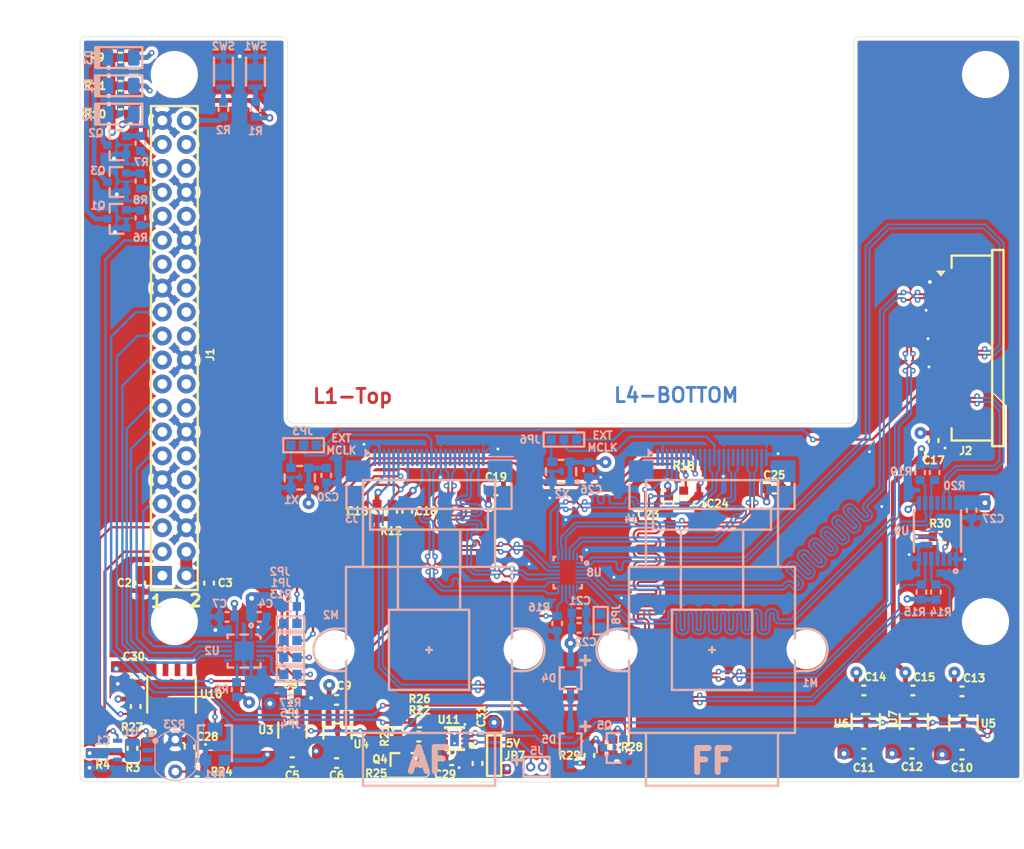
<source format=kicad_pcb>
(kicad_pcb (version 20211014) (generator pcbnew)
  (layers (0 "F.Cu" signal) (1 "In1.Cu" signal "VCC.Cu") (2 "In2.Cu" signal "GND.Cu") (31 "B.Cu" signal) (34 "B.Paste" user) (35 "F.Paste" user) (36 "B.SilkS" user "B.Silkscreen") (37 "F.SilkS" user "F.Silkscreen") (38 "B.Mask" user) (39 "F.Mask" user) (44 "Edge.Cuts" user))
  (net 0 "")
  (net 1 "GND")
  (net 2 "+5V")
  (net 3 "Net-(C28-Pad1)")
  (net 4 "Net-(C31-Pad1)")
  (net 5 "Net-(D1-Pad2)")
  (net 6 "Net-(D1-Pad1)")
  (net 7 "Net-(D2-Pad2)")
  (net 8 "Net-(D2-Pad1)")
  (net 9 "Net-(D3-Pad1)")
  (net 10 "Net-(D3-Pad2)")
  (net 11 "Net-(D4-Pad1)")
  (net 12 "Net-(D5-Pad1)")
  (net 13 "I2C2_SDA")
  (net 14 "I2C2_SCL")
  (net 15 "SW_IR")
  (net 16 "IR_LED")
  (net 17 "LDR")
  (net 18 "SW_MIPI")
  (net 19 "CAM1_PWDN")
  (net 20 "CAM2_PWDN")
  (net 21 "CAM1_RST")
  (net 22 "CAM2_RST")
  (net 23 "LED1")
  (net 24 "LED2")
  (net 25 "LED3")
  (net 26 "SW1")
  (net 27 "SW2")
  (net 28 "D0_N")
  (net 29 "D0_P")
  (net 30 "D1_N")
  (net 31 "D1_P")
  (net 32 "CLK_N")
  (net 33 "CLK_P")
  (net 34 "ENABLE")
  (net 35 "MCLK")
  (net 36 "I2CIN_N")
  (net 37 "I2CIN_P")
  (net 38 "CAM1_MD0_N")
  (net 39 "CAM1_MD0_P")
  (net 40 "CAM1_MC_N")
  (net 41 "CAM1_MC_P")
  (net 42 "CAM1_MD1_N")
  (net 43 "CAM1_MCLK")
  (net 44 "CAM1_MD1_P")
  (net 45 "Net-(J3-Pad8)")
  (net 46 "Net-(J3-Pad6)")
  (net 47 "I2C1_N")
  (net 48 "I2C1_P")
  (net 49 "I2C2_P")
  (net 50 "I2C2_N")
  (net 51 "Net-(J4-Pad6)")
  (net 52 "Net-(J4-Pad8)")
  (net 53 "CAM2_MD1_P")
  (net 54 "CAM2_MCLK")
  (net 55 "CAM2_MD1_N")
  (net 56 "CAM2_MC_P")
  (net 57 "CAM2_MC_N")
  (net 58 "CAM2_MD0_P")
  (net 59 "CAM2_MD0_N")
  (net 60 "Net-(J5-Pad1)")
  (net 61 "Net-(J5-Pad2)")
  (net 62 "RST_CAM1")
  (net 63 "PWDN_CAM1")
  (net 64 "Net-(JP3-Pad1)")
  (net 65 "RST_CAM2")
  (net 66 "PWDN_CAM2")
  (net 67 "Net-(JP6-Pad1)")
  (net 68 "Net-(Q1-Pad1)")
  (net 69 "Net-(Q2-Pad1)")
  (net 70 "Net-(Q3-Pad1)")
  (net 71 "Net-(Q4-Pad3)")
  (net 72 "Net-(Q4-Pad1)")
  (net 73 "Net-(Q5-Pad1)")
  (net 74 "Net-(Q5-Pad3)")
  (net 75 "Net-(R1-Pad2)")
  (net 76 "Net-(R2-Pad2)")
  (net 77 "Net-(R5-Pad2)")
  (net 78 "Net-(R22-Pad2)")
  (net 79 "Net-(R26-Pad2)")
  (net 80 "Net-(RV1-Pad2)")
  (net 81 "+3V3_Nano")
  (net 82 "+1V8A")
  (net 83 "+2V8A")
  (net 84 "+AF_2V8")
  (net 85 "+2V8B")
  (net 86 "+1V8B")
  (net 87 "Net-(R30-Pad1)")
  (net 88 "Net-(JP8-Pad1)")
  (footprint "M9J_RLC.:C0603" (layer "F.Cu") (at 106.38 157.92 -90)
    (fp_text reference "C2")
    (fp_text value "0.1uF")
  )
  (footprint "M9J_RLC.:C0603" (layer "F.Cu") (at 113.68 157.92 -90)
    (fp_text reference "C3")
    (fp_text value "0.1uF")
  )
  (footprint "M9J_RLC.:C0603" (layer "F.Cu") (at 122.5 176.9)
    (fp_text reference "C5")
    (fp_text value "1uF")
  )
  (footprint "M9J_RLC.:C0603" (layer "F.Cu") (at 127.2 177)
    (fp_text reference "C6")
    (fp_text value "1uF")
  )
  (footprint "M9J_RLC.:C0603" (layer "F.Cu") (at 122.3 170.1)
    (fp_text reference "C8")
    (fp_text value "1uF")
  )
  (footprint "M9J_RLC.:C0603" (layer "F.Cu") (at 127.2 170.3)
    (fp_text reference "C9")
    (fp_text value "1uF")
  )
  (footprint "M9J_RLC.:C0603" (layer "F.Cu") (at 193.5 176.1)
    (fp_text reference "C10")
    (fp_text value "1uF")
  )
  (footprint "M9J_RLC.:C0603" (layer "F.Cu") (at 183.1 176)
    (fp_text reference "C11")
    (fp_text value "1uF")
  )
  (footprint "M9J_RLC.:C0603" (layer "F.Cu") (at 188.2 176)
    (fp_text reference "C12")
    (fp_text value "1uF")
  )
  (footprint "M9J_RLC.:C0603" (layer "F.Cu") (at 193.5 169.4)
    (fp_text reference "C13")
    (fp_text value "1uF")
  )
  (footprint "M9J_RLC.:C0603" (layer "F.Cu") (at 183.1 169.3)
    (fp_text reference "C14")
    (fp_text value "1uF")
  )
  (footprint "M9J_RLC.:C0603" (layer "F.Cu") (at 188.3 169.3)
    (fp_text reference "C15")
    (fp_text value "1uF")
  )
  (footprint "M9J_RLC.:C0603" (layer "F.Cu") (at 131.49 150.3 -90)
    (fp_text reference "C16")
    (fp_text value "0.1uF")
  )
  (footprint "M9J_RLC.:C0603" (layer "F.Cu") (at 190.5 142.8 -90)
    (fp_text reference "C17")
    (fp_text value "1uF")
  )
  (footprint "M9J_RLC.:C0603" (layer "F.Cu") (at 134.69 150.3 -90)
    (fp_text reference "C18")
    (fp_text value "0.1uF")
  )
  (footprint "M9J_RLC.:C0603" (layer "F.Cu") (at 144.1 148.1)
    (fp_text reference "C19")
    (fp_text value "0.1uF")
  )
  (footprint "M9J_RLC.:C0603" (layer "F.Cu") (at 162.4 149.5 -90)
    (fp_text reference "C23")
    (fp_text value "0.1uF")
  )
  (footprint "M9J_RLC.:C0603" (layer "F.Cu") (at 165.6 149.5 -90)
    (fp_text reference "C24")
    (fp_text value "0.1uF")
  )
  (footprint "M9J_RLC.:C0603" (layer "F.Cu") (at 173.6 147.9)
    (fp_text reference "C25")
    (fp_text value "0.1uF")
  )
  (footprint "M9J_RLC.:C0603" (layer "F.Cu") (at 111.6 175.3 90)
    (fp_text reference "C28")
    (fp_text value "0.1uF")
  )
  (footprint "M9J_RLC.:C0603" (layer "F.Cu") (at 139.4 176.7)
    (fp_text reference "C29")
    (fp_text value "0.1uF")
  )
  (footprint "M9J_RLC.:C0603" (layer "F.Cu") (at 105.9 167.8 -90)
    (fp_text reference "C30")
    (fp_text value "0.1uF")
  )
  (footprint "M9J_RLC.:C0603" (layer "F.Cu") (at 142.14 177.04 -90)
    (fp_text reference "C31")
    (fp_text value "0.1uF")
  )
  (footprint "M9J_TP+MountHole+Fiducial.:HOLE_3MM" (layer "F.Cu") (at 110 104)
    (fp_text reference "H1" hide)
    (fp_text value "HOLE" hide)
  )
  (footprint "M9J_TP+MountHole+Fiducial.:HOLE_3MM" (layer "F.Cu") (at 110 162)
    (fp_text reference "H2" hide)
    (fp_text value "HOLE" hide)
  )
  (footprint "M9J_TP+MountHole+Fiducial.:HOLE_3MM" (layer "F.Cu") (at 196 162)
    (fp_text reference "H3" hide)
    (fp_text value "HOLE" hide)
  )
  (footprint "M9J_TP+MountHole+Fiducial.:HOLE_3MM" (layer "F.Cu") (at 196 104)
    (fp_text reference "H4" hide)
    (fp_text value "HOLE" hide)
  )
  (footprint "M9J_Modules.:nVidia-Jetson-nano" (layer "F.Cu") (at 110 133 -90)
    (fp_text reference "J1")
    (fp_text value "ESW-120-44-T-D")
  )
  (footprint "M9J_Connectors:CON-1X15-P1-(SFW15R-1STE1LF)" (layer "F.Cu") (at 191.9 133 90)
    (fp_text reference "J2")
    (fp_text value "SFW15R-1STE1LF")
  )
  (footprint "M9J_Connectors:JUMP_3PIN_OPEN" (layer "F.Cu") (at 143.9 176.2 90)
    (fp_text reference "JP7")
    (fp_text value "Jumper_Sholder_3PinOpen")
  )
  (footprint "M9J_Semiconductors.:SOT-23" (layer "F.Cu") (at 134.5 176.7 90)
    (fp_text reference "Q4")
    (fp_text value "MMBT3904")
  )
  (footprint "M9J_RLC.:R0603" (layer "F.Cu") (at 105.56 175.43 90)
    (fp_text reference "R3")
    (fp_text value "10K")
  )
  (footprint "M9J_RLC.:R0603" (layer "F.Cu") (at 102.36 175.13 90)
    (fp_text reference "R4")
    (fp_text value "10K")
  )
  (footprint "M9J_RLC.:R0603" (layer "F.Cu") (at 104.3 102.2)
    (fp_text reference "R9")
    (fp_text value "100R")
  )
  (footprint "M9J_RLC.:R0603" (layer "F.Cu") (at 104.3 108.2)
    (fp_text reference "R10")
    (fp_text value "10R")
  )
  (footprint "M9J_RLC.:R0603" (layer "F.Cu") (at 104.3 105.2)
    (fp_text reference "R11")
    (fp_text value "10R")
  )
  (footprint "M9J_RLC.:R0603" (layer "F.Cu") (at 133.09 150.3 -90)
    (fp_text reference "R12")
    (fp_text value "2.2K")
  )
  (footprint "M9J_RLC.:R0603" (layer "F.Cu") (at 164 148.9 90)
    (fp_text reference "R18")
    (fp_text value "2.2K")
  )
  (footprint "M9J_RLC.:R0603" (layer "F.Cu") (at 133.7 173.4 -90)
    (fp_text reference "R21")
    (fp_text value "1K")
  )
  (footprint "M9J_RLC.:R0603" (layer "F.Cu") (at 136 172.7)
    (fp_text reference "R22")
    (fp_text value "22R")
  )
  (footprint "M9J_RLC.:R0603" (layer "F.Cu") (at 112.4 177.9)
    (fp_text reference "R24")
    (fp_text value "10K")
  )
  (footprint "M9J_RLC.:R0603" (layer "F.Cu") (at 137 176.5 90)
    (fp_text reference "R25")
    (fp_text value "10K")
  )
  (footprint "M9J_RLC.:R0603" (layer "F.Cu") (at 135.9125 174.2)
    (fp_text reference "R26")
    (fp_text value "22R")
  )
  (footprint "M9J_RLC.:R0603" (layer "F.Cu") (at 105.9 171 90)
    (fp_text reference "R27")
    (fp_text value "10K")
  )
  (footprint "M9J_RLC.:R0603" (layer "F.Cu") (at 156.5 175.3 90)
    (fp_text reference "R28")
    (fp_text value "1K")
  )
  (footprint "M9J_RLC.:R0603" (layer "F.Cu") (at 154 176.2 -90)
    (fp_text reference "R29")
    (fp_text value "3.3R")
  )
  (footprint "M9J_PowerICs.:SOT-23-5" (layer "F.Cu") (at 122.515037 173.495571 90)
    (fp_text reference "U3")
    (fp_text value "AP7331-28WG-7")
  )
  (footprint "M9J_PowerICs.:SOT-23-5" (layer "F.Cu") (at 127.3 173.6 90)
    (fp_text reference "U4")
    (fp_text value "AP7331-18WG-7")
  )
  (footprint "M9J_PowerICs.:SOT-23-5" (layer "F.Cu") (at 193.65 172.75 90)
    (fp_text reference "U5")
    (fp_text value "AP7331-28WG-7")
  )
  (footprint "M9J_PowerICs.:SOT-23-5" (layer "F.Cu") (at 183.3 172.6 90)
    (fp_text reference "U6")
    (fp_text value "AP7331-28WG-7")
  )
  (footprint "M9J_PowerICs.:SOT-23-5" (layer "F.Cu") (at 188.4 172.6 90)
    (fp_text reference "U7")
    (fp_text value "AP7331-18WG-7")
  )
  (footprint "M9J_IntegratedCircuits.:SOIC-8_3.9x4.9_P1.27" (layer "F.Cu") (at 109.7 169.7 90)
    (fp_text reference "U10")
    (fp_text value "LM393ADR" hide)
  )
  (footprint "M9J_IntegratedCircuits.:WSON-8-1EP_2x2mm_P0.5mm_EP0.9x1.6mm_ThermalVias" (layer "F.Cu") (at 139.7 174.4 180)
    (fp_text reference "U11")
    (fp_text value "DRV8837DSGR")
  )
  (footprint "M9J_RLC.:R0603" (layer "F.Cu") (at 191.2 153 180)
    (fp_text reference "R30")
    (fp_text value "10K")
  )
  (footprint "M9J_IntegratedCircuits.:VQFN-14_EP" (layer "B.Cu") (at 117.394999 165.125001 180)
    (fp_text reference "U2")
    (fp_text value "TXB0104RGY")
  )
  (footprint "M9J_RLC.:C0603" (layer "B.Cu") (at 119 161.5)
    (fp_text reference "C4")
    (fp_text value "0.1uF")
  )
  (footprint "M9J_RLC.:C0603" (layer "B.Cu") (at 115.6 161.5 180)
    (fp_text reference "C7")
    (fp_text value "0.1uF")
  )
  (footprint "M9J_RLC.:C0603" (layer "B.Cu") (at 126.1 146.5 -90)
    (fp_text reference "C20")
    (fp_text value "1uF")
  )
  (footprint "M9J_RLC.:C0603" (layer "B.Cu") (at 152.9 161.1)
    (fp_text reference "C21")
    (fp_text value "0.1uF")
  )
  (footprint "M9J_RLC.:C0603" (layer "B.Cu") (at 152.91 162.67)
    (fp_text reference "C22")
    (fp_text value "10uF")
  )
  (footprint "M9J_RLC.:C0603" (layer "B.Cu") (at 153.9 145.9 -90)
    (fp_text reference "C26")
    (fp_text value "1uF")
  )
  (footprint "M9J_RLC.:C0603" (layer "B.Cu") (at 194.52 150.2 -90)
    (fp_text reference "C27")
    (fp_text value "0.1uF")
  )
  (footprint "M9J_Semiconductors.:LED_1206RED" (layer "B.Cu") (at 104.3 105.2)
    (fp_text reference "D1")
    (fp_text value "150120RS75000")
  )
  (footprint "M9J_Semiconductors.:LED_1206BLU" (layer "B.Cu") (at 104.3 108.2)
    (fp_text reference "D2")
    (fp_text value "150120BS75000")
  )
  (footprint "M9J_Semiconductors.:LED_1206BLU" (layer "B.Cu") (at 104.3 102.2)
    (fp_text reference "D3")
    (fp_text value "150120BS75000")
  )
  (footprint "M9J_Semiconductors.:LED-SMD-2-GULl-WING" (layer "B.Cu") (at 152 168 90)
    (fp_text reference "D4")
    (fp_text value "VSMG285011G")
  )
  (footprint "M9J_Semiconductors.:LED-SMD-2-GULl-WING" (layer "B.Cu") (at 152 175 90)
    (fp_text reference "D5")
    (fp_text value "VSMG285011G")
  )
  (footprint "M9J_Sensors:OV5640" (layer "B.Cu") (at 137 144.8 180)
    (fp_text reference "J3")
    (fp_text value "SFV24R-3STBE1HLF")
  )
  (footprint "M9J_Sensors:OV5640" (layer "B.Cu") (at 167 144.8 180)
    (fp_text reference "J4")
    (fp_text value "SFV24R-3STBE1HLF")
  )
  (footprint "M9J_Connectors:PINHD-M1X2-P1.27-(M50-3530242)" (layer "B.Cu") (at 148.4 177.4)
    (fp_text reference "J5")
    (fp_text value "M50-3530242")
  )
  (footprint "M9J_Connectors:JUMP_2PIN_OPEN" (layer "B.Cu") (at 122.3 162.2)
    (fp_text reference "JP1")
    (fp_text value "Jumper_Sholder_2PinOpen")
  )
  (footprint "M9J_Connectors:JUMP_2PIN_OPEN" (layer "B.Cu") (at 122.3 164)
    (fp_text reference "JP2")
    (fp_text value "Jumper_Sholder_2PinOpen")
  )
  (footprint "M9J_Connectors:JUMP_3PIN_OPEN" (layer "B.Cu") (at 123.7 143.3)
    (fp_text reference "JP3")
    (fp_text value "Jumper_Sholder_3PinOpen")
  )
  (footprint "M9J_Connectors:JUMP_2PIN_OPEN" (layer "B.Cu") (at 122.3 165.8)
    (fp_text reference "JP4")
    (fp_text value "Jumper_Sholder_2PinOpen")
  )
  (footprint "M9J_Connectors:JUMP_2PIN_OPEN" (layer "B.Cu") (at 122.3 167.6)
    (fp_text reference "JP5")
    (fp_text value "Jumper_Sholder_2PinOpen")
  )
  (footprint "M9J_Connectors:JUMP_3PIN_OPEN" (layer "B.Cu") (at 151.3 142.7)
    (fp_text reference "JP6")
    (fp_text value "Jumper_Sholder_3PinOpen")
  )
  (footprint "M9J_Electromechanical:IR_Switch" (layer "B.Cu") (at 137 165)
    (fp_text reference "M2")
    (fp_text value "IR_Switch")
  )
  (footprint "M9J_Semiconductors.:SOT-23" (layer "B.Cu") (at 103.9 119.3 180)
    (fp_text reference "Q1")
    (fp_text value "MMBT3904")
  )
  (footprint "M9J_Semiconductors.:SOT-23" (layer "B.Cu") (at 103.9 111.5 180)
    (fp_text reference "Q2")
    (fp_text value "MMBT3904")
  )
  (footprint "M9J_Semiconductors.:SOT-23" (layer "B.Cu") (at 103.9 115.4 180)
    (fp_text reference "Q3")
    (fp_text value "MMBT3904")
  )
  (footprint "M9J_Semiconductors.:SOT-23" (layer "B.Cu") (at 156.6 175.4 180)
    (fp_text reference "Q5")
    (fp_text value "MMBT3904")
  )
  (footprint "M9J_RLC.:R0603" (layer "B.Cu") (at 118.6 107.7 90)
    (fp_text reference "R1")
    (fp_text value "100R")
  )
  (footprint "M9J_RLC.:R0603" (layer "B.Cu") (at 115.2 107.7 90)
    (fp_text reference "R2")
    (fp_text value "100R")
  )
  (footprint "M9J_RLC.:R0603" (layer "B.Cu") (at 116.6 169.2 90)
    (fp_text reference "R5")
    (fp_text value "10K")
  )
  (footprint "M9J_RLC.:R0603" (layer "B.Cu") (at 106.4 119.2 -90)
    (fp_text reference "R6")
    (fp_text value "1K")
  )
  (footprint "M9J_RLC.:R0603" (layer "B.Cu") (at 106.4 111.3 -90)
    (fp_text reference "R7")
    (fp_text value "1K")
  )
  (footprint "M9J_RLC.:R0603" (layer "B.Cu") (at 106.4 115.3 -90)
    (fp_text reference "R8")
    (fp_text value "1K")
  )
  (footprint "M9J_RLC.:R0603" (layer "B.Cu") (at 122.2 160.4)
    (fp_text reference "R13")
    (fp_text value "2.2K")
  )
  (footprint "M9J_RLC.:R0603" (layer "B.Cu") (at 190.74 158.87 90)
    (fp_text reference "R14")
    (fp_text value "2.2K")
  )
  (footprint "M9J_RLC.:R0603" (layer "B.Cu") (at 189.2 158.87 90)
    (fp_text reference "R15")
    (fp_text value "2.2K")
  )
  (footprint "M9J_RLC.:R0603" (layer "B.Cu") (at 150.59 162.19 90)
    (fp_text reference "R16")
    (fp_text value "10K")
  )
  (footprint "M9J_RLC.:R0603" (layer "B.Cu") (at 122.3 169.3 180)
    (fp_text reference "R17")
    (fp_text value "2.2K")
  )
  (footprint "M9J_RLC.:R0603" (layer "B.Cu") (at 189.06 146.2 -90)
    (fp_text reference "R19")
    (fp_text value "2.2K")
  )
  (footprint "M9J_RLC.:R0603" (layer "B.Cu") (at 190.6 146.2 -90)
    (fp_text reference "R20")
    (fp_text value "2.2K")
  )
  (footprint "M9J_Sensors:LDR_5.1x4.3_RM3.4" (layer "B.Cu") (at 110.1 177.9 90)
    (fp_text reference "R23")
    (fp_text value "LDR")
  )
  (footprint "M9J_RLC.:TC33X-2_TRIMPOT" (layer "B.Cu") (at 114.3 174.9 180)
    (fp_text reference "RV1")
    (fp_text value "TC33X-2-103E")
  )
  (footprint "M9J_Switches:TACT_SMD_TL3780" (layer "B.Cu") (at 118.6 103.7 90)
    (fp_text reference "SW1")
    (fp_text value "TL3780AF240QG")
  )
  (footprint "M9J_Switches:TACT_SMD_TL3780" (layer "B.Cu") (at 115.2 103.7 90)
    (fp_text reference "SW2")
    (fp_text value "TL3780AF240QG")
  )
  (footprint "M9J_Sensors:DFN-6-1EP_3x3mm_P1mm_EP1.5x2.4mm" (layer "B.Cu") (at 105.56 175.63 180)
    (fp_text reference "U1")
    (fp_text value "SI7006-A20-IMR")
  )
  (footprint "M9J_IntegratedCircuits.:UMLP-24-3.4X2.5" (layer "B.Cu") (at 151.7 156.8 180)
    (fp_text reference "U8")
    (fp_text value "FSA642UMX")
  )
  (footprint "M9J_IntegratedCircuits.:TSSOP-14_4.4x5mm_P0.65mm" (layer "B.Cu") (at 190.9 152.4 90)
    (fp_text reference "U9")
    (fp_text value "PCA9543APW,118")
  )
  (footprint "M9J_Crystals:XTAL-4-3.2X2.5" (layer "B.Cu") (at 123.296943 146.75 90)
    (fp_text reference "X1")
    (fp_text value "DSC6003CI2A-024.0000")
  )
  (footprint "M9J_Crystals:XTAL-4-3.2X2.5" (layer "B.Cu") (at 151 146.1 90)
    (fp_text reference "X2")
    (fp_text value "DSC6003CI2A-024.0000")
  )
  (footprint "M9J_RLC.:C0603" (layer "B.Cu") (at 102.36 176.73 -90)
    (fp_text reference "C1")
    (fp_text value "0.1uF")
  )
  (footprint "M9J_Electromechanical:IR_Switch" (layer "B.Cu") (at 167 165)
    (fp_text reference "M1")
    (fp_text value "IR_Switch")
  )
  (footprint "M9J_Connectors:JUMP_2PIN_OPEN" (layer "B.Cu") (at 155.2 161.9 -90)
    (fp_text reference "JP8")
    (fp_text value "Jumper_Sholder_2PinOpen")
  )
  (gr_circle (center 107.575 173.925) (end 107.665139 173.925) (layer "B.SilkS") (width 0.254) (fill none))
  (gr_line (start 136.2 178.5) (end 136.7 178.5) (layer "F.SilkS") (width 0.12))
  (gr_line (start 136.7 178.5) (end 137 178.2) (layer "F.SilkS") (width 0.12))
  (gr_line (start 137 178.2) (end 137 177.9) (layer "F.SilkS") (width 0.12))
  (gr_line (start 132.5 178.5) (end 136.2 178.5) (layer "F.SilkS") (width 0.12))
  (gr_line (start 100.6 100) (end 121.4 100) (layer "Edge.Cuts") (width 0.05))
  (gr_line (start 182.6 100) (end 199.4 100) (layer "Edge.Cuts") (width 0.05))
  (gr_arc (start 100 100.6) (mid 100.175736 100.175736) (end 100.6 100) (layer "Edge.Cuts") (width 0.05))
  (gr_arc (start 121.4 100) (mid 121.824264 100.175736) (end 122 100.6) (layer "Edge.Cuts") (width 0.05))
  (gr_arc (start 122.6 141) (mid 122.175736 140.824264) (end 122 140.4) (layer "Edge.Cuts") (width 0.05))
  (gr_arc (start 182 140.4) (mid 181.824264 140.824264) (end 181.4 141) (layer "Edge.Cuts") (width 0.05))
  (gr_arc (start 182 100.6) (mid 182.175736 100.175736) (end 182.6 100) (layer "Edge.Cuts") (width 0.05))
  (gr_line (start 100.6 179) (end 199.4 179) (layer "Edge.Cuts") (width 0.05))
  (gr_line (start 122.6 141) (end 181.4 141) (layer "Edge.Cuts") (width 0.05))
  (gr_line (start 200 178.4) (end 200 100.6) (layer "Edge.Cuts") (width 0.05))
  (gr_arc (start 100.6 179) (mid 100.175736 178.824264) (end 100 178.4) (layer "Edge.Cuts") (width 0.05))
  (gr_line (start 122 100.6) (end 122 140.4) (layer "Edge.Cuts") (width 0.05))
  (gr_line (start 100 100.6) (end 100 178.4) (layer "Edge.Cuts") (width 0.05))
  (gr_arc (start 199.4 100) (mid 199.824264 100.175736) (end 200 100.6) (layer "Edge.Cuts") (width 0.05))
  (gr_line (start 182 140.4) (end 182 100.6) (layer "Edge.Cuts") (width 0.05))
  (gr_arc (start 200 178.4) (mid 199.824264 178.824264) (end 199.4 179) (layer "Edge.Cuts") (width 0.05))
  (gr_text "L1-Top" (at 128.9 138.1) (layer "F.Cu") (effects (font (size 1.5 1.5) (thickness 0.3))))
  (gr_text "L4-BOTTOM" (at 163.2 138) (layer "B.Cu") (effects (font (size 1.5 1.5) (thickness 0.3))))
  (gr_text "FF" (at 167 176.8) (layer "B.SilkS") (effects (font (size 2.54 2.54) (thickness 0.635))))
  (gr_text "EXT\nMCLK" (at 155.4 142.9) (layer "B.SilkS") (effects (font (size 0.8 0.8) (thickness 0.2))))
  (gr_text "+" (at 146.3 176.6) (layer "B.SilkS") (effects (font (size 1.27 1.27) (thickness 0.3175))))
  (gr_text "EXT\nMCLK" (at 127.7 143.2) (layer "B.SilkS") (effects (font (size 0.8 0.8) (thickness 0.2))))
  (gr_text "AF" (at 137 176.7) (layer "B.SilkS") (effects (font (size 2.54 2.54) (thickness 0.635))))
  (gr_text "5V" (at 145.9 174.9) (layer "F.SilkS") (effects (font (size 0.8 0.8) (thickness 0.2))))
  (segment (start 141.7 177.8) (end 140.5 177.8) (width 0.508) (layer "F.Cu") (net 1))
  (segment (start 122.515037 175.915037) (end 123.3 176.7) (width 0.508) (layer "F.Cu") (net 1))
  (segment (start 191.6875 143.5875) (end 191.7 143.6) (width 0.254) (layer "F.Cu") (net 1))
  (segment (start 140.5 177.8) (end 140.187477 177.487477) (width 0.508) (layer "F.Cu") (net 1))
  (segment (start 194.3 175.9) (end 194.3 176.1) (width 0.508) (layer "F.Cu") (net 1))
  (segment (start 127.6 178.1) (end 128 177.7) (width 0.508) (layer "F.Cu") (net 1))
  (segment (start 128 177.7) (end 128 177.1) (width 0.508) (layer "F.Cu") (net 1))
  (segment (start 191.8 126) (end 190.1 126) (width 0.508) (layer "F.Cu") (net 1))
  (segment (start 127.3 176.1) (end 128 176.8) (width 0.508) (layer "F.Cu") (net 1))
  (segment (start 123.0875 170.1) (end 124.5 170.1) (width 0.508) (layer "F.Cu") (net 1))
  (segment (start 188.4 175.2) (end 189 175.8) (width 0.508) (layer "F.Cu") (net 1))
  (segment (start 123.2875 176.9) (end 123.2875 177.7875) (width 0.508) (layer "F.Cu") (net 1))
  (segment (start 111.605 172.4) (end 111.605 174.395) (width 0.508) (layer "F.Cu") (net 1))
  (segment (start 111.6 174.5125) (end 109.6125 174.5125) (width 0.508) (layer "F.Cu") (net 1))
  (segment (start 106.38 158.7075) (end 106.5725 158.9) (width 0.508) (layer "F.Cu") (net 1))
  (segment (start 191.8 132) (end 189.9 132) (width 0.254) (layer "F.Cu") (net 1))
  (segment (start 122.515037 174.845571) (end 122.515037 175.915037) (width 0.508) (layer "F.Cu") (net 1))
  (segment (start 193.65 174.1) (end 193.65 175.25) (width 0.508) (layer "F.Cu") (net 1))
  (segment (start 140.1875 177.487454) (end 140.187477 177.487477) (width 0.508) (layer "F.Cu") (net 1))
  (segment (start 183.3 173.95) (end 183.3 175.4) (width 0.508) (layer "F.Cu") (net 1))
  (segment (start 135.45 177.7) (end 135.45 176.65) (width 0.254) (layer "F.Cu") (net 1))
  (segment (start 191.8 135) (end 190 135) (width 0.254) (layer "F.Cu") (net 1))
  (segment (start 123.6 178.1) (end 127.6 178.1) (width 0.508) (layer "F.Cu") (net 1))
  (segment (start 123.2875 177.7875) (end 123.6 178.1) (width 0.508) (layer "F.Cu") (net 1))
  (segment (start 189 175.8) (end 189 176) (width 0.508) (layer "F.Cu") (net 1))
  (segment (start 128 176.8) (end 128 177) (width 0.508) (layer "F.Cu") (net 1))
  (segment (start 106.5725 158.9) (end 113.5 158.9) (width 0.508) (layer "F.Cu") (net 1))
  (segment (start 188.4 173.95) (end 188.4 175.2) (width 0.508) (layer "F.Cu") (net 1))
  (segment (start 135.45 176.65) (end 135.6 176.5) (width 0.254) (layer "F.Cu") (net 1))
  (segment (start 127.3 174.95) (end 127.3 176.1) (width 0.508) (layer "F.Cu") (net 1))
  (segment (start 193.65 175.25) (end 194.3 175.9) (width 0.508) (layer "F.Cu") (net 1))
  (segment (start 104.0125 168.5875) (end 104 168.6) (width 0.508) (layer "F.Cu") (net 1))
  (segment (start 191.8 129) (end 189.7 129) (width 0.254) (layer "F.Cu") (net 1))
  (segment (start 105.9 168.5875) (end 104.0125 168.5875) (width 0.508) (layer "F.Cu") (net 1))
  (segment (start 140.8 173.65) (end 140.8 172.9) (width 0.254) (layer "F.Cu") (net 1))
  (segment (start 183.3 175.4) (end 183.8 175.9) (width 0.508) (layer "F.Cu") (net 1))
  (segment (start 190.5 143.5875) (end 191.6875 143.5875) (width 0.254) (layer "F.Cu") (net 1))
  (segment (start 123.3 176.7) (end 123.3 177) (width 0.508) (layer "F.Cu") (net 1))
  (segment (start 140.1875 176.7) (end 140.1875 177.487454) (width 0.508) (layer "F.Cu") (net 1))
  (via (at 149.8 148.9) (size 0.6) (drill 0.3) (layers "F.Cu" "B.Cu") (net 1))
  (via (at 124.5 170.1) (size 0.8) (drill 0.4) (layers "F.Cu" "B.Cu") (net 1))
  (via (at 190.1 126) (size 0.8) (drill 0.4) (layers "F.Cu" "B.Cu") (net 1))
  (via (at 144.3 143.7) (size 0.6) (drill 0.3) (layers "F.Cu" "B.Cu") (net 1))
  (via (at 140.187477 177.487477) (size 0.6) (drill 0.3) (layers "F.Cu" "B.Cu") (net 1))
  (via (at 103.6 112.9) (size 0.8) (drill 0.4) (layers "F.Cu" "B.Cu") (net 1))
  (via (at 135.6 176.5) (size 0.6) (drill 0.3) (layers "F.Cu" "B.Cu") (net 1))
  (via (at 147.6 155.9) (size 0.6) (drill 0.3) (layers "F.Cu" "B.Cu") (net 1))
  (via (at 114.345001 162.9) (size 0.8) (drill 0.4) (layers "F.Cu" "B.Cu") (net 1))
  (via (at 187.9 154.9) (size 0.6) (drill 0.3) (layers "F.Cu" "B.Cu") (net 1))
  (via (at 130.1 143.2) (size 0.6) (drill 0.3) (layers "F.Cu" "B.Cu") (net 1))
  (via (at 104 168.6) (size 0.8) (drill 0.4) (layers "F.Cu" "B.Cu") (net 1))
  (via (at 103.7 120.7) (size 0.8) (drill 0.4) (layers "F.Cu" "B.Cu") (net 1))
  (via (at 185 149.8) (size 0.6) (drill 0.3) (layers "F.Cu" "B.Cu") (net 1))
  (via (at 155.2 146.7) (size 0.6) (drill 0.3) (layers "F.Cu" "B.Cu") (net 1))
  (via (at 151.5 151.2) (size 0.6) (drill 0.3) (layers "F.Cu" "B.Cu") (net 1))
  (via (at 153.7 154.4) (size 0.6) (drill 0.3) (layers "F.Cu" "B.Cu") (net 1))
  (via (at 118.88999 162.6) (size 0.6) (drill 0.3) (layers "F.Cu" "B.Cu") (net 1))
  (via (at 190 135) (size 0.6) (drill 0.3) (layers "F.Cu" "B.Cu") (net 1))
  (via (at 189.7 129) (size 0.6) (drill 0.3) (layers "F.Cu" "B.Cu") (net 1))
  (via (at 157.4 159.5) (size 0.6) (drill 0.3) (layers "F.Cu" "B.Cu") (net 1))
  (via (at 174 144.2) (size 0.6) (drill 0.3) (layers "F.Cu" "B.Cu") (net 1))
  (via (at 168.2 146.6) (size 0.6) (drill 0.3) (layers "F.Cu" "B.Cu") (net 1))
  (via (at 103.9 116.7) (size 0.8) (drill 0.4) (layers "F.Cu" "B.Cu") (net 1))
  (via (at 138.2 146.7) (size 0.6) (drill 0.3) (layers "F.Cu" "B.Cu") (net 1))
  (via (at 101 177.5) (size 0.8) (drill 0.4) (layers "F.Cu" "B.Cu") (net 1))
  (via (at 113.30468 175.033045) (size 0.6) (drill 0.3) (layers "F.Cu" "B.Cu") (net 1))
  (via (at 193.8 155.4) (size 0.6) (drill 0.3) (layers "F.Cu" "B.Cu") (net 1))
  (via (at 140.8 172.9) (size 0.6) (drill 0.3) (layers "F.Cu" "B.Cu") (net 1))
  (via (at 156.6 157.3) (size 0.6) (drill 0.3) (layers "F.Cu" "B.Cu") (net 1))
  (via (at 189.9 132) (size 0.6) (drill 0.3) (layers "F.Cu" "B.Cu") (net 1))
  (via (at 191.7 143.6) (size 0.6) (drill 0.3) (layers "F.Cu" "B.Cu") (net 1))
  (via (at 116.925 102.075) (size 0.8) (drill 0.4) (layers "F.Cu" "B.Cu") (net 1))
  (via (at 183.7 144) (size 0.6) (drill 0.3) (layers "F.Cu" "B.Cu") (net 1))
  (segment (start 155.2 146.7) (end 153.9 146.7) (width 0.254) (layer "B.Cu") (net 1))
  (segment (start 192.85 155.35) (end 193.75 155.35) (width 0.254) (layer "B.Cu") (net 1))
  (segment (start 188.95 155.35) (end 188.35 155.35) (width 0.254) (layer "B.Cu") (net 1))
  (segment (start 142.75 144.6) (end 142.75 144.25) (width 0.254) (layer "B.Cu") (net 1))
  (segment (start 104.9 116.35) (end 104.25 116.35) (width 0.508) (layer "B.Cu") (net 1))
  (segment (start 153.33 159.92) (end 153.7 160.29) (width 0.219964) (layer "B.Cu") (net 1))
  (segment (start 104.9 112.45) (end 104.05 112.45) (width 0.508) (layer "B.Cu") (net 1))
  (segment (start 173.15 144.2) (end 174 144.2) (width 0.254) (layer "B.Cu") (net 1))
  (segment (start 152.44 159.92) (end 153.33 159.92) (width 0.219964) (layer "B.Cu") (net 1))
  (segment (start 157.1 146) (end 156.4 146.7) (width 0.254) (layer "B.Cu") (net 1))
  (segment (start 101.0175 177.5175) (end 101 177.5) (width 0.508) (layer "B.Cu") (net 1))
  (segment (start 119.7875 161.70249) (end 118.88999 162.6) (width 0.508) (layer "B.Cu") (net 1))
  (segment (start 131.75 144.6) (end 131.75 143.506398) (width 0.254) (layer "B.Cu") (net 1))
  (segment (start 138.25 144.6) (end 138.25 146.65) (width 0.254) (layer "B.Cu") (net 1))
  (segment (start 119.7875 161.5) (end 119.7875 161.70249) (width 0.508) (layer "B.Cu") (net 1))
  (segment (start 188.35 155.35) (end 187.9 154.9) (width 0.254) (layer "B.Cu") (net 1))
  (segment (start 104.15 120.25) (end 103.7 120.7) (width 0.508) (layer "B.Cu") (net 1))
  (segment (start 155.1 162.6) (end 155.2 162.5) (width 0.508) (layer "B.Cu") (net 1))
  (segment (start 107.135 175.63) (end 108.47 175.63) (width 0.254) (layer "B.Cu") (net 1))
  (segment (start 131.75 143.506398) (end 131.443602 143.2) (width 0.254) (layer "B.Cu") (net 1))
  (segment (start 151.9 158.487) (end 151.9 159.38) (width 0.219964) (layer "B.Cu") (net 1))
  (segment (start 161.6 143.1) (end 158.9 143.1) (width 0.254) (layer "B.Cu") (net 1))
  (segment (start 153.6875 162.5875) (end 153.775 162.5) (width 0.508) (layer "B.Cu") (net 1))
  (segment (start 153.6875 162.6) (end 155.1 162.6) (width 0.508) (layer "B.Cu") (net 1))
  (segment (start 113.3 175.037725) (end 113.30468 175.033045) (width 0.508) (layer "B.Cu") (net 1))
  (segment (start 153.6875 161.1) (end 153.6875 162.5875) (width 0.508) (layer "B.Cu") (net 1))
  (segment (start 131.443602 143.2) (end 130.1 143.2) (width 0.254) (layer "B.Cu") (net 1))
  (segment (start 161.75 144.6) (end 161.75 143.25) (width 0.254) (layer "B.Cu") (net 1))
  (segment (start 168.25 146.55) (end 168.2 146.6) (width 0.254) (layer "B.Cu") (net 1))
  (segment (start 102.36 177.5175) (end 101.0175 177.5175) (width 0.508) (layer "B.Cu") (net 1))
  (segment (start 150.05 147.15) (end 150.05 148.65) (width 0.508) (layer "B.Cu") (net 1))
  (segment (start 192.2 155.35) (end 192.75 155.35) (width 0.254) (layer "B.Cu") (net 1))
  (segment (start 104.05 112.45) (end 103.6 112.9) (width 0.508) (layer "B.Cu") (net 1))
  (segment (start 113.3 176.7) (end 113.3 175.037725) (width 0.508) (layer "B.Cu") (net 1))
  (segment (start 115.2 102.075) (end 116.925 102.075) (width 0.508) (layer "B.Cu") (net 1))
  (segment (start 118.575 102.075) (end 116.925 102.075) (width 0.508) (layer "B.Cu") (net 1))
  (segment (start 142.75 144.25) (end 143.3 143.7) (width 0.254) (layer "B.Cu") (net 1))
  (segment (start 114.8125 161.5) (end 114.8125 162.432501) (width 0.508) (layer "B.Cu") (net 1))
  (segment (start 153.7 160.29) (end 153.7 161.14) (width 0.219964) (layer "B.Cu") (net 1))
  (segment (start 193.75 155.35) (end 193.8 155.4) (width 0.254) (layer "B.Cu") (net 1))
  (segment (start 156.4 146.7) (end 155.2 146.7) (width 0.254) (layer "B.Cu") (net 1))
  (segment (start 114.8125 162.432501) (end 114.345001 162.9) (width 0.508) (layer "B.Cu") (net 1))
  (segment (start 157.1 144.9) (end 157.1 146) (width 0.254) (layer "B.Cu") (net 1))
  (segment (start 161.75 143.25) (end 161.6 143.1) (width 0.254) (layer "B.Cu") (net 1))
  (segment (start 153.7 161) (end 153.7 161.1) (width 0.22) (layer "B.Cu") (net 1))
  (segment (start 108.47 175.63) (end 109.6 174.5) (width 0.254) (layer "B.Cu") (net 1))
  (segment (start 104.9 120.25) (end 104.15 120.25) (width 0.508) (layer "B.Cu") (net 1))
  (segment (start 158.9 143.1) (end 157.1 144.9) (width 0.254) (layer "B.Cu") (net 1))
  (segment (start 168.25 144.6) (end 168.25 146.55) (width 0.254) (layer "B.Cu") (net 1))
  (segment (start 138.25 146.65) (end 138.2 146.7) (width 0.254) (layer "B.Cu") (net 1))
  (segment (start 118.144999 166.850001) (end 118.144999 165.844999) (width 0.254) (layer "B.Cu") (net 1))
  (segment (start 143.3 143.7) (end 144.3 143.7) (width 0.254) (layer "B.Cu") (net 1))
  (segment (start 151.9 159.38) (end 152.44 159.92) (width 0.219964) (layer "B.Cu") (net 1))
  (segment (start 172.75 144.6) (end 173.15 144.2) (width 0.254) (layer "B.Cu") (net 1))
  (segment (start 104.25 116.35) (end 103.9 116.7) (width 0.508) (layer "B.Cu") (net 1))
  (segment (start 150.05 148.65) (end 149.8 148.9) (width 0.508) (layer "B.Cu") (net 1))
  (segment (start 111.27 154.59) (end 111.27 157.07) (width 1.27) (layer "F.Cu") (net 2))
  (segment (start 113.68 157.1325) (end 111.2325 157.1325) (width 1.27) (layer "F.Cu") (net 2))
  (segment (start 143.9 174.85) (end 143.9 172.700028) (width 0.508) (layer "F.Cu") (net 2))
  (via (at 143.9 172.700028) (size 1.27) (drill 0.508) (layers "F.Cu" "B.Cu") (net 2))
  (segment (start 110.3 171.5) (end 110.3 172.4) (width 0.254) (layer "F.Cu") (net 3))
  (segment (start 111.6 176.0875) (end 111.6 177.9) (width 0.254) (layer "F.Cu") (net 3))
  (segment (start 112.602679 175.397321) (end 112.602679 174.502679) (width 0.254) (layer "F.Cu") (net 3))
  (segment (start 112.602679 171.302679) (end 112.3 171) (width 0.254) (layer "F.Cu") (net 3))
  (segment (start 112.602679 174.502679) (end 112.602679 171.302679) (width 0.254) (layer "F.Cu") (net 3))
  (segment (start 111.6 176.0875) (end 111.9125 176.0875) (width 0.254) (layer "F.Cu") (net 3))
  (segment (start 112.3 171) (end 110.8 171) (width 0.254) (layer "F.Cu") (net 3))
  (segment (start 110.8 171) (end 110.3 171.5) (width 0.254) (layer "F.Cu") (net 3))
  (segment (start 111.9125 176.0875) (end 112.602679 175.397321) (width 0.254) (layer "F.Cu") (net 3))
  (segment (start 109.6 177.9) (end 111.6 177.9) (width 0.254) (layer "F.Cu") (net 3))
  (segment (start 143.83 176.27) (end 143.9 176.2) (width 0.254) (layer "F.Cu") (net 4))
  (segment (start 142.14 176.27) (end 143.83 176.27) (width 0.254) (layer "F.Cu") (net 4))
  (segment (start 140.8 175.56) (end 141.51 176.27) (width 0.254) (layer "F.Cu") (net 4))
  (segment (start 141.51 176.27) (end 142.14 176.27) (width 0.254) (layer "F.Cu") (net 4))
  (segment (start 140.8 175.15) (end 140.8 175.56) (width 0.254) (layer "F.Cu") (net 4))
  (segment (start 106.9 105.2) (end 105.1 105.2) (width 0.508) (layer "F.Cu") (net 5))
  (segment (start 107.4 105.7) (end 106.9 105.2) (width 0.508) (layer "F.Cu") (net 5))
  (via (at 107.4 105.7) (size 0.6) (drill 0.3) (layers "F.Cu" "B.Cu") (net 5))
  (segment (start 105.7 105.2) (end 106.9 105.2) (width 0.508) (layer "B.Cu") (net 5))
  (segment (start 106.9 105.2) (end 107.4 105.7) (width 0.508) (layer "B.Cu") (net 5))
  (segment (start 102.9 115.4) (end 101.5 114) (width 0.508) (layer "B.Cu") (net 6))
  (segment (start 101.5 105.81) (end 102.11 105.2) (width 0.508) (layer "B.Cu") (net 6))
  (segment (start 101.5 114) (end 101.5 105.81) (width 0.508) (layer "B.Cu") (net 6))
  (segment (start 102.11 105.2) (end 102.9 105.2) (width 0.508) (layer "B.Cu") (net 6))
  (segment (start 105.0875 108.2) (end 105.0875 108.71251) (width 0.508) (layer "F.Cu") (net 7))
  (segment (start 105.0875 108.71251) (end 104.5 109.30001) (width 0.508) (layer "F.Cu") (net 7))
  (via (at 104.5 109.30001) (size 0.8) (drill 0.4) (layers "F.Cu" "B.Cu") (net 7))
  (segment (start 105.7 108.2) (end 104.59999 109.30001) (width 0.508) (layer "B.Cu") (net 7))
  (segment (start 104.59999 109.30001) (end 104.5 109.30001) (width 0.508) (layer "B.Cu") (net 7))
  (segment (start 102.5 108.6) (end 102.4 108.7) (width 0.508) (layer "B.Cu") (net 8))
  (segment (start 102.4 111) (end 102.8 111.4) (width 0.508) (layer "B.Cu") (net 8))
  (segment (start 102.9 108.2) (end 102.5 108.6) (width 0.508) (layer "B.Cu") (net 8))
  (segment (start 102.4 108.7) (end 102.4 111) (width 0.508) (layer "B.Cu") (net 8))
  (segment (start 100.7 118.4) (end 101.6 119.3) (width 0.508) (layer "B.Cu") (net 9))
  (segment (start 101.73 102.2) (end 100.7 103.23) (width 0.508) (layer "B.Cu") (net 9))
  (segment (start 102.9 102.2) (end 101.73 102.2) (width 0.508) (layer "B.Cu") (net 9))
  (segment (start 100.7 103.23) (end 100.7 118.4) (width 0.508) (layer "B.Cu") (net 9))
  (segment (start 101.6 119.3) (end 102.9 119.3) (width 0.508) (layer "B.Cu") (net 9))
  (segment (start 107.6 101.7) (end 107.1 102.2) (width 0.508) (layer "F.Cu") (net 10))
  (segment (start 107.1 102.2) (end 105.1 102.2) (width 0.508) (layer "F.Cu") (net 10))
  (via (at 107.6 101.7) (size 0.6) (drill 0.3) (layers "F.Cu" "B.Cu") (net 10))
  (segment (start 105.7 102.2) (end 107.1 102.2) (width 0.508) (layer "B.Cu") (net 10))
  (segment (start 107.1 102.2) (end 107.6 101.7) (width 0.508) (layer "B.Cu") (net 10))
  (segment (start 152 173.1) (end 152 169.8) (width 0.508) (layer "B.Cu") (net 11))
  (segment (start 154 176.9875) (end 153.0125 176.9875) (width 0.508) (layer "F.Cu") (net 12))
  (segment (start 153.0125 176.9875) (end 153 177) (width 0.508) (layer "F.Cu") (net 12))
  (via (at 153 177) (size 0.6) (drill 0.3) (layers "F.Cu" "B.Cu") (net 12))
  (segment (start 153 177) (end 152.2 177) (width 0.508) (layer "B.Cu") (net 12))
  (segment (start 102.6 156.7) (end 104.71 154.59) (width 0.254) (layer "F.Cu") (net 13))
  (segment (start 102.6 171.6825) (end 102.6 156.7) (width 0.254) (layer "F.Cu") (net 13))
  (segment (start 105.56 174.6425) (end 102.6 171.6825) (width 0.254) (layer "F.Cu") (net 13))
  (segment (start 104.71 154.59) (end 108.73 154.59) (width 0.254) (layer "F.Cu") (net 13))
  (segment (start 107 173.6) (end 106.6 173.6) (width 0.254) (layer "F.Cu") (net 13))
  (segment (start 106.6 173.6) (end 105.6 174.6) (width 0.254) (layer "F.Cu") (net 13))
  (segment (start 105.6 174.6) (end 105.6 174.7) (width 0.254) (layer "F.Cu") (net 13))
  (via (at 107 173.6) (size 0.6) (drill 0.3) (layers "F.Cu" "B.Cu") (net 13))
  (segment (start 107.135 173.735) (end 107 173.6) (width 0.254) (layer "B.Cu") (net 13))
  (segment (start 107.135 174.63) (end 107.135 173.735) (width 0.254) (layer "B.Cu") (net 13))
  (segment (start 102.1 153.2) (end 103.3 152) (width 0.254) (layer "F.Cu") (net 14))
  (segment (start 103.1 173.6) (end 102.3 174.4) (width 0.254) (layer "F.Cu") (net 14))
  (segment (start 102.3 174.4) (end 102.2 174.4) (width 0.254) (layer "F.Cu") (net 14))
  (segment (start 103.5 173.6) (end 103.1 173.6) (width 0.254) (layer "F.Cu") (net 14))
  (segment (start 102.36 174.3425) (end 102.1 174.0825) (width 0.254) (layer "F.Cu") (net 14))
  (segment (start 103.3 152) (end 108.7 152) (width 0.254) (layer "F.Cu") (net 14))
  (segment (start 102.1 174.0825) (end 102.1 153.2) (width 0.254) (layer "F.Cu") (net 14))
  (via (at 103.5 173.6) (size 0.6) (drill 0.3) (layers "F.Cu" "B.Cu") (net 14))
  (segment (start 103.985 174.085) (end 103.5 173.6) (width 0.254) (layer "B.Cu") (net 14))
  (segment (start 103.985 174.63) (end 103.985 174.085) (width 0.254) (layer "B.Cu") (net 14))
  (segment (start 132.1125 172.7125) (end 132.1 172.7) (width 0.254) (layer "F.Cu") (net 15))
  (segment (start 133.7 172.7125) (end 132.1125 172.7125) (width 0.254) (layer "F.Cu") (net 15))
  (segment (start 135.2125 172.7) (end 133.7 172.7) (width 0.254) (layer "F.Cu") (net 15))
  (via (at 132.1 172.7) (size 0.6) (drill 0.3) (layers "F.Cu" "B.Cu") (net 15))
  (segment (start 103.3 165) (end 107.8 169.5) (width 0.254) (layer "B.Cu") (net 15))
  (segment (start 103.3 131.8) (end 103.3 165) (width 0.254) (layer "B.Cu") (net 15))
  (segment (start 131.8 172.4) (end 132.1 172.7) (width 0.254) (layer "B.Cu") (net 15))
  (segment (start 107.8 169.5) (end 113.5 169.5) (width 0.254) (layer "B.Cu") (net 15))
  (segment (start 108.7 129.2) (end 105.9 129.2) (width 0.254) (layer "B.Cu") (net 15))
  (segment (start 105.9 129.2) (end 103.3 131.8) (width 0.254) (layer "B.Cu") (net 15))
  (segment (start 116.4 172.4) (end 131.8 172.4) (width 0.254) (layer "B.Cu") (net 15))
  (segment (start 113.5 169.5) (end 116.4 172.4) (width 0.254) (layer "B.Cu") (net 15))
  (segment (start 157.3 170.9) (end 136.8 170.9) (width 0.254) (layer "F.Cu") (net 16))
  (segment (start 136.8 170.9) (end 132.1 170.9) (width 0.254) (layer "F.Cu") (net 16))
  (segment (start 156.5 176.0875) (end 157.9125 176.0875) (width 0.254) (layer "F.Cu") (net 16))
  (segment (start 158.4 172) (end 157.3 170.9) (width 0.254) (layer "F.Cu") (net 16))
  (segment (start 157.9125 176.0875) (end 158.4 175.6) (width 0.254) (layer "F.Cu") (net 16))
  (segment (start 158.4 175.6) (end 158.4 172) (width 0.254) (layer "F.Cu") (net 16))
  (via (at 132.1 170.9) (size 0.6) (drill 0.3) (layers "F.Cu" "B.Cu") (net 16))
  (segment (start 103.9 133.9) (end 103.9 164.7) (width 0.254) (layer "B.Cu") (net 16))
  (segment (start 103.9 164.7) (end 108.2 169) (width 0.254) (layer "B.Cu") (net 16))
  (segment (start 108.2 169) (end 113.7 169) (width 0.254) (layer "B.Cu") (net 16))
  (segment (start 116.6 171.9) (end 116.8 171.9) (width 0.254) (layer "B.Cu") (net 16))
  (segment (start 131.1 171.9) (end 116.8 171.9) (width 0.254) (layer "B.Cu") (net 16))
  (segment (start 132.1 170.9) (end 131.1 171.9) (width 0.254) (layer "B.Cu") (net 16))
  (segment (start 113.7 169) (end 116.6 171.9) (width 0.254) (layer "B.Cu") (net 16))
  (segment (start 116.8 171.9) (end 116.7 171.9) (width 0.254) (layer "B.Cu") (net 16))
  (segment (start 106.1 131.7) (end 103.9 133.9) (width 0.254) (layer "B.Cu") (net 16))
  (segment (start 108.7 131.7) (end 106.1 131.7) (width 0.254) (layer "B.Cu") (net 16))
  (segment (start 106.5 172.4) (end 105.9 171.8) (width 0.254) (layer "F.Cu") (net 17))
  (segment (start 107.795 172.4) (end 106.5 172.4) (width 0.254) (layer "F.Cu") (net 17))
  (segment (start 105.9 171.7875) (end 104.3125 171.7875) (width 0.254) (layer "F.Cu") (net 17))
  (segment (start 104.3125 171.7875) (end 104.3 171.8) (width 0.254) (layer "F.Cu") (net 17))
  (via (at 104.3 171.8) (size 0.6) (drill 0.3) (layers "F.Cu" "B.Cu") (net 17))
  (segment (start 104 171.8) (end 104.3 171.8) (width 0.254) (layer "B.Cu") (net 17))
  (segment (start 104.7 121.6) (end 102.7 123.6) (width 0.254) (layer "B.Cu") (net 17))
  (segment (start 102.7 123.6) (end 102.7 170.5) (width 0.254) (layer "B.Cu") (net 17))
  (segment (start 108.7 121.6) (end 104.7 121.6) (width 0.254) (layer "B.Cu") (net 17))
  (segment (start 102.7 170.5) (end 104 171.8) (width 0.254) (layer "B.Cu") (net 17))
  (segment (start 134.21724 161.4) (end 128.21724 167.4) (width 0.254) (layer "F.Cu") (net 18))
  (segment (start 128.21724 167.4) (end 126 167.4) (width 0.254) (layer "F.Cu") (net 18))
  (segment (start 149.4 161.4) (end 140.6 161.4) (width 0.254) (layer "F.Cu") (net 18))
  (segment (start 125.1 168.3) (end 113.9 168.3) (width 0.254) (layer "F.Cu") (net 18))
  (segment (start 140.6 161.4) (end 134.21724 161.4) (width 0.254) (layer "F.Cu") (net 18))
  (segment (start 126 167.4) (end 125.1 168.3) (width 0.254) (layer "F.Cu") (net 18))
  (via (at 113.9 168.3) (size 0.6) (drill 0.3) (layers "F.Cu" "B.Cu") (net 18))
  (via (at 149.4 161.4) (size 0.6) (drill 0.3) (layers "F.Cu" "B.Cu") (net 18))
  (segment (start 151.1 158.487) (end 151.1 159.8) (width 0.219964) (layer "B.Cu") (net 18))
  (segment (start 108.415866 168.3) (end 113.9 168.3) (width 0.254) (layer "B.Cu") (net 18))
  (segment (start 151.1 159.8) (end 150.6 160.3) (width 0.219964) (layer "B.Cu") (net 18))
  (segment (start 104.49198 164.376114) (end 108.415866 168.3) (width 0.254) (layer "B.Cu") (net 18))
  (segment (start 149.4125 161.4125) (end 149.4 161.4) (width 0.254) (layer "B.Cu") (net 18))
  (segment (start 107.2 134.3) (end 104.49198 137.00802) (width 0.254) (layer "B.Cu") (net 18))
  (segment (start 150.6 160.3) (end 150.6 161.37) (width 0.219964) (layer "B.Cu") (net 18))
  (segment (start 150.6 161.4125) (end 149.4125 161.4125) (width 0.254) (layer "B.Cu") (net 18))
  (segment (start 108.7 134.3) (end 107.2 134.3) (width 0.254) (layer "B.Cu") (net 18))
  (segment (start 104.49198 137.00802) (end 104.49198 164.376114) (width 0.254) (layer "B.Cu") (net 18))
  (segment (start 106.2 145.6) (end 106.1 145.7) (width 0.254) (layer "B.Cu") (net 19))
  (segment (start 106 163.8) (end 106 145.8) (width 0.254) (layer "B.Cu") (net 19))
  (segment (start 106 145.8) (end 106.2 145.6) (width 0.254) (layer "B.Cu") (net 19))
  (segment (start 115.669999 164.625001) (end 112.574999 164.625001) (width 0.254) (layer "B.Cu") (net 19))
  (segment (start 112.574999 164.625001) (end 111.9 165.3) (width 0.254) (layer "B.Cu") (net 19))
  (segment (start 107.4 144.4) (end 108.7 144.4) (width 0.254) (layer "B.Cu") (net 19))
  (segment (start 106.2 145.6) (end 107.3 144.5) (width 0.254) (layer "B.Cu") (net 19))
  (segment (start 111.9 165.3) (end 107.5 165.3) (width 0.254) (layer "B.Cu") (net 19))
  (segment (start 107.3 144.5) (end 107.4 144.4) (width 0.254) (layer "B.Cu") (net 19))
  (segment (start 107.5 165.3) (end 106 163.8) (width 0.254) (layer "B.Cu") (net 19))
  (segment (start 107.111943 166.354009) (end 104.94599 164.188057) (width 0.254) (layer "B.Cu") (net 20))
  (segment (start 115.669999 165.625001) (end 112.859132 165.625001) (width 0.254) (layer "B.Cu") (net 20))
  (segment (start 104.94599 164.188057) (end 104.94599 141.55401) (width 0.254) (layer "B.Cu") (net 20))
  (segment (start 107.2 139.3) (end 108.7 139.3) (width 0.254) (layer "B.Cu") (net 20))
  (segment (start 104.94599 141.55401) (end 107.2 139.3) (width 0.254) (layer "B.Cu") (net 20))
  (segment (start 112.130124 166.354009) (end 107.111943 166.354009) (width 0.254) (layer "B.Cu") (net 20))
  (segment (start 112.859132 165.625001) (end 112.130124 166.354009) (width 0.254) (layer "B.Cu") (net 20))
  (segment (start 107.827001 164.627001) (end 111.572999 164.627001) (width 0.254) (layer "B.Cu") (net 21))
  (segment (start 108.7 149.5) (end 107.5 149.5) (width 0.254) (layer "B.Cu") (net 21))
  (segment (start 111.572999 164.627001) (end 112.074999 164.125001) (width 0.254) (layer "B.Cu") (net 21))
  (segment (start 107.5 149.5) (end 106.7 150.3) (width 0.254) (layer "B.Cu") (net 21))
  (segment (start 112.074999 164.125001) (end 113.774999 164.125001) (width 0.254) (layer "B.Cu") (net 21))
  (segment (start 106.7 150.3) (end 106.7 163.5) (width 0.254) (layer "B.Cu") (net 21))
  (segment (start 106.7 163.5) (end 107.827001 164.627001) (width 0.254) (layer "B.Cu") (net 21))
  (segment (start 113.774999 164.125001) (end 115.669999 164.125001) (width 0.254) (layer "B.Cu") (net 21))
  (segment (start 105.4 143.7) (end 105.4 164) (width 0.254) (layer "B.Cu") (net 22))
  (segment (start 108.7 141.9) (end 107.2 141.9) (width 0.254) (layer "B.Cu") (net 22))
  (segment (start 107.2 141.9) (end 105.4 143.7) (width 0.254) (layer "B.Cu") (net 22))
  (segment (start 112.717066 165.125001) (end 114.174999 165.125001) (width 0.254) (layer "B.Cu") (net 22))
  (segment (start 105.4 164) (end 107.3 165.9) (width 0.254) (layer "B.Cu") (net 22))
  (segment (start 111.942067 165.9) (end 112.717066 165.125001) (width 0.254) (layer "B.Cu") (net 22))
  (segment (start 107.3 165.9) (end 111.942067 165.9) (width 0.254) (layer "B.Cu") (net 22))
  (segment (start 114.174999 165.125001) (end 115.669999 165.125001) (width 0.254) (layer "B.Cu") (net 22))
  (segment (start 106.4 119.9875) (end 107.7125 119.9875) (width 0.508) (layer "B.Cu") (net 23))
  (segment (start 107.7125 119.9875) (end 108.7 119) (width 0.508) (layer "B.Cu") (net 23))
  (segment (start 106.4 112.1) (end 108.2 113.9) (width 0.508) (layer "B.Cu") (net 24))
  (segment (start 106.4 112.0875) (end 106.4 112.1) (width 0.508) (layer "B.Cu") (net 24))
  (segment (start 106.4 116.0875) (end 108.2875 116.0875) (width 0.508) (layer "B.Cu") (net 25))
  (segment (start 119.9 108.6) (end 120.1 108.6) (width 0.508) (layer "F.Cu") (net 26))
  (segment (start 118.054001 106.754001) (end 119.9 108.6) (width 0.508) (layer "F.Cu") (net 26))
  (segment (start 106.9 110.7) (end 106.9 107.7) (width 0.508) (layer "F.Cu") (net 26))
  (segment (start 110.745999 106.754001) (end 118.054001 106.754001) (width 0.508) (layer "F.Cu") (net 26))
  (segment (start 107.845999 106.754001) (end 110.745999 106.754001) (width 0.508) (layer "F.Cu") (net 26))
  (segment (start 108.73 111.41) (end 107.61 111.41) (width 0.508) (layer "F.Cu") (net 26))
  (segment (start 106.9 107.7) (end 107.845999 106.754001) (width 0.508) (layer "F.Cu") (net 26))
  (segment (start 107.61 111.41) (end 106.9 110.7) (width 0.508) (layer "F.Cu") (net 26))
  (via (at 120.1 108.6) (size 0.8) (drill 0.4) (layers "F.Cu" "B.Cu") (net 26))
  (segment (start 120.1 108.6) (end 118.6 108.6) (width 0.508) (layer "B.Cu") (net 26))
  (segment (start 114.83 108.87) (end 115.2 108.5) (width 0.508) (layer "B.Cu") (net 27))
  (segment (start 111.27 108.87) (end 114.83 108.87) (width 0.508) (layer "B.Cu") (net 27))
  (segment (start 188.990018 127.290069) (end 188.8 127.100051) (width 0.219964) (layer "F.Cu") (net 28))
  (segment (start 189.85993 127.290069) (end 188.990018 127.290069) (width 0.219964) (layer "F.Cu") (net 28))
  (segment (start 187.934224 127.899949) (end 188.734122 127.100051) (width 0.219964) (layer "F.Cu") (net 28))
  (segment (start 190.149999 127) (end 189.85993 127.290069) (width 0.219964) (layer "F.Cu") (net 28))
  (segment (start 188.734122 127.100051) (end 188.8 127.100051) (width 0.219964) (layer "F.Cu") (net 28))
  (segment (start 187.3 127.899949) (end 187.934224 127.899949) (width 0.219964) (layer "F.Cu") (net 28))
  (segment (start 191.8 127) (end 190.149999 127) (width 0.219964) (layer "F.Cu") (net 28))
  (via (at 187.3 127.899949) (size 0.6) (drill 0.3) (layers "F.Cu" "B.Cu") (net 28))
  (via (at 188.8 127.100051) (size 0.6) (drill 0.3) (layers "F.Cu" "B.Cu") (net 28))
  (segment (start 176.901816 157.337518) (end 177.023443 157.396091) (width 0.219964) (layer "B.Cu") (net 28))
  (segment (start 178.917045 155.985139) (end 179.001214 155.879594) (width 0.219964) (layer "B.Cu") (net 28))
  (segment (start 181.389257 150.278439) (end 181.378297 150.230417) (width 0.219964) (layer "B.Cu") (net 28))
  (segment (start 179.089827 155.491358) (end 179.059787 155.359746) (width 0.219964) (layer "B.Cu") (net 28))
  (segment (start 178.342235 154.557768) (end 178.193791 154.409323) (width 0.219964) (layer "B.Cu") (net 28))
  (segment (start 175.309637 156.35806) (end 175.298677 156.310038) (width 0.219964) (layer "B.Cu") (net 28))
  (segment (start 177.876457 153.645942) (end 177.924477 153.634983) (width 0.219964) (layer "B.Cu") (net 28))
  (segment (start 177.873903 156.842278) (end 177.873903 156.707282) (width 0.219964) (layer "B.Cu") (net 28))
  (segment (start 178.637588 156.180167) (end 178.759216 156.121594) (width 0.219964) (layer "B.Cu") (net 28))
  (segment (start 181.841563 150.76155) (end 181.441339 150.361328) (width 0.219964) (layer "B.Cu") (net 28))
  (segment (start 180.356325 151.203134) (end 180.405583 151.203133) (width 0.219964) (layer "B.Cu") (net 28))
  (segment (start 179.419936 154.928888) (end 179.551548 154.958927) (width 0.219964) (layer "B.Cu") (net 28))
  (segment (start 179.551548 154.958927) (end 179.686545 154.958927) (width 0.219964) (layer "B.Cu") (net 28))
  (segment (start 176.569366 157.669966) (end 176.485197 157.564422) (width 0.219964) (layer "B.Cu") (net 28))
  (segment (start 176.52556 154.996838) (end 176.546933 154.952458) (width 0.219964) (layer "B.Cu") (net 28))
  (segment (start 176.627939 158.189814) (end 176.657979 158.058202) (width 0.219964) (layer "B.Cu") (net 28))
  (segment (start 178.370979 156.210207) (end 178.505976 156.210207) (width 0.219964) (layer "B.Cu") (net 28))
  (segment (start 176.627939 157.791594) (end 176.569366 157.669966) (width 0.219964) (layer "B.Cu") (net 28))
  (segment (start 176.485197 157.564422) (end 175.910386 156.989611) (width 0.219964) (layer "B.Cu") (net 28))
  (segment (start 182.648986 151.590345) (end 182.564817 151.484801) (width 0.219964) (layer "B.Cu") (net 28))
  (segment (start 183.457829 149.915159) (end 183.446869 149.867138) (width 0.219964) (layer "B.Cu") (net 28))
  (segment (start 181.990007 150.909995) (end 181.841563 150.76155) (width 0.219964) (layer "B.Cu") (net 28))
  (segment (start 176.327368 158.553442) (end 176.432912 158.469273) (width 0.219964) (layer "B.Cu") (net 28))
  (segment (start 183.457829 149.76986) (end 183.479201 149.725482) (width 0.219964) (layer "B.Cu") (net 28))
  (segment (start 181.621507 149.987209) (end 181.669527 149.99817) (width 0.219964) (layer "B.Cu") (net 28))
  (segment (start 176.796271 157.253349) (end 176.901816 157.337518) (width 0.219964) (layer "B.Cu") (net 28))
  (segment (start 185.209931 129.186957) (end 186.686957 127.709931) (width 0.219964) (layer "B.Cu") (net 28))
  (segment (start 177.78529 156.454042) (end 177.701121 156.348498) (width 0.219964) (layer "B.Cu") (net 28))
  (segment (start 177.701121 156.348498) (end 177.12631 155.773687) (width 0.219964) (layer "B.Cu") (net 28))
  (segment (start 176.514601 155.094114) (end 176.514601 155.044858) (width 0.219964) (layer "B.Cu") (net 28))
  (segment (start 178.342234 154.557763) (end 178.342235 154.557768) (width 0.219964) (layer "B.Cu") (net 28))
  (segment (start 180.774082 152.125914) (end 180.774083 152.125919) (width 0.219964) (layer "B.Cu") (net 28))
  (segment (start 176.546933 155.186514) (end 176.525561 155.142136) (width 0.219964) (layer "B.Cu") (net 28))
  (segment (start 179.818157 154.928888) (end 179.939784 154.870315) (width 0.219964) (layer "B.Cu") (net 28))
  (segment (start 177.843863 156.57567) (end 177.78529 156.454042) (width 0.219964) (layer "B.Cu") (net 28))
  (segment (start 177.741485 153.926212) (end 177.730525 153.87819) (width 0.219964) (layer "B.Cu") (net 28))
  (segment (start 177.924477 153.634983) (end 177.973735 153.634982) (width 0.219964) (layer "B.Cu") (net 28))
  (segment (start 179.140401 152.419058) (end 179.189659 152.419057) (width 0.219964) (layer "B.Cu") (net 28))
  (segment (start 181.441339 150.050252) (end 181.479851 150.019541) (width 0.219964) (layer "B.Cu") (net 28))
  (segment (start 180.270396 154.375075) (end 180.270396 154.240079) (width 0.219964) (layer "B.Cu") (net 28))
  (segment (start 182.707559 152.110193) (end 182.737599 151.978581) (width 0.219964) (layer "B.Cu") (net 28))
  (segment (start 179.939784 154.870315) (end 180.045329 154.786146) (width 0.219964) (layer "B.Cu") (net 28))
  (segment (start 183.953523 150.627661) (end 183.923483 150.496049) (width 0.219964) (layer "B.Cu") (net 28))
  (segment (start 183.86491 151.015897) (end 183.923483 150.894269) (width 0.219964) (layer "B.Cu") (net 28))
  (segment (start 175.298677 156.260782) (end 175.309636 156.212762) (width 0.219964) (layer "B.Cu") (net 28))
  (segment (start 177.12631 155.773687) (end 177.126311 155.773692) (width 0.219964) (layer "B.Cu") (net 28))
  (segment (start 179.558158 153.341839) (end 179.558159 153.341843) (width 0.219964) (layer "B.Cu") (net 28))
  (segment (start 181.713905 150.019542) (end 181.752416 150.050253) (width 0.219964) (layer "B.Cu") (net 28))
  (segment (start 177.843863 156.97389) (end 177.873903 156.842278) (width 0.219964) (layer "B.Cu") (net 28))
  (segment (start 180.774083 152.125919) (end 180.625639 151.977474) (width 0.219964) (layer "B.Cu") (net 28))
  (segment (start 178.978781 152.520609) (end 179.009491 152.4821) (width 0.219964) (layer "B.Cu") (net 28))
  (segment (start 176.569366 158.311442) (end 176.627939 158.189814) (width 0.219964) (layer "B.Cu") (net 28))
  (segment (start 181.521675 153.194505) (end 181.521675 153.059509) (width 0.219964) (layer "B.Cu") (net 28))
  (segment (start 175.271009 158.167734) (end 175.309519 158.198445) (width 0.219964) (layer "B.Cu") (net 28))
  (segment (start 177.832079 153.667314) (end 177.876457 153.645942) (width 0.219964) (layer "B.Cu") (net 28))
  (segment (start 183.446869 149.817882) (end 183.457829 149.76986) (width 0.219964) (layer "B.Cu") (net 28))
  (segment (start 181.441339 150.361328) (end 181.410629 150.322817) (width 0.219964) (layer "B.Cu") (net 28))
  (segment (start 176.20574 158.612015) (end 176.327368 158.553442) (width 0.219964) (layer "B.Cu") (net 28))
  (segment (start 177.873903 156.707282) (end 177.843863 156.57567) (width 0.219964) (layer "B.Cu") (net 28))
  (segment (start 183.953523 150.762657) (end 183.953523 150.627661) (width 0.219964) (layer "B.Cu") (net 28))
  (segment (start 181.348893 153.55329) (end 181.433062 153.447745) (width 0.219964) (layer "B.Cu") (net 28))
  (segment (start 174.998443 158.198445) (end 175.036953 158.167734) (width 0.219964) (layer "B.Cu") (net 28))
  (segment (start 179.189659 152.419057) (end 179.237679 152.430018) (width 0.219964) (layer "B.Cu") (net 28))
  (segment (start 177.155055 157.426131) (end 177.290052 157.426131) (width 0.219964) (layer "B.Cu") (net 28))
  (segment (start 177.793567 154.009101) (end 177.762857 153.97059) (width 0.219964) (layer "B.Cu") (net 28))
  (segment (start 180.453603 151.214094) (end 180.497981 151.235466) (width 0.219964) (layer "B.Cu") (net 28))
  (segment (start 182.707559 151.711973) (end 182.648986 151.590345) (width 0.219964) (layer "B.Cu") (net 28))
  (segment (start 176.616155 154.883238) (end 176.660533 154.861866) (width 0.219964) (layer "B.Cu") (net 28))
  (segment (start 175.331009 156.168382) (end 175.361719 156.129873) (width 0.219964) (layer "B.Cu") (net 28))
  (segment (start 176.577643 154.913949) (end 176.616155 154.883238) (width 0.219964) (layer "B.Cu") (net 28))
  (segment (start 154.3 157) (end 155.909931 158.609931) (width 0.219964) (layer "B.Cu") (net 28))
  (segment (start 177.421664 157.396091) (end 177.543292 157.337518) (width 0.219964) (layer "B.Cu") (net 28))
  (segment (start 180.270396 154.240079) (end 180.240356 154.108467) (width 0.219964) (layer "B.Cu") (net 28))
  (segment (start 182.648986 152.231821) (end 182.707559 152.110193) (width 0.219964) (layer "B.Cu") (net 28))
  (segment (start 183.479201 149.725482) (end 183.509912 149.686972) (width 0.219964) (layer "B.Cu") (net 28))
  (segment (start 175.807519 158.612015) (end 175.939131 158.642054) (width 0.219964) (layer "B.Cu") (net 28))
  (segment (start 181.669527 149.99817) (end 181.713905 150.019542) (width 0.219964) (layer "B.Cu") (net 28))
  (segment (start 181.085157 151.814842) (end 181.659967 152.389652) (width 0.219964) (layer "B.Cu") (net 28))
  (segment (start 182.512532 152.389652) (end 182.564817 152.337366) (width 0.219964) (layer "B.Cu") (net 28))
  (segment (start 177.730525 153.87819) (end 177.730525 153.828934) (width 0.219964) (layer "B.Cu") (net 28))
  (segment (start 182.301081 150.598918) (end 182.875891 151.173728) (width 0.219964) (layer "B.Cu") (net 28))
  (segment (start 175.634285 156.099163) (end 175.672796 156.129874) (width 0.219964) (layer "B.Cu") (net 28))
  (segment (start 152.937 157) (end 154.3 157) (width 0.219964) (layer "B.Cu") (net 28))
  (segment (start 180.671215 153.748318) (end 180.802827 153.778358) (width 0.219964) (layer "B.Cu") (net 28))
  (segment (start 176.757811 154.850906) (end 176.805831 154.861867) (width 0.219964) (layer "B.Cu") (net 28))
  (segment (start 177.762857 153.736534) (end 177.793567 153.698025) (width 0.219964) (layer "B.Cu") (net 28))
  (segment (start 180.263927 151.235465) (end 180.308305 151.214093) (width 0.219964) (layer "B.Cu") (net 28))
  (segment (start 176.657979 157.923206) (end 176.627939 157.791594) (width 0.219964) (layer "B.Cu") (net 28))
  (segment (start 178.012195 156.037425) (end 178.11774 156.121594) (width 0.219964) (layer "B.Cu") (net 28))
  (segment (start 176.514601 155.044858) (end 176.52556 154.996838) (width 0.219964) (layer "B.Cu") (net 28))
  (segment (start 176.221461 156.678539) (end 176.796271 157.253349) (width 0.219964) (layer "B.Cu") (net 28))
  (segment (start 183.923483 150.496049) (end 183.86491 150.374421) (width 0.219964) (layer "B.Cu") (net 28))
  (segment (start 178.653309 154.246691) (end 179.192764 154.786146) (width 0.219964) (layer "B.Cu") (net 28))
  (segment (start 176.525561 155.142136) (end 176.514601 155.094114) (width 0.219964) (layer "B.Cu") (net 28))
  (segment (start 181.521675 153.059509) (end 181.491635 152.927897) (width 0.219964) (layer "B.Cu") (net 28))
  (segment (start 180.194705 151.538741) (end 180.173333 151.494363) (width 0.219964) (layer "B.Cu") (net 28))
  (segment (start 179.237679 152.430018) (end 179.282057 152.45139) (width 0.219964) (layer "B.Cu") (net 28))
  (segment (start 180.802827 153.778358) (end 180.937824 153.778358) (width 0.219964) (layer "B.Cu") (net 28))
  (segment (start 178.11774 156.121594) (end 178.239367 156.180167) (width 0.219964) (layer "B.Cu") (net 28))
  (segment (start 179.869233 153.030766) (end 180.444043 153.605576) (width 0.219964) (layer "B.Cu") (net 28))
  (segment (start 181.410629 150.322817) (end 181.389257 150.278439) (width 0.219964) (layer "B.Cu") (net 28))
  (segment (start 180.181783 153.986839) (end 180.097614 153.881295) (width 0.219964) (layer "B.Cu") (net 28))
  (segment (start 179.686545 154.958927) (end 179.818157 154.928888) (width 0.219964) (layer "B.Cu") (net 28))
  (segment (start 180.405583 151.203133) (end 180.453603 151.214094) (width 0.219964) (layer "B.Cu") (net 28))
  (segment (start 181.378297 150.181161) (end 181.389256 150.133141) (width 0.219964) (layer "B.Cu") (net 28))
  (segment (start 175.761943 156.841171) (end 175.361719 156.440949) (width 0.219964) (layer "B.Cu") (net 28))
  (segment (start 183.509912 149.686972) (end 183.976577 149.220312) (width 0.219964) (layer "B.Cu") (net 28))
  (segment (start 181.524229 149.998169) (end 181.572249 149.98721) (width 0.219964) (layer "B.Cu") (net 28))
  (segment (start 180.225415 151.577252) (end 180.194705 151.538741) (width 0.219964) (layer "B.Cu") (net 28))
  (segment (start 181.765512 152.473821) (end 181.887139 152.532394) (width 0.219964) (layer "B.Cu") (net 28))
  (segment (start 175.081332 158.146363) (end 175.129353 158.135402) (width 0.219964) (layer "B.Cu") (net 28))
  (segment (start 180.240356 154.108467) (end 180.181783 153.986839) (width 0.219964) (layer "B.Cu") (net 28))
  (segment (start 182.564817 151.484801) (end 181.990006 150.90999) (width 0.219964) (layer "B.Cu") (net 28))
  (segment (start 176.88872 154.91395) (end 177.437385 155.462615) (width 0.219964) (layer "B.Cu") (net 28))
  (segment (start 183.446869 149.867138) (end 183.446869 149.817882) (width 0.219964) (layer "B.Cu") (net 28))
  (segment (start 179.059787 155.359746) (end 179.001214 155.238118) (width 0.219964) (layer "B.Cu") (net 28))
  (segment (start 182.737599 151.843585) (end 182.707559 151.711973) (width 0.219964) (layer "B.Cu") (net 28))
  (segment (start 179.001214 155.238118) (end 178.917045 155.132574) (width 0.219964) (layer "B.Cu") (net 28))
  (segment (start 183.86491 150.374421) (end 183.780741 150.268877) (width 0.219964) (layer "B.Cu") (net 28))
  (segment (start 183.479201 149.959538) (end 183.457829 149.915159) (width 0.219964) (layer "B.Cu") (net 28))
  (segment (start 183.780741 151.121442) (end 183.86491 151.015897) (width 0.219964) (layer "B.Cu") (net 28))
  (segment (start 181.348893 152.700725) (end 180.774082 152.125914) (width 0.219964) (layer "B.Cu") (net 28))
  (segment (start 176.977867 155.625247) (end 176.577643 155.225025) (width 0.219964) (layer "B.Cu") (net 28))
  (segment (start 182.018751 152.562434) (end 182.153748 152.562434) (width 0.219964) (layer "B.Cu") (net 28))
  (segment (start 181.410629 150.088761) (end 181.441339 150.050252) (width 0.219964) (layer "B.Cu") (net 28))
  (segment (start 176.660533 154.861866) (end 176.708553 154.850907) (width 0.219964) (layer "B.Cu") (net 28))
  (segment (start 177.78529 157.095518) (end 177.843863 156.97389) (width 0.219964) (layer "B.Cu") (net 28))
  (segment (start 177.126311 155.773692) (end 176.977867 155.625247) (width 0.219964) (layer "B.Cu") (net 28))
  (segment (start 175.541887 156.06683) (end 175.589907 156.077791) (width 0.219964) (layer "B.Cu") (net 28))
  (segment (start 180.240356 154.506687) (end 180.270396 154.375075) (width 0.219964) (layer "B.Cu") (net 28))
  (segment (start 180.162373 151.446341) (end 180.162373 151.397085) (width 0.219964) (layer "B.Cu") (net 28))
  (segment (start 182.153748 152.562434) (end 182.28536 152.532394) (width 0.219964) (layer "B.Cu") (net 28))
  (segment (start 179.298308 154.870315) (end 179.419936 154.928888) (width 0.219964) (layer "B.Cu") (net 28))
  (segment (start 175.309636 156.212762) (end 175.331009 156.168382) (width 0.219964) (layer "B.Cu") (net 28))
  (segment (start 175.361719 156.440949) (end 175.331009 156.402438) (width 0.219964) (layer "B.Cu") (net 28))
  (segment (start 182.28536 152.532394) (end 182.406988 152.473821) (width 0.219964) (layer "B.Cu") (net 28))
  (segment (start 180.225415 151.266176) (end 180.263927 151.235465) (width 0.219964) (layer "B.Cu") (net 28))
  (segment (start 175.361719 156.129873) (end 175.400231 156.099162) (width 0.219964) (layer "B.Cu") (net 28))
  (segment (start 177.973735 153.634982) (end 178.021755 153.645943) (width 0.219964) (layer "B.Cu") (net 28))
  (segment (start 183.976577 149.220312) (end 185.209931 147.986957) (width 0.219964) (layer "B.Cu") (net 28))
  (segment (start 175.939131 158.642054) (end 176.074128 158.642054) (width 0.219964) (layer "B.Cu") (net 28))
  (segment (start 178.239367 156.180167) (end 178.370979 156.210207) (width 0.219964) (layer "B.Cu") (net 28))
  (segment (start 180.162373 151.397085) (end 180.173332 151.349065) (width 0.219964) (layer "B.Cu") (net 28))
  (segment (start 180.625639 151.977474) (end 180.225415 151.577252) (width 0.219964) (layer "B.Cu") (net 28))
  (segment (start 183.234675 151.34651) (end 183.369672 151.34651) (width 0.219964) (layer "B.Cu") (net 28))
  (segment (start 177.290052 157.426131) (end 177.421664 157.396091) (width 0.219964) (layer "B.Cu") (net 28))
  (segment (start 178.946449 152.613009) (end 178.957408 152.564989) (width 0.219964) (layer "B.Cu") (net 28))
  (segment (start 178.86476 156.037425) (end 178.917045 155.985139) (width 0.219964) (layer "B.Cu") (net 28))
  (segment (start 180.549588 153.689745) (end 180.671215 153.748318) (width 0.219964) (layer "B.Cu") (net 28))
  (segment (start 179.409715 153.193398) (end 179.009491 152.793176) (width 0.219964) (layer "B.Cu") (net 28))
  (segment (start 178.946449 152.662265) (end 178.946449 152.613009) (width 0.219964) (layer "B.Cu") (net 28))
  (segment (start 179.001214 155.879594) (end 179.059787 155.757966) (width 0.219964) (layer "B.Cu") (net 28))
  (segment (start 183.501284 151.31647) (end 183.622912 151.257897) (width 0.219964) (layer "B.Cu") (net 28))
  (segment (start 178.957408 152.564989) (end 178.978781 152.520609) (width 0.219964) (layer "B.Cu") (net 28))
  (segment (start 177.023443 157.396091) (end 177.155055 157.426131) (width 0.219964) (layer "B.Cu") (net 28))
  (segment (start 179.282057 152.45139) (end 179.320568 152.482101) (width 0.219964) (layer "B.Cu") (net 28))
  (segment (start 181.433062 153.447745) (end 181.491635 153.326117) (width 0.219964) (layer "B.Cu") (net 28))
  (segment (start 176.546933 154.952458) (end 176.577643 154.913949) (width 0.219964) (layer "B.Cu") (net 28))
  (segment (start 179.009491 152.4821) (end 179.048003 152.451389) (width 0.219964) (layer "B.Cu") (net 28))
  (segment (start 177.437385 155.462615) (end 178.012195 156.037425) (width 0.219964) (layer "B.Cu") (net 28))
  (segment (start 175.178609 158.135402) (end 175.226631 158.146363) (width 0.219964) (layer "B.Cu") (net 28))
  (segment (start 179.059787 155.757966) (end 179.089827 155.626354) (width 0.219964) (layer "B.Cu") (net 28))
  (segment (start 181.433062 152.806269) (end 181.348893 152.700725) (width 0.219964) (layer "B.Cu") (net 28))
  (segment (start 178.104644 153.698026) (end 178.653309 154.246691) (width 0.219964) (layer "B.Cu") (net 28))
  (segment (start 175.910386 156.989611) (end 175.910387 156.989616) (width 0.219964) (layer "B.Cu") (net 28))
  (segment (start 180.173332 151.349065) (end 180.194705 151.304685) (width 0.219964) (layer "B.Cu") (net 28))
  (segment (start 179.192764 154.786146) (end 179.298308 154.870315) (width 0.219964) (layer "B.Cu") (net 28))
  (segment (start 181.887139 152.532394) (end 182.018751 152.562434) (width 0.219964) (layer "B.Cu") (net 28))
  (segment (start 180.536492 151.266177) (end 181.085157 151.814842) (width 0.219964) (layer "B.Cu") (net 28))
  (segment (start 187.109982 127.709931) (end 187.3 127.899949) (width 0.219964) (layer "B.Cu") (net 28))
  (segment (start 176.577643 155.225025) (end 176.546933 155.186514) (width 0.219964) (layer "B.Cu") (net 28))
  (segment (start 176.485197 158.416987) (end 176.569366 158.311442) (width 0.219964) (layer "B.Cu") (net 28))
  (segment (start 180.097614 154.73386) (end 180.181783 154.628315) (width 0.219964) (layer "B.Cu") (net 28))
  (segment (start 177.701121 157.201063) (end 177.78529 157.095518) (width 0.219964) (layer "B.Cu") (net 28))
  (segment (start 177.730525 153.828934) (end 177.741484 153.780914) (width 0.219964) (layer "B.Cu") (net 28))
  (segment (start 180.308305 151.214093) (end 180.356325 151.203134) (width 0.219964) (layer "B.Cu") (net 28))
  (segment (start 180.045329 154.786146) (end 180.097614 154.73386) (width 0.219964) (layer "B.Cu") (net 28))
  (segment (start 183.923483 150.894269) (end 183.953523 150.762657) (width 0.219964) (layer "B.Cu") (net 28))
  (segment (start 175.580347 158.469273) (end 175.685892 158.553442) (width 0.219964) (layer "B.Cu") (net 28))
  (segment (start 175.036953 158.167734) (end 175.081332 158.146363) (width 0.219964) (layer "B.Cu") (net 28))
  (segment (start 177.648836 157.253349) (end 177.701121 157.201063) (width 0.219964) (layer "B.Cu") (net 28))
  (segment (start 178.505976 156.210207) (end 178.637588 156.180167) (width 0.219964) (layer "B.Cu") (net 28))
  (segment (start 175.444609 156.07779) (end 175.492629 156.066831) (width 0.219964) (layer "B.Cu") (net 28))
  (segment (start 181.752416 150.050253) (end 182.301081 150.598918) (width 0.219964) (layer "B.Cu") (net 28))
  (segment (start 181.990006 150.90999) (end 181.990007 150.909995) (width 0.219964) (layer "B.Cu") (net 28))
  (segment (start 175.685892 158.553442) (end 175.807519 158.612015) (width 0.219964) (layer "B.Cu") (net 28))
  (segment (start 176.657979 158.058202) (end 176.657979 157.923206) (width 0.219964) (layer "B.Cu") (net 28))
  (segment (start 181.479851 150.019541) (end 181.524229 149.998169) (width 0.219964) (layer "B.Cu") (net 28))
  (segment (start 155.909931 158.609931) (end 174.586959 158.609931) (width 0.219964) (layer "B.Cu") (net 28))
  (segment (start 178.759216 156.121594) (end 178.86476 156.037425) (width 0.219964) (layer "B.Cu") (net 28))
  (segment (start 181.296608 153.605576) (end 181.348893 153.55329) (width 0.219964) (layer "B.Cu") (net 28))
  (segment (start 176.805831 154.861867) (end 176.850209 154.883239) (width 0.219964) (layer "B.Cu") (net 28))
  (segment (start 181.069436 153.748318) (end 181.191064 153.689745) (width 0.219964) (layer "B.Cu") (net 28))
  (segment (start 181.659967 152.389652) (end 181.765512 152.473821) (width 0.219964) (layer "B.Cu") (net 28))
  (segment (start 183.622912 151.257897) (end 183.728456 151.173728) (width 0.219964) (layer "B.Cu") (net 28))
  (segment (start 177.741484 153.780914) (end 177.762857 153.736534) (width 0.219964) (layer "B.Cu") (net 28))
  (segment (start 182.875891 151.173728) (end 182.981436 151.257897) (width 0.219964) (layer "B.Cu") (net 28))
  (segment (start 179.048003 152.451389) (end 179.092381 152.430017) (width 0.219964) (layer "B.Cu") (net 28))
  (segment (start 182.564817 152.337366) (end 182.648986 152.231821) (width 0.219964) (layer "B.Cu") (net 28))
  (segment (start 176.432912 158.469273) (end 176.485197 158.416987) (width 0.219964) (layer "B.Cu") (net 28))
  (segment (start 185.209931 147.986957) (end 185.209931 129.186957) (width 0.219964) (layer "B.Cu") (net 28))
  (segment (start 180.937824 153.778358) (end 181.069436 153.748318) (width 0.219964) (layer "B.Cu") (net 28))
  (segment (start 186.686957 127.709931) (end 187.109982 127.709931) (width 0.219964) (layer "B.Cu") (net 28))
  (segment (start 181.389256 150.133141) (end 181.410629 150.088761) (width 0.219964) (layer "B.Cu") (net 28))
  (segment (start 175.400231 156.099162) (end 175.444609 156.07779) (width 0.219964) (layer "B.Cu") (net 28))
  (segment (start 179.089827 155.626354) (end 179.089827 155.491358) (width 0.219964) (layer "B.Cu") (net 28))
  (segment (start 182.737599 151.978581) (end 182.737599 151.843585) (width 0.219964) (layer "B.Cu") (net 28))
  (segment (start 176.074128 158.642054) (end 176.20574 158.612015) (width 0.219964) (layer "B.Cu") (net 28))
  (segment (start 183.103063 151.31647) (end 183.234675 151.34651) (width 0.219964) (layer "B.Cu") (net 28))
  (segment (start 183.369672 151.34651) (end 183.501284 151.31647) (width 0.219964) (layer "B.Cu") (net 28))
  (segment (start 181.191064 153.689745) (end 181.296608 153.605576) (width 0.219964) (layer "B.Cu") (net 28))
  (segment (start 181.491635 153.326117) (end 181.521675 153.194505) (width 0.219964) (layer "B.Cu") (net 28))
  (segment (start 175.589907 156.077791) (end 175.634285 156.099163) (width 0.219964) (layer "B.Cu") (net 28))
  (segment (start 182.406988 152.473821) (end 182.512532 152.389652) (width 0.219964) (layer "B.Cu") (net 28))
  (segment (start 178.193791 154.409323) (end 177.793567 154.009101) (width 0.219964) (layer "B.Cu") (net 28))
  (segment (start 181.491635 152.927897) (end 181.433062 152.806269) (width 0.219964) (layer "B.Cu") (net 28))
  (segment (start 180.444043 153.605576) (end 180.549588 153.689745) (width 0.219964) (layer "B.Cu") (net 28))
  (segment (start 175.129353 158.135402) (end 175.178609 158.135402) (width 0.219964) (layer "B.Cu") (net 28))
  (segment (start 180.194705 151.304685) (end 180.225415 151.266176) (width 0.219964) (layer "B.Cu") (net 28))
  (segment (start 180.173333 151.494363) (end 180.162373 151.446341) (width 0.219964) (layer "B.Cu") (net 28))
  (segment (start 177.793567 153.698025) (end 177.832079 153.667314) (width 0.219964) (layer "B.Cu") (net 28))
  (segment (start 178.978781 152.754665) (end 178.957409 152.710287) (width 0.219964) (layer "B.Cu") (net 28))
  (segment (start 176.708553 154.850907) (end 176.757811 154.850906) (width 0.219964) (layer "B.Cu") (net 28))
  (segment (start 178.021755 153.645943) (end 178.066133 153.667315) (width 0.219964) (layer "B.Cu") (net 28))
  (segment (start 179.009491 152.793176) (end 178.978781 152.754665) (width 0.219964) (layer "B.Cu") (net 28))
  (segment (start 183.509912 149.998048) (end 183.479201 149.959538) (width 0.219964) (layer "B.Cu") (net 28))
  (segment (start 181.378297 150.230417) (end 181.378297 150.181161) (width 0.219964) (layer "B.Cu") (net 28))
  (segment (start 174.586959 158.609931) (end 174.998443 158.198445) (width 0.219964) (layer "B.Cu") (net 28))
  (segment (start 179.092381 152.430017) (end 179.140401 152.419058) (width 0.219964) (layer "B.Cu") (net 28))
  (segment (start 176.850209 154.883239) (end 176.88872 154.91395) (width 0.219964) (layer "B.Cu") (net 28))
  (segment (start 175.226631 158.146363) (end 175.271009 158.167734) (width 0.219964) (layer "B.Cu") (net 28))
  (segment (start 175.309519 158.198445) (end 175.580347 158.469273) (width 0.219964) (layer "B.Cu") (net 28))
  (segment (start 175.298677 156.310038) (end 175.298677 156.260782) (width 0.219964) (layer "B.Cu") (net 28))
  (segment (start 175.492629 156.066831) (end 175.541887 156.06683) (width 0.219964) (layer "B.Cu") (net 28))
  (segment (start 179.320568 152.482101) (end 179.869233 153.030766) (width 0.219964) (layer "B.Cu") (net 28))
  (segment (start 175.331009 156.402438) (end 175.309637 156.35806) (width 0.219964) (layer "B.Cu") (net 28))
  (segment (start 183.728456 151.173728) (end 183.780741 151.121442) (width 0.219964) (layer "B.Cu") (net 28))
  (segment (start 178.957409 152.710287) (end 178.946449 152.662265) (width 0.219964) (layer "B.Cu") (net 28))
  (segment (start 175.910387 156.989616) (end 175.761943 156.841171) (width 0.219964) (layer "B.Cu") (net 28))
  (segment (start 179.558159 153.341843) (end 179.409715 153.193398) (width 0.219964) (layer "B.Cu") (net 28))
  (segment (start 181.572249 149.98721) (end 181.621507 149.987209) (width 0.219964) (layer "B.Cu") (net 28))
  (segment (start 182.981436 151.257897) (end 183.103063 151.31647) (width 0.219964) (layer "B.Cu") (net 28))
  (segment (start 178.066133 153.667315) (end 178.104644 153.698026) (width 0.219964) (layer "B.Cu") (net 28))
  (segment (start 178.917045 155.132574) (end 178.342234 154.557763) (width 0.219964) (layer "B.Cu") (net 28))
  (segment (start 183.780741 150.268877) (end 183.509912 149.998048) (width 0.219964) (layer "B.Cu") (net 28))
  (segment (start 177.543292 157.337518) (end 177.648836 157.253349) (width 0.219964) (layer "B.Cu") (net 28))
  (segment (start 180.497981 151.235466) (end 180.536492 151.266177) (width 0.219964) (layer "B.Cu") (net 28))
  (segment (start 180.181783 154.628315) (end 180.240356 154.506687) (width 0.219964) (layer "B.Cu") (net 28))
  (segment (start 175.672796 156.129874) (end 176.221461 156.678539) (width 0.219964) (layer "B.Cu") (net 28))
  (segment (start 177.762857 153.97059) (end 177.741485 153.926212) (width 0.219964) (layer "B.Cu") (net 28))
  (segment (start 180.097614 153.881295) (end 179.558158 153.341839) (width 0.219964) (layer "B.Cu") (net 28))
  (segment (start 190.149999 128) (end 189.85993 127.709931) (width 0.219964) (layer "F.Cu") (net 29))
  (segment (start 188.990018 127.709931) (end 188.8 127.899949) (width 0.219964) (layer "F.Cu") (net 29))
  (segment (start 191.8 128) (end 190.149999 128) (width 0.219964) (layer "F.Cu") (net 29))
  (segment (start 189.85993 127.709931) (end 188.990018 127.709931) (width 0.219964) (layer "F.Cu") (net 29))
  (via (at 188.8 127.899949) (size 0.6) (drill 0.3) (layers "F.Cu" "B.Cu") (net 29))
  (via (at 187.3 127.100051) (size 0.6) (drill 0.3) (layers "F.Cu" "B.Cu") (net 29))
  (segment (start 177.053921 154.50675) (end 177.159464 154.590918) (width 0.219964) (layer "B.Cu") (net 29))
  (segment (start 179.232528 151.986289) (end 179.36414 152.016329) (width 0.219964) (layer "B.Cu") (net 29))
  (segment (start 179.818219 151.742449) (end 179.759646 151.620822) (width 0.219964) (layer "B.Cu") (net 29))
  (segment (start 182.241787 151.755545) (end 181.544678 151.058436) (width 0.219964) (layer "B.Cu") (net 29))
  (segment (start 179.691696 154.515198) (end 179.736074 154.493827) (width 0.219964) (layer "B.Cu") (net 29))
  (segment (start 181.144453 150.658214) (end 181.118312 150.63207) (width 0.219964) (layer "B.Cu") (net 29))
  (segment (start 180.181844 150.800405) (end 180.313456 150.770365) (width 0.219964) (layer "B.Cu") (net 29))
  (segment (start 177.067016 156.930319) (end 177.105526 156.96103) (width 0.219964) (layer "B.Cu") (net 29))
  (segment (start 177.295203 156.982402) (end 177.339582 156.96103) (width 0.219964) (layer "B.Cu") (net 29))
  (segment (start 176.081834 155.136983) (end 176.081831 155.001989) (width 0.219964) (layer "B.Cu") (net 29))
  (segment (start 177.297758 153.921059) (end 177.297755 153.786065) (width 0.219964) (layer "B.Cu") (net 29))
  (segment (start 177.441134 156.799409) (end 177.441134 156.750152) (width 0.219964) (layer "B.Cu") (net 29))
  (segment (start 177.105526 156.96103) (end 177.149904 156.982402) (width 0.219964) (layer "B.Cu") (net 29))
  (segment (start 178.657058 155.534228) (end 178.646098 155.486207) (width 0.219964) (layer "B.Cu") (net 29))
  (segment (start 183.186882 149.416227) (end 183.213025 149.390084) (width 0.219964) (layer "B.Cu") (net 29))
  (segment (start 179.729606 151.48921) (end 179.729603 151.354216) (width 0.219964) (layer "B.Cu") (net 29))
  (segment (start 175.584756 155.634062) (end 175.716368 155.664102) (width 0.219964) (layer "B.Cu") (net 29))
  (segment (start 176.162166 157.835166) (end 175.038692 156.711691) (width 0.219964) (layer "B.Cu") (net 29))
  (segment (start 181.52938 149.554441) (end 181.664376 149.554441) (width 0.219964) (layer "B.Cu") (net 29))
  (segment (start 180.975567 150.00668) (end 181.034141 149.885051) (width 0.219964) (layer "B.Cu") (net 29))
  (segment (start 176.031258 158.209286) (end 176.079279 158.198326) (width 0.219964) (layer "B.Cu") (net 29))
  (segment (start 175.474719 157.791246) (end 175.580264 157.875415) (width 0.219964) (layer "B.Cu") (net 29))
  (segment (start 176.225209 158.015333) (end 176.225209 157.966076) (width 0.219964) (layer "B.Cu") (net 29))
  (segment (start 176.932292 154.448178) (end 177.053921 154.50675) (width 0.219964) (layer "B.Cu") (net 29))
  (segment (start 183.102713 150.163247) (end 183.04414 150.04162) (width 0.219964) (layer "B.Cu") (net 29))
  (segment (start 177.339582 156.96103) (end 177.378092 156.930319) (width 0.219964) (layer "B.Cu") (net 29))
  (segment (start 175.982001 158.209286) (end 176.031258 158.209286) (width 0.219964) (layer "B.Cu") (net 29))
  (segment (start 182.30483 151.935712) (end 182.30483 151.886455) (width 0.219964) (layer "B.Cu") (net 29))
  (segment (start 174.833243 157.791246) (end 174.954871 157.732673) (width 0.219964) (layer "B.Cu") (net 29))
  (segment (start 174.89595 156.484519) (end 174.86591 156.352907) (width 0.219964) (layer "B.Cu") (net 29))
  (segment (start 180.714788 153.282546) (end 180.753298 153.313257) (width 0.219964) (layer "B.Cu") (net 29))
  (segment (start 183.04414 149.643399) (end 183.102713 149.521771) (width 0.219964) (layer "B.Cu") (net 29))
  (segment (start 186.513043 127.290069) (end 187.109982 127.290069) (width 0.219964) (layer "B.Cu") (net 29))
  (segment (start 178.738748 152.15907) (end 178.844293 152.074901) (width 0.219964) (layer "B.Cu") (net 29))
  (segment (start 177.378091 156.619242) (end 176.680982 155.922133) (width 0.219964) (layer "B.Cu") (net 29))
  (segment (start 179.485769 152.074901) (end 179.591312 152.159069) (width 0.219964) (layer "B.Cu") (net 29))
  (segment (start 152.937 156.6) (end 154.596888 156.6) (width 0.219964) (layer "B.Cu") (net 29))
  (segment (start 181.170596 149.727222) (end 181.276141 149.643053) (width 0.219964) (layer "B.Cu") (net 29))
  (segment (start 184.790069 147.813043) (end 184.790069 129.013043) (width 0.219964) (layer "B.Cu") (net 29))
  (segment (start 178.594016 155.714395) (end 178.624726 155.675884) (width 0.219964) (layer "B.Cu") (net 29))
  (segment (start 179.502018 154.493827) (end 179.546397 154.515198) (width 0.219964) (layer "B.Cu") (net 29))
  (segment (start 175.221479 157.702634) (end 175.353091 157.732673) (width 0.219964) (layer "B.Cu") (net 29))
  (segment (start 179.36414 152.016329) (end 179.485769 152.074901) (width 0.219964) (layer "B.Cu") (net 29))
  (segment (start 178.269845 153.290826) (end 178.375388 153.374994) (width 0.219964) (layer "B.Cu") (net 29))
  (segment (start 180.987354 153.313257) (end 181.025864 153.282546) (width 0.219964) (layer "B.Cu") (net 29))
  (segment (start 177.441134 156.750152) (end 177.430174 156.702131) (width 0.219964) (layer "B.Cu") (net 29))
  (segment (start 174.954871 157.732673) (end 175.086483 157.702634) (width 0.219964) (layer "B.Cu") (net 29))
  (segment (start 181.056574 153.244035) (end 181.077946 153.199657) (width 0.219964) (layer "B.Cu") (net 29))
  (segment (start 183.326802 150.913741) (end 183.374823 150.902781) (width 0.219964) (layer "B.Cu") (net 29))
  (segment (start 175.851091 158.146243) (end 175.889601 158.176954) (width 0.219964) (layer "B.Cu") (net 29))
  (segment (start 175.93398 158.198326) (end 175.982001 158.209286) (width 0.219964) (layer "B.Cu") (net 29))
  (segment (start 177.628369 153.290826) (end 177.749996 153.232254) (width 0.219964) (layer "B.Cu") (net 29))
  (segment (start 177.749996 153.232254) (end 177.881608 153.202214) (width 0.219964) (layer "B.Cu") (net 29))
  (segment (start 180.313456 150.770365) (end 180.448452 150.770365) (width 0.219964) (layer "B.Cu") (net 29))
  (segment (start 176.3069 154.590919) (end 176.412445 154.50675) (width 0.219964) (layer "B.Cu") (net 29))
  (segment (start 181.088906 153.102379) (end 181.077946 153.054358) (width 0.219964) (layer "B.Cu") (net 29))
  (segment (start 181.917617 149.643053) (end 182.02316 149.727221) (width 0.219964) (layer "B.Cu") (net 29))
  (segment (start 178.463106 155.777438) (end 178.511127 155.766478) (width 0.219964) (layer "B.Cu") (net 29))
  (segment (start 175.580264 157.875415) (end 175.606406 157.901558) (width 0.219964) (layer "B.Cu") (net 29))
  (segment (start 178.594015 155.403318) (end 177.896906 154.706209) (width 0.219964) (layer "B.Cu") (net 29))
  (segment (start 178.686464 153.063918) (end 178.602295 152.958373) (width 0.219964) (layer "B.Cu") (net 29))
  (segment (start 179.736074 154.493827) (end 179.774584 154.463116) (width 0.219964) (layer "B.Cu") (net 29))
  (segment (start 178.375388 153.374994) (end 179.463508 154.463116) (width 0.219964) (layer "B.Cu") (net 29))
  (segment (start 180.580064 150.800405) (end 180.701693 150.858977) (width 0.219964) (layer "B.Cu") (net 29))
  (segment (start 183.457712 150.850698) (end 183.488422 150.812187) (width 0.219964) (layer "B.Cu") (net 29))
  (segment (start 179.729603 151.354216) (end 179.759643 151.222604) (width 0.219964) (layer "B.Cu") (net 29))
  (segment (start 178.602293 152.316899) (end 178.686461 152.211356) (width 0.219964) (layer "B.Cu") (net 29))
  (segment (start 176.534072 154.448178) (end 176.665684 154.418138) (width 0.219964) (layer "B.Cu") (net 29))
  (segment (start 179.818217 151.100975) (end 179.902385 150.995432) (width 0.219964) (layer "B.Cu") (net 29))
  (segment (start 174.413045 158.190069) (end 174.727698 157.875415) (width 0.219964) (layer "B.Cu") (net 29))
  (segment (start 179.837626 154.282949) (end 179.826666 154.234928) (width 0.219964) (layer "B.Cu") (net 29))
  (segment (start 183.520754 150.719788) (end 183.520754 150.670531) (width 0.219964) (layer "B.Cu") (net 29))
  (segment (start 181.664376 149.554441) (end 181.795988 149.584481) (width 0.219964) (layer "B.Cu") (net 29))
  (segment (start 181.077946 153.054358) (end 181.056574 153.00998) (width 0.219964) (layer "B.Cu") (net 29))
  (segment (start 174.895947 156.086301) (end 174.954521 155.964672) (width 0.219964) (layer "B.Cu") (net 29))
  (segment (start 179.837626 154.332206) (end 179.837626 154.282949) (width 0.219964) (layer "B.Cu") (net 29))
  (segment (start 183.419202 150.881409) (end 183.457712 150.850698) (width 0.219964) (layer "B.Cu") (net 29))
  (segment (start 181.056574 153.00998) (end 181.025863 152.971469) (width 0.219964) (layer "B.Cu") (net 29))
  (segment (start 183.186882 150.268792) (end 183.102713 150.163247) (width 0.219964) (layer "B.Cu") (net 29))
  (segment (start 179.805294 154.19055) (end 179.774583 154.152039) (width 0.219964) (layer "B.Cu") (net 29))
  (segment (start 180.894954 153.345589) (end 180.942975 153.334629) (width 0.219964) (layer "B.Cu") (net 29))
  (segment (start 178.41385 155.777438) (end 178.463106 155.777438) (width 0.219964) (layer "B.Cu") (net 29))
  (segment (start 178.148216 153.232254) (end 178.269845 153.290826) (width 0.219964) (layer "B.Cu") (net 29))
  (segment (start 183.520754 150.670531) (end 183.509794 150.62251) (width 0.219964) (layer "B.Cu") (net 29))
  (segment (start 182.29387 151.838434) (end 182.272498 151.794056) (width 0.219964) (layer "B.Cu") (net 29))
  (segment (start 179.774583 154.152039) (end 178.686464 153.063918) (width 0.219964) (layer "B.Cu") (net 29))
  (segment (start 180.845698 153.345589) (end 180.894954 153.345589) (width 0.219964) (layer "B.Cu") (net 29))
  (segment (start 178.657058 155.583485) (end 178.657058 155.534228) (width 0.219964) (layer "B.Cu") (net 29))
  (segment (start 176.254613 154.643205) (end 176.3069 154.590919) (width 0.219964) (layer "B.Cu") (net 29))
  (segment (start 175.606406 157.901558) (end 175.851091 158.146243) (width 0.219964) (layer "B.Cu") (net 29))
  (segment (start 181.795988 149.584481) (end 181.917617 149.643053) (width 0.219964) (layer "B.Cu") (net 29))
  (segment (start 175.090976 155.806843) (end 175.196521 155.722674) (width 0.219964) (layer "B.Cu") (net 29))
  (segment (start 178.365828 155.766478) (end 178.41385 155.777438) (width 0.219964) (layer "B.Cu") (net 29))
  (segment (start 179.902388 151.847994) (end 179.818219 151.742449) (width 0.219964) (layer "B.Cu") (net 29))
  (segment (start 176.412445 154.50675) (end 176.534072 154.448178) (width 0.219964) (layer "B.Cu") (net 29))
  (segment (start 177.430174 156.84743) (end 177.441134 156.799409) (width 0.219964) (layer "B.Cu") (net 29))
  (segment (start 176.079279 158.198326) (end 176.123657 158.176954) (width 0.219964) (layer "B.Cu") (net 29))
  (segment (start 177.408802 156.657753) (end 177.378091 156.619242) (width 0.219964) (layer "B.Cu") (net 29))
  (segment (start 183.509794 150.767809) (end 183.520754 150.719788) (width 0.219964) (layer "B.Cu") (net 29))
  (segment (start 179.774584 154.463116) (end 179.805294 154.424605) (width 0.219964) (layer "B.Cu") (net 29))
  (segment (start 177.159464 154.590918) (end 178.28294 155.714395) (width 0.219964) (layer "B.Cu") (net 29))
  (segment (start 187.3 127.100051) (end 187.934224 127.100051) (width 0.219964) (layer "B.Cu") (net 29))
  (segment (start 178.32145 155.745106) (end 178.365828 155.766478) (width 0.219964) (layer "B.Cu") (net 29))
  (segment (start 176.214249 158.063354) (end 176.225209 158.015333) (width 0.219964) (layer "B.Cu") (net 29))
  (segment (start 175.44976 155.634062) (end 175.584756 155.634062) (width 0.219964) (layer "B.Cu") (net 29))
  (segment (start 177.496681 154.305987) (end 177.47054 154.279843) (width 0.219964) (layer "B.Cu") (net 29))
  (segment (start 179.826666 154.380227) (end 179.837626 154.332206) (width 0.219964) (layer "B.Cu") (net 29))
  (segment (start 184.790069 129.013043) (end 186.513043 127.290069) (width 0.219964) (layer "B.Cu") (net 29))
  (segment (start 177.247182 156.993362) (end 177.295203 156.982402) (width 0.219964) (layer "B.Cu") (net 29))
  (segment (start 180.448452 150.770365) (end 180.580064 150.800405) (width 0.219964) (layer "B.Cu") (net 29))
  (segment (start 180.328754 152.27436) (end 179.928529 151.874138) (width 0.219964) (layer "B.Cu") (net 29))
  (segment (start 177.378092 156.930319) (end 177.408802 156.891808) (width 0.219964) (layer "B.Cu") (net 29))
  (segment (start 179.928529 151.874138) (end 179.902388 151.847994) (width 0.219964) (layer "B.Cu") (net 29))
  (segment (start 156.186957 158.190069) (end 174.413045 158.190069) (width 0.219964) (layer "B.Cu") (net 29))
  (segment (start 178.96592 152.016329) (end 179.097532 151.986289) (width 0.219964) (layer "B.Cu") (net 29))
  (segment (start 178.28294 155.714395) (end 178.32145 155.745106) (width 0.219964) (layer "B.Cu") (net 29))
  (segment (start 176.80068 154.418138) (end 176.932292 154.448178) (width 0.219964) (layer "B.Cu") (net 29))
  (segment (start 174.954521 155.964672) (end 175.038689 155.859129) (width 0.219964) (layer "B.Cu") (net 29))
  (segment (start 182.29387 151.983733) (end 182.30483 151.935712) (width 0.219964) (layer "B.Cu") (net 29))
  (segment (start 181.397768 149.584481) (end 181.52938 149.554441) (width 0.219964) (layer "B.Cu") (net 29))
  (segment (start 175.038689 155.859129) (end 175.090976 155.806843) (width 0.219964) (layer "B.Cu") (net 29))
  (segment (start 183.014101 149.910008) (end 183.014101 149.775011) (width 0.219964) (layer "B.Cu") (net 29))
  (segment (start 182.203278 152.097333) (end 182.241788 152.066622) (width 0.219964) (layer "B.Cu") (net 29))
  (segment (start 176.192877 157.873677) (end 176.162166 157.835166) (width 0.219964) (layer "B.Cu") (net 29))
  (segment (start 181.276141 149.643053) (end 181.397768 149.584481) (width 0.219964) (layer "B.Cu") (net 29))
  (segment (start 180.97557 150.404898) (end 180.94553 150.273286) (width 0.219964) (layer "B.Cu") (net 29))
  (segment (start 182.02316 149.727221) (end 183.146636 150.850698) (width 0.219964) (layer "B.Cu") (net 29))
  (segment (start 183.374823 150.902781) (end 183.419202 150.881409) (width 0.219964) (layer "B.Cu") (net 29))
  (segment (start 177.408802 156.891808) (end 177.430174 156.84743) (width 0.219964) (layer "B.Cu") (net 29))
  (segment (start 181.969222 152.097333) (end 182.0136 152.118705) (width 0.219964) (layer "B.Cu") (net 29))
  (segment (start 178.555506 155.745106) (end 178.594016 155.714395) (width 0.219964) (layer "B.Cu") (net 29))
  (segment (start 179.546397 154.515198) (end 179.594418 154.526159) (width 0.219964) (layer "B.Cu") (net 29))
  (segment (start 181.544678 151.058436) (end 181.144453 150.658214) (width 0.219964) (layer "B.Cu") (net 29))
  (segment (start 180.942975 153.334629) (end 180.987354 153.313257) (width 0.219964) (layer "B.Cu") (net 29))
  (segment (start 183.509794 150.62251) (end 183.488422 150.578132) (width 0.219964) (layer "B.Cu") (net 29))
  (segment (start 176.214249 157.918055) (end 176.192877 157.873677) (width 0.219964) (layer "B.Cu") (net 29))
  (segment (start 174.865907 156.217913) (end 174.895947 156.086301) (width 0.219964) (layer "B.Cu") (net 29))
  (segment (start 183.014101 149.775011) (end 183.04414 149.643399) (width 0.219964) (layer "B.Cu") (net 29))
  (segment (start 183.102713 149.521771) (end 183.186882 149.416227) (width 0.219964) (layer "B.Cu") (net 29))
  (segment (start 187.109982 127.290069) (end 187.3 127.100051) (width 0.219964) (layer "B.Cu") (net 29))
  (segment (start 183.488422 150.812187) (end 183.509794 150.767809) (width 0.219964) (layer "B.Cu") (net 29))
  (segment (start 179.594418 154.526159) (end 179.643675 154.526159) (width 0.219964) (layer "B.Cu") (net 29))
  (segment (start 181.118312 150.63207) (end 181.034143 150.526525) (width 0.219964) (layer "B.Cu") (net 29))
  (segment (start 175.889601 158.176954) (end 175.93398 158.198326) (width 0.219964) (layer "B.Cu") (net 29))
  (segment (start 177.881608 153.202214) (end 178.016604 153.202214) (width 0.219964) (layer "B.Cu") (net 29))
  (segment (start 181.034143 150.526525) (end 180.97557 150.404898) (width 0.219964) (layer "B.Cu") (net 29))
  (segment (start 176.680982 155.922133) (end 176.280757 155.521911) (width 0.219964) (layer "B.Cu") (net 29))
  (segment (start 181.025864 153.282546) (end 181.056574 153.244035) (width 0.219964) (layer "B.Cu") (net 29))
  (segment (start 179.591312 152.159069) (end 180.714788 153.282546) (width 0.219964) (layer "B.Cu") (net 29))
  (segment (start 179.954672 150.943146) (end 180.060217 150.858977) (width 0.219964) (layer "B.Cu") (net 29))
  (segment (start 176.170447 155.390222) (end 176.111874 155.268595) (width 0.219964) (layer "B.Cu") (net 29))
  (segment (start 176.665684 154.418138) (end 176.80068 154.418138) (width 0.219964) (layer "B.Cu") (net 29))
  (segment (start 187.934224 127.100051) (end 188.734122 127.899949) (width 0.219964) (layer "B.Cu") (net 29))
  (segment (start 179.805294 154.424605) (end 179.826666 154.380227) (width 0.219964) (layer "B.Cu") (net 29))
  (segment (start 179.759646 151.620822) (end 179.729606 151.48921) (width 0.219964) (layer "B.Cu") (net 29))
  (segment (start 180.701693 150.858977) (end 180.807236 150.943145) (width 0.219964) (layer "B.Cu") (net 29))
  (segment (start 183.457711 150.539621) (end 183.186882 150.268792) (width 0.219964) (layer "B.Cu") (net 29))
  (segment (start 181.118309 149.779508) (end 181.170596 149.727222) (width 0.219964) (layer "B.Cu") (net 29))
  (segment (start 181.034141 149.885051) (end 181.118309 149.779508) (width 0.219964) (layer "B.Cu") (net 29))
  (segment (start 181.088906 153.151636) (end 181.088906 153.102379) (width 0.219964) (layer "B.Cu") (net 29))
  (segment (start 176.170445 154.748748) (end 176.254613 154.643205) (width 0.219964) (layer "B.Cu") (net 29))
  (segment (start 182.272498 152.028111) (end 182.29387 151.983733) (width 0.219964) (layer "B.Cu") (net 29))
  (segment (start 179.759643 151.222604) (end 179.818217 151.100975) (width 0.219964) (layer "B.Cu") (net 29))
  (segment (start 178.686461 152.211356) (end 178.738748 152.15907) (width 0.219964) (layer "B.Cu") (net 29))
  (segment (start 182.241788 152.066622) (end 182.272498 152.028111) (width 0.219964) (layer "B.Cu") (net 29))
  (segment (start 178.646098 155.631506) (end 178.657058 155.583485) (width 0.219964) (layer "B.Cu") (net 29))
  (segment (start 177.327798 154.052671) (end 177.297758 153.921059) (width 0.219964) (layer "B.Cu") (net 29))
  (segment (start 175.196521 155.722674) (end 175.318148 155.664102) (width 0.219964) (layer "B.Cu") (net 29))
  (segment (start 178.602295 152.958373) (end 178.543722 152.836746) (width 0.219964) (layer "B.Cu") (net 29))
  (segment (start 176.162167 158.146243) (end 176.192877 158.107732) (width 0.219964) (layer "B.Cu") (net 29))
  (segment (start 182.30483 151.886455) (end 182.29387 151.838434) (width 0.219964) (layer "B.Cu") (net 29))
  (segment (start 180.807236 150.943145) (end 181.930712 152.066622) (width 0.219964) (layer "B.Cu") (net 29))
  (segment (start 175.318148 155.664102) (end 175.44976 155.634062) (width 0.219964) (layer "B.Cu") (net 29))
  (segment (start 177.430174 156.702131) (end 177.408802 156.657753) (width 0.219964) (layer "B.Cu") (net 29))
  (segment (start 180.797676 153.334629) (end 180.845698 153.345589) (width 0.219964) (layer "B.Cu") (net 29))
  (segment (start 177.297755 153.786065) (end 177.327795 153.654453) (width 0.219964) (layer "B.Cu") (net 29))
  (segment (start 178.624726 155.441829) (end 178.594015 155.403318) (width 0.219964) (layer "B.Cu") (net 29))
  (segment (start 175.353091 157.732673) (end 175.474719 157.791246) (width 0.219964) (layer "B.Cu") (net 29))
  (segment (start 181.930712 152.066622) (end 181.969222 152.097333) (width 0.219964) (layer "B.Cu") (net 29))
  (segment (start 174.954523 156.606146) (end 174.89595 156.484519) (width 0.219964) (layer "B.Cu") (net 29))
  (segment (start 179.902385 150.995432) (end 179.954672 150.943146) (width 0.219964) (layer "B.Cu") (net 29))
  (segment (start 182.061622 152.129665) (end 182.110878 152.129665) (width 0.219964) (layer "B.Cu") (net 29))
  (segment (start 182.158899 152.118705) (end 182.203278 152.097333) (width 0.219964) (layer "B.Cu") (net 29))
  (segment (start 180.753298 153.313257) (end 180.797676 153.334629) (width 0.219964) (layer "B.Cu") (net 29))
  (segment (start 176.111874 155.268595) (end 176.081834 155.136983) (width 0.219964) (layer "B.Cu") (net 29))
  (segment (start 178.844293 152.074901) (end 178.96592 152.016329) (width 0.219964) (layer "B.Cu") (net 29))
  (segment (start 178.624726 155.675884) (end 178.646098 155.631506) (width 0.219964) (layer "B.Cu") (net 29))
  (segment (start 183.213025 149.390084) (end 183.679688 148.923424) (width 0.219964) (layer "B.Cu") (net 29))
  (segment (start 183.146636 150.850698) (end 183.185146 150.881409) (width 0.219964) (layer "B.Cu") (net 29))
  (segment (start 178.646098 155.486207) (end 178.624726 155.441829) (width 0.219964) (layer "B.Cu") (net 29))
  (segment (start 176.225209 157.966076) (end 176.214249 157.918055) (width 0.219964) (layer "B.Cu") (net 29))
  (segment (start 174.86591 156.352907) (end 174.865907 156.217913) (width 0.219964) (layer "B.Cu") (net 29))
  (segment (start 183.277546 150.913741) (end 183.326802 150.913741) (width 0.219964) (layer "B.Cu") (net 29))
  (segment (start 182.0136 152.118705) (end 182.061622 152.129665) (width 0.219964) (layer "B.Cu") (net 29))
  (segment (start 175.038692 156.711691) (end 174.954523 156.606146) (width 0.219964) (layer "B.Cu") (net 29))
  (segment (start 177.149904 156.982402) (end 177.197926 156.993362) (width 0.219964) (layer "B.Cu") (net 29))
  (segment (start 154.596888 156.6) (end 156.186957 158.190069) (width 0.219964) (layer "B.Cu") (net 29))
  (segment (start 175.086483 157.702634) (end 175.221479 157.702634) (width 0.219964) (layer "B.Cu") (net 29))
  (segment (start 188.734122 127.899949) (end 188.8 127.899949) (width 0.219964) (layer "B.Cu") (net 29))
  (segment (start 183.679688 148.923424) (end 184.790069 147.813043) (width 0.219964) (layer "B.Cu") (net 29))
  (segment (start 177.386371 154.174298) (end 177.327798 154.052671) (width 0.219964) (layer "B.Cu") (net 29))
  (segment (start 176.192877 158.107732) (end 176.214249 158.063354) (width 0.219964) (layer "B.Cu") (net 29))
  (segment (start 176.254616 155.495767) (end 176.170447 155.390222) (width 0.219964) (layer "B.Cu") (net 29))
  (segment (start 176.123657 158.176954) (end 176.162167 158.146243) (width 0.219964) (layer "B.Cu") (net 29))
  (segment (start 183.185146 150.881409) (end 183.229524 150.902781) (width 0.219964) (layer "B.Cu") (net 29))
  (segment (start 179.463508 154.463116) (end 179.502018 154.493827) (width 0.219964) (layer "B.Cu") (net 29))
  (segment (start 176.280757 155.521911) (end 176.254616 155.495767) (width 0.219964) (layer "B.Cu") (net 29))
  (segment (start 179.643675 154.526159) (end 179.691696 154.515198) (width 0.219964) (layer "B.Cu") (net 29))
  (segment (start 180.94553 150.273286) (end 180.945527 150.138292) (width 0.219964) (layer "B.Cu") (net 29))
  (segment (start 177.896906 154.706209) (end 177.496681 154.305987) (width 0.219964) (layer "B.Cu") (net 29))
  (segment (start 179.826666 154.234928) (end 179.805294 154.19055) (width 0.219964) (layer "B.Cu") (net 29))
  (segment (start 183.04414 150.04162) (end 183.014101 149.910008) (width 0.219964) (layer "B.Cu") (net 29))
  (segment (start 177.470537 153.427281) (end 177.522824 153.374995) (width 0.219964) (layer "B.Cu") (net 29))
  (segment (start 178.016604 153.202214) (end 178.148216 153.232254) (width 0.219964) (layer "B.Cu") (net 29))
  (segment (start 180.060217 150.858977) (end 180.181844 150.800405) (width 0.219964) (layer "B.Cu") (net 29))
  (segment (start 182.272498 151.794056) (end 182.241787 151.755545) (width 0.219964) (layer "B.Cu") (net 29))
  (segment (start 176.111871 154.870377) (end 176.170445 154.748748) (width 0.219964) (layer "B.Cu") (net 29))
  (segment (start 175.94354 155.806842) (end 177.067016 156.930319) (width 0.219964) (layer "B.Cu") (net 29))
  (segment (start 181.077946 153.199657) (end 181.088906 153.151636) (width 0.219964) (layer "B.Cu") (net 29))
  (segment (start 179.097532 151.986289) (end 179.232528 151.986289) (width 0.219964) (layer "B.Cu") (net 29))
  (segment (start 178.543722 152.836746) (end 178.513682 152.705134) (width 0.219964) (layer "B.Cu") (net 29))
  (segment (start 177.386369 153.532824) (end 177.470537 153.427281) (width 0.219964) (layer "B.Cu") (net 29))
  (segment (start 175.716368 155.664102) (end 175.837997 155.722674) (width 0.219964) (layer "B.Cu") (net 29))
  (segment (start 183.488422 150.578132) (end 183.457711 150.539621) (width 0.219964) (layer "B.Cu") (net 29))
  (segment (start 177.327795 153.654453) (end 177.386369 153.532824) (width 0.219964) (layer "B.Cu") (net 29))
  (segment (start 177.47054 154.279843) (end 177.386371 154.174298) (width 0.219964) (layer "B.Cu") (net 29))
  (segment (start 178.543719 152.438528) (end 178.602293 152.316899) (width 0.219964) (layer "B.Cu") (net 29))
  (segment (start 176.081831 155.001989) (end 176.111871 154.870377) (width 0.219964) (layer "B.Cu") (net 29))
  (segment (start 178.513682 152.705134) (end 178.513679 152.57014) (width 0.219964) (layer "B.Cu") (net 29))
  (segment (start 174.727698 157.875415) (end 174.833243 157.791246) (width 0.219964) (layer "B.Cu") (net 29))
  (segment (start 175.837997 155.722674) (end 175.94354 155.806842) (width 0.219964) (layer "B.Cu") (net 29))
  (segment (start 180.945527 150.138292) (end 180.975567 150.00668) (width 0.219964) (layer "B.Cu") (net 29))
  (segment (start 177.197926 156.993362) (end 177.247182 156.993362) (width 0.219964) (layer "B.Cu") (net 29))
  (segment (start 177.522824 153.374995) (end 177.628369 153.290826) (width 0.219964) (layer "B.Cu") (net 29))
  (segment (start 183.229524 150.902781) (end 183.277546 150.913741) (width 0.219964) (layer "B.Cu") (net 29))
  (segment (start 181.025863 152.971469) (end 180.328754 152.27436) (width 0.219964) (layer "B.Cu") (net 29))
  (segment (start 178.511127 155.766478) (end 178.555506 155.745106) (width 0.219964) (layer "B.Cu") (net 29))
  (segment (start 182.110878 152.129665) (end 182.158899 152.118705) (width 0.219964) (layer "B.Cu") (net 29))
  (segment (start 178.513679 152.57014) (end 178.543719 152.438528) (width 0.219964) (layer "B.Cu") (net 29))
  (segment (start 191.8 130) (end 190.149999 130) (width 0.219964) (layer "F.Cu") (net 30))
  (segment (start 190.149999 130) (end 189.85993 130.290069) (width 0.219964) (layer "F.Cu") (net 30))
  (segment (start 189.85993 130.290069) (end 188.513043 130.290069) (width 0.219964) (layer "F.Cu") (net 30))
  (segment (start 187.690069 131.113043) (end 187.690069 133.409982) (width 0.219964) (layer "F.Cu") (net 30))
  (segment (start 187.690069 133.409982) (end 187.500051 133.6) (width 0.219964) (layer "F.Cu") (net 30))
  (segment (start 188.513043 130.290069) (end 187.690069 131.113043) (width 0.219964) (layer "F.Cu") (net 30))
  (via (at 188.299949 135.4) (size 0.6) (drill 0.3) (layers "F.Cu" "B.Cu") (net 30))
  (via (at 187.500051 133.6) (size 0.6) (drill 0.3) (layers "F.Cu" "B.Cu") (net 30))
  (segment (start 163.364286 163.114632) (end 163.292464 163.000327) (width 0.219964) (layer "B.Cu") (net 30))
  (segment (start 166.500905 161.083764) (end 166.451959 161.07825) (width 0.219964) (layer "B.Cu") (net 30))
  (segment (start 165.083866 163.114632) (end 165.012044 163.000327) (width 0.219964) (layer "B.Cu") (net 30))
  (segment (start 168.732788 163.281911) (end 168.618483 163.210089) (width 0.219964) (layer "B.Cu") (net 30))
  (segment (start 167.999564 161.161068) (end 167.973358 161.202775) (width 0.219964) (layer "B.Cu") (net 30))
  (segment (start 166.005014 163.210089) (end 165.890709 163.281911) (width 0.219964) (layer "B.Cu") (net 30))
  (segment (start 165.890709 163.281911) (end 165.763288 163.326498) (width 0.219964) (layer "B.Cu") (net 30))
  (segment (start 168.385988 161.249267) (end 168.369719 161.202775) (width 0.219964) (layer "B.Cu") (net 30))
  (segment (start 163.012799 161.07825) (end 162.963852 161.083764) (width 0.219964) (layer "B.Cu") (net 30))
  (segment (start 166.898903 163.210089) (end 166.803446 163.114632) (width 0.219964) (layer "B.Cu") (net 30))
  (segment (start 188.109931 135.590018) (end 188.109931 139.986957) (width 0.219964) (layer "B.Cu") (net 30))
  (segment (start 171.396249 161.249267) (end 171.390735 161.298214) (width 0.219964) (layer "B.Cu") (net 30))
  (segment (start 165.62914 163.341612) (end 165.555197 163.341612) (width 0.219964) (layer "B.Cu") (net 30))
  (segment (start 164.904353 161.161068) (end 164.869524 161.126239) (width 0.219964) (layer "B.Cu") (net 30))
  (segment (start 172.50746 163.341612) (end 172.433517 163.341612) (width 0.219964) (layer "B.Cu") (net 30))
  (segment (start 171.331033 163.000327) (end 171.259211 163.114632) (width 0.219964) (layer "B.Cu") (net 30))
  (segment (start 174.153097 162.209931) (end 174.018949 162.194816) (width 0.219964) (layer "B.Cu") (net 30))
  (segment (start 165.179323 163.210089) (end 165.083866 163.114632) (width 0.219964) (layer "B.Cu") (net 30))
  (segment (start 171.830663 162.738758) (end 171.830663 161.298214) (width 0.219964) (layer "B.Cu") (net 30))
  (segment (start 168.369719 161.202775) (end 168.343513 161.161068) (width 0.219964) (layer "B.Cu") (net 30))
  (segment (start 173.550243 161.607076) (end 173.550243 161.298214) (width 0.219964) (layer "B.Cu") (net 30))
  (segment (start 166.237509 161.249267) (end 166.231995 161.298214) (width 0.219964) (layer "B.Cu") (net 30))
  (segment (start 164.512415 162.738758) (end 164.4973 162.872906) (width 0.219964) (layer "B.Cu") (net 30))
  (segment (start 166.279984 161.161068) (end 166.253778 161.202775) (width 0.219964) (layer "B.Cu") (net 30))
  (segment (start 169.940065 161.083764) (end 169.891119 161.07825) (width 0.219964) (layer "B.Cu") (net 30))
  (segment (start 163.061745 161.083764) (end 163.012799 161.07825) (width 0.219964) (layer "B.Cu") (net 30))
  (segment (start 173.281332 161.083764) (end 173.23484 161.100033) (width 0.219964) (layer "B.Cu") (net 30))
  (segment (start 163.90956 163.341612) (end 163.835617 163.341612) (width 0.219964) (layer "B.Cu") (net 30))
  (segment (start 166.172293 163.000327) (end 166.100471 163.114632) (width 0.219964) (layer "B.Cu") (net 30))
  (segment (start 170.111083 162.738758) (end 170.111083 161.298214) (width 0.219964) (layer "B.Cu") (net 30))
  (segment (start 158.109931 162.209931) (end 155.65 159.75) (width 0.219964) (layer "B.Cu") (net 30))
  (segment (start 162.733133 161.868645) (end 162.661311 161.98295) (width 0.219964) (layer "B.Cu") (net 30))
  (segment (start 166.231995 161.298214) (end 166.231995 162.738758) (width 0.219964) (layer "B.Cu") (net 30))
  (segment (start 164.930559 161.202775) (end 164.904353 161.161068) (width 0.219964) (layer "B.Cu") (net 30))
  (segment (start 169.676669 161.249267) (end 169.671155 161.298214) (width 0.219964) (layer "B.Cu") (net 30))
  (segment (start 169.753973 161.126239) (end 169.719144 161.161068) (width 0.219964) (layer "B.Cu") (net 30))
  (segment (start 171.412518 161.202775) (end 171.396249 161.249267) (width 0.219964) (layer "B.Cu") (net 30))
  (segment (start 167.957089 161.249267) (end 167.951575 161.298214) (width 0.219964) (layer "B.Cu") (net 30))
  (segment (start 173.502253 161.161068) (end 173.467424 161.126239) (width 0.219964) (layer "B.Cu") (net 30))
  (segment (start 168.266977 161.100033) (end 168.220485 161.083764) (width 0.219964) (layer "B.Cu") (net 30))
  (segment (start 167.891873 163.000327) (end 167.820051 163.114632) (width 0.219964) (layer "B.Cu") (net 30))
  (segment (start 166.687037 162.872906) (end 166.671923 162.738758) (width 0.219964) (layer "B.Cu") (net 30))
  (segment (start 164.732379 161.07825) (end 164.683432 161.083764) (width 0.219964) (layer "B.Cu") (net 30))
  (segment (start 173.23484 161.100033) (end 173.193133 161.126239) (width 0.219964) (layer "B.Cu") (net 30))
  (segment (start 162.792835 161.298214) (end 162.792835 161.607076) (width 0.219964) (layer "B.Cu") (net 30))
  (segment (start 168.451204 163.000327) (end 168.406617 162.872906) (width 0.219964) (layer "B.Cu") (net 30))
  (segment (start 167.274777 163.341612) (end 167.140629 163.326498) (width 0.219964) (layer "B.Cu") (net 30))
  (segment (start 155.65 159.75) (end 155.594972 159.694972) (width 0.219964) (layer "B.Cu") (net 30))
  (segment (start 167.013208 163.281911) (end 166.898903 163.210089) (width 0.219964) (layer "B.Cu") (net 30))
  (segment (start 164.560404 161.161068) (end 164.534198 161.202775) (width 0.219964) (layer "B.Cu") (net 30))
  (segment (start 170.170784 163.000327) (end 170.126197 162.872906) (width 0.219964) (layer "B.Cu") (net 30))
  (segment (start 164.534198 161.202775) (end 164.517929 161.249267) (width 0.219964) (layer "B.Cu") (net 30))
  (segment (start 163.108237 161.100033) (end 163.061745 161.083764) (width 0.219964) (layer "B.Cu") (net 30))
  (segment (start 166.451959 161.07825) (end 166.403012 161.083764) (width 0.219964) (layer "B.Cu") (net 30))
  (segment (start 171.706137 161.100033) (end 171.659645 161.083764) (width 0.219964) (layer "B.Cu") (net 30))
  (segment (start 188.109931 139.986957) (end 186.809931 141.286957) (width 0.219964) (layer "B.Cu") (net 30))
  (segment (start 167.951575 162.738758) (end 167.93646 162.872906) (width 0.219964) (layer "B.Cu") (net 30))
  (segment (start 173.891528 162.150229) (end 173.777223 162.078407) (width 0.219964) (layer "B.Cu") (net 30))
  (segment (start 171.610699 161.07825) (end 171.561752 161.083764) (width 0.219964) (layer "B.Cu") (net 30))
  (segment (start 163.459743 163.210089) (end 163.364286 163.114632) (width 0.219964) (layer "B.Cu") (net 30))
  (segment (start 167.973358 161.202775) (end 167.957089 161.249267) (width 0.219964) (layer "B.Cu") (net 30))
  (segment (start 166.253778 161.202775) (end 166.237509 161.249267) (width 0.219964) (layer "B.Cu") (net 30))
  (segment (start 163.184773 161.161068) (end 163.149944 161.126239) (width 0.219964) (layer "B.Cu") (net 30))
  (segment (start 188.299949 135.4) (end 188.109931 135.590018) (width 0.219964) (layer "B.Cu") (net 30))
  (segment (start 166.623933 161.161068) (end 166.589104 161.126239) (width 0.219964) (layer "B.Cu") (net 30))
  (segment (start 173.132098 161.202775) (end 173.115829 161.249267) (width 0.219964) (layer "B.Cu") (net 30))
  (segment (start 170.579789 163.326498) (end 170.452368 163.281911) (width 0.219964) (layer "B.Cu") (net 30))
  (segment (start 171.830663 161.298214) (end 171.825148 161.249267) (width 0.219964) (layer "B.Cu") (net 30))
  (segment (start 171.390735 161.298214) (end 171.390735 162.738758) (width 0.219964) (layer "B.Cu") (net 30))
  (segment (start 154.915026 159.015026) (end 155.65 159.75) (width 0.219964) (layer "B.Cu") (net 30))
  (segment (start 168.406617 162.872906) (end 168.391503 162.738758) (width 0.219964) (layer "B.Cu") (net 30))
  (segment (start 169.692938 161.202775) (end 169.676669 161.249267) (width 0.219964) (layer "B.Cu") (net 30))
  (segment (start 163.835617 163.341612) (end 163.701469 163.326498) (width 0.219964) (layer "B.Cu") (net 30))
  (segment (start 166.650139 161.202775) (end 166.623933 161.161068) (width 0.219964) (layer "B.Cu") (net 30))
  (segment (start 166.100471 163.114632) (end 166.005014 163.210089) (width 0.219964) (layer "B.Cu") (net 30))
  (segment (start 163.292464 163.000327) (end 163.247877 162.872906) (width 0.219964) (layer "B.Cu") (net 30))
  (segment (start 172.978791 163.114632) (end 172.883334 163.210089) (width 0.219964) (layer "B.Cu") (net 30))
  (segment (start 170.111083 161.298214) (end 170.105568 161.249267) (width 0.219964) (layer "B.Cu") (net 30))
  (segment (start 171.659645 161.083764) (end 171.610699 161.07825) (width 0.219964) (layer "B.Cu") (net 30))
  (segment (start 172.057643 163.210089) (end 171.962186 163.114632) (width 0.219964) (layer "B.Cu") (net 30))
  (segment (start 167.93646 162.872906) (end 167.891873 163.000327) (width 0.219964) (layer "B.Cu") (net 30))
  (segment (start 171.962186 163.114632) (end 171.890364 163.000327) (width 0.219964) (layer "B.Cu") (net 30))
  (segment (start 167.482868 163.326498) (end 167.34872 163.341612) (width 0.219964) (layer "B.Cu") (net 30))
  (segment (start 173.467424 161.126239) (end 173.425717 161.100033) (width 0.219964) (layer "B.Cu") (net 30))
  (segment (start 173.158304 161.161068) (end 173.132098 161.202775) (width 0.219964) (layer "B.Cu") (net 30))
  (segment (start 163.701469 163.326498) (end 163.574048 163.281911) (width 0.219964) (layer "B.Cu") (net 30))
  (segment (start 164.043708 163.326498) (end 163.90956 163.341612) (width 0.219964) (layer "B.Cu") (net 30))
  (segment (start 173.115829 161.249267) (end 173.110315 161.298214) (width 0.219964) (layer "B.Cu") (net 30))
  (segment (start 172.171948 163.281911) (end 172.057643 163.210089) (width 0.219964) (layer "B.Cu") (net 30))
  (segment (start 166.671923 161.298214) (end 166.666408 161.249267) (width 0.219964) (layer "B.Cu") (net 30))
  (segment (start 163.574048 163.281911) (end 163.459743 163.210089) (width 0.219964) (layer "B.Cu") (net 30))
  (segment (start 171.890364 163.000327) (end 171.845777 162.872906) (width 0.219964) (layer "B.Cu") (net 30))
  (segment (start 170.126197 162.872906) (end 170.111083 162.738758) (width 0.219964) (layer "B.Cu") (net 30))
  (segment (start 166.314813 161.126239) (end 166.279984 161.161068) (width 0.219964) (layer "B.Cu") (net 30))
  (segment (start 167.610289 163.281911) (end 167.482868 163.326498) (width 0.219964) (layer "B.Cu") (net 30))
  (segment (start 162.661311 161.98295) (end 162.565854 162.078407) (width 0.219964) (layer "B.Cu") (net 30))
  (segment (start 162.963852 161.083764) (end 162.91736 161.100033) (width 0.219964) (layer "B.Cu") (net 30))
  (segment (start 173.544728 161.249267) (end 173.528459 161.202775) (width 0.219964) (layer "B.Cu") (net 30))
  (segment (start 170.922028 163.326498) (end 170.78788 163.341612) (width 0.219964) (layer "B.Cu") (net 30))
  (segment (start 164.952343 162.738758) (end 164.952343 161.298214) (width 0.219964) (layer "B.Cu") (net 30))
  (segment (start 166.731624 163.000327) (end 166.687037 162.872906) (width 0.219964) (layer "B.Cu") (net 30))
  (segment (start 168.391503 162.738758) (end 168.391503 161.298214) (width 0.219964) (layer "B.Cu") (net 30))
  (segment (start 154.915026 159.015026) (end 153.7 157.8) (width 0.219964) (layer "B.Cu") (net 30))
  (segment (start 167.140629 163.326498) (end 167.013208 163.281911) (width 0.219964) (layer "B.Cu") (net 30))
  (segment (start 173.565357 161.741224) (end 173.550243 161.607076) (width 0.219964) (layer "B.Cu") (net 30))
  (segment (start 186.809931 141.286957) (end 186.809931 150.886957) (width 0.219964) (layer "B.Cu") (net 30))
  (segment (start 173.550243 161.298214) (end 173.544728 161.249267) (width 0.219964) (layer "B.Cu") (net 30))
  (segment (start 169.671155 162.738758) (end 169.65604 162.872906) (width 0.219964) (layer "B.Cu") (net 30))
  (segment (start 171.049449 163.281911) (end 170.922028 163.326498) (width 0.219964) (layer "B.Cu") (net 30))
  (segment (start 162.324128 162.194816) (end 162.18998 162.209931) (width 0.219964) (layer "B.Cu") (net 30))
  (segment (start 169.611453 163.000327) (end 169.539631 163.114632) (width 0.219964) (layer "B.Cu") (net 30))
  (segment (start 163.247877 162.872906) (end 163.232763 162.738758) (width 0.219964) (layer "B.Cu") (net 30))
  (segment (start 171.561752 161.083764) (end 171.51526 161.100033) (width 0.219964) (layer "B.Cu") (net 30))
  (segment (start 168.391503 161.298214) (end 168.385988 161.249267) (width 0.219964) (layer "B.Cu") (net 30))
  (segment (start 163.227248 161.249267) (end 163.210979 161.202775) (width 0.219964) (layer "B.Cu") (net 30))
  (segment (start 173.681766 161.98295) (end 173.609944 161.868645) (width 0.219964) (layer "B.Cu") (net 30))
  (segment (start 162.565854 162.078407) (end 162.451549 162.150229) (width 0.219964) (layer "B.Cu") (net 30))
  (segment (start 172.299369 163.326498) (end 172.171948 163.281911) (width 0.219964) (layer "B.Cu") (net 30))
  (segment (start 170.063093 161.161068) (end 170.028264 161.126239) (width 0.219964) (layer "B.Cu") (net 30))
  (segment (start 166.21688 162.872906) (end 166.172293 163.000327) (width 0.219964) (layer "B.Cu") (net 30))
  (segment (start 172.769029 163.281911) (end 172.641608 163.326498) (width 0.219964) (layer "B.Cu") (net 30))
  (segment (start 168.860209 163.326498) (end 168.732788 163.281911) (width 0.219964) (layer "B.Cu") (net 30))
  (segment (start 162.792835 161.607076) (end 162.77772 161.741224) (width 0.219964) (layer "B.Cu") (net 30))
  (segment (start 171.390735 162.738758) (end 171.37562 162.872906) (width 0.219964) (layer "B.Cu") (net 30))
  (segment (start 165.555197 163.341612) (end 165.421049 163.326498) (width 0.219964) (layer "B.Cu") (net 30))
  (segment (start 169.65604 162.872906) (end 169.611453 163.000327) (width 0.219964) (layer "B.Cu") (net 30))
  (segment (start 172.641608 163.326498) (end 172.50746 163.341612) (width 0.219964) (layer "B.Cu") (net 30))
  (segment (start 164.683432 161.083764) (end 164.63694 161.100033) (width 0.219964) (layer "B.Cu") (net 30))
  (segment (start 169.719144 161.161068) (end 169.692938 161.202775) (width 0.219964) (layer "B.Cu") (net 30))
  (segment (start 166.666408 161.249267) (end 166.650139 161.202775) (width 0.219964) (layer "B.Cu") (net 30))
  (segment (start 166.231995 162.738758) (end 166.21688 162.872906) (width 0.219964) (layer "B.Cu") (net 30))
  (segment (start 166.403012 161.083764) (end 166.35652 161.100033) (width 0.219964) (layer "B.Cu") (net 30))
  (segment (start 173.609944 161.868645) (end 173.565357 161.741224) (width 0.219964) (layer "B.Cu") (net 30))
  (segment (start 173.777223 162.078407) (end 173.681766 161.98295) (width 0.219964) (layer "B.Cu") (net 30))
  (segment (start 168.523026 163.114632) (end 168.451204 163.000327) (width 0.219964) (layer "B.Cu") (net 30))
  (segment (start 164.63694 161.100033) (end 164.595233 161.126239) (width 0.219964) (layer "B.Cu") (net 30))
  (segment (start 167.724594 163.210089) (end 167.610289 163.281911) (width 0.219964) (layer "B.Cu") (net 30))
  (segment (start 168.171539 161.07825) (end 168.122592 161.083764) (width 0.219964) (layer "B.Cu") (net 30))
  (segment (start 170.713937 163.341612) (end 170.579789 163.326498) (width 0.219964) (layer "B.Cu") (net 30))
  (segment (start 164.4973 162.872906) (end 164.452713 163.000327) (width 0.219964) (layer "B.Cu") (net 30))
  (segment (start 163.232763 162.738758) (end 163.232763 161.298214) (width 0.219964) (layer "B.Cu") (net 30))
  (segment (start 164.946828 161.249267) (end 164.930559 161.202775) (width 0.219964) (layer "B.Cu") (net 30))
  (segment (start 169.986557 161.100033) (end 169.940065 161.083764) (width 0.219964) (layer "B.Cu") (net 30))
  (segment (start 170.452368 163.281911) (end 170.338063 163.210089) (width 0.219964) (layer "B.Cu") (net 30))
  (segment (start 167.951575 161.298214) (end 167.951575 162.738758) (width 0.219964) (layer "B.Cu") (net 30))
  (segment (start 170.78788 163.341612) (end 170.713937 163.341612) (width 0.219964) (layer "B.Cu") (net 30))
  (segment (start 170.105568 161.249267) (end 170.089299 161.202775) (width 0.219964) (layer "B.Cu") (net 30))
  (segment (start 170.242606 163.114632) (end 170.170784 163.000327) (width 0.219964) (layer "B.Cu") (net 30))
  (segment (start 167.820051 163.114632) (end 167.724594 163.210089) (width 0.219964) (layer "B.Cu") (net 30))
  (segment (start 153.7 157.8) (end 152.937 157.8) (width 0.219964) (layer "B.Cu") (net 30))
  (segment (start 165.012044 163.000327) (end 164.967457 162.872906) (width 0.219964) (layer "B.Cu") (net 30))
  (segment (start 165.421049 163.326498) (end 165.293628 163.281911) (width 0.219964) (layer "B.Cu") (net 30))
  (segment (start 162.814618 161.202775) (end 162.798349 161.249267) (width 0.219964) (layer "B.Cu") (net 30))
  (segment (start 170.028264 161.126239) (end 169.986557 161.100033) (width 0.219964) (layer "B.Cu") (net 30))
  (segment (start 164.967457 162.872906) (end 164.952343 162.738758) (width 0.219964) (layer "B.Cu") (net 30))
  (segment (start 171.808879 161.202775) (end 171.782673 161.161068) (width 0.219964) (layer "B.Cu") (net 30))
  (segment (start 169.842172 161.083764) (end 169.79568 161.100033) (width 0.219964) (layer "B.Cu") (net 30))
  (segment (start 166.547397 161.100033) (end 166.500905 161.083764) (width 0.219964) (layer "B.Cu") (net 30))
  (segment (start 171.259211 163.114632) (end 171.163754 163.210089) (width 0.219964) (layer "B.Cu") (net 30))
  (segment (start 169.539631 163.114632) (end 169.444174 163.210089) (width 0.219964) (layer "B.Cu") (net 30))
  (segment (start 166.671923 162.738758) (end 166.671923 161.298214) (width 0.219964) (layer "B.Cu") (net 30))
  (segment (start 164.517929 161.249267) (end 164.512415 161.298214) (width 0.219964) (layer "B.Cu") (net 30))
  (segment (start 169.891119 161.07825) (end 169.842172 161.083764) (width 0.219964) (layer "B.Cu") (net 30))
  (segment (start 164.781325 161.083764) (end 164.732379 161.07825) (width 0.219964) (layer "B.Cu") (net 30))
  (segment (start 169.79568 161.100033) (end 169.753973 161.126239) (width 0.219964) (layer "B.Cu") (net 30))
  (segment (start 163.149944 161.126239) (end 163.108237 161.100033) (width 0.219964) (layer "B.Cu") (net 30))
  (segment (start 164.380891 163.114632) (end 164.285434 163.210089) (width 0.219964) (layer "B.Cu") (net 30))
  (segment (start 167.34872 163.341612) (end 167.274777 163.341612) (width 0.219964) (layer "B.Cu") (net 30))
  (segment (start 164.285434 163.210089) (end 164.171129 163.281911) (width 0.219964) (layer "B.Cu") (net 30))
  (segment (start 162.77772 161.741224) (end 162.733133 161.868645) (width 0.219964) (layer "B.Cu") (net 30))
  (segment (start 171.51526 161.100033) (end 171.473553 161.126239) (width 0.219964) (layer "B.Cu") (net 30))
  (segment (start 164.512415 161.298214) (end 164.512415 162.738758) (width 0.219964) (layer "B.Cu") (net 30))
  (segment (start 187.500051 133.6) (end 187.500051 134.534224) (width 0.219964) (layer "B.Cu") (net 30))
  (segment (start 166.589104 161.126239) (end 166.547397 161.100033) (width 0.219964) (layer "B.Cu") (net 30))
  (segment (start 171.782673 161.161068) (end 171.747844 161.126239) (width 0.219964) (layer "B.Cu") (net 30))
  (segment (start 170.338063 163.210089) (end 170.242606 163.114632) (width 0.219964) (layer "B.Cu") (net 30))
  (segment (start 173.050613 163.000327) (end 172.978791 163.114632) (width 0.219964) (layer "B.Cu") (net 30))
  (segment (start 173.0952 162.872906) (end 173.050613 163.000327) (width 0.219964) (layer "B.Cu") (net 30))
  (segment (start 169.202448 163.326498) (end 169.0683 163.341612) (width 0.219964) (layer "B.Cu") (net 30))
  (segment (start 173.528459 161.202775) (end 173.502253 161.161068) (width 0.219964) (layer "B.Cu") (net 30))
  (segment (start 171.473553 161.126239) (end 171.438724 161.161068) (width 0.219964) (layer "B.Cu") (net 30))
  (segment (start 163.232763 161.298214) (end 163.227248 161.249267) (width 0.219964) (layer "B.Cu") (net 30))
  (segment (start 165.293628 163.281911) (end 165.179323 163.210089) (width 0.219964) (layer "B.Cu") (net 30))
  (segment (start 168.0761 161.100033) (end 168.034393 161.126239) (width 0.219964) (layer "B.Cu") (net 30))
  (segment (start 164.869524 161.126239) (end 164.827817 161.100033) (width 0.219964) (layer "B.Cu") (net 30))
  (segment (start 164.595233 161.126239) (end 164.560404 161.161068) (width 0.219964) (layer "B.Cu") (net 30))
  (segment (start 188.299949 135.334122) (end 188.299949 135.4) (width 0.219964) (layer "B.Cu") (net 30))
  (segment (start 173.193133 161.126239) (end 173.158304 161.161068) (width 0.219964) (layer "B.Cu") (net 30))
  (segment (start 165.763288 163.326498) (end 165.62914 163.341612) (width 0.219964) (layer "B.Cu") (net 30))
  (segment (start 163.210979 161.202775) (end 163.184773 161.161068) (width 0.219964) (layer "B.Cu") (net 30))
  (segment (start 187.500051 134.534224) (end 188.299949 135.334122) (width 0.219964) (layer "B.Cu") (net 30))
  (segment (start 168.343513 161.161068) (end 168.308684 161.126239) (width 0.219964) (layer "B.Cu") (net 30))
  (segment (start 169.671155 161.298214) (end 169.671155 162.738758) (width 0.219964) (layer "B.Cu") (net 30))
  (segment (start 162.798349 161.249267) (end 162.792835 161.298214) (width 0.219964) (layer "B.Cu") (net 30))
  (segment (start 186.809931 150.886957) (end 175.486957 162.209931) (width 0.219964) (layer "B.Cu") (net 30))
  (segment (start 169.329869 163.281911) (end 169.202448 163.326498) (width 0.219964) (layer "B.Cu") (net 30))
  (segment (start 169.0683 163.341612) (end 168.994357 163.341612) (width 0.219964) (layer "B.Cu") (net 30))
  (segment (start 168.220485 161.083764) (end 168.171539 161.07825) (width 0.219964) (layer "B.Cu") (net 30))
  (segment (start 164.452713 163.000327) (end 164.380891 163.114632) (width 0.219964) (layer "B.Cu") (net 30))
  (segment (start 162.875653 161.126239) (end 162.840824 161.161068) (width 0.219964) (layer "B.Cu") (net 30))
  (segment (start 173.330279 161.07825) (end 173.281332 161.083764) (width 0.219964) (layer "B.Cu") (net 30))
  (segment (start 173.110315 162.738758) (end 173.0952 162.872906) (width 0.219964) (layer "B.Cu") (net 30))
  (segment (start 171.438724 161.161068) (end 171.412518 161.202775) (width 0.219964) (layer "B.Cu") (net 30))
  (segment (start 172.433517 163.341612) (end 172.299369 163.326498) (width 0.219964) (layer "B.Cu") (net 30))
  (segment (start 168.994357 163.341612) (end 168.860209 163.326498) (width 0.219964) (layer "B.Cu") (net 30))
  (segment (start 164.171129 163.281911) (end 164.043708 163.326498) (width 0.219964) (layer "B.Cu") (net 30))
  (segment (start 168.308684 161.126239) (end 168.266977 161.100033) (width 0.219964) (layer "B.Cu") (net 30))
  (segment (start 162.18998 162.209931) (end 158.109931 162.209931) (width 0.219964) (layer "B.Cu") (net 30))
  (segment (start 174.018949 162.194816) (end 173.891528 162.150229) (width 0.219964) (layer "B.Cu") (net 30))
  (segment (start 168.618483 163.210089) (end 168.523026 163.114632) (width 0.219964) (layer "B.Cu") (net 30))
  (segment (start 168.122592 161.083764) (end 168.0761 161.100033) (width 0.219964) (layer "B.Cu") (net 30))
  (segment (start 168.034393 161.126239) (end 167.999564 161.161068) (width 0.219964) (layer "B.Cu") (net 30))
  (segment (start 172.883334 163.210089) (end 172.769029 163.281911) (width 0.219964) (layer "B.Cu") (net 30))
  (segment (start 162.840824 161.161068) (end 162.814618 161.202775) (width 0.219964) (layer "B.Cu") (net 30))
  (segment (start 164.827817 161.100033) (end 164.781325 161.083764) (width 0.219964) (layer "B.Cu") (net 30))
  (segment (start 169.444174 163.210089) (end 169.329869 163.281911) (width 0.219964) (layer "B.Cu") (net 30))
  (segment (start 171.747844 161.126239) (end 171.706137 161.100033) (width 0.219964) (layer "B.Cu") (net 30))
  (segment (start 173.110315 161.298214) (end 173.110315 162.738758) (width 0.219964) (layer "B.Cu") (net 30))
  (segment (start 173.425717 161.100033) (end 173.379225 161.083764) (width 0.219964) (layer "B.Cu") (net 30))
  (segment (start 175.486957 162.209931) (end 174.153097 162.209931) (width 0.219964) (layer "B.Cu") (net 30))
  (segment (start 162.451549 162.150229) (end 162.324128 162.194816) (width 0.219964) (layer "B.Cu") (net 30))
  (segment (start 171.825148 161.249267) (end 171.808879 161.202775) (width 0.219964) (layer "B.Cu") (net 30))
  (segment (start 171.37562 162.872906) (end 171.331033 163.000327) (width 0.219964) (layer "B.Cu") (net 30))
  (segment (start 171.845777 162.872906) (end 171.830663 162.738758) (width 0.219964) (layer "B.Cu") (net 30))
  (segment (start 166.803446 163.114632) (end 166.731624 163.000327) (width 0.219964) (layer "B.Cu") (net 30))
  (segment (start 164.952343 161.298214) (end 164.946828 161.249267) (width 0.219964) (layer "B.Cu") (net 30))
  (segment (start 166.35652 161.100033) (end 166.314813 161.126239) (width 0.219964) (layer "B.Cu") (net 30))
  (segment (start 170.089299 161.202775) (end 170.063093 161.161068) (width 0.219964) (layer "B.Cu") (net 30))
  (segment (start 162.91736 161.100033) (end 162.875653 161.126239) (width 0.219964) (layer "B.Cu") (net 30))
  (segment (start 173.379225 161.083764) (end 173.330279 161.07825) (width 0.219964) (layer "B.Cu") (net 30))
  (segment (start 171.163754 163.210089) (end 171.049449 163.281911) (width 0.219964) (layer "B.Cu") (net 30))
  (segment (start 188.299949 134.534224) (end 188.299949 133.6) (width 0.219964) (layer "F.Cu") (net 31))
  (segment (start 190.149999 131) (end 189.85993 130.709931) (width 0.219964) (layer "F.Cu") (net 31))
  (segment (start 188.109931 131.286957) (end 188.109931 133.409982) (width 0.219964) (layer "F.Cu") (net 31))
  (segment (start 187.500051 135.334122) (end 188.299949 134.534224) (width 0.219964) (layer "F.Cu") (net 31))
  (segment (start 189.85993 130.709931) (end 188.686957 130.709931) (width 0.219964) (layer "F.Cu") (net 31))
  (segment (start 188.109931 133.409982) (end 188.299949 133.6) (width 0.219964) (layer "F.Cu") (net 31))
  (segment (start 191.8 131) (end 190.149999 131) (width 0.219964) (layer "F.Cu") (net 31))
  (segment (start 187.500051 135.4) (end 187.500051 135.334122) (width 0.219964) (layer "F.Cu") (net 31))
  (segment (start 188.686957 130.709931) (end 188.109931 131.286957) (width 0.219964) (layer "F.Cu") (net 31))
  (via (at 188.299949 133.6) (size 0.6) (drill 0.3) (layers "F.Cu" "B.Cu") (net 31))
  (via (at 187.500051 135.4) (size 0.6) (drill 0.3) (layers "F.Cu" "B.Cu") (net 31))
  (segment (start 170.949089 162.797225) (end 170.965358 162.750733) (width 0.219964) (layer "B.Cu") (net 31))
  (segment (start 170.799855 162.916236) (end 170.846347 162.899967) (width 0.219964) (layer "B.Cu") (net 31))
  (segment (start 168.816879 162.750733) (end 168.833148 162.797225) (width 0.219964) (layer "B.Cu") (net 31))
  (segment (start 162.153009 161.790069) (end 162.201955 161.784554) (width 0.219964) (layer "B.Cu") (net 31))
  (segment (start 170.536459 162.750733) (end 170.552728 162.797225) (width 0.219964) (layer "B.Cu") (net 31))
  (segment (start 165.240681 160.885368) (end 165.312503 160.999673) (width 0.219964) (layer "B.Cu") (net 31))
  (segment (start 172.607634 162.873761) (end 172.642463 162.838932) (width 0.219964) (layer "B.Cu") (net 31))
  (segment (start 163.425644 160.789911) (end 163.521101 160.885368) (width 0.219964) (layer "B.Cu") (net 31))
  (segment (start 170.985987 161.127094) (end 171.030574 160.999673) (width 0.219964) (layer "B.Cu") (net 31))
  (segment (start 173.501398 160.673502) (end 173.628819 160.718089) (width 0.219964) (layer "B.Cu") (net 31))
  (segment (start 160.690069 161.790069) (end 162.153009 161.790069) (width 0.219964) (layer "B.Cu") (net 31))
  (segment (start 162.324983 161.70725) (end 162.351189 161.665543) (width 0.219964) (layer "B.Cu") (net 31))
  (segment (start 160.39759 161.556826) (end 160.419778 161.620235) (width 0.219964) (layer "B.Cu") (net 31))
  (segment (start 171.909239 160.718089) (end 172.023544 160.789911) (width 0.219964) (layer "B.Cu") (net 31))
  (segment (start 172.23541 161.127094) (end 172.250525 161.261242) (width 0.219964) (layer "B.Cu") (net 31))
  (segment (start 162.372973 161.570105) (end 162.372973 161.261242) (width 0.219964) (layer "B.Cu") (net 31))
  (segment (start 163.311339 160.718089) (end 163.425644 160.789911) (width 0.219964) (layer "B.Cu") (net 31))
  (segment (start 164.070769 162.797225) (end 164.087038 162.750733) (width 0.219964) (layer "B.Cu") (net 31))
  (segment (start 170.65547 162.899967) (end 170.701962 162.916236) (width 0.219964) (layer "B.Cu") (net 31))
  (segment (start 171.102396 160.885368) (end 171.197853 160.789911) (width 0.219964) (layer "B.Cu") (net 31))
  (segment (start 172.821976 160.885368) (end 172.917433 160.789911) (width 0.219964) (layer "B.Cu") (net 31))
  (segment (start 169.031329 162.92175) (end 169.080275 162.916236) (width 0.219964) (layer "B.Cu") (net 31))
  (segment (start 165.812133 162.701786) (end 165.812133 161.261242) (width 0.219964) (layer "B.Cu") (net 31))
  (segment (start 168.811365 162.701786) (end 168.816879 162.750733) (width 0.219964) (layer "B.Cu") (net 31))
  (segment (start 173.031738 160.718089) (end 173.159159 160.673502) (width 0.219964) (layer "B.Cu") (net 31))
  (segment (start 159.677115 161.724619) (end 159.724618 161.677116) (width 0.219964) (layer "B.Cu") (net 31))
  (segment (start 167.526198 162.750733) (end 167.531713 162.701786) (width 0.219964) (layer "B.Cu") (net 31))
  (segment (start 165.871834 160.999673) (end 165.943656 160.885368) (width 0.219964) (layer "B.Cu") (net 31))
  (segment (start 163.735443 162.873761) (end 163.77715 162.899967) (width 0.219964) (layer "B.Cu") (net 31))
  (segment (start 166.864804 160.789911) (end 166.960261 160.885368) (width 0.219964) (layer "B.Cu") (net 31))
  (segment (start 167.113568 162.797225) (end 167.139774 162.838932) (width 0.219964) (layer "B.Cu") (net 31))
  (segment (start 172.37505 162.899967) (end 172.421542 162.916236) (width 0.219964) (layer "B.Cu") (net 31))
  (segment (start 160.360359 160.992262) (end 160.382547 161.055671) (width 0.219964) (layer "B.Cu") (net 31))
  (segment (start 166.414987 160.658388) (end 166.48893 160.658388) (width 0.219964) (layer "B.Cu") (net 31))
  (segment (start 171.312158 160.718089) (end 171.439579 160.673502) (width 0.219964) (layer "B.Cu") (net 31))
  (segment (start 163.968027 162.899967) (end 164.009734 162.873761) (width 0.219964) (layer "B.Cu") (net 31))
  (segment (start 175.313043 161.790069) (end 186.390069 150.713043) (width 0.219964) (layer "B.Cu") (net 31))
  (segment (start 163.700614 162.838932) (end 163.735443 162.873761) (width 0.219964) (layer "B.Cu") (net 31))
  (segment (start 162.367458 161.619051) (end 162.372973 161.570105) (width 0.219964) (layer "B.Cu") (net 31))
  (segment (start 166.280839 160.673502) (end 166.414987 160.658388) (width 0.219964) (layer "B.Cu") (net 31))
  (segment (start 169.92809 160.658388) (end 170.062238 160.673502) (width 0.219964) (layer "B.Cu") (net 31))
  (segment (start 163.872589 162.92175) (end 163.921535 162.916236) (width 0.219964) (layer "B.Cu") (net 31))
  (segment (start 167.531713 161.261242) (end 167.546827 161.127094) (width 0.219964) (layer "B.Cu") (net 31))
  (segment (start 174.09463 161.768285) (end 174.141122 161.784554) (width 0.219964) (layer "B.Cu") (net 31))
  (segment (start 162.841679 160.673502) (end 162.975827 160.658388) (width 0.219964) (layer "B.Cu") (net 31))
  (segment (start 163.652625 162.701786) (end 163.658139 162.750733) (width 0.219964) (layer "B.Cu") (net 31))
  (segment (start 165.592169 162.92175) (end 165.641115 162.916236) (width 0.219964) (layer "B.Cu") (net 31))
  (segment (start 170.303964 160.789911) (end 170.399421 160.885368) (width 0.219964) (layer "B.Cu") (net 31))
  (segment (start 164.903498 160.673502) (end 165.030919 160.718089) (width 0.219964) (layer "B.Cu") (net 31))
  (segment (start 166.623078 160.673502) (end 166.750499 160.718089) (width 0.219964) (layer "B.Cu") (net 31))
  (segment (start 164.152254 160.999673) (end 164.224076 160.885368) (width 0.219964) (layer "B.Cu") (net 31))
  (segment (start 173.970105 161.570105) (end 173.975619 161.619051) (width 0.219964) (layer "B.Cu") (net 31))
  (segment (start 166.750499 160.718089) (end 166.864804 160.789911) (width 0.219964) (layer "B.Cu") (net 31))
  (segment (start 160.277115 160.887878) (end 160.324618 160.935381) (width 0.219964) (layer "B.Cu") (net 31))
  (segment (start 168.584384 160.789911) (end 168.679841 160.885368) (width 0.219964) (layer "B.Cu") (net 31))
  (segment (start 165.687607 162.899967) (end 165.729314 162.873761) (width 0.219964) (layer "B.Cu") (net 31))
  (segment (start 172.690453 161.261242) (end 172.705567 161.127094) (width 0.219964) (layer "B.Cu") (net 31))
  (segment (start 168.811365 161.261242) (end 168.811365 162.701786) (width 0.219964) (layer "B.Cu") (net 31))
  (segment (start 170.750909 162.92175) (end 170.799855 162.916236) (width 0.219964) (layer "B.Cu") (net 31))
  (segment (start 167.758693 160.789911) (end 167.872998 160.718089) (width 0.219964) (layer "B.Cu") (net 31))
  (segment (start 172.272308 162.797225) (end 172.298514 162.838932) (width 0.219964) (layer "B.Cu") (net 31))
  (segment (start 172.119001 160.885368) (end 172.190823 160.999673) (width 0.219964) (layer "B.Cu") (net 31))
  (segment (start 165.030919 160.718089) (end 165.145224 160.789911) (width 0.219964) (layer "B.Cu") (net 31))
  (segment (start 169.229509 162.797225) (end 169.245778 162.750733) (width 0.219964) (layer "B.Cu") (net 31))
  (segment (start 158.390069 161.790069) (end 159.490069 161.790069) (width 0.219964) (layer "B.Cu") (net 31))
  (segment (start 167.032083 160.999673) (end 167.07667 161.127094) (width 0.219964) (layer "B.Cu") (net 31))
  (segment (start 165.543222 162.916236) (end 165.592169 162.92175) (width 0.219964) (layer "B.Cu") (net 31))
  (segment (start 159.620234 161.76036) (end 159.677115 161.724619) (width 0.219964) (layer "B.Cu") (net 31))
  (segment (start 159.782547 161.556826) (end 159.790069 161.490069) (width 0.219964) (layer "B.Cu") (net 31))
  (segment (start 160.324618 160.935381) (end 160.360359 160.992262) (width 0.219964) (layer "B.Cu") (net 31))
  (segment (start 168.833148 162.797225) (end 168.859354 162.838932) (width 0.219964) (layer "B.Cu") (net 31))
  (segment (start 169.251293 161.261242) (end 169.266407 161.127094) (width 0.219964) (layer "B.Cu") (net 31))
  (segment (start 167.139774 162.838932) (end 167.174603 162.873761) (width 0.219964) (layer "B.Cu") (net 31))
  (segment (start 169.854147 160.658388) (end 169.92809 160.658388) (width 0.219964) (layer "B.Cu") (net 31))
  (segment (start 172.470489 162.92175) (end 172.519435 162.916236) (width 0.219964) (layer "B.Cu") (net 31))
  (segment (start 159.903022 160.887878) (end 159.959903 160.852137) (width 0.219964) (layer "B.Cu") (net 31))
  (segment (start 173.159159 160.673502) (end 173.293307 160.658388) (width 0.219964) (layer "B.Cu") (net 31))
  (segment (start 159.790069 161.122427) (end 159.79759 161.055671) (width 0.219964) (layer "B.Cu") (net 31))
  (segment (start 170.701962 162.916236) (end 170.750909 162.92175) (width 0.219964) (layer "B.Cu") (net 31))
  (segment (start 170.965358 162.750733) (end 170.970873 162.701786) (width 0.219964) (layer "B.Cu") (net 31))
  (segment (start 172.256039 162.750733) (end 172.272308 162.797225) (width 0.219964) (layer "B.Cu") (net 31))
  (segment (start 171.030574 160.999673) (end 171.102396 160.885368) (width 0.219964) (layer "B.Cu") (net 31))
  (segment (start 168.134567 160.658388) (end 168.20851 160.658388) (width 0.219964) (layer "B.Cu") (net 31))
  (segment (start 165.790349 162.797225) (end 165.806618 162.750733) (width 0.219964) (layer "B.Cu") (net 31))
  (segment (start 187.690069 139.813043) (end 187.690069 135.590018) (width 0.219964) (layer "B.Cu") (net 31))
  (segment (start 173.991888 161.665543) (end 174.018094 161.70725) (width 0.219964) (layer "B.Cu") (net 31))
  (segment (start 173.628819 160.718089) (end 173.743124 160.789911) (width 0.219964) (layer "B.Cu") (net 31))
  (segment (start 172.690453 162.701786) (end 172.690453 161.261242) (width 0.219964) (layer "B.Cu") (net 31))
  (segment (start 172.023544 160.789911) (end 172.119001 160.885368) (width 0.219964) (layer "B.Cu") (net 31))
  (segment (start 162.372973 161.261242) (end 162.388087 161.127094) (width 0.219964) (layer "B.Cu") (net 31))
  (segment (start 172.705567 161.127094) (end 172.750154 160.999673) (width 0.219964) (layer "B.Cu") (net 31))
  (segment (start 172.298514 162.838932) (end 172.333343 162.873761) (width 0.219964) (layer "B.Cu") (net 31))
  (segment (start 169.168474 162.873761) (end 169.203303 162.838932) (width 0.219964) (layer "B.Cu") (net 31))
  (segment (start 171.197853 160.789911) (end 171.312158 160.718089) (width 0.219964) (layer "B.Cu") (net 31))
  (segment (start 160.559903 161.76036) (end 160.623312 161.782548) (width 0.219964) (layer "B.Cu") (net 31))
  (segment (start 169.592578 160.718089) (end 169.719999 160.673502) (width 0.219964) (layer "B.Cu") (net 31))
  (segment (start 162.388087 161.127094) (end 162.432674 160.999673) (width 0.219964) (layer "B.Cu") (net 31))
  (segment (start 171.781818 160.673502) (end 171.909239 160.718089) (width 0.219964) (layer "B.Cu") (net 31))
  (segment (start 160.090069 160.822427) (end 160.156825 160.829949) (width 0.219964) (layer "B.Cu") (net 31))
  (segment (start 159.556825 161.782548) (end 159.620234 161.76036) (width 0.219964) (layer "B.Cu") (net 31))
  (segment (start 163.652625 161.261242) (end 163.652625 162.701786) (width 0.219964) (layer "B.Cu") (net 31))
  (segment (start 187.690069 135.590018) (end 187.500051 135.4) (width 0.219964) (layer "B.Cu") (net 31))
  (segment (start 169.126767 162.899967) (end 169.168474 162.873761) (width 0.219964) (layer "B.Cu") (net 31))
  (segment (start 170.888054 162.873761) (end 170.922883 162.838932) (width 0.219964) (layer "B.Cu") (net 31))
  (segment (start 163.521101 160.885368) (end 163.592923 160.999673) (width 0.219964) (layer "B.Cu") (net 31))
  (segment (start 165.641115 162.916236) (end 165.687607 162.899967) (width 0.219964) (layer "B.Cu") (net 31))
  (segment (start 159.490069 161.790069) (end 159.556825 161.782548) (width 0.219964) (layer "B.Cu") (net 31))
  (segment (start 165.35709 161.127094) (end 165.372205 161.261242) (width 0.219964) (layer "B.Cu") (net 31))
  (segment (start 172.668669 162.797225) (end 172.684938 162.750733) (width 0.219964) (layer "B.Cu") (net 31))
  (segment (start 168.894183 162.873761) (end 168.93589 162.899967) (width 0.219964) (layer "B.Cu") (net 31))
  (segment (start 160.023312 160.829949) (end 160.090069 160.822427) (width 0.219964) (layer "B.Cu") (net 31))
  (segment (start 170.922883 162.838932) (end 170.949089 162.797225) (width 0.219964) (layer "B.Cu") (net 31))
  (segment (start 172.421542 162.916236) (end 172.470489 162.92175) (width 0.219964) (layer "B.Cu") (net 31))
  (segment (start 170.471243 160.999673) (end 170.51583 161.127094) (width 0.219964) (layer "B.Cu") (net 31))
  (segment (start 160.220234 160.852137) (end 160.277115 160.887878) (width 0.219964) (layer "B.Cu") (net 31))
  (segment (start 186.390069 150.713043) (end 186.390069 141.113043) (width 0.219964) (layer "B.Cu") (net 31))
  (segment (start 173.975619 161.619051) (end 173.991888 161.665543) (width 0.219964) (layer "B.Cu") (net 31))
  (segment (start 162.248447 161.768285) (end 162.290154 161.742079) (width 0.219964) (layer "B.Cu") (net 31))
  (segment (start 165.393988 162.797225) (end 165.420194 162.838932) (width 0.219964) (layer "B.Cu") (net 31))
  (segment (start 165.145224 160.789911) (end 165.240681 160.885368) (width 0.219964) (layer "B.Cu") (net 31))
  (segment (start 162.714258 160.718089) (end 162.841679 160.673502) (width 0.219964) (layer "B.Cu") (net 31))
  (segment (start 173.743124 160.789911) (end 173.838581 160.885368) (width 0.219964) (layer "B.Cu") (net 31))
  (segment (start 168.000419 160.673502) (end 168.134567 160.658388) (width 0.219964) (layer "B.Cu") (net 31))
  (segment (start 159.855519 160.935381) (end 159.903022 160.887878) (width 0.219964) (layer "B.Cu") (net 31))
  (segment (start 170.51583 161.127094) (end 170.530945 161.261242) (width 0.219964) (layer "B.Cu") (net 31))
  (segment (start 172.333343 162.873761) (end 172.37505 162.899967) (width 0.219964) (layer "B.Cu") (net 31))
  (segment (start 163.77715 162.899967) (end 163.823642 162.916236) (width 0.219964) (layer "B.Cu") (net 31))
  (segment (start 163.592923 160.999673) (end 163.63751 161.127094) (width 0.219964) (layer "B.Cu") (net 31))
  (segment (start 165.420194 162.838932) (end 165.455023 162.873761) (width 0.219964) (layer "B.Cu") (net 31))
  (segment (start 164.087038 162.750733) (end 164.092553 162.701786) (width 0.219964) (layer "B.Cu") (net 31))
  (segment (start 168.79625 161.127094) (end 168.811365 161.261242) (width 0.219964) (layer "B.Cu") (net 31))
  (segment (start 165.827247 161.127094) (end 165.871834 160.999673) (width 0.219964) (layer "B.Cu") (net 31))
  (segment (start 186.390069 141.113043) (end 187.690069 139.813043) (width 0.219964) (layer "B.Cu") (net 31))
  (segment (start 172.917433 160.789911) (end 173.031738 160.718089) (width 0.219964) (layer "B.Cu") (net 31))
  (segment (start 165.49673 162.899967) (end 165.543222 162.916236) (width 0.219964) (layer "B.Cu") (net 31))
  (segment (start 168.470079 160.718089) (end 168.584384 160.789911) (width 0.219964) (layer "B.Cu") (net 31))
  (segment (start 159.724618 161.677116) (end 159.760359 161.620235) (width 0.219964) (layer "B.Cu") (net 31))
  (segment (start 167.091785 161.261242) (end 167.091785 162.701786) (width 0.219964) (layer "B.Cu") (net 31))
  (segment (start 167.174603 162.873761) (end 167.21631 162.899967) (width 0.219964) (layer "B.Cu") (net 31))
  (segment (start 163.921535 162.916236) (end 163.968027 162.899967) (width 0.219964) (layer "B.Cu") (net 31))
  (segment (start 169.251293 162.701786) (end 169.251293 161.261242) (width 0.219964) (layer "B.Cu") (net 31))
  (segment (start 165.943656 160.885368) (end 166.039113 160.789911) (width 0.219964) (layer "B.Cu") (net 31))
  (segment (start 167.07667 161.127094) (end 167.091785 161.261242) (width 0.219964) (layer "B.Cu") (net 31))
  (segment (start 168.93589 162.899967) (end 168.982382 162.916236) (width 0.219964) (layer "B.Cu") (net 31))
  (segment (start 165.806618 162.750733) (end 165.812133 162.701786) (width 0.219964) (layer "B.Cu") (net 31))
  (segment (start 172.684938 162.750733) (end 172.690453 162.701786) (width 0.219964) (layer "B.Cu") (net 31))
  (segment (start 159.760359 161.620235) (end 159.782547 161.556826) (width 0.219964) (layer "B.Cu") (net 31))
  (segment (start 166.48893 160.658388) (end 166.623078 160.673502) (width 0.219964) (layer "B.Cu") (net 31))
  (segment (start 163.674408 162.797225) (end 163.700614 162.838932) (width 0.219964) (layer "B.Cu") (net 31))
  (segment (start 162.599953 160.789911) (end 162.714258 160.718089) (width 0.219964) (layer "B.Cu") (net 31))
  (segment (start 167.531713 162.701786) (end 167.531713 161.261242) (width 0.219964) (layer "B.Cu") (net 31))
  (segment (start 159.79759 161.055671) (end 159.819778 160.992262) (width 0.219964) (layer "B.Cu") (net 31))
  (segment (start 162.975827 160.658388) (end 163.04977 160.658388) (width 0.219964) (layer "B.Cu") (net 31))
  (segment (start 170.062238 160.673502) (end 170.189659 160.718089) (width 0.219964) (layer "B.Cu") (net 31))
  (segment (start 160.382547 161.055671) (end 160.390069 161.122427) (width 0.219964) (layer "B.Cu") (net 31))
  (segment (start 159.819778 160.992262) (end 159.855519 160.935381) (width 0.219964) (layer "B.Cu") (net 31))
  (segment (start 174.052923 161.742079) (end 174.09463 161.768285) (width 0.219964) (layer "B.Cu") (net 31))
  (segment (start 170.552728 162.797225) (end 170.578934 162.838932) (width 0.219964) (layer "B.Cu") (net 31))
  (segment (start 169.719999 160.673502) (end 169.854147 160.658388) (width 0.219964) (layer "B.Cu") (net 31))
  (segment (start 172.519435 162.916236) (end 172.565927 162.899967) (width 0.219964) (layer "B.Cu") (net 31))
  (segment (start 167.407187 162.899967) (end 167.448894 162.873761) (width 0.219964) (layer "B.Cu") (net 31))
  (segment (start 168.679841 160.885368) (end 168.751663 160.999673) (width 0.219964) (layer "B.Cu") (net 31))
  (segment (start 167.360695 162.916236) (end 167.407187 162.899967) (width 0.219964) (layer "B.Cu") (net 31))
  (segment (start 168.342658 160.673502) (end 168.470079 160.718089) (width 0.219964) (layer "B.Cu") (net 31))
  (segment (start 169.266407 161.127094) (end 169.310994 160.999673) (width 0.219964) (layer "B.Cu") (net 31))
  (segment (start 173.910403 160.999673) (end 173.95499 161.127094) (width 0.219964) (layer "B.Cu") (net 31))
  (segment (start 168.751663 160.999673) (end 168.79625 161.127094) (width 0.219964) (layer "B.Cu") (net 31))
  (segment (start 170.399421 160.885368) (end 170.471243 160.999673) (width 0.219964) (layer "B.Cu") (net 31))
  (segment (start 170.970873 162.701786) (end 170.970873 161.261242) (width 0.219964) (layer "B.Cu") (net 31))
  (segment (start 167.483723 162.838932) (end 167.509929 162.797225) (width 0.219964) (layer "B.Cu") (net 31))
  (segment (start 152.937 157.4) (end 154 157.4) (width 0.219964) (layer "B.Cu") (net 31))
  (segment (start 167.448894 162.873761) (end 167.483723 162.838932) (width 0.219964) (layer "B.Cu") (net 31))
  (segment (start 167.21631 162.899967) (end 167.262802 162.916236) (width 0.219964) (layer "B.Cu") (net 31))
  (segment (start 169.203303 162.838932) (end 169.229509 162.797225) (width 0.219964) (layer "B.Cu") (net 31))
  (segment (start 163.63751 161.127094) (end 163.652625 161.261242) (width 0.219964) (layer "B.Cu") (net 31))
  (segment (start 160.503022 161.724619) (end 160.559903 161.76036) (width 0.219964) (layer "B.Cu") (net 31))
  (segment (start 159.959903 160.852137) (end 160.023312 160.829949) (width 0.219964) (layer "B.Cu") (net 31))
  (segment (start 173.36725 160.658388) (end 173.501398 160.673502) (width 0.219964) (layer "B.Cu") (net 31))
  (segment (start 154 157.4) (end 158.390069 161.790069) (width 0.219964) (layer "B.Cu") (net 31))
  (segment (start 170.970873 161.261242) (end 170.985987 161.127094) (width 0.219964) (layer "B.Cu") (net 31))
  (segment (start 164.224076 160.885368) (end 164.319533 160.789911) (width 0.219964) (layer "B.Cu") (net 31))
  (segment (start 168.20851 160.658388) (end 168.342658 160.673502) (width 0.219964) (layer "B.Cu") (net 31))
  (segment (start 164.009734 162.873761) (end 164.044563 162.838932) (width 0.219964) (layer "B.Cu") (net 31))
  (segment (start 174.018094 161.70725) (end 174.052923 161.742079) (width 0.219964) (layer "B.Cu") (net 31))
  (segment (start 165.729314 162.873761) (end 165.764143 162.838932) (width 0.219964) (layer "B.Cu") (net 31))
  (segment (start 167.591414 160.999673) (end 167.663236 160.885368) (width 0.219964) (layer "B.Cu") (net 31))
  (segment (start 164.092553 161.261242) (end 164.107667 161.127094) (width 0.219964) (layer "B.Cu") (net 31))
  (segment (start 160.455519 161.677116) (end 160.503022 161.724619) (width 0.219964) (layer "B.Cu") (net 31))
  (segment (start 172.250525 162.701786) (end 172.256039 162.750733) (width 0.219964) (layer "B.Cu") (net 31))
  (segment (start 162.432674 160.999673) (end 162.504496 160.885368) (width 0.219964) (layer "B.Cu") (net 31))
  (segment (start 162.504496 160.885368) (end 162.599953 160.789911) (width 0.219964) (layer "B.Cu") (net 31))
  (segment (start 167.663236 160.885368) (end 167.758693 160.789911) (width 0.219964) (layer "B.Cu") (net 31))
  (segment (start 169.245778 162.750733) (end 169.251293 162.701786) (width 0.219964) (layer "B.Cu") (net 31))
  (segment (start 169.382816 160.885368) (end 169.478273 160.789911) (width 0.219964) (layer "B.Cu") (net 31))
  (segment (start 165.377719 162.750733) (end 165.393988 162.797225) (width 0.219964) (layer "B.Cu") (net 31))
  (segment (start 164.044563 162.838932) (end 164.070769 162.797225) (width 0.219964) (layer "B.Cu") (net 31))
  (segment (start 167.872998 160.718089) (end 168.000419 160.673502) (width 0.219964) (layer "B.Cu") (net 31))
  (segment (start 173.838581 160.885368) (end 173.910403 160.999673) (width 0.219964) (layer "B.Cu") (net 31))
  (segment (start 160.623312 161.782548) (end 160.690069 161.790069) (width 0.219964) (layer "B.Cu") (net 31))
  (segment (start 169.080275 162.916236) (end 169.126767 162.899967) (width 0.219964) (layer "B.Cu") (net 31))
  (segment (start 163.823642 162.916236) (end 163.872589 162.92175) (width 0.219964) (layer "B.Cu") (net 31))
  (segment (start 171.64767 160.658388) (end 171.781818 160.673502) (width 0.219964) (layer "B.Cu") (net 31))
  (segment (start 171.439579 160.673502) (end 171.573727 160.658388) (width 0.219964) (layer "B.Cu") (net 31))
  (segment (start 165.312503 160.999673) (end 165.35709 161.127094) (width 0.219964) (layer "B.Cu") (net 31))
  (segment (start 171.573727 160.658388) (end 171.64767 160.658388) (width 0.219964) (layer "B.Cu") (net 31))
  (segment (start 163.658139 162.750733) (end 163.674408 162.797225) (width 0.219964) (layer "B.Cu") (net 31))
  (segment (start 172.642463 162.838932) (end 172.668669 162.797225) (width 0.219964) (layer "B.Cu") (net 31))
  (segment (start 160.390069 161.122427) (end 160.390069 161.490069) (width 0.219964) (layer "B.Cu") (net 31))
  (segment (start 164.76935 160.658388) (end 164.903498 160.673502) (width 0.219964) (layer "B.Cu") (net 31))
  (segment (start 167.091785 162.701786) (end 167.097299 162.750733) (width 0.219964) (layer "B.Cu") (net 31))
  (segment (start 162.201955 161.784554) (end 162.248447 161.768285) (width 0.219964) (layer "B.Cu") (net 31))
  (segment (start 162.290154 161.742079) (end 162.324983 161.70725) (width 0.219964) (layer "B.Cu") (net 31))
  (segment (start 167.097299 162.750733) (end 167.113568 162.797225) (width 0.219964) (layer "B.Cu") (net 31))
  (segment (start 160.156825 160.829949) (end 160.220234 160.852137) (width 0.219964) (layer "B.Cu") (net 31))
  (segment (start 167.311749 162.92175) (end 167.360695 162.916236) (width 0.219964) (layer "B.Cu") (net 31))
  (segment (start 166.039113 160.789911) (end 166.153418 160.718089) (width 0.219964) (layer "B.Cu") (net 31))
  (segment (start 164.107667 161.127094) (end 164.152254 160.999673) (width 0.219964) (layer "B.Cu") (net 31))
  (segment (start 164.433838 160.718089) (end 164.561259 160.673502) (width 0.219964) (layer "B.Cu") (net 31))
  (segment (start 167.509929 162.797225) (end 167.526198 162.750733) (width 0.219964) (layer "B.Cu") (net 31))
  (segment (start 174.141122 161.784554) (end 174.190069 161.790069) (width 0.219964) (layer "B.Cu") (net 31))
  (segment (start 163.183918 160.673502) (end 163.311339 160.718089) (width 0.219964) (layer "B.Cu") (net 31))
  (segment (start 172.565927 162.899967) (end 172.607634 162.873761) (width 0.219964) (layer "B.Cu") (net 31))
  (segment (start 162.351189 161.665543) (end 162.367458 161.619051) (width 0.219964) (layer "B.Cu") (net 31))
  (segment (start 163.04977 160.658388) (end 163.183918 160.673502) (width 0.219964) (layer "B.Cu") (net 31))
  (segment (start 159.790069 161.490069) (end 159.790069 161.122427) (width 0.219964) (layer "B.Cu") (net 31))
  (segment (start 173.95499 161.127094) (end 173.970105 161.261242) (width 0.219964) (layer "B.Cu") (net 31))
  (segment (start 170.530945 161.261242) (end 170.530945 162.701786) (width 0.219964) (layer "B.Cu") (net 31))
  (segment (start 160.419778 161.620235) (end 160.455519 161.677116) (width 0.219964) (layer "B.Cu") (net 31))
  (segment (start 165.372205 162.701786) (end 165.377719 162.750733) (width 0.219964) (layer "B.Cu") (net 31))
  (segment (start 165.764143 162.838932) (end 165.790349 162.797225) (width 0.219964) (layer "B.Cu") (net 31))
  (segment (start 164.092553 162.701786) (end 164.092553 161.261242) (width 0.219964) (layer "B.Cu") (net 31))
  (segment (start 173.970105 161.261242) (end 173.970105 161.570105) (width 0.219964) (layer "B.Cu") (net 31))
  (segment (start 172.750154 160.999673) (end 172.821976 160.885368) (width 0.219964) (layer "B.Cu") (net 31))
  (segment (start 165.455023 162.873761) (end 165.49673 162.899967) (width 0.219964) (layer "B.Cu") (net 31))
  (segment (start 167.546827 161.127094) (end 167.591414 160.999673) (width 0.219964) (layer "B.Cu") (net 31))
  (segment (start 168.859354 162.838932) (end 168.894183 162.873761) (width 0.219964) (layer "B.Cu") (net 31))
  (segment (start 173.293307 160.658388) (end 173.36725 160.658388) (width 0.219964) (layer "B.Cu") (net 31))
  (segment (start 164.695407 160.658388) (end 164.76935 160.658388) (width 0.219964) (layer "B.Cu") (net 31))
  (segment (start 170.613763 162.873761) (end 170.65547 162.899967) (width 0.219964) (layer "B.Cu") (net 31))
  (segment (start 172.190823 160.999673) (end 172.23541 161.127094) (width 0.219964) (layer "B.Cu") (net 31))
  (segment (start 170.530945 162.701786) (end 170.536459 162.750733) (width 0.219964) (layer "B.Cu") (net 31))
  (segment (start 172.250525 161.261242) (end 172.250525 162.701786) (width 0.219964) (layer "B.Cu") (net 31))
  (segment (start 170.578934 162.838932) (end 170.613763 162.873761) (width 0.219964) (layer "B.Cu") (net 31))
  (segment (start 169.478273 160.789911) (end 169.592578 160.718089) (width 0.219964) (layer "B.Cu") (net 31))
  (segment (start 165.372205 161.261242) (end 165.372205 162.701786) (width 0.219964) (layer "B.Cu") (net 31))
  (segment (start 164.319533 160.789911) (end 164.433838 160.718089) (width 0.219964) (layer "B.Cu") (net 31))
  (segment (start 174.190069 161.790069) (end 175.313043 161.790069) (width 0.219964) (layer "B.Cu") (net 31))
  (segment (start 165.812133 161.261242) (end 165.827247 161.127094) (width 0.219964) (layer "B.Cu") (net 31))
  (segment (start 164.561259 160.673502) (end 164.695407 160.658388) (width 0.219964) (layer "B.Cu") (net 31))
  (segment (start 166.153418 160.718089) (end 166.280839 160.673502) (width 0.219964) (layer "B.Cu") (net 31))
  (segment (start 160.390069 161.490069) (end 160.39759 161.556826) (width 0.219964) (layer "B.Cu") (net 31))
  (segment (start 170.189659 160.718089) (end 170.303964 160.789911) (width 0.219964) (layer "B.Cu") (net 31))
  (segment (start 168.982382 162.916236) (end 169.031329 162.92175) (width 0.219964) (layer "B.Cu") (net 31))
  (segment (start 169.310994 160.999673) (end 169.382816 160.885368) (width 0.219964) (layer "B.Cu") (net 31))
  (segment (start 167.262802 162.916236) (end 167.311749 162.92175) (width 0.219964) (layer "B.Cu") (net 31))
  (segment (start 166.960261 160.885368) (end 167.032083 160.999673) (width 0.219964) (layer "B.Cu") (net 31))
  (segment (start 170.846347 162.899967) (end 170.888054 162.873761) (width 0.219964) (layer "B.Cu") (net 31))
  (segment (start 193.74007 133.290069) (end 195.709982 133.290069) (width 0.219964) (layer "F.Cu") (net 32))
  (segment (start 195.709982 133.290069) (end 195.9 133.100051) (width 0.219964) (layer "F.Cu") (net 32))
  (segment (start 193.450001 133) (end 193.74007 133.290069) (width 0.219964) (layer "F.Cu") (net 32))
  (segment (start 191.8 133) (end 193.450001 133) (width 0.219964) (layer "F.Cu") (net 32))
  (via (at 195.9 133.100051) (size 0.6) (drill 0.3) (layers "F.Cu" "B.Cu") (net 32))
  (segment (start 157.209931 156.569204) (end 157.276687 156.561682) (width 0.219964) (layer "B.Cu") (net 32))
  (segment (start 156.676687 155.617452) (end 156.740096 155.63964) (width 0.219964) (layer "B.Cu") (net 32))
  (segment (start 153.54 156.2) (end 153.545026 156.194974) (width 0.219964) (layer "B.Cu") (net 32))
  (segment (start 156.609931 155.609931) (end 156.676687 155.617452) (width 0.219964) (layer "B.Cu") (net 32))
  (segment (start 183.709931 122.386957) (end 185.786957 120.309931) (width 0.219964) (layer "B.Cu") (net 32))
  (segment (start 156.909931 156.269204) (end 156.917452 156.33596) (width 0.219964) (layer "B.Cu") (net 32))
  (segment (start 157.44448 156.45625) (end 157.480221 156.399369) (width 0.219964) (layer "B.Cu") (net 32))
  (segment (start 157.575381 155.722884) (end 157.622884 155.675381) (width 0.219964) (layer "B.Cu") (net 32))
  (segment (start 156.796977 155.675381) (end 156.84448 155.722884) (width 0.219964) (layer "B.Cu") (net 32))
  (segment (start 157.022884 156.503753) (end 157.079765 156.539494) (width 0.219964) (layer "B.Cu") (net 32))
  (segment (start 152.937 156.2) (end 153.54 156.2) (width 0.219964) (layer "B.Cu") (net 32))
  (segment (start 197.490069 121.986957) (end 197.490069 132.613043) (width 0.219964) (layer "B.Cu") (net 32))
  (segment (start 153.885026 156.194974) (end 154.470069 155.609931) (width 0.219964) (layer "B.Cu") (net 32))
  (segment (start 157.509931 155.909931) (end 157.517452 155.843174) (width 0.219964) (layer "B.Cu") (net 32))
  (segment (start 196.813043 133.290069) (end 196.090018 133.290069) (width 0.219964) (layer "B.Cu") (net 32))
  (segment (start 157.396977 156.503753) (end 157.44448 156.45625) (width 0.219964) (layer "B.Cu") (net 32))
  (segment (start 156.909931 155.909931) (end 156.909931 156.269204) (width 0.219964) (layer "B.Cu") (net 32))
  (segment (start 157.079765 156.539494) (end 157.143174 156.561682) (width 0.219964) (layer "B.Cu") (net 32))
  (segment (start 157.480221 156.399369) (end 157.502409 156.33596) (width 0.219964) (layer "B.Cu") (net 32))
  (segment (start 157.53964 155.779765) (end 157.575381 155.722884) (width 0.219964) (layer "B.Cu") (net 32))
  (segment (start 197.490069 132.613043) (end 196.813043 133.290069) (width 0.219964) (layer "B.Cu") (net 32))
  (segment (start 156.84448 155.722884) (end 156.880221 155.779765) (width 0.219964) (layer "B.Cu") (net 32))
  (segment (start 185.786957 120.309931) (end 195.813043 120.309931) (width 0.219964) (layer "B.Cu") (net 32))
  (segment (start 170.686957 155.609931) (end 183.709931 142.586957) (width 0.219964) (layer "B.Cu") (net 32))
  (segment (start 183.709931 142.586957) (end 183.709931 122.386957) (width 0.219964) (layer "B.Cu") (net 32))
  (segment (start 157.679765 155.63964) (end 157.743174 155.617452) (width 0.219964) (layer "B.Cu") (net 32))
  (segment (start 156.93964 156.399369) (end 156.975381 156.45625) (width 0.219964) (layer "B.Cu") (net 32))
  (segment (start 154.470069 155.609931) (end 156.609931 155.609931) (width 0.219964) (layer "B.Cu") (net 32))
  (segment (start 195.813043 120.309931) (end 197.490069 121.986957) (width 0.219964) (layer "B.Cu") (net 32))
  (segment (start 153.545026 156.194974) (end 153.885026 156.194974) (width 0.219964) (layer "B.Cu") (net 32))
  (segment (start 156.917452 156.33596) (end 156.93964 156.399369) (width 0.219964) (layer "B.Cu") (net 32))
  (segment (start 157.276687 156.561682) (end 157.340096 156.539494) (width 0.219964) (layer "B.Cu") (net 32))
  (segment (start 157.517452 155.843174) (end 157.53964 155.779765) (width 0.219964) (layer "B.Cu") (net 32))
  (segment (start 156.975381 156.45625) (end 157.022884 156.503753) (width 0.219964) (layer "B.Cu") (net 32))
  (segment (start 157.743174 155.617452) (end 157.809931 155.609931) (width 0.219964) (layer "B.Cu") (net 32))
  (segment (start 157.502409 156.33596) (end 157.509931 156.269204) (width 0.219964) (layer "B.Cu") (net 32))
  (segment (start 196.090018 133.290069) (end 195.9 133.100051) (width 0.219964) (layer "B.Cu") (net 32))
  (segment (start 157.509931 156.269204) (end 157.509931 155.909931) (width 0.219964) (layer "B.Cu") (net 32))
  (segment (start 157.143174 156.561682) (end 157.209931 156.569204) (width 0.219964) (layer "B.Cu") (net 32))
  (segment (start 157.809931 155.609931) (end 170.686957 155.609931) (width 0.219964) (layer "B.Cu") (net 32))
  (segment (start 156.740096 155.63964) (end 156.796977 155.675381) (width 0.219964) (layer "B.Cu") (net 32))
  (segment (start 157.622884 155.675381) (end 157.679765 155.63964) (width 0.219964) (layer "B.Cu") (net 32))
  (segment (start 156.902409 155.843174) (end 156.909931 155.909931) (width 0.219964) (layer "B.Cu") (net 32))
  (segment (start 156.880221 155.779765) (end 156.902409 155.843174) (width 0.219964) (layer "B.Cu") (net 32))
  (segment (start 157.340096 156.539494) (end 157.396977 156.503753) (width 0.219964) (layer "B.Cu") (net 32))
  (segment (start 193.74007 133.709931) (end 195.709982 133.709931) (width 0.219964) (layer "F.Cu") (net 33))
  (segment (start 193.450001 134) (end 193.74007 133.709931) (width 0.219964) (layer "F.Cu") (net 33))
  (segment (start 191.8 134) (end 193.450001 134) (width 0.219964) (layer "F.Cu") (net 33))
  (segment (start 195.709982 133.709931) (end 195.9 133.899949) (width 0.219964) (layer "F.Cu") (net 33))
  (via (at 195.9 133.899949) (size 0.6) (drill 0.3) (layers "F.Cu" "B.Cu") (net 33))
  (segment (start 185.613043 119.890069) (end 183.290069 122.213043) (width 0.219964) (layer "B.Cu") (net 33))
  (segment (start 183.290069 142.413043) (end 170.513043 155.190069) (width 0.219964) (layer "B.Cu") (net 33))
  (segment (start 195.9 133.899949) (end 196.090018 133.709931) (width 0.219964) (layer "B.Cu") (net 33))
  (segment (start 183.290069 122.213043) (end 183.290069 142.413043) (width 0.219964) (layer "B.Cu") (net 33))
  (segment (start 197.909931 132.786957) (end 197.909931 121.813043) (width 0.219964) (layer "B.Cu") (net 33))
  (segment (start 197.909931 121.813043) (end 195.986957 119.890069) (width 0.219964) (layer "B.Cu") (net 33))
  (segment (start 196.090018 133.709931) (end 196.986957 133.709931) (width 0.219964) (layer "B.Cu") (net 33))
  (segment (start 154.239931 155.190069) (end 153.63 155.8) (width 0.219964) (layer "B.Cu") (net 33))
  (segment (start 196.986957 133.709931) (end 197.909931 132.786957) (width 0.219964) (layer "B.Cu") (net 33))
  (segment (start 153.63 155.8) (end 152.937 155.8) (width 0.219964) (layer "B.Cu") (net 33))
  (segment (start 170.513043 155.190069) (end 154.239931 155.190069) (width 0.219964) (layer "B.Cu") (net 33))
  (segment (start 195.986957 119.890069) (end 185.613043 119.890069) (width 0.219964) (layer "B.Cu") (net 33))
  (segment (start 128.25 174.25) (end 128.9 173.6) (width 0.254) (layer "F.Cu") (net 34))
  (segment (start 198.4 138.7) (end 198.4 154) (width 0.254) (layer "F.Cu") (net 34))
  (segment (start 191.8 136) (end 195.7 136) (width 0.254) (layer "F.Cu") (net 34))
  (segment (start 184.25 173.55) (end 185.1 172.7) (width 0.254) (layer "F.Cu") (net 34))
  (segment (start 198.4 154) (end 198.4 154.4) (width 0.254) (layer "F.Cu") (net 34))
  (segment (start 128.25 174.95) (end 128.25 174.25) (width 0.254) (layer "F.Cu") (net 34))
  (segment (start 128.9 173.6) (end 129.7 173.6) (width 0.254) (layer "F.Cu") (net 34))
  (segment (start 189.35 173.75) (end 190.4 172.7) (width 0.254) (layer "F.Cu") (net 34))
  (segment (start 194.6 174.1) (end 196.2 174.1) (width 0.254) (layer "F.Cu") (net 34))
  (segment (start 124 173.6) (end 124.48 173.6) (width 0.254) (layer "F.Cu") (net 34))
  (segment (start 196.6 173.7) (end 196.2 174.1) (width 0.254) (layer "F.Cu") (net 34))
  (segment (start 193 159.8) (end 193 163.7) (width 0.254) (layer "F.Cu") (net 34))
  (segment (start 195.7 136) (end 198.4 138.7) (width 0.254) (layer "F.Cu") (net 34))
  (segment (start 189.35 173.95) (end 189.35 173.75) (width 0.254) (layer "F.Cu") (net 34))
  (segment (start 123.465037 174.845571) (end 123.465037 174.134963) (width 0.254) (layer "F.Cu") (net 34))
  (segment (start 198.4 154.4) (end 193 159.8) (width 0.254) (layer "F.Cu") (net 34))
  (segment (start 123.465037 174.134963) (end 124 173.6) (width 0.254) (layer "F.Cu") (net 34))
  (segment (start 193 163.7) (end 196.6 167.3) (width 0.254) (layer "F.Cu") (net 34))
  (segment (start 196.6 167.3) (end 196.6 173.7) (width 0.254) (layer "F.Cu") (net 34))
  (segment (start 124.48 173.6) (end 124.5 173.58) (width 0.254) (layer "F.Cu") (net 34))
  (segment (start 184.25 173.95) (end 184.25 173.55) (width 0.254) (layer "F.Cu") (net 34))
  (via (at 190.4 172.7) (size 0.6) (drill 0.3) (layers "F.Cu" "B.Cu") (net 34))
  (via (at 185.1 172.7) (size 0.6) (drill 0.3) (layers "F.Cu" "B.Cu") (net 34))
  (via (at 196.2 174.1) (size 0.6) (drill 0.3) (layers "F.Cu" "B.Cu") (net 34))
  (via (at 129.7 173.6) (size 0.6) (drill 0.3) (layers "F.Cu" "B.Cu") (net 34))
  (via (at 124.5 173.58) (size 0.6) (drill 0.3) (layers "F.Cu" "B.Cu") (net 34))
  (segment (start 142.876238 171.3) (end 136.5 171.3) (width 0.254) (layer "B.Cu") (net 34))
  (segment (start 190.4 172.7) (end 185.1 172.7) (width 0.254) (layer "B.Cu") (net 34))
  (segment (start 134.2 173.6) (end 129.7 173.6) (width 0.254) (layer "B.Cu") (net 34))
  (segment (start 143.238239 170.937999) (end 142.876238 171.3) (width 0.254) (layer "B.Cu") (net 34))
  (segment (start 124.5 173.58) (end 124.52 173.6) (width 0.254) (layer "B.Cu") (net 34))
  (segment (start 196.2 174.1) (end 194.8 172.7) (width 0.254) (layer "B.Cu") (net 34))
  (segment (start 150.3 174.9) (end 146.337999 170.937999) (width 0.254) (layer "B.Cu") (net 34))
  (segment (start 152.4 174.9) (end 150.3 174.9) (width 0.254) (layer "B.Cu") (net 34))
  (segment (start 185.1 172.7) (end 185.097999 172.697999) (width 0.254) (layer "B.Cu") (net 34))
  (segment (start 194.8 172.7) (end 190.4 172.7) (width 0.254) (layer "B.Cu") (net 34))
  (segment (start 136.5 171.3) (end 134.2 173.6) (width 0.254) (layer "B.Cu") (net 34))
  (segment (start 124.52 173.6) (end 129.7 173.6) (width 0.254) (layer "B.Cu") (net 34))
  (segment (start 185.097999 172.697999) (end 154.602001 172.697999) (width 0.254) (layer "B.Cu") (net 34))
  (segment (start 154.602001 172.697999) (end 152.4 174.9) (width 0.254) (layer "B.Cu") (net 34))
  (segment (start 146.337999 170.937999) (end 143.238239 170.937999) (width 0.254) (layer "B.Cu") (net 34))
  (segment (start 184 142.7) (end 183.4 142.7) (width 0.254) (layer "F.Cu") (net 35))
  (segment (start 177.7 142.7) (end 183.4 142.7) (width 0.254) (layer "F.Cu") (net 35))
  (segment (start 189.7 137) (end 184 142.7) (width 0.254) (layer "F.Cu") (net 35))
  (segment (start 191.8 137) (end 189.7 137) (width 0.254) (layer "F.Cu") (net 35))
  (via (at 177.7 142.7) (size 0.6) (drill 0.3) (layers "F.Cu" "B.Cu") (net 35))
  (segment (start 125.05 143.3) (end 126 143.3) (width 0.254) (layer "B.Cu") (net 35))
  (segment (start 176.7 141.7) (end 177.7 142.7) (width 0.254) (layer "B.Cu") (net 35))
  (segment (start 126 143.3) (end 127.6 141.7) (width 0.254) (layer "B.Cu") (net 35))
  (segment (start 157.6 141.7) (end 176.7 141.7) (width 0.254) (layer "B.Cu") (net 35))
  (segment (start 152.65 142.7) (end 152.65 141.95) (width 0.254) (layer "B.Cu") (net 35))
  (segment (start 152.4 141.7) (end 152.65 141.95) (width 0.254) (layer "B.Cu") (net 35))
  (segment (start 156.6 142.7) (end 157.6 141.7) (width 0.254) (layer "B.Cu") (net 35))
  (segment (start 127.6 141.7) (end 152.4 141.7) (width 0.254) (layer "B.Cu") (net 35))
  (segment (start 152.65 142.7) (end 156.6 142.7) (width 0.254) (layer "B.Cu") (net 35))
  (segment (start 193.74007 138.290069) (end 194.909982 138.290069) (width 0.219964) (layer "F.Cu") (net 36))
  (segment (start 191.8 138) (end 193.450001 138) (width 0.219964) (layer "F.Cu") (net 36))
  (segment (start 194.909982 138.290069) (end 195.1 138.100051) (width 0.219964) (layer "F.Cu") (net 36))
  (segment (start 193.450001 138) (end 193.74007 138.290069) (width 0.219964) (layer "F.Cu") (net 36))
  (via (at 195.1 138.100051) (size 0.6) (drill 0.3) (layers "F.Cu" "B.Cu") (net 36))
  (segment (start 192.986957 145.909931) (end 197.086957 145.909931) (width 0.219964) (layer "B.Cu") (net 36))
  (segment (start 192.084931 148.24743) (end 192.084931 146.811957) (width 0.219964) (layer "B.Cu") (net 36))
  (segment (start 197.909931 139.513043) (end 196.686957 138.290069) (width 0.219964) (layer "B.Cu") (net 36))
  (segment (start 192.2 148.362499) (end 192.084931 148.24743) (width 0.219964) (layer "B.Cu") (net 36))
  (segment (start 192.084931 146.811957) (end 192.986957 145.909931) (width 0.219964) (layer "B.Cu") (net 36))
  (segment (start 197.909931 145.086957) (end 197.909931 139.513043) (width 0.219964) (layer "B.Cu") (net 36))
  (segment (start 196.686957 138.290069) (end 195.290018 138.290069) (width 0.219964) (layer "B.Cu") (net 36))
  (segment (start 195.290018 138.290069) (end 195.1 138.100051) (width 0.219964) (layer "B.Cu") (net 36))
  (segment (start 192.2 149.45) (end 192.2 148.362499) (width 0.219964) (layer "B.Cu") (net 36))
  (segment (start 197.086957 145.909931) (end 197.909931 145.086957) (width 0.219964) (layer "B.Cu") (net 36))
  (segment (start 193.450001 139) (end 193.74007 138.709931) (width 0.219964) (layer "F.Cu") (net 37))
  (segment (start 193.74007 138.709931) (end 194.909982 138.709931) (width 0.219964) (layer "F.Cu") (net 37))
  (segment (start 191.8 139) (end 193.450001 139) (width 0.219964) (layer "F.Cu") (net 37))
  (segment (start 194.909982 138.709931) (end 195.1 138.899949) (width 0.219964) (layer "F.Cu") (net 37))
  (via (at 195.1 138.899949) (size 0.6) (drill 0.3) (layers "F.Cu" "B.Cu") (net 37))
  (segment (start 191.665069 148.24743) (end 191.665069 146.638043) (width 0.219964) (layer "B.Cu") (net 37))
  (segment (start 195.290018 138.709931) (end 195.1 138.899949) (width 0.219964) (layer "B.Cu") (net 37))
  (segment (start 197.490069 139.686957) (end 196.513043 138.709931) (width 0.219964) (layer "B.Cu") (net 37))
  (segment (start 196.913043 145.490069) (end 197.490069 144.913043) (width 0.219964) (layer "B.Cu") (net 37))
  (segment (start 191.55 148.362499) (end 191.665069 148.24743) (width 0.219964) (layer "B.Cu") (net 37))
  (segment (start 191.665069 146.638043) (end 192.813043 145.490069) (width 0.219964) (layer "B.Cu") (net 37))
  (segment (start 192.813043 145.490069) (end 196.913043 145.490069) (width 0.219964) (layer "B.Cu") (net 37))
  (segment (start 196.513043 138.709931) (end 195.290018 138.709931) (width 0.219964) (layer "B.Cu") (net 37))
  (segment (start 197.490069 144.913043) (end 197.490069 139.686957) (width 0.219964) (layer "B.Cu") (net 37))
  (segment (start 191.55 149.45) (end 191.55 148.362499) (width 0.219964) (layer "B.Cu") (net 37))
  (segment (start 144.2 156.400051) (end 144.265878 156.400051) (width 0.219964) (layer "F.Cu") (net 38))
  (segment (start 144.265878 156.400051) (end 145.065776 157.199949) (width 0.219964) (layer "F.Cu") (net 38))
  (segment (start 145.065776 157.199949) (end 145.8 157.199949) (width 0.219964) (layer "F.Cu") (net 38))
  (via (at 144.2 156.400051) (size 0.6) (drill 0.3) (layers "F.Cu" "B.Cu") (net 38))
  (via (at 145.8 157.199949) (size 0.6) (drill 0.3) (layers "F.Cu" "B.Cu") (net 38))
  (segment (start 141.400229 148.758471) (end 141.328407 148.872776) (width 0.219964) (layer "B.Cu") (net 38))
  (segment (start 142.537985 149.88097) (end 142.582572 150.008391) (width 0.219964) (layer "B.Cu") (net 38))
  (segment (start 141.487336 153.260137) (end 141.520305 153.312606) (width 0.219964) (layer "B.Cu") (net 38))
  (segment (start 149.41 157.4) (end 149.27 157.54) (width 0.219964) (layer "B.Cu") (net 38))
  (segment (start 141.616592 153.389393) (end 141.675083 153.409859) (width 0.219964) (layer "B.Cu") (net 38))
  (segment (start 150.463 157.4) (end 149.41 157.4) (width 0.219964) (layer "B.Cu") (net 38))
  (segment (start 141.679895 152.538917) (end 141.630949 152.544431) (width 0.219964) (layer "B.Cu") (net 38))
  (segment (start 141.953016 153.912606) (end 141.909198 153.956424) (width 0.219964) (layer "B.Cu") (net 38))
  (segment (start 142.582572 152.07021) (end 142.537985 152.197631) (width 0.219964) (layer "B.Cu") (net 38))
  (segment (start 140.446701 150.84112) (end 140.404994 150.867326) (width 0.219964) (layer "B.Cu") (net 38))
  (segment (start 140.54214 149.539685) (end 141.994832 149.539685) (width 0.219964) (layer "B.Cu") (net 38))
  (segment (start 141.953016 153.520989) (end 141.985985 153.573458) (width 0.219964) (layer "B.Cu") (net 38))
  (segment (start 144.009982 156.590069) (end 144.2 156.400051) (width 0.219964) (layer "B.Cu") (net 38))
  (segment (start 141.487336 154.173458) (end 141.46687 154.231949) (width 0.219964) (layer "B.Cu") (net 38))
  (segment (start 141.465446 152.709934) (end 141.459931 152.758881) (width 0.219964) (layer "B.Cu") (net 38))
  (segment (start 140.493193 149.53417) (end 140.54214 149.539685) (width 0.219964) (layer "B.Cu") (net 38))
  (segment (start 141.23295 148.968233) (end 141.118645 149.040055) (width 0.219964) (layer "B.Cu") (net 38))
  (segment (start 142.466163 150.592356) (end 142.370706 150.687813) (width 0.219964) (layer "B.Cu") (net 38))
  (segment (start 141.675083 154.023736) (end 141.616592 154.044202) (width 0.219964) (layer "B.Cu") (net 38))
  (segment (start 149.27 157.54) (end 147.343112 157.54) (width 0.219964) (layer "B.Cu") (net 38))
  (segment (start 141.46687 154.231949) (end 141.459931 154.293527) (width 0.219964) (layer "B.Cu") (net 38))
  (segment (start 140.857076 149.099757) (end 140.54214 149.099757) (width 0.219964) (layer "B.Cu") (net 38))
  (segment (start 141.675083 153.409859) (end 141.798238 153.423736) (width 0.219964) (layer "B.Cu") (net 38))
  (segment (start 141.459931 153.140069) (end 141.46687 153.201646) (width 0.219964) (layer "B.Cu") (net 38))
  (segment (start 141.985985 153.573458) (end 142.006451 153.631949) (width 0.219964) (layer "B.Cu") (net 38))
  (segment (start 140.493193 151.25375) (end 140.54214 151.259265) (width 0.219964) (layer "B.Cu") (net 38))
  (segment (start 140.370165 150.902155) (end 140.343959 150.943862) (width 0.219964) (layer "B.Cu") (net 38))
  (segment (start 142.537985 151.60055) (end 142.582572 151.727971) (width 0.219964) (layer "B.Cu") (net 38))
  (segment (start 142.256401 150.759635) (end 142.12898 150.804222) (width 0.219964) (layer "B.Cu") (net 38))
  (segment (start 142.12898 152.523802) (end 141.994832 152.538917) (width 0.219964) (layer "B.Cu") (net 38))
  (segment (start 142.12898 150.804222) (end 141.994832 150.819337) (width 0.219964) (layer "B.Cu") (net 38))
  (segment (start 140.370165 149.182575) (end 140.343959 149.224282) (width 0.219964) (layer "B.Cu") (net 38))
  (segment (start 140.54214 149.099757) (end 140.493193 149.105271) (width 0.219964) (layer "B.Cu") (net 38))
  (segment (start 141.459931 154.293527) (end 141.459931 156.163043) (width 0.219964) (layer "B.Cu") (net 38))
  (segment (start 142.370706 150.687813) (end 142.256401 150.759635) (width 0.219964) (layer "B.Cu") (net 38))
  (segment (start 142.256401 152.479215) (end 142.12898 152.523802) (width 0.219964) (layer "B.Cu") (net 38))
  (segment (start 140.322176 151.039301) (end 140.32769 151.088247) (width 0.219964) (layer "B.Cu") (net 38))
  (segment (start 140.446701 149.517901) (end 140.493193 149.53417) (width 0.219964) (layer "B.Cu") (net 38))
  (segment (start 141.584457 152.5607) (end 141.54275 152.586906) (width 0.219964) (layer "B.Cu") (net 38))
  (segment (start 140.32769 149.270774) (end 140.322176 149.319721) (width 0.219964) (layer "B.Cu") (net 38))
  (segment (start 142.466163 152.311936) (end 142.370706 152.407393) (width 0.219964) (layer "B.Cu") (net 38))
  (segment (start 141.75 144.6) (end 141.75 145.950001) (width 0.219964) (layer "B.Cu") (net 38))
  (segment (start 141.481715 152.663442) (end 141.465446 152.709934) (width 0.219964) (layer "B.Cu") (net 38))
  (segment (start 141.328407 148.872776) (end 141.23295 148.968233) (width 0.219964) (layer "B.Cu") (net 38))
  (segment (start 141.459931 146.24007) (end 141.459931 148.496902) (width 0.219964) (layer "B.Cu") (net 38))
  (segment (start 141.985985 153.860137) (end 141.953016 153.912606) (width 0.219964) (layer "B.Cu") (net 38))
  (segment (start 142.12898 149.554799) (end 142.256401 149.599386) (width 0.219964) (layer "B.Cu") (net 38))
  (segment (start 141.909198 153.477171) (end 141.953016 153.520989) (width 0.219964) (layer "B.Cu") (net 38))
  (segment (start 142.256401 149.599386) (end 142.370706 149.671208) (width 0.219964) (layer "B.Cu") (net 38))
  (segment (start 141.856729 153.444202) (end 141.909198 153.477171) (width 0.219964) (layer "B.Cu") (net 38))
  (segment (start 147.343112 157.54) (end 146.813043 157.009931) (width 0.219964) (layer "B.Cu") (net 38))
  (segment (start 142.256401 151.318966) (end 142.370706 151.390788) (width 0.219964) (layer "B.Cu") (net 38))
  (segment (start 141.994832 149.539685) (end 142.12898 149.554799) (width 0.219964) (layer "B.Cu") (net 38))
  (segment (start 145.990018 157.009931) (end 145.8 157.199949) (width 0.219964) (layer "B.Cu") (net 38))
  (segment (start 141.507921 152.621735) (end 141.481715 152.663442) (width 0.219964) (layer "B.Cu") (net 38))
  (segment (start 142.537985 152.197631) (end 142.466163 152.311936) (width 0.219964) (layer "B.Cu") (net 38))
  (segment (start 142.597686 150.216482) (end 142.582572 150.35063) (width 0.219964) (layer "B.Cu") (net 38))
  (segment (start 141.994832 151.259265) (end 142.12898 151.274379) (width 0.219964) (layer "B.Cu") (net 38))
  (segment (start 141.856729 153.989393) (end 141.798238 154.009859) (width 0.219964) (layer "B.Cu") (net 38))
  (segment (start 141.459931 148.496902) (end 141.444816 148.63105) (width 0.219964) (layer "B.Cu") (net 38))
  (segment (start 141.994832 152.538917) (end 141.679895 152.538917) (width 0.219964) (layer "B.Cu") (net 38))
  (segment (start 140.370165 151.176446) (end 140.404994 151.211275) (width 0.219964) (layer "B.Cu") (net 38))
  (segment (start 141.444816 148.63105) (end 141.400229 148.758471) (width 0.219964) (layer "B.Cu") (net 38))
  (segment (start 141.564123 154.077171) (end 141.520305 154.120989) (width 0.219964) (layer "B.Cu") (net 38))
  (segment (start 146.813043 157.009931) (end 145.990018 157.009931) (width 0.219964) (layer "B.Cu") (net 38))
  (segment (start 142.006451 153.631949) (end 142.013389 153.693527) (width 0.219964) (layer "B.Cu") (net 38))
  (segment (start 140.370165 149.456866) (end 140.404994 149.491695) (width 0.219964) (layer "B.Cu") (net 38))
  (segment (start 141.520305 154.120989) (end 141.487336 154.173458) (width 0.219964) (layer "B.Cu") (net 38))
  (segment (start 142.006451 153.801646) (end 141.985985 153.860137) (width 0.219964) (layer "B.Cu") (net 38))
  (segment (start 141.46687 153.201646) (end 141.487336 153.260137) (width 0.219964) (layer "B.Cu") (net 38))
  (segment (start 141.54275 152.586906) (end 141.507921 152.621735) (width 0.219964) (layer "B.Cu") (net 38))
  (segment (start 140.54214 151.259265) (end 141.994832 151.259265) (width 0.219964) (layer "B.Cu") (net 38))
  (segment (start 142.370706 151.390788) (end 142.466163 151.486245) (width 0.219964) (layer "B.Cu") (net 38))
  (segment (start 141.630949 152.544431) (end 141.584457 152.5607) (width 0.219964) (layer "B.Cu") (net 38))
  (segment (start 142.013389 153.693527) (end 142.013389 153.740069) (width 0.219964) (layer "B.Cu") (net 38))
  (segment (start 140.32769 150.990354) (end 140.322176 151.039301) (width 0.219964) (layer "B.Cu") (net 38))
  (segment (start 141.994832 150.819337) (end 140.54214 150.819337) (width 0.219964) (layer "B.Cu") (net 38))
  (segment (start 141.459931 152.758881) (end 141.459931 153.140069) (width 0.219964) (layer "B.Cu") (net 38))
  (segment (start 140.404994 149.491695) (end 140.446701 149.517901) (width 0.219964) (layer "B.Cu") (net 38))
  (segment (start 141.616592 154.044202) (end 141.564123 154.077171) (width 0.219964) (layer "B.Cu") (net 38))
  (segment (start 140.32769 151.088247) (end 140.343959 151.134739) (width 0.219964) (layer "B.Cu") (net 38))
  (segment (start 141.459931 156.163043) (end 141.886957 156.590069) (width 0.219964) (layer "B.Cu") (net 38))
  (segment (start 142.582572 150.008391) (end 142.597686 150.142539) (width 0.219964) (layer "B.Cu") (net 38))
  (segment (start 140.32769 149.368667) (end 140.343959 149.415159) (width 0.219964) (layer "B.Cu") (net 38))
  (segment (start 140.493193 149.105271) (end 140.446701 149.12154) (width 0.219964) (layer "B.Cu") (net 38))
  (segment (start 142.582572 150.35063) (end 142.537985 150.478051) (width 0.219964) (layer "B.Cu") (net 38))
  (segment (start 140.322176 149.319721) (end 140.32769 149.368667) (width 0.219964) (layer "B.Cu") (net 38))
  (segment (start 140.404994 150.867326) (end 140.370165 150.902155) (width 0.219964) (layer "B.Cu") (net 38))
  (segment (start 140.343959 149.224282) (end 140.32769 149.270774) (width 0.219964) (layer "B.Cu") (net 38))
  (segment (start 142.013389 153.740069) (end 142.006451 153.801646) (width 0.219964) (layer "B.Cu") (net 38))
  (segment (start 140.493193 150.824851) (end 140.446701 150.84112) (width 0.219964) (layer "B.Cu") (net 38))
  (segment (start 140.991224 149.084642) (end 140.857076 149.099757) (width 0.219964) (layer "B.Cu") (net 38))
  (segment (start 141.798238 154.009859) (end 141.675083 154.023736) (width 0.219964) (layer "B.Cu") (net 38))
  (segment (start 141.909198 153.956424) (end 141.856729 153.989393) (width 0.219964) (layer "B.Cu") (net 38))
  (segment (start 140.404994 151.211275) (end 140.446701 151.237481) (width 0.219964) (layer "B.Cu") (net 38))
  (segment (start 140.404994 149.147746) (end 140.370165 149.182575) (width 0.219964) (layer "B.Cu") (net 38))
  (segment (start 142.370706 152.407393) (end 142.256401 152.479215) (width 0.219964) (layer "B.Cu") (net 38))
  (segment (start 142.537985 150.478051) (end 142.466163 150.592356) (width 0.219964) (layer "B.Cu") (net 38))
  (segment (start 140.446701 151.237481) (end 140.493193 151.25375) (width 0.219964) (layer "B.Cu") (net 38))
  (segment (start 141.520305 153.312606) (end 141.564123 153.356424) (width 0.219964) (layer "B.Cu") (net 38))
  (segment (start 142.370706 149.671208) (end 142.466163 149.766665) (width 0.219964) (layer "B.Cu") (net 38))
  (segment (start 140.343959 149.415159) (end 140.370165 149.456866) (width 0.219964) (layer "B.Cu") (net 38))
  (segment (start 140.446701 149.12154) (end 140.404994 149.147746) (width 0.219964) (layer "B.Cu") (net 38))
  (segment (start 141.798238 153.423736) (end 141.856729 153.444202) (width 0.219964) (layer "B.Cu") (net 38))
  (segment (start 142.597686 151.862119) (end 142.597686 151.936062) (width 0.219964) (layer "B.Cu") (net 38))
  (segment (start 140.343959 151.134739) (end 140.370165 151.176446) (width 0.219964) (layer "B.Cu") (net 38))
  (segment (start 141.118645 149.040055) (end 140.991224 149.084642) (width 0.219964) (layer "B.Cu") (net 38))
  (segment (start 142.466163 151.486245) (end 142.537985 151.60055) (width 0.219964) (layer "B.Cu") (net 38))
  (segment (start 140.54214 150.819337) (end 140.493193 150.824851) (width 0.219964) (layer "B.Cu") (net 38))
  (segment (start 141.564123 153.356424) (end 141.616592 153.389393) (width 0.219964) (layer "B.Cu") (net 38))
  (segment (start 142.582572 151.727971) (end 142.597686 151.862119) (width 0.219964) (layer "B.Cu") (net 38))
  (segment (start 142.597686 151.936062) (end 142.582572 152.07021) (width 0.219964) (layer "B.Cu") (net 38))
  (segment (start 142.12898 151.274379) (end 142.256401 151.318966) (width 0.219964) (layer "B.Cu") (net 38))
  (segment (start 142.597686 150.142539) (end 142.597686 150.216482) (width 0.219964) (layer "B.Cu") (net 38))
  (segment (start 141.886957 156.590069) (end 144.009982 156.590069) (width 0.219964) (layer "B.Cu") (net 38))
  (segment (start 140.343959 150.943862) (end 140.32769 150.990354) (width 0.219964) (layer "B.Cu") (net 38))
  (segment (start 142.466163 149.766665) (end 142.537985 149.88097) (width 0.219964) (layer "B.Cu") (net 38))
  (segment (start 141.75 145.950001) (end 141.459931 146.24007) (width 0.219964) (layer "B.Cu") (net 38))
  (via (at 144.2 157.199949) (size 0.6) (drill 0.3) (layers "F.Cu" "B.Cu") (net 39))
  (via (at 145.8 156.400051) (size 0.6) (drill 0.3) (layers "F.Cu" "B.Cu") (net 39))
  (segment (start 140.820105 148.679895) (end 140.505168 148.679895) (width 0.219964) (layer "B.Cu") (net 39))
  (segment (start 140.75 144.6) (end 140.75 145.950001) (width 0.219964) (layer "B.Cu") (net 39))
  (segment (start 140.505168 148.679895) (end 140.37102 148.695009) (width 0.219964) (layer "B.Cu") (net 39))
  (segment (start 140.505168 150.399475) (end 140.37102 150.414589) (width 0.219964) (layer "B.Cu") (net 39))
  (segment (start 140.129294 151.547603) (end 140.243599 151.619425) (width 0.219964) (layer "B.Cu") (net 39))
  (segment (start 141.055184 152.587761) (end 141.040069 152.721909) (width 0.219964) (layer "B.Cu") (net 39))
  (segment (start 142.177824 150.179511) (end 142.17231 150.228457) (width 0.219964) (layer "B.Cu") (net 39))
  (segment (start 142.156041 150.084072) (end 142.17231 150.130564) (width 0.219964) (layer "B.Cu") (net 39))
  (segment (start 141.95786 150.399475) (end 140.505168 150.399475) (width 0.219964) (layer "B.Cu") (net 39))
  (segment (start 142.095006 150.351485) (end 142.053299 150.377691) (width 0.219964) (layer "B.Cu") (net 39))
  (segment (start 140.37102 151.664012) (end 140.505168 151.679127) (width 0.219964) (layer "B.Cu") (net 39))
  (segment (start 140.033837 148.906875) (end 139.962015 149.02118) (width 0.219964) (layer "B.Cu") (net 39))
  (segment (start 140.992079 148.597076) (end 140.95725 148.631905) (width 0.219964) (layer "B.Cu") (net 39))
  (segment (start 142.053299 149.98133) (end 142.095006 150.007536) (width 0.219964) (layer "B.Cu") (net 39))
  (segment (start 140.505168 149.959547) (end 141.95786 149.959547) (width 0.219964) (layer "B.Cu") (net 39))
  (segment (start 139.962015 149.618261) (end 140.033837 149.732566) (width 0.219964) (layer "B.Cu") (net 39))
  (segment (start 140.033837 151.452146) (end 140.129294 151.547603) (width 0.219964) (layer "B.Cu") (net 39))
  (segment (start 139.917428 149.49084) (end 139.962015 149.618261) (width 0.219964) (layer "B.Cu") (net 39))
  (segment (start 142.129835 151.761945) (end 142.156041 151.803652) (width 0.219964) (layer "B.Cu") (net 39))
  (segment (start 140.129294 150.530998) (end 140.033837 150.626455) (width 0.219964) (layer "B.Cu") (net 39))
  (segment (start 144.009982 157.009931) (end 144.2 157.199949) (width 0.219964) (layer "B.Cu") (net 39))
  (segment (start 142.17231 151.948037) (end 142.156041 151.994529) (width 0.219964) (layer "B.Cu") (net 39))
  (segment (start 140.243599 149.899845) (end 140.37102 149.944432) (width 0.219964) (layer "B.Cu") (net 39))
  (segment (start 140.129294 148.811418) (end 140.033837 148.906875) (width 0.219964) (layer "B.Cu") (net 39))
  (segment (start 150.463 157) (end 147.396888 157) (width 0.219964) (layer "B.Cu") (net 39))
  (segment (start 140.243599 150.459176) (end 140.129294 150.530998) (width 0.219964) (layer "B.Cu") (net 39))
  (segment (start 141.95786 152.119055) (end 141.642924 152.119055) (width 0.219964) (layer "B.Cu") (net 39))
  (segment (start 142.095006 150.007536) (end 142.129835 150.042365) (width 0.219964) (layer "B.Cu") (net 39))
  (segment (start 142.006807 152.11354) (end 141.95786 152.119055) (width 0.219964) (layer "B.Cu") (net 39))
  (segment (start 142.006807 149.965061) (end 142.053299 149.98133) (width 0.219964) (layer "B.Cu") (net 39))
  (segment (start 139.902314 149.282749) (end 139.902314 149.356692) (width 0.219964) (layer "B.Cu") (net 39))
  (segment (start 139.962015 151.337841) (end 140.033837 151.452146) (width 0.219964) (layer "B.Cu") (net 39))
  (segment (start 140.033837 149.732566) (end 140.129294 149.828023) (width 0.219964) (layer "B.Cu") (net 39))
  (segment (start 139.902314 151.002329) (end 139.902314 151.076272) (width 0.219964) (layer "B.Cu") (net 39))
  (segment (start 142.006807 150.39396) (end 141.95786 150.399475) (width 0.219964) (layer "B.Cu") (net 39))
  (segment (start 141.95786 149.959547) (end 142.006807 149.965061) (width 0.219964) (layer "B.Cu") (net 39))
  (segment (start 142.053299 152.097271) (end 142.006807 152.11354) (width 0.219964) (layer "B.Cu") (net 39))
  (segment (start 145.990018 156.590069) (end 145.8 156.400051) (width 0.219964) (layer "B.Cu") (net 39))
  (segment (start 142.156041 151.803652) (end 142.17231 151.850144) (width 0.219964) (layer "B.Cu") (net 39))
  (segment (start 142.129835 150.316656) (end 142.095006 150.351485) (width 0.219964) (layer "B.Cu") (net 39))
  (segment (start 141.713043 157.009931) (end 144.009982 157.009931) (width 0.219964) (layer "B.Cu") (net 39))
  (segment (start 141.95786 151.679127) (end 142.006807 151.684641) (width 0.219964) (layer "B.Cu") (net 39))
  (segment (start 141.040069 148.459931) (end 141.034554 148.508877) (width 0.219964) (layer "B.Cu") (net 39))
  (segment (start 141.040069 156.336957) (end 141.713043 157.009931) (width 0.219964) (layer "B.Cu") (net 39))
  (segment (start 145.8 156.400051) (end 145.065776 156.400051) (width 0.219964) (layer "B.Cu") (net 39))
  (segment (start 142.129835 150.042365) (end 142.156041 150.084072) (width 0.219964) (layer "B.Cu") (net 39))
  (segment (start 140.915543 148.658111) (end 140.869051 148.67438) (width 0.219964) (layer "B.Cu") (net 39))
  (segment (start 142.095006 151.727116) (end 142.129835 151.761945) (width 0.219964) (layer "B.Cu") (net 39))
  (segment (start 142.095006 152.071065) (end 142.053299 152.097271) (width 0.219964) (layer "B.Cu") (net 39))
  (segment (start 141.040069 146.24007) (end 141.040069 148.459931) (width 0.219964) (layer "B.Cu") (net 39))
  (segment (start 139.917428 149.148601) (end 139.902314 149.282749) (width 0.219964) (layer "B.Cu") (net 39))
  (segment (start 142.17231 150.130564) (end 142.177824 150.179511) (width 0.219964) (layer "B.Cu") (net 39))
  (segment (start 140.243599 151.619425) (end 140.37102 151.664012) (width 0.219964) (layer "B.Cu") (net 39))
  (segment (start 142.053299 151.70091) (end 142.095006 151.727116) (width 0.219964) (layer "B.Cu") (net 39))
  (segment (start 142.177824 151.899091) (end 142.17231 151.948037) (width 0.219964) (layer "B.Cu") (net 39))
  (segment (start 142.053299 150.377691) (end 142.006807 150.39396) (width 0.219964) (layer "B.Cu") (net 39))
  (segment (start 140.033837 150.626455) (end 139.962015 150.74076) (width 0.219964) (layer "B.Cu") (net 39))
  (segment (start 142.006807 151.684641) (end 142.053299 151.70091) (width 0.219964) (layer "B.Cu") (net 39))
  (segment (start 141.642924 152.119055) (end 141.508776 152.134169) (width 0.219964) (layer "B.Cu") (net 39))
  (segment (start 142.156041 150.274949) (end 142.129835 150.316656) (width 0.219964) (layer "B.Cu") (net 39))
  (segment (start 141.018285 148.555369) (end 140.992079 148.597076) (width 0.219964) (layer "B.Cu") (net 39))
  (segment (start 141.171593 152.346035) (end 141.099771 152.46034) (width 0.219964) (layer "B.Cu") (net 39))
  (segment (start 140.95725 148.631905) (end 140.915543 148.658111) (width 0.219964) (layer "B.Cu") (net 39))
  (segment (start 147.396888 157) (end 146.986957 156.590069) (width 0.219964) (layer "B.Cu") (net 39))
  (segment (start 141.26705 152.250578) (end 141.171593 152.346035) (width 0.219964) (layer "B.Cu") (net 39))
  (segment (start 140.243599 148.739596) (end 140.129294 148.811418) (width 0.219964) (layer "B.Cu") (net 39))
  (segment (start 141.040069 152.721909) (end 141.040069 156.336957) (width 0.219964) (layer "B.Cu") (net 39))
  (segment (start 146.986957 156.590069) (end 145.990018 156.590069) (width 0.219964) (layer "B.Cu") (net 39))
  (segment (start 140.37102 148.695009) (end 140.243599 148.739596) (width 0.219964) (layer "B.Cu") (net 39))
  (segment (start 139.962015 150.74076) (end 139.917428 150.868181) (width 0.219964) (layer "B.Cu") (net 39))
  (segment (start 142.156041 151.994529) (end 142.129835 152.036236) (width 0.219964) (layer "B.Cu") (net 39))
  (segment (start 139.917428 151.21042) (end 139.962015 151.337841) (width 0.219964) (layer "B.Cu") (net 39))
  (segment (start 141.099771 152.46034) (end 141.055184 152.587761) (width 0.219964) (layer "B.Cu") (net 39))
  (segment (start 142.129835 152.036236) (end 142.095006 152.071065) (width 0.219964) (layer "B.Cu") (net 39))
  (segment (start 145.065776 156.400051) (end 144.265878 157.199949) (width 0.219964) (layer "B.Cu") (net 39))
  (segment (start 139.902314 151.076272) (end 139.917428 151.21042) (width 0.219964) (layer "B.Cu") (net 39))
  (segment (start 140.75 145.950001) (end 141.040069 146.24007) (width 0.219964) (layer "B.Cu") (net 39))
  (segment (start 144.265878 157.199949) (end 144.2 157.199949) (width 0.219964) (layer "B.Cu") (net 39))
  (segment (start 141.508776 152.134169) (end 141.381355 152.178756) (width 0.219964) (layer "B.Cu") (net 39))
  (segment (start 139.962015 149.02118) (end 139.917428 149.148601) (width 0.219964) (layer "B.Cu") (net 39))
  (segment (start 140.129294 149.828023) (end 140.243599 149.899845) (width 0.219964) (layer "B.Cu") (net 39))
  (segment (start 139.902314 149.356692) (end 139.917428 149.49084) (width 0.219964) (layer "B.Cu") (net 39))
  (segment (start 140.37102 150.414589) (end 140.243599 150.459176) (width 0.219964) (layer "B.Cu") (net 39))
  (segment (start 140.505168 151.679127) (end 141.95786 151.679127) (width 0.219964) (layer "B.Cu") (net 39))
  (segment (start 140.37102 149.944432) (end 140.505168 149.959547) (width 0.219964) (layer "B.Cu") (net 39))
  (segment (start 139.917428 150.868181) (end 139.902314 151.002329) (width 0.219964) (layer "B.Cu") (net 39))
  (segment (start 141.034554 148.508877) (end 141.018285 148.555369) (width 0.219964) (layer "B.Cu") (net 39))
  (segment (start 142.17231 151.850144) (end 142.177824 151.899091) (width 0.219964) (layer "B.Cu") (net 39))
  (segment (start 141.381355 152.178756) (end 141.26705 152.250578) (width 0.219964) (layer "B.Cu") (net 39))
  (segment (start 142.17231 150.228457) (end 142.156041 150.274949) (width 0.219964) (layer "B.Cu") (net 39))
  (segment (start 140.869051 148.67438) (end 140.820105 148.679895) (width 0.219964) (layer "B.Cu") (net 39))
  (segment (start 142.196977 153.444073) (end 142.24448 153.491576) (width 0.219964) (layer "F.Cu") (net 40))
  (segment (start 138.177844 151.206201) (end 138.118105 151.243738) (width 0.219964) (layer "F.Cu") (net 40))
  (segment (start 139.459931 148.382535) (end 139.442569 148.536623) (width 0.219964) (layer "F.Cu") (net 40))
  (segment (start 138.007378 149.460178) (end 138.03068 149.526772) (width 0.219964) (layer "F.Cu") (net 40))
  (segment (start 141.476687 153.982548) (end 141.540096 153.96036) (width 0.219964) (layer "F.Cu") (net 40))
  (segment (start 139.199211 151.956211) (end 139.308857 152.065857) (width 0.219964) (layer "F.Cu") (net 40))
  (segment (start 138.314548 151.805138) (end 138.767466 151.805138) (width 0.219964) (layer "F.Cu") (net 40))
  (segment (start 138.118105 151.736399) (end 138.177844 151.773936) (width 0.219964) (layer "F.Cu") (net 40))
  (segment (start 141.943174 153.386144) (end 142.009931 153.378622) (width 0.219964) (layer "F.Cu") (net 40))
  (segment (start 141.709931 153.690069) (end 141.709931 153.678622) (width 0.219964) (layer "F.Cu") (net 40))
  (segment (start 139.067915 149.006424) (end 138.921554 149.057638) (width 0.219964) (layer "F.Cu") (net 40))
  (segment (start 139.649949 147.6) (end 139.459931 147.790018) (width 0.219964) (layer "F.Cu") (net 40))
  (segment (start 140.920383 150.397602) (end 140.920383 150.482535) (width 0.219964) (layer "F.Cu") (net 40))
  (segment (start 138.03068 149.253365) (end 138.007378 149.319959) (width 0.219964) (layer "F.Cu") (net 40))
  (segment (start 144.409982 153.990069) (end 144.6 153.800051) (width 0.219964) (layer "F.Cu") (net 40))
  (segment (start 138.03068 151.353365) (end 138.007378 151.419959) (width 0.219964) (layer "F.Cu") (net 40))
  (segment (start 142.24448 153.491576) (end 142.280221 153.548457) (width 0.219964) (layer "F.Cu") (net 40))
  (segment (start 138.118105 151.243738) (end 138.068217 151.293626) (width 0.219964) (layer "F.Cu") (net 40))
  (segment (start 140.528368 149.773713) (end 140.659664 149.856211) (width 0.219964) (layer "F.Cu") (net 40))
  (segment (start 138.177844 149.106201) (end 138.118105 149.143738) (width 0.219964) (layer "F.Cu") (net 40))
  (segment (start 142.609931 153.990069) (end 144.409982 153.990069) (width 0.219964) (layer "F.Cu") (net 40))
  (segment (start 140.528368 151.106424) (end 140.382007 151.157638) (width 0.219964) (layer "F.Cu") (net 40))
  (segment (start 141.879765 153.408332) (end 141.943174 153.386144) (width 0.219964) (layer "F.Cu") (net 40))
  (segment (start 138.244438 151.797238) (end 138.314548 151.805138) (width 0.219964) (layer "F.Cu") (net 40))
  (segment (start 138.007378 151.560178) (end 138.03068 151.626772) (width 0.219964) (layer "F.Cu") (net 40))
  (segment (start 142.479765 153.96036) (end 142.543174 153.982548) (width 0.219964) (layer "F.Cu") (net 40))
  (segment (start 138.007378 151.419959) (end 137.999479 151.490069) (width 0.219964) (layer "F.Cu") (net 40))
  (segment (start 139.199211 148.923926) (end 139.067915 149.006424) (width 0.219964) (layer "F.Cu") (net 40))
  (segment (start 142.422884 153.924619) (end 142.479765 153.96036) (width 0.219964) (layer "F.Cu") (net 40))
  (segment (start 140.659664 151.023926) (end 140.528368 151.106424) (width 0.219964) (layer "F.Cu") (net 40))
  (segment (start 138.007378 149.319959) (end 137.999479 149.390069) (width 0.219964) (layer "F.Cu") (net 40))
  (segment (start 140.227919 151.175) (end 138.314548 151.175) (width 0.219964) (layer "F.Cu") (net 40))
  (segment (start 140.76931 150.91428) (end 140.659664 151.023926) (width 0.219964) (layer "F.Cu") (net 40))
  (segment (start 138.068217 149.586511) (end 138.118105 149.636399) (width 0.219964) (layer "F.Cu") (net 40))
  (segment (start 142.009931 153.378622) (end 142.076687 153.386144) (width 0.219964) (layer "F.Cu") (net 40))
  (segment (start 138.177844 149.673936) (end 138.244438 149.697238) (width 0.219964) (layer "F.Cu") (net 40))
  (segment (start 141.717452 153.611866) (end 141.73964 153.548457) (width 0.219964) (layer "F.Cu") (net 40))
  (segment (start 142.543174 153.982548) (end 142.609931 153.990069) (width 0.219964) (layer "F.Cu") (net 40))
  (segment (start 140.920383 150.482535) (end 140.903022 150.636623) (width 0.219964) (layer "F.Cu") (net 40))
  (segment (start 142.317452 153.756826) (end 142.33964 153.820235) (width 0.219964) (layer "F.Cu") (net 40))
  (segment (start 142.140096 153.408332) (end 142.196977 153.444073) (width 0.219964) (layer "F.Cu") (net 40))
  (segment (start 139.308857 152.065857) (end 139.391355 152.197153) (width 0.219964) (layer "F.Cu") (net 40))
  (segment (start 139.391355 152.197153) (end 139.442569 152.343514) (width 0.219964) (layer "F.Cu") (net 40))
  (segment (start 138.767466 149.075) (end 138.314548 149.075) (width 0.219964) (layer "F.Cu") (net 40))
  (segment (start 141.73964 153.548457) (end 141.775381 153.491576) (width 0.219964) (layer "F.Cu") (net 40))
  (segment (start 140.76931 149.965857) (end 140.851808 150.097153) (width 0.219964) (layer "F.Cu") (net 40))
  (segment (start 142.375381 153.877116) (end 142.422884 153.924619) (width 0.219964) (layer "F.Cu") (net 40))
  (segment (start 140.851808 150.782984) (end 140.76931 150.91428) (width 0.219964) (layer "F.Cu") (net 40))
  (segment (start 142.076687 153.386144) (end 142.140096 153.408332) (width 0.219964) (layer "F.Cu") (net 40))
  (segment (start 139.459931 153.563043) (end 139.886957 153.990069) (width 0.219964) (layer "F.Cu") (net 40))
  (segment (start 141.709931 153.678622) (end 141.717452 153.611866) (width 0.219964) (layer "F.Cu") (net 40))
  (segment (start 138.118105 149.143738) (end 138.068217 149.193626) (width 0.219964) (layer "F.Cu") (net 40))
  (segment (start 140.382007 149.722499) (end 140.528368 149.773713) (width 0.219964) (layer "F.Cu") (net 40))
  (segment (start 141.64448 153.877116) (end 141.680221 153.820235) (width 0.219964) (layer "F.Cu") (net 40))
  (segment (start 137.999479 149.390069) (end 138.007378 149.460178) (width 0.219964) (layer "F.Cu") (net 40))
  (segment (start 138.244438 149.082899) (end 138.177844 149.106201) (width 0.219964) (layer "F.Cu") (net 40))
  (segment (start 138.068217 149.193626) (end 138.03068 149.253365) (width 0.219964) (layer "F.Cu") (net 40))
  (segment (start 141.822884 153.444073) (end 141.879765 153.408332) (width 0.219964) (layer "F.Cu") (net 40))
  (segment (start 145.434224 153.800051) (end 146.234122 154.599949) (width 0.219964) (layer "F.Cu") (net 40))
  (segment (start 140.227919 149.705138) (end 140.382007 149.722499) (width 0.219964) (layer "F.Cu") (net 40))
  (segment (start 138.068217 151.686511) (end 138.118105 151.736399) (width 0.219964) (layer "F.Cu") (net 40))
  (segment (start 140.659664 149.856211) (end 140.76931 149.965857) (width 0.219964) (layer "F.Cu") (net 40))
  (segment (start 141.409931 153.990069) (end 141.476687 153.982548) (width 0.219964) (layer "F.Cu") (net 40))
  (segment (start 138.921554 149.057638) (end 138.767466 149.075) (width 0.219964) (layer "F.Cu") (net 40))
  (segment (start 146.234122 154.599949) (end 146.3 154.599949) (width 0.219964) (layer "F.Cu") (net 40))
  (segment (start 141.702409 153.756826) (end 141.709931 153.690069) (width 0.219964) (layer "F.Cu") (net 40))
  (segment (start 139.067915 151.873713) (end 139.199211 151.956211) (width 0.219964) (layer "F.Cu") (net 40))
  (segment (start 142.309931 153.678622) (end 142.309931 153.690069) (width 0.219964) (layer "F.Cu") (net 40))
  (segment (start 138.314548 151.175) (end 138.244438 151.182899) (width 0.219964) (layer "F.Cu") (net 40))
  (segment (start 138.314548 149.075) (end 138.244438 149.082899) (width 0.219964) (layer "F.Cu") (net 40))
  (segment (start 139.459931 152.497602) (end 139.459931 153.563043) (width 0.219964) (layer "F.Cu") (net 40))
  (segment (start 141.680221 153.820235) (end 141.702409 153.756826) (width 0.219964) (layer "F.Cu") (net 40))
  (segment (start 139.459931 147.790018) (end 139.459931 148.382535) (width 0.219964) (layer "F.Cu") (net 40))
  (segment (start 138.314548 149.705138) (end 140.227919 149.705138) (width 0.219964) (layer "F.Cu") (net 40))
  (segment (start 138.068217 151.293626) (end 138.03068 151.353365) (width 0.219964) (layer "F.Cu") (net 40))
  (segment (start 140.382007 151.157638) (end 140.227919 151.175) (width 0.219964) (layer "F.Cu") (net 40))
  (segment (start 139.442569 152.343514) (end 139.459931 152.497602) (width 0.219964) (layer "F.Cu") (net 40))
  (segment (start 141.540096 153.96036) (end 141.596977 153.924619) (width 0.219964) (layer "F.Cu") (net 40))
  (segment (start 140.851808 150.097153) (end 140.903022 150.243514) (width 0.219964) (layer "F.Cu") (net 40))
  (segment (start 138.921554 151.822499) (end 139.067915 151.873713) (width 0.219964) (layer "F.Cu") (net 40))
  (segment (start 140.903022 150.636623) (end 140.851808 150.782984) (width 0.219964) (layer "F.Cu") (net 40))
  (segment (start 142.280221 153.548457) (end 142.302409 153.611866) (width 0.219964) (layer "F.Cu") (net 40))
  (segment (start 138.118105 149.636399) (end 138.177844 149.673936) (width 0.219964) (layer "F.Cu") (net 40))
  (segment (start 139.391355 148.682984) (end 139.308857 148.81428) (width 0.219964) (layer "F.Cu") (net 40))
  (segment (start 138.244438 151.182899) (end 138.177844 151.206201) (width 0.219964) (layer "F.Cu") (net 40))
  (segment (start 141.775381 153.491576) (end 141.822884 153.444073) (width 0.219964) (layer "F.Cu") (net 40))
  (segment (start 137.999479 151.490069) (end 138.007378 151.560178) (width 0.219964) (layer "F.Cu") (net 40))
  (segment (start 139.442569 148.536623) (end 139.391355 148.682984) (width 0.219964) (layer "F.Cu") (net 40))
  (segment (start 139.886957 153.990069) (end 141.409931 153.990069) (width 0.219964) (layer "F.Cu") (net 40))
  (segment (start 138.03068 149.526772) (end 138.068217 149.586511) (width 0.219964) (layer "F.Cu") (net 40))
  (segment (start 142.309931 153.690069) (end 142.317452 153.756826) (width 0.219964) (layer "F.Cu") (net 40))
  (segment (start 140.903022 150.243514) (end 140.920383 150.397602) (width 0.219964) (layer "F.Cu") (net 40))
  (segment (start 138.03068 151.626772) (end 138.068217 151.686511) (width 0.219964) (layer "F.Cu") (net 40))
  (segment (start 141.596977 153.924619) (end 141.64448 153.877116) (width 0.219964) (layer "F.Cu") (net 40))
  (segment (start 142.33964 153.820235) (end 142.375381 153.877116) (width 0.219964) (layer "F.Cu") (net 40))
  (segment (start 138.767466 151.805138) (end 138.921554 151.822499) (width 0.219964) (layer "F.Cu") (net 40))
  (segment (start 139.308857 148.81428) (end 139.199211 148.923926) (width 0.219964) (layer "F.Cu") (net 40))
  (segment (start 138.177844 151.773936) (end 138.244438 151.797238) (width 0.219964) (layer "F.Cu") (net 40))
  (segment (start 144.6 153.800051) (end 145.434224 153.800051) (width 0.219964) (layer "F.Cu") (net 40))
  (segment (start 138.244438 149.697238) (end 138.314548 149.705138) (width 0.219964) (layer "F.Cu") (net 40))
  (segment (start 142.302409 153.611866) (end 142.309931 153.678622) (width 0.219964) (layer "F.Cu") (net 40))
  (via (at 139.649949 147.6) (size 0.6) (drill 0.3) (layers "F.Cu" "B.Cu") (net 40))
  (via (at 146.3 154.599949) (size 0.6) (drill 0.3) (layers "F.Cu" "B.Cu") (net 40))
  (via (at 144.6 153.800051) (size 0.6) (drill 0.3) (layers "F.Cu" "B.Cu") (net 40))
  (segment (start 149.93 156.6) (end 149.924974 156.594974) (width 0.219964) (layer "B.Cu") (net 40))
  (segment (start 147.339931 154.409931) (end 146.490018 154.409931) (width 0.219964) (layer "B.Cu") (net 40))
  (segment (start 139.459931 147.409982) (end 139.649949 147.6) (width 0.219964) (layer "B.Cu") (net 40))
  (segment (start 149.924974 156.594974) (end 149.524974 156.594974) (width 0.219964) (layer "B.Cu") (net 40))
  (segment (start 139.75 145.950001) (end 139.459931 146.24007) (width 0.219964) (layer "B.Cu") (net 40))
  (segment (start 150.463 156.6) (end 149.93 156.6) (width 0.219964) (layer "B.Cu") (net 40))
  (segment (start 146.490018 154.409931) (end 146.3 154.599949) (width 0.219964) (layer "B.Cu") (net 40))
  (segment (start 149.524974 156.594974) (end 147.339931 154.409931) (width 0.219964) (layer "B.Cu") (net 40))
  (segment (start 139.75 144.6) (end 139.75 145.950001) (width 0.219964) (layer "B.Cu") (net 40))
  (segment (start 139.459931 146.24007) (end 139.459931 147.409982) (width 0.219964) (layer "B.Cu") (net 40))
  (segment (start 138.921442 152.293738) (end 138.97133 152.343626) (width 0.219964) (layer "F.Cu") (net 41))
  (segment (start 138.272081 150.755138) (end 138.117993 150.772499) (width 0.219964) (layer "F.Cu") (net 41))
  (segment (start 137.579617 151.447602) (end 137.579617 151.532535) (width 0.219964) (layer "F.Cu") (net 41))
  (segment (start 138.795109 152.232899) (end 138.861703 152.256201) (width 0.219964) (layer "F.Cu") (net 41))
  (segment (start 137.840336 148.806211) (end 137.73069 148.915857) (width 0.219964) (layer "F.Cu") (net 41))
  (segment (start 138.272081 150.125) (end 140.185452 150.125) (width 0.219964) (layer "F.Cu") (net 41))
  (segment (start 140.255562 150.747238) (end 140.185452 150.755138) (width 0.219964) (layer "F.Cu") (net 41))
  (segment (start 140.431783 150.243626) (end 140.46932 150.303365) (width 0.219964) (layer "F.Cu") (net 41))
  (segment (start 139.032169 152.469959) (end 139.040069 152.540069) (width 0.219964) (layer "F.Cu") (net 41))
  (segment (start 137.840336 149.973926) (end 137.971632 150.056424) (width 0.219964) (layer "F.Cu") (net 41))
  (segment (start 140.381895 150.193738) (end 140.431783 150.243626) (width 0.219964) (layer "F.Cu") (net 41))
  (segment (start 137.596978 149.193514) (end 137.579617 149.347602) (width 0.219964) (layer "F.Cu") (net 41))
  (segment (start 140.185452 150.755138) (end 138.272081 150.755138) (width 0.219964) (layer "F.Cu") (net 41))
  (segment (start 140.322156 150.723936) (end 140.255562 150.747238) (width 0.219964) (layer "F.Cu") (net 41))
  (segment (start 138.850051 147.6) (end 139.040069 147.790018) (width 0.219964) (layer "F.Cu") (net 41))
  (segment (start 139.008867 148.476772) (end 138.97133 148.536511) (width 0.219964) (layer "F.Cu") (net 41))
  (segment (start 139.032169 148.410178) (end 139.008867 148.476772) (width 0.219964) (layer "F.Cu") (net 41))
  (segment (start 138.117993 150.107638) (end 138.272081 150.125) (width 0.219964) (layer "F.Cu") (net 41))
  (segment (start 138.921442 148.586399) (end 138.861703 148.623936) (width 0.219964) (layer "F.Cu") (net 41))
  (segment (start 137.648192 149.732984) (end 137.73069 149.86428) (width 0.219964) (layer "F.Cu") (net 41))
  (segment (start 138.117993 150.772499) (end 137.971632 150.823713) (width 0.219964) (layer "F.Cu") (net 41))
  (segment (start 137.596978 151.293514) (end 137.579617 151.447602) (width 0.219964) (layer "F.Cu") (net 41))
  (segment (start 137.648192 151.832984) (end 137.73069 151.96428) (width 0.219964) (layer "F.Cu") (net 41))
  (segment (start 137.73069 151.015857) (end 137.648192 151.147153) (width 0.219964) (layer "F.Cu") (net 41))
  (segment (start 137.596978 151.686623) (end 137.648192 151.832984) (width 0.219964) (layer "F.Cu") (net 41))
  (segment (start 137.648192 149.047153) (end 137.596978 149.193514) (width 0.219964) (layer "F.Cu") (net 41))
  (segment (start 139.008867 152.403365) (end 139.032169 152.469959) (width 0.219964) (layer "F.Cu") (net 41))
  (segment (start 137.596978 149.586623) (end 137.648192 149.732984) (width 0.219964) (layer "F.Cu") (net 41))
  (segment (start 139.040069 153.736957) (end 139.713043 154.409931) (width 0.219964) (layer "F.Cu") (net 41))
  (segment (start 140.185452 150.125) (end 140.255562 150.132899) (width 0.219964) (layer "F.Cu") (net 41))
  (segment (start 137.971632 148.723713) (end 137.840336 148.806211) (width 0.219964) (layer "F.Cu") (net 41))
  (segment (start 139.040069 152.540069) (end 139.040069 153.736957) (width 0.219964) (layer "F.Cu") (net 41))
  (segment (start 138.117993 152.207638) (end 138.272081 152.225) (width 0.219964) (layer "F.Cu") (net 41))
  (segment (start 138.117993 148.672499) (end 137.971632 148.723713) (width 0.219964) (layer "F.Cu") (net 41))
  (segment (start 138.861703 152.256201) (end 138.921442 152.293738) (width 0.219964) (layer "F.Cu") (net 41))
  (segment (start 137.579617 149.347602) (end 137.579617 149.432535) (width 0.219964) (layer "F.Cu") (net 41))
  (segment (start 137.648192 151.147153) (end 137.596978 151.293514) (width 0.219964) (layer "F.Cu") (net 41))
  (segment (start 140.381895 150.686399) (end 140.322156 150.723936) (width 0.219964) (layer "F.Cu") (net 41))
  (segment (start 138.795109 148.647238) (end 138.725 148.655138) (width 0.219964) (layer "F.Cu") (net 41))
  (segment (start 140.322156 150.156201) (end 140.381895 150.193738) (width 0.219964) (layer "F.Cu") (net 41))
  (segment (start 137.73069 151.96428) (end 137.840336 152.073926) (width 0.219964) (layer "F.Cu") (net 41))
  (segment (start 138.97133 152.343626) (end 139.008867 152.403365) (width 0.219964) (layer "F.Cu") (net 41))
  (segment (start 140.500521 150.440069) (end 140.492622 150.510178) (width 0.219964) (layer "F.Cu") (net 41))
  (segment (start 138.272081 152.225) (end 138.725 152.225) (width 0.219964) (layer "F.Cu") (net 41))
  (segment (start 137.73069 149.86428) (end 137.840336 149.973926) (width 0.219964) (layer "F.Cu") (net 41))
  (segment (start 140.46932 150.303365) (end 140.492622 150.369959) (width 0.219964) (layer "F.Cu") (net 41))
  (segment (start 138.272081 148.655138) (end 138.117993 148.672499) (width 0.219964) (layer "F.Cu") (net 41))
  (segment (start 140.492622 150.369959) (end 140.500521 150.440069) (width 0.219964) (layer "F.Cu") (net 41))
  (segment (start 137.579617 149.432535) (end 137.596978 149.586623) (width 0.219964) (layer "F.Cu") (net 41))
  (segment (start 137.840336 150.906211) (end 137.73069 151.015857) (width 0.219964) (layer "F.Cu") (net 41))
  (segment (start 140.46932 150.576772) (end 140.431783 150.636511) (width 0.219964) (layer "F.Cu") (net 41))
  (segment (start 137.840336 152.073926) (end 137.971632 152.156424) (width 0.219964) (layer "F.Cu") (net 41))
  (segment (start 137.971632 150.056424) (end 138.117993 150.107638) (width 0.219964) (layer "F.Cu") (net 41))
  (segment (start 139.040069 148.340069) (end 139.032169 148.410178) (width 0.219964) (layer "F.Cu") (net 41))
  (segment (start 144.409982 154.409931) (end 144.6 154.599949) (width 0.219964) (layer "F.Cu") (net 41))
  (segment (start 138.725 148.655138) (end 138.272081 148.655138) (width 0.219964) (layer "F.Cu") (net 41))
  (segment (start 137.971632 150.823713) (end 137.840336 150.906211) (width 0.219964) (layer "F.Cu") (net 41))
  (segment (start 137.579617 151.532535) (end 137.596978 151.686623) (width 0.219964) (layer "F.Cu") (net 41))
  (segment (start 140.431783 150.636511) (end 140.381895 150.686399) (width 0.219964) (layer "F.Cu") (net 41))
  (segment (start 138.725 152.225) (end 138.795109 152.232899) (width 0.219964) (layer "F.Cu") (net 41))
  (segment (start 140.255562 150.132899) (end 140.322156 150.156201) (width 0.219964) (layer "F.Cu") (net 41))
  (segment (start 138.97133 148.536511) (end 138.921442 148.586399) (width 0.219964) (layer "F.Cu") (net 41))
  (segment (start 138.861703 148.623936) (end 138.795109 148.647238) (width 0.219964) (layer "F.Cu") (net 41))
  (segment (start 140.492622 150.510178) (end 140.46932 150.576772) (width 0.219964) (layer "F.Cu") (net 41))
  (segment (start 137.971632 152.156424) (end 138.117993 152.207638) (width 0.219964) (layer "F.Cu") (net 41))
  (segment (start 139.713043 154.409931) (end 144.409982 154.409931) (width 0.219964) (layer "F.Cu") (net 41))
  (segment (start 139.040069 147.790018) (end 139.040069 148.340069) (width 0.219964) (layer "F.Cu") (net 41))
  (segment (start 137.73069 148.915857) (end 137.648192 149.047153) (width 0.219964) (layer "F.Cu") (net 41))
  (via (at 144.6 154.599949) (size 0.6) (drill 0.3) (layers "F.Cu" "B.Cu") (net 41))
  (via (at 146.3 153.800051) (size 0.6) (drill 0.3) (layers "F.Cu" "B.Cu") (net 41))
  (via (at 138.850051 147.6) (size 0.6) (drill 0.3) (layers "F.Cu" "B.Cu") (net 41))
  (segment (start 147.610069 153.990069) (end 146.490018 153.990069) (width 0.219964) (layer "B.Cu") (net 41))
  (segment (start 149.82 156.2) (end 147.610069 153.990069) (width 0.219964) (layer "B.Cu") (net 41))
  (segment (start 139.040069 146.24007) (end 139.040069 147.409982) (width 0.219964) (layer "B.Cu") (net 41))
  (segment (start 144.6 154.599949) (end 145.434224 154.599949) (width 0.219964) (layer "B.Cu") (net 41))
  (segment (start 150.463 156.2) (end 149.82 156.2) (width 0.219964) (layer "B.Cu") (net 41))
  (segment (start 138.75 144.6) (end 138.75 145.950001) (width 0.219964) (layer "B.Cu") (net 41))
  (segment (start 139.040069 147.409982) (end 138.850051 147.6) (width 0.219964) (layer "B.Cu") (net 41))
  (segment (start 138.75 145.950001) (end 139.040069 146.24007) (width 0.219964) (layer "B.Cu") (net 41))
  (segment (start 145.434224 154.599949) (end 146.234122 153.800051) (width 0.219964) (layer "B.Cu") (net 41))
  (segment (start 146.490018 153.990069) (end 146.3 153.800051) (width 0.219964) (layer "B.Cu") (net 41))
  (segment (start 146.234122 153.800051) (end 146.3 153.800051) (width 0.219964) (layer "B.Cu") (net 41))
  (via (at 136.900051 156.7) (size 0.6) (drill 0.3) (layers "F.Cu" "B.Cu") (net 42))
  (via (at 137.649949 155.1) (size 0.6) (drill 0.3) (layers "F.Cu" "B.Cu") (net 42))
  (segment (start 150.7 158.89) (end 150.56 159.03) (width 0.219964) (layer "B.Cu") (net 42))
  (segment (start 136.430586 150.951125) (end 136.455627 150.990977) (width 0.219964) (layer "B.Cu") (net 42))
  (segment (start 136.455627 150.669112) (end 136.430586 150.708964) (width 0.219964) (layer "B.Cu") (net 42))
  (segment (start 136.900051 156.7) (end 136.900051 156.634122) (width 0.219964) (layer "B.Cu") (net 42))
  (segment (start 136.573184 151.064844) (end 136.619955 151.070114) (width 0.219964) (layer "B.Cu") (net 42))
  (segment (start 136.455627 150.990977) (end 136.488908 151.024258) (width 0.219964) (layer "B.Cu") (net 42))
  (segment (start 137.459931 149.996337) (end 137.445047 150.128434) (width 0.219964) (layer "B.Cu") (net 42))
  (segment (start 137.330417 151.293625) (end 137.401142 151.406182) (width 0.219964) (layer "B.Cu") (net 42))
  (segment (start 137.401142 151.406182) (end 137.445047 151.531655) (width 0.219964) (layer "B.Cu") (net 42))
  (segment (start 137.445047 151.531655) (end 137.459931 151.663752) (width 0.219964) (layer "B.Cu") (net 42))
  (segment (start 136.900051 156.634122) (end 137.649949 155.884224) (width 0.219964) (layer "B.Cu") (net 42))
  (segment (start 136.488908 151.024258) (end 136.52876 151.049299) (width 0.219964) (layer "B.Cu") (net 42))
  (segment (start 149.229931 158.709931) (end 138.313043 158.709931) (width 0.219964) (layer "B.Cu") (net 42))
  (segment (start 136.573184 150.595245) (end 136.52876 150.61079) (width 0.219964) (layer "B.Cu") (net 42))
  (segment (start 137.649949 155.884224) (end 137.649949 155.1) (width 0.219964) (layer "B.Cu") (net 42))
  (segment (start 136.488908 150.635831) (end 136.455627 150.669112) (width 0.219964) (layer "B.Cu") (net 42))
  (segment (start 137.75 144.6) (end 137.75 145.950001) (width 0.219964) (layer "B.Cu") (net 42))
  (segment (start 136.866292 150.589976) (end 136.619955 150.589976) (width 0.219964) (layer "B.Cu") (net 42))
  (segment (start 137.75 145.950001) (end 137.459931 146.24007) (width 0.219964) (layer "B.Cu") (net 42))
  (segment (start 136.619955 150.589976) (end 136.573184 150.595245) (width 0.219964) (layer "B.Cu") (net 42))
  (segment (start 136.415041 150.753388) (end 136.409772 150.800159) (width 0.219964) (layer "B.Cu") (net 42))
  (segment (start 137.459931 154.909982) (end 137.649949 155.1) (width 0.219964) (layer "B.Cu") (net 42))
  (segment (start 150.56 159.03) (end 149.55 159.03) (width 0.219964) (layer "B.Cu") (net 42))
  (segment (start 137.090069 156.890018) (end 136.900051 156.7) (width 0.219964) (layer "B.Cu") (net 42))
  (segment (start 136.409772 150.800159) (end 136.409772 150.859931) (width 0.219964) (layer "B.Cu") (net 42))
  (segment (start 136.998389 151.084997) (end 137.123862 151.128902) (width 0.219964) (layer "B.Cu") (net 42))
  (segment (start 150.7 158.487) (end 150.7 158.89) (width 0.219964) (layer "B.Cu") (net 42))
  (segment (start 136.409772 150.859931) (end 136.415041 150.906701) (width 0.219964) (layer "B.Cu") (net 42))
  (segment (start 136.619955 151.070114) (end 136.866292 151.070114) (width 0.219964) (layer "B.Cu") (net 42))
  (segment (start 137.123862 150.531187) (end 136.998389 150.575092) (width 0.219964) (layer "B.Cu") (net 42))
  (segment (start 136.52876 150.61079) (end 136.488908 150.635831) (width 0.219964) (layer "B.Cu") (net 42))
  (segment (start 137.445047 150.128434) (end 137.401142 150.253907) (width 0.219964) (layer "B.Cu") (net 42))
  (segment (start 137.123862 151.128902) (end 137.236419 151.199627) (width 0.219964) (layer "B.Cu") (net 42))
  (segment (start 136.415041 150.906701) (end 136.430586 150.951125) (width 0.219964) (layer "B.Cu") (net 42))
  (segment (start 137.459931 151.663752) (end 137.459931 154.909982) (width 0.219964) (layer "B.Cu") (net 42))
  (segment (start 137.236419 151.199627) (end 137.330417 151.293625) (width 0.219964) (layer "B.Cu") (net 42))
  (segment (start 137.236419 150.460462) (end 137.123862 150.531187) (width 0.219964) (layer "B.Cu") (net 42))
  (segment (start 138.313043 158.709931) (end 137.090069 157.486957) (width 0.219964) (layer "B.Cu") (net 42))
  (segment (start 136.866292 151.070114) (end 136.998389 151.084997) (width 0.219964) (layer "B.Cu") (net 42))
  (segment (start 149.55 159.03) (end 149.229931 158.709931) (width 0.219964) (layer "B.Cu") (net 42))
  (segment (start 136.52876 151.049299) (end 136.573184 151.064844) (width 0.219964) (layer "B.Cu") (net 42))
  (segment (start 137.401142 150.253907) (end 137.330417 150.366464) (width 0.219964) (layer "B.Cu") (net 42))
  (segment (start 137.090069 157.486957) (end 137.090069 156.890018) (width 0.219964) (layer "B.Cu") (net 42))
  (segment (start 137.330417 150.366464) (end 137.236419 150.460462) (width 0.219964) (layer "B.Cu") (net 42))
  (segment (start 136.430586 150.708964) (end 136.415041 150.753388) (width 0.219964) (layer "B.Cu") (net 42))
  (segment (start 137.459931 146.24007) (end 137.459931 149.996337) (width 0.219964) (layer "B.Cu") (net 42))
  (segment (start 136.998389 150.575092) (end 136.866292 150.589976) (width 0.219964) (layer "B.Cu") (net 42))
  (segment (start 127.096166 143.382202) (end 127.153044 143.382202) (width 0.254) (layer "B.Cu") (net 43))
  (segment (start 128.2 142.2) (end 136.7 142.2) (width 0.254) (layer "B.Cu") (net 43))
  (segment (start 128.066499 143.498868) (end 127.663419 143.095788) (width 0.254) (layer "B.Cu") (net 43))
  (segment (start 123.7 144.1) (end 124 144.4) (width 0.254) (layer "B.Cu") (net 43))
  (segment (start 128.139296 143.706912) (end 128.139296 143.650034) (width 0.254) (layer "B.Cu") (net 43))
  (segment (start 127.153044 143.382202) (end 127.208496 143.394858) (width 0.254) (layer "B.Cu") (net 43))
  (segment (start 128.101961 143.543337) (end 128.066499 143.498868) (width 0.254) (layer "B.Cu") (net 43))
  (segment (start 127.603278 143.000074) (end 127.590622 142.944622) (width 0.254) (layer "B.Cu") (net 43))
  (segment (start 127.915333 143.930876) (end 127.970785 143.91822) (width 0.254) (layer "B.Cu") (net 43))
  (segment (start 127.66342 142.736579) (end 128.2 142.2) (width 0.254) (layer "B.Cu") (net 43))
  (segment (start 127.707289 143.858079) (end 127.751758 143.893541) (width 0.254) (layer "B.Cu") (net 43))
  (segment (start 128.101961 143.81361) (end 128.12664 143.762364) (width 0.254) (layer "B.Cu") (net 43))
  (segment (start 123.7 143.3) (end 123.7 144.1) (width 0.254) (layer "B.Cu") (net 43))
  (segment (start 128.066499 143.858079) (end 128.101961 143.81361) (width 0.254) (layer "B.Cu") (net 43))
  (segment (start 127.751758 143.893541) (end 127.803003 143.91822) (width 0.254) (layer "B.Cu") (net 43))
  (segment (start 128.02203 143.893541) (end 128.066499 143.858079) (width 0.254) (layer "B.Cu") (net 43))
  (segment (start 128.12664 143.762364) (end 128.139296 143.706912) (width 0.254) (layer "B.Cu") (net 43))
  (segment (start 127.627957 143.051319) (end 127.603278 143.000074) (width 0.254) (layer "B.Cu") (net 43))
  (segment (start 126.989468 143.419537) (end 127.040714 143.394858) (width 0.254) (layer "B.Cu") (net 43))
  (segment (start 126.945 143.455) (end 126.989468 143.419537) (width 0.254) (layer "B.Cu") (net 43))
  (segment (start 126 144.4) (end 126.945 143.455) (width 0.254) (layer "B.Cu") (net 43))
  (segment (start 137.25 142.75) (end 137.25 144.6) (width 0.254) (layer "B.Cu") (net 43))
  (segment (start 127.590622 142.887744) (end 127.603278 142.832292) (width 0.254) (layer "B.Cu") (net 43))
  (segment (start 127.803003 143.91822) (end 127.858455 143.930876) (width 0.254) (layer "B.Cu") (net 43))
  (segment (start 127.627957 142.781047) (end 127.66342 142.736579) (width 0.254) (layer "B.Cu") (net 43))
  (segment (start 127.858455 143.930876) (end 127.915333 143.930876) (width 0.254) (layer "B.Cu") (net 43))
  (segment (start 128.12664 143.594582) (end 128.101961 143.543337) (width 0.254) (layer "B.Cu") (net 43))
  (segment (start 127.663419 143.095788) (end 127.627957 143.051319) (width 0.254) (layer "B.Cu") (net 43))
  (segment (start 127.590622 142.944622) (end 127.590622 142.887744) (width 0.254) (layer "B.Cu") (net 43))
  (segment (start 127.30421 143.455) (end 127.707289 143.858079) (width 0.254) (layer "B.Cu") (net 43))
  (segment (start 127.208496 143.394858) (end 127.259741 143.419537) (width 0.254) (layer "B.Cu") (net 43))
  (segment (start 127.603278 142.832292) (end 127.627957 142.781047) (width 0.254) (layer "B.Cu") (net 43))
  (segment (start 128.139296 143.650034) (end 128.12664 143.594582) (width 0.254) (layer "B.Cu") (net 43))
  (segment (start 127.259741 143.419537) (end 127.30421 143.455) (width 0.254) (layer "B.Cu") (net 43))
  (segment (start 127.970785 143.91822) (end 128.02203 143.893541) (width 0.254) (layer "B.Cu") (net 43))
  (segment (start 127.040714 143.394858) (end 127.096166 143.382202) (width 0.254) (layer "B.Cu") (net 43))
  (segment (start 124 144.4) (end 126 144.4) (width 0.254) (layer "B.Cu") (net 43))
  (segment (start 136.7 142.2) (end 137.25 142.75) (width 0.254) (layer "B.Cu") (net 43))
  (segment (start 136.850051 155.1) (end 136.850051 155.784224) (width 0.219964) (layer "F.Cu") (net 44))
  (segment (start 136.850051 155.784224) (end 137.699949 156.634122) (width 0.219964) (layer "F.Cu") (net 44))
  (segment (start 137.699949 156.634122) (end 137.699949 156.7) (width 0.219964) (layer "F.Cu") (net 44))
  (via (at 137.699949 156.7) (size 0.6) (drill 0.3) (layers "F.Cu" "B.Cu") (net 44))
  (via (at 136.850051 155.1) (size 0.6) (drill 0.3) (layers "F.Cu" "B.Cu") (net 44))
  (segment (start 140.279765 158.26036) (end 140.343174 158.282548) (width 0.219964) (layer "B.Cu") (net 44))
  (segment (start 136.325978 150.228902) (end 136.213421 150.299627) (width 0.219964) (layer "B.Cu") (net 44))
  (segment (start 140.102409 157.622904) (end 140.109931 157.68966) (width 0.219964) (layer "B.Cu") (net 44))
  (segment (start 139.480221 158.120235) (end 139.502409 158.056826) (width 0.219964) (layer "B.Cu") (net 44))
  (segment (start 140.409931 158.290069) (end 149.239931 158.290069) (width 0.219964) (layer "B.Cu") (net 44))
  (segment (start 136.213421 150.299627) (end 136.119423 150.393625) (width 0.219964) (layer "B.Cu") (net 44))
  (segment (start 136.75 145.950001) (end 137.040069 146.24007) (width 0.219964) (layer "B.Cu") (net 44))
  (segment (start 136.583548 151.489976) (end 136.829886 151.489976) (width 0.219964) (layer "B.Cu") (net 44))
  (segment (start 136.004793 150.631655) (end 135.98991 150.763752) (width 0.219964) (layer "B.Cu") (net 44))
  (segment (start 136.92108 151.51079) (end 136.960932 151.535831) (width 0.219964) (layer "B.Cu") (net 44))
  (segment (start 139.876687 157.397182) (end 139.940096 157.41937) (width 0.219964) (layer "B.Cu") (net 44))
  (segment (start 137.040069 151.700159) (end 137.040069 154.909982) (width 0.219964) (layer "B.Cu") (net 44))
  (segment (start 139.809931 157.38966) (end 139.876687 157.397182) (width 0.219964) (layer "B.Cu") (net 44))
  (segment (start 138.486957 158.290069) (end 139.209931 158.290069) (width 0.219964) (layer "B.Cu") (net 44))
  (segment (start 140.080221 157.559495) (end 140.102409 157.622904) (width 0.219964) (layer "B.Cu") (net 44))
  (segment (start 137.699949 156.7) (end 137.509931 156.890018) (width 0.219964) (layer "B.Cu") (net 44))
  (segment (start 137.040069 146.24007) (end 137.040069 149.959931) (width 0.219964) (layer "B.Cu") (net 44))
  (segment (start 139.509931 157.990069) (end 139.509931 157.68966) (width 0.219964) (layer "B.Cu") (net 44))
  (segment (start 140.117452 158.056826) (end 140.13964 158.120235) (width 0.219964) (layer "B.Cu") (net 44))
  (segment (start 139.940096 157.41937) (end 139.996977 157.455111) (width 0.219964) (layer "B.Cu") (net 44))
  (segment (start 140.343174 158.282548) (end 140.409931 158.290069) (width 0.219964) (layer "B.Cu") (net 44))
  (segment (start 136.583548 150.170114) (end 136.451451 150.184997) (width 0.219964) (layer "B.Cu") (net 44))
  (segment (start 139.622884 157.455111) (end 139.679765 157.41937) (width 0.219964) (layer "B.Cu") (net 44))
  (segment (start 137.509931 156.890018) (end 137.509931 157.313043) (width 0.219964) (layer "B.Cu") (net 44))
  (segment (start 136.960932 151.535831) (end 136.994213 151.569112) (width 0.219964) (layer "B.Cu") (net 44))
  (segment (start 139.340096 158.26036) (end 139.396977 158.224619) (width 0.219964) (layer "B.Cu") (net 44))
  (segment (start 139.517452 157.622904) (end 139.53964 157.559495) (width 0.219964) (layer "B.Cu") (net 44))
  (segment (start 139.575381 157.502614) (end 139.622884 157.455111) (width 0.219964) (layer "B.Cu") (net 44))
  (segment (start 139.502409 158.056826) (end 139.509931 157.990069) (width 0.219964) (layer "B.Cu") (net 44))
  (segment (start 136.92108 150.149299) (end 136.876656 150.164844) (width 0.219964) (layer "B.Cu") (net 44))
  (segment (start 140.109931 157.68966) (end 140.109931 157.990069) (width 0.219964) (layer "B.Cu") (net 44))
  (segment (start 136.75 144.6) (end 136.75 145.950001) (width 0.219964) (layer "B.Cu") (net 44))
  (segment (start 137.019254 151.608964) (end 137.034799 151.653388) (width 0.219964) (layer "B.Cu") (net 44))
  (segment (start 149.239931 158.290069) (end 149.73 157.8) (width 0.219964) (layer "B.Cu") (net 44))
  (segment (start 136.119423 151.266464) (end 136.213421 151.360462) (width 0.219964) (layer "B.Cu") (net 44))
  (segment (start 140.175381 158.177116) (end 140.222884 158.224619) (width 0.219964) (layer "B.Cu") (net 44))
  (segment (start 140.04448 157.502614) (end 140.080221 157.559495) (width 0.219964) (layer "B.Cu") (net 44))
  (segment (start 139.996977 157.455111) (end 140.04448 157.502614) (width 0.219964) (layer "B.Cu") (net 44))
  (segment (start 139.509931 157.68966) (end 139.517452 157.622904) (width 0.219964) (layer "B.Cu") (net 44))
  (segment (start 137.034799 150.006701) (end 137.019254 150.051125) (width 0.219964) (layer "B.Cu") (net 44))
  (segment (start 136.048698 150.506182) (end 136.004793 150.631655) (width 0.219964) (layer "B.Cu") (net 44))
  (segment (start 139.209931 158.290069) (end 139.276687 158.282548) (width 0.219964) (layer "B.Cu") (net 44))
  (segment (start 136.876656 151.495245) (end 136.92108 151.51079) (width 0.219964) (layer "B.Cu") (net 44))
  (segment (start 136.048698 151.153907) (end 136.119423 151.266464) (width 0.219964) (layer "B.Cu") (net 44))
  (segment (start 137.040069 154.909982) (end 136.850051 155.1) (width 0.219964) (layer "B.Cu") (net 44))
  (segment (start 136.451451 150.184997) (end 136.325978 150.228902) (width 0.219964) (layer "B.Cu") (net 44))
  (segment (start 139.276687 158.282548) (end 139.340096 158.26036) (width 0.219964) (layer "B.Cu") (net 44))
  (segment (start 140.13964 158.120235) (end 140.175381 158.177116) (width 0.219964) (layer "B.Cu") (net 44))
  (segment (start 140.222884 158.224619) (end 140.279765 158.26036) (width 0.219964) (layer "B.Cu") (net 44))
  (segment (start 136.994213 150.090977) (end 136.960932 150.124258) (width 0.219964) (layer "B.Cu") (net 44))
  (segment (start 136.876656 150.164844) (end 136.829886 150.170114) (width 0.219964) (layer "B.Cu") (net 44))
  (segment (start 136.451451 151.475092) (end 136.583548 151.489976) (width 0.219964) (layer "B.Cu") (net 44))
  (segment (start 140.109931 157.990069) (end 140.117452 158.056826) (width 0.219964) (layer "B.Cu") (net 44))
  (segment (start 136.213421 151.360462) (end 136.325978 151.431187) (width 0.219964) (layer "B.Cu") (net 44))
  (segment (start 149.73 157.8) (end 150.463 157.8) (width 0.219964) (layer "B.Cu") (net 44))
  (segment (start 139.53964 157.559495) (end 139.575381 157.502614) (width 0.219964) (layer "B.Cu") (net 44))
  (segment (start 137.040069 149.959931) (end 137.034799 150.006701) (width 0.219964) (layer "B.Cu") (net 44))
  (segment (start 137.034799 151.653388) (end 137.040069 151.700159) (width 0.219964) (layer "B.Cu") (net 44))
  (segment (start 136.119423 150.393625) (end 136.048698 150.506182) (width 0.219964) (layer "B.Cu") (net 44))
  (segment (start 135.98991 150.896337) (end 136.004793 151.028434) (width 0.219964) (layer "B.Cu") (net 44))
  (segment (start 136.994213 151.569112) (end 137.019254 151.608964) (width 0.219964) (layer "B.Cu") (net 44))
  (segment (start 136.829886 150.170114) (end 136.583548 150.170114) (width 0.219964) (layer "B.Cu") (net 44))
  (segment (start 137.019254 150.051125) (end 136.994213 150.090977) (width 0.219964) (layer "B.Cu") (net 44))
  (segment (start 136.829886 151.489976) (end 136.876656 151.495245) (width 0.219964) (layer "B.Cu") (net 44))
  (segment (start 136.325978 151.431187) (end 136.451451 151.475092) (width 0.219964) (layer "B.Cu") (net 44))
  (segment (start 137.509931 157.313043) (end 138.486957 158.290069) (width 0.219964) (layer "B.Cu") (net 44))
  (segment (start 139.44448 158.177116) (end 139.480221 158.120235) (width 0.219964) (layer "B.Cu") (net 44))
  (segment (start 136.004793 151.028434) (end 136.048698 151.153907) (width 0.219964) (layer "B.Cu") (net 44))
  (segment (start 139.743174 157.397182) (end 139.809931 157.38966) (width 0.219964) (layer "B.Cu") (net 44))
  (segment (start 136.960932 150.124258) (end 136.92108 150.149299) (width 0.219964) (layer "B.Cu") (net 44))
  (segment (start 135.98991 150.763752) (end 135.98991 150.896337) (width 0.219964) (layer "B.Cu") (net 44))
  (segment (start 139.679765 157.41937) (end 139.743174 157.397182) (width 0.219964) (layer "B.Cu") (net 44))
  (segment (start 139.396977 158.224619) (end 139.44448 158.177116) (width 0.219964) (layer "B.Cu") (net 44))
  (segment (start 124.7 163.3) (end 124.7 154) (width 0.254) (layer "F.Cu") (net 45))
  (segment (start 134 148) (end 133.1 148.9) (width 0.254) (layer "F.Cu") (net 45))
  (segment (start 133.1 148.9) (end 133.1 149.4) (width 0.254) (layer "F.Cu") (net 45))
  (segment (start 131.2 147.5) (end 133.5 147.5) (width 0.254) (layer "F.Cu") (net 45))
  (segment (start 133.5 147.5) (end 134 148) (width 0.254) (layer "F.Cu") (net 45))
  (segment (start 124.7 154) (end 131.2 147.5) (width 0.254) (layer "F.Cu") (net 45))
  (via (at 134 148) (size 0.6) (drill 0.3) (layers "F.Cu" "B.Cu") (net 45))
  (via (at 124.7 163.3) (size 0.6) (drill 0.3) (layers "F.Cu" "B.Cu") (net 45))
  (segment (start 124.3 163.7) (end 124.7 163.3) (width 0.254) (layer "B.Cu") (net 45))
  (segment (start 134.75 147.25) (end 134 148) (width 0.254) (layer "B.Cu") (net 45))
  (segment (start 123 164) (end 124 164) (width 0.254) (layer "B.Cu") (net 45))
  (segment (start 134.75 144.6) (end 134.75 147.25) (width 0.254) (layer "B.Cu") (net 45))
  (segment (start 124 164) (end 124.3 163.7) (width 0.254) (layer "B.Cu") (net 45))
  (segment (start 123 159.1) (end 123 154.8) (width 0.254) (layer "F.Cu") (net 46))
  (segment (start 123 154.8) (end 131.2 146.6) (width 0.254) (layer "F.Cu") (net 46))
  (segment (start 131.2 146.6) (end 134 146.6) (width 0.254) (layer "F.Cu") (net 46))
  (via (at 123 159.1) (size 0.6) (drill 0.3) (layers "F.Cu" "B.Cu") (net 46))
  (via (at 134 146.6) (size 0.6) (drill 0.3) (layers "F.Cu" "B.Cu") (net 46))
  (segment (start 123 162.2) (end 123 160.4) (width 0.254) (layer "B.Cu") (net 46))
  (segment (start 133.75 146.35) (end 134 146.6) (width 0.254) (layer "B.Cu") (net 46))
  (segment (start 123 160.4) (end 123 159.1) (width 0.254) (layer "B.Cu") (net 46))
  (segment (start 133.75 144.6) (end 133.75 146.35) (width 0.254) (layer "B.Cu") (net 46))
  (segment (start 147.702409 168.456826) (end 147.709931 168.390069) (width 0.219964) (layer "F.Cu") (net 47))
  (segment (start 151.309931 168.121713) (end 151.317452 168.054957) (width 0.219964) (layer "F.Cu") (net 47))
  (segment (start 149.996977 168.624619) (end 150.04448 168.577116) (width 0.219964) (layer "F.Cu") (net 47))
  (segment (start 148.909931 168.390069) (end 148.909931 168.121713) (width 0.219964) (layer "F.Cu") (net 47))
  (segment (start 151.309931 168.390069) (end 151.309931 168.121713) (width 0.219964) (layer "F.Cu") (net 47))
  (segment (start 153.409931 168.690069) (end 158.786957 168.690069) (width 0.219964) (layer "F.Cu") (net 47))
  (segment (start 151.422884 167.887164) (end 151.479765 167.851423) (width 0.219964) (layer "F.Cu") (net 47))
  (segment (start 147.717452 168.054957) (end 147.73964 167.991548) (width 0.219964) (layer "F.Cu") (net 47))
  (segment (start 142.2 168.500051) (end 142.390018 168.690069) (width 0.219964) (layer "F.Cu") (net 47))
  (segment (start 150.775381 168.577116) (end 150.822884 168.624619) (width 0.219964) (layer "F.Cu") (net 47))
  (segment (start 148.543174 168.682548) (end 148.609931 168.690069) (width 0.219964) (layer "F.Cu") (net 47))
  (segment (start 152.480221 168.520235) (end 152.502409 168.456826) (width 0.219964) (layer "F.Cu") (net 47))
  (segment (start 149.502409 168.054957) (end 149.509931 168.121713) (width 0.219964) (layer "F.Cu") (net 47))
  (segment (start 151.609931 167.821713) (end 151.676687 167.829235) (width 0.219964) (layer "F.Cu") (net 47))
  (segment (start 152.022884 168.624619) (end 152.079765 168.66036) (width 0.219964) (layer "F.Cu") (net 47))
  (segment (start 151.902409 168.054957) (end 151.909931 168.121713) (width 0.219964) (layer "F.Cu") (net 47))
  (segment (start 147.64448 168.577116) (end 147.680221 168.520235) (width 0.219964) (layer "F.Cu") (net 47))
  (segment (start 149.079765 167.851423) (end 149.143174 167.829235) (width 0.219964) (layer "F.Cu") (net 47))
  (segment (start 153.343174 168.682548) (end 153.409931 168.690069) (width 0.219964) (layer "F.Cu") (net 47))
  (segment (start 150.879765 168.66036) (end 150.943174 168.682548) (width 0.219964) (layer "F.Cu") (net 47))
  (segment (start 153.04448 167.934667) (end 153.080221 167.991548) (width 0.219964) (layer "F.Cu") (net 47))
  (segment (start 148.479765 168.66036) (end 148.543174 168.682548) (width 0.219964) (layer "F.Cu") (net 47))
  (segment (start 148.33964 168.520235) (end 148.375381 168.577116) (width 0.219964) (layer "F.Cu") (net 47))
  (segment (start 147.680221 168.520235) (end 147.702409 168.456826) (width 0.219964) (layer "F.Cu") (net 47))
  (segment (start 149.940096 168.66036) (end 149.996977 168.624619) (width 0.219964) (layer "F.Cu") (net 47))
  (segment (start 150.080221 168.520235) (end 150.102409 168.456826) (width 0.219964) (layer "F.Cu") (net 47))
  (segment (start 150.109931 168.390069) (end 150.109931 168.121713) (width 0.219964) (layer "F.Cu") (net 47))
  (segment (start 151.375381 167.934667) (end 151.422884 167.887164) (width 0.219964) (layer "F.Cu") (net 47))
  (segment (start 153.222884 168.624619) (end 153.279765 168.66036) (width 0.219964) (layer "F.Cu") (net 47))
  (segment (start 149.679765 168.66036) (end 149.743174 168.682548) (width 0.219964) (layer "F.Cu") (net 47))
  (segment (start 153.109931 168.390069) (end 153.117452 168.456826) (width 0.219964) (layer "F.Cu") (net 47))
  (segment (start 148.309931 168.121713) (end 148.309931 168.390069) (width 0.219964) (layer "F.Cu") (net 47))
  (segment (start 151.917452 168.456826) (end 151.93964 168.520235) (width 0.219964) (layer "F.Cu") (net 47))
  (segment (start 152.940096 167.851423) (end 152.996977 167.887164) (width 0.219964) (layer "F.Cu") (net 47))
  (segment (start 148.196977 167.887164) (end 148.24448 167.934667) (width 0.219964) (layer "F.Cu") (net 47))
  (segment (start 158.786957 168.690069) (end 160.086957 169.990069) (width 0.219964) (layer "F.Cu") (net 47))
  (segment (start 150.343174 167.829235) (end 150.409931 167.821713) (width 0.219964) (layer "F.Cu") (net 47))
  (segment (start 151.740096 167.851423) (end 151.796977 167.887164) (width 0.219964) (layer "F.Cu") (net 47))
  (segment (start 153.080221 167.991548) (end 153.102409 168.054957) (width 0.219964) (layer "F.Cu") (net 47))
  (segment (start 148.740096 168.66036) (end 148.796977 168.624619) (width 0.219964) (layer "F.Cu") (net 47))
  (segment (start 152.996977 167.887164) (end 153.04448 167.934667) (width 0.219964) (layer "F.Cu") (net 47))
  (segment (start 150.109931 168.121713) (end 150.117452 168.054957) (width 0.219964) (layer "F.Cu") (net 47))
  (segment (start 148.140096 167.851423) (end 148.196977 167.887164) (width 0.219964) (layer "F.Cu") (net 47))
  (segment (start 150.04448 168.577116) (end 150.080221 168.520235) (width 0.219964) (layer "F.Cu") (net 47))
  (segment (start 147.73964 167.991548) (end 147.775381 167.934667) (width 0.219964) (layer "F.Cu") (net 47))
  (segment (start 147.709931 168.390069) (end 147.709931 168.121713) (width 0.219964) (layer "F.Cu") (net 47))
  (segment (start 148.676687 168.682548) (end 148.740096 168.66036) (width 0.219964) (layer "F.Cu") (net 47))
  (segment (start 149.44448 167.934667) (end 149.480221 167.991548) (width 0.219964) (layer "F.Cu") (net 47))
  (segment (start 152.876687 167.829235) (end 152.940096 167.851423) (width 0.219964) (layer "F.Cu") (net 47))
  (segment (start 151.796977 167.887164) (end 151.84448 167.934667) (width 0.219964) (layer "F.Cu") (net 47))
  (segment (start 153.117452 168.456826) (end 153.13964 168.520235) (width 0.219964) (layer "F.Cu") (net 47))
  (segment (start 152.809931 167.821713) (end 152.876687 167.829235) (width 0.219964) (layer "F.Cu") (net 47))
  (segment (start 149.022884 167.887164) (end 149.079765 167.851423) (width 0.219964) (layer "F.Cu") (net 47))
  (segment (start 150.64448 167.934667) (end 150.680221 167.991548) (width 0.219964) (layer "F.Cu") (net 47))
  (segment (start 148.076687 167.829235) (end 148.140096 167.851423) (width 0.219964) (layer "F.Cu") (net 47))
  (segment (start 152.679765 167.851423) (end 152.743174 167.829235) (width 0.219964) (layer "F.Cu") (net 47))
  (segment (start 153.279765 168.66036) (end 153.343174 168.682548) (width 0.219964) (layer "F.Cu") (net 47))
  (segment (start 153.109931 168.121713) (end 153.109931 168.390069) (width 0.219964) (layer "F.Cu") (net 47))
  (segment (start 152.53964 167.991548) (end 152.575381 167.934667) (width 0.219964) (layer "F.Cu") (net 47))
  (segment (start 149.209931 167.821713) (end 149.276687 167.829235) (width 0.219964) (layer "F.Cu") (net 47))
  (segment (start 149.143174 167.829235) (end 149.209931 167.821713) (width 0.219964) (layer "F.Cu") (net 47))
  (segment (start 152.079765 168.66036) (end 152.143174 168.682548) (width 0.219964) (layer "F.Cu") (net 47))
  (segment (start 147.596977 168.624619) (end 147.64448 168.577116) (width 0.219964) (layer "F.Cu") (net 47))
  (segment (start 149.876687 168.682548) (end 149.940096 168.66036) (width 0.219964) (layer "F.Cu") (net 47))
  (segment (start 150.943174 168.682548) (end 151.009931 168.690069) (width 0.219964) (layer "F.Cu") (net 47))
  (segment (start 152.143174 168.682548) (end 152.209931 168.690069) (width 0.219964) (layer "F.Cu") (net 47))
  (segment (start 147.822884 167.887164) (end 147.879765 167.851423) (width 0.219964) (layer "F.Cu") (net 47))
  (segment (start 150.596977 167.887164) (end 150.64448 167.934667) (width 0.219964) (layer "F.Cu") (net 47))
  (segment (start 147.775381 167.934667) (end 147.822884 167.887164) (width 0.219964) (layer "F.Cu") (net 47))
  (segment (start 151.317452 168.054957) (end 151.33964 167.991548) (width 0.219964) (layer "F.Cu") (net 47))
  (segment (start 151.909931 168.121713) (end 151.909931 168.390069) (width 0.219964) (layer "F.Cu") (net 47))
  (segment (start 148.902409 168.456826) (end 148.909931 168.390069) (width 0.219964) (layer "F.Cu") (net 47))
  (segment (start 151.302409 168.456826) (end 151.309931 168.390069) (width 0.219964) (layer "F.Cu") (net 47))
  (segment (start 160.086957 169.990069) (end 165.509982 169.990069) (width 0.219964) (layer "F.Cu") (net 47))
  (segment (start 147.409931 168.690069) (end 147.476687 168.682548) (width 0.219964) (layer "F.Cu") (net 47))
  (segment (start 149.809931 168.690069) (end 149.876687 168.682548) (width 0.219964) (layer "F.Cu") (net 47))
  (segment (start 151.909931 168.390069) (end 151.917452 168.456826) (width 0.219964) (layer "F.Cu") (net 47))
  (segment (start 151.076687 168.682548) (end 151.140096 168.66036) (width 0.219964) (layer "F.Cu") (net 47))
  (segment (start 152.517452 168.054957) (end 152.53964 167.991548) (width 0.219964) (layer "F.Cu") (net 47))
  (segment (start 150.717452 168.456826) (end 150.73964 168.520235) (width 0.219964) (layer "F.Cu") (net 47))
  (segment (start 152.396977 168.624619) (end 152.44448 168.577116) (width 0.219964) (layer "F.Cu") (net 47))
  (segment (start 148.375381 168.577116) (end 148.422884 168.624619) (width 0.219964) (layer "F.Cu") (net 47))
  (segment (start 151.543174 167.829235) (end 151.609931 167.821713) (width 0.219964) (layer "F.Cu") (net 47))
  (segment (start 150.117452 168.054957) (end 150.13964 167.991548) (width 0.219964) (layer "F.Cu") (net 47))
  (segment (start 150.822884 168.624619) (end 150.879765 168.66036) (width 0.219964) (layer "F.Cu") (net 47))
  (segment (start 153.13964 168.520235) (end 153.175381 168.577116) (width 0.219964) (layer "F.Cu") (net 47))
  (segment (start 147.879765 167.851423) (end 147.943174 167.829235) (width 0.219964) (layer "F.Cu") (net 47))
  (segment (start 151.24448 168.577116) (end 151.280221 168.520235) (width 0.219964) (layer "F.Cu") (net 47))
  (segment (start 151.880221 167.991548) (end 151.902409 168.054957) (width 0.219964) (layer "F.Cu") (net 47))
  (segment (start 152.209931 168.690069) (end 152.276687 168.682548) (width 0.219964) (layer "F.Cu") (net 47))
  (segment (start 142.390018 168.690069) (end 147.409931 168.690069) (width 0.219964) (layer "F.Cu") (net 47))
  (segment (start 151.479765 167.851423) (end 151.543174 167.829235) (width 0.219964) (layer "F.Cu") (net 47))
  (segment (start 149.340096 167.851423) (end 149.396977 167.887164) (width 0.219964) (layer "F.Cu") (net 47))
  (segment (start 148.317452 168.456826) (end 148.33964 168.520235) (width 0.219964) (layer "F.Cu") (net 47))
  (segment (start 151.280221 168.520235) (end 151.302409 168.456826) (width 0.219964) (layer "F.Cu") (net 47))
  (segment (start 148.302409 168.054957) (end 148.309931 168.121713) (width 0.219964) (layer "F.Cu") (net 47))
  (segment (start 150.476687 167.829235) (end 150.540096 167.851423) (width 0.219964) (layer "F.Cu") (net 47))
  (segment (start 149.480221 167.991548) (end 149.502409 168.054957) (width 0.219964) (layer "F.Cu") (net 47))
  (segment (start 148.796977 168.624619) (end 148.84448 168.577116) (width 0.219964) (layer "F.Cu") (net 47))
  (segment (start 151.009931 168.690069) (end 151.076687 168.682548) (width 0.219964) (layer "F.Cu") (net 47))
  (segment (start 151.975381 168.577116) (end 152.022884 168.624619) (width 0.219964) (layer "F.Cu") (net 47))
  (segment (start 150.13964 167.991548) (end 150.175381 167.934667) (width 0.219964) (layer "F.Cu") (net 47))
  (segment (start 147.943174 167.829235) (end 148.009931 167.821713) (width 0.219964) (layer "F.Cu") (net 47))
  (segment (start 149.743174 168.682548) (end 149.809931 168.690069) (width 0.219964) (layer "F.Cu") (net 47))
  (segment (start 149.622884 168.624619) (end 149.679765 168.66036) (width 0.219964) (layer "F.Cu") (net 47))
  (segment (start 152.340096 168.66036) (end 152.396977 168.624619) (width 0.219964) (layer "F.Cu") (net 47))
  (segment (start 148.975381 167.934667) (end 149.022884 167.887164) (width 0.219964) (layer "F.Cu") (net 47))
  (segment (start 148.909931 168.121713) (end 148.917452 168.054957) (width 0.219964) (layer "F.Cu") (net 47))
  (segment (start 150.73964 168.520235) (end 150.775381 168.577116) (width 0.219964) (layer "F.Cu") (net 47))
  (segment (start 148.24448 167.934667) (end 148.280221 167.991548) (width 0.219964) (layer "F.Cu") (net 47))
  (segment (start 148.009931 167.821713) (end 148.076687 167.829235) (width 0.219964) (layer "F.Cu") (net 47))
  (segment (start 150.540096 167.851423) (end 150.596977 167.887164) (width 0.219964) (layer "F.Cu") (net 47))
  (segment (start 152.502409 168.456826) (end 152.509931 168.390069) (width 0.219964) (layer "F.Cu") (net 47))
  (segment (start 149.509931 168.390069) (end 149.517452 168.456826) (width 0.219964) (layer "F.Cu") (net 47))
  (segment (start 151.84448 167.934667) (end 151.880221 167.991548) (width 0.219964) (layer "F.Cu") (net 47))
  (segment (start 148.309931 168.390069) (end 148.317452 168.456826) (width 0.219964) (layer "F.Cu") (net 47))
  (segment (start 150.680221 167.991548) (end 150.702409 168.054957) (width 0.219964) (layer "F.Cu") (net 47))
  (segment (start 152.509931 168.121713) (end 152.517452 168.054957) (width 0.219964) (layer "F.Cu") (net 47))
  (segment (start 150.709931 168.121713) (end 150.709931 168.390069) (width 0.219964) (layer "F.Cu") (net 47))
  (segment (start 149.276687 167.829235) (end 149.340096 167.851423) (width 0.219964) (layer "F.Cu") (net 47))
  (segment (start 148.609931 168.690069) (end 148.676687 168.682548) (width 0.219964) (layer "F.Cu") (net 47))
  (segment (start 147.709931 168.121713) (end 147.717452 168.054957) (width 0.219964) (layer "F.Cu") (net 47))
  (segment (start 151.140096 168.66036) (end 151.196977 168.624619) (width 0.219964) (layer "F.Cu") (net 47))
  (segment (start 148.93964 167.991548) (end 148.975381 167.934667) (width 0.219964) (layer "F.Cu") (net 47))
  (segment (start 149.517452 168.456826) (end 149.53964 168.520235) (width 0.219964) (layer "F.Cu") (net 47))
  (segment (start 151.196977 168.624619) (end 151.24448 168.577116) (width 0.219964) (layer "F.Cu") (net 47))
  (segment (start 148.84448 168.577116) (end 148.880221 168.520235) (width 0.219964) (layer "F.Cu") (net 47))
  (segment (start 150.409931 167.821713) (end 150.476687 167.829235) (width 0.219964) (layer "F.Cu") (net 47))
  (segment (start 151.676687 167.829235) (end 151.740096 167.851423) (width 0.219964) (layer "F.Cu") (net 47))
  (segment (start 150.102409 168.456826) (end 150.109931 168.390069) (width 0.219964) (layer "F.Cu") (net 47))
  (segment (start 150.222884 167.887164) (end 150.279765 167.851423) (width 0.219964) (layer "F.Cu") (net 47))
  (segment (start 152.575381 167.934667) (end 152.622884 167.887164) (width 0.219964) (layer "F.Cu") (net 47))
  (segment (start 152.509931 168.390069) (end 152.509931 168.121713) (width 0.219964) (layer "F.Cu") (net 47))
  (segment (start 153.102409 168.054957) (end 153.109931 168.121713) (width 0.219964) (layer "F.Cu") (net 47))
  (segment (start 153.175381 168.577116) (end 153.222884 168.624619) (width 0.219964) (layer "F.Cu") (net 47))
  (segment (start 150.709931 168.390069) (end 150.717452 168.456826) (width 0.219964) (layer "F.Cu") (net 47))
  (segment (start 152.44448 168.577116) (end 152.480221 168.520235) (width 0.219964) (layer "F.Cu") (net 47))
  (segment (start 149.396977 167.887164) (end 149.44448 167.934667) (width 0.219964) (layer "F.Cu") (net 47))
  (segment (start 151.93964 168.520235) (end 151.975381 168.577116) (width 0.219964) (layer "F.Cu") (net 47))
  (segment (start 150.702409 168.054957) (end 150.709931 168.121713) (width 0.219964) (layer "F.Cu") (net 47))
  (segment (start 147.540096 168.66036) (end 147.596977 168.624619) (width 0.219964) (layer "F.Cu") (net 47))
  (segment (start 152.743174 167.829235) (end 152.809931 167.821713) (width 0.219964) (layer "F.Cu") (net 47))
  (segment (start 149.509931 168.121713) (end 149.509931 168.390069) (width 0.219964) (layer "F.Cu") (net 47))
  (segment (start 150.279765 167.851423) (end 150.343174 167.829235) (width 0.219964) (layer "F.Cu") (net 47))
  (segment (start 148.422884 168.624619) (end 148.479765 168.66036) (width 0.219964) (layer "F.Cu") (net 47))
  (segment (start 149.575381 168.577116) (end 149.622884 168.624619) (width 0.219964) (layer "F.Cu") (net 47))
  (segment (start 150.175381 167.934667) (end 150.222884 167.887164) (width 0.219964) (layer "F.Cu") (net 47))
  (segment (start 148.880221 168.520235) (end 148.902409 168.456826) (width 0.219964) (layer "F.Cu") (net 47))
  (segment (start 151.33964 167.991548) (end 151.375381 167.934667) (width 0.219964) (layer "F.Cu") (net 47))
  (segment (start 165.509982 169.990069) (end 165.7 169.800051) (width 0.219964) (layer "F.Cu") (net 47))
  (segment (start 152.276687 168.682548) (end 152.340096 168.66036) (width 0.219964) (layer "F.Cu") (net 47))
  (segment (start 152.622884 167.887164) (end 152.679765 167.851423) (width 0.219964) (layer "F.Cu") (net 47))
  (segment (start 148.917452 168.054957) (end 148.93964 167.991548) (width 0.219964) (layer "F.Cu") (net 47))
  (segment (start 148.280221 167.991548) (end 148.302409 168.054957) (width 0.219964) (layer "F.Cu") (net 47))
  (segment (start 147.476687 168.682548) (end 147.540096 168.66036) (width 0.219964) (layer "F.Cu") (net 47))
  (segment (start 149.53964 168.520235) (end 149.575381 168.577116) (width 0.219964) (layer "F.Cu") (net 47))
  (via (at 165.7 169.800051) (size 0.6) (drill 0.3) (layers "F.Cu" "B.Cu") (net 47))
  (via (at 142.2 168.500051) (size 0.6) (drill 0.3) (layers "F.Cu" "B.Cu") (net 47))
  (segment (start 132.089931 150.02) (end 132.089931 166.693043) (width 0.219964) (layer "B.Cu") (net 47))
  (segment (start 189.6 155.35) (end 189.6 157.69) (width 0.254) (layer "B.Cu") (net 47))
  (segment (start 189.6 157.69) (end 189.19 158.1) (width 0.254) (layer "B.Cu") (net 47))
  (segment (start 133.25 148.09) (end 133.25 148.859931) (width 0.219964) (layer "B.Cu") (net 47))
  (segment (start 133.25 148.859931) (end 132.089931 150.02) (width 0.219964) (layer "B.Cu") (net 47))
  (segment (start 186.8 160.703112) (end 177.513043 169.990069) (width 0.219964) (layer "B.Cu") (net 47))
  (segment (start 165.890018 169.990069) (end 165.7 169.800051) (width 0.219964) (layer "B.Cu") (net 47))
  (segment (start 187.4 158.1) (end 186.8 158.7) (width 0.219964) (layer "B.Cu") (net 47))
  (segment (start 186.8 158.7) (end 186.8 160.703112) (width 0.219964) (layer "B.Cu") (net 47))
  (segment (start 132.089931 166.693043) (end 134.086957 168.690069) (width 0.219964) (layer "B.Cu") (net 47))
  (segment (start 177.513043 169.990069) (end 165.890018 169.990069) (width 0.219964) (layer "B.Cu") (net 47))
  (segment (start 134.086957 168.690069) (end 142.009982 168.690069) (width 0.219964) (layer "B.Cu") (net 47))
  (segment (start 142.009982 168.690069) (end 142.2 168.500051) (width 0.219964) (layer "B.Cu") (net 47))
  (segment (start 133.25 144.6) (end 133.25 148.09) (width 0.254) (layer "B.Cu") (net 47))
  (segment (start 189.2 158.1) (end 187.4 158.1) (width 0.219964) (layer "B.Cu") (net 47))
  (segment (start 142.390018 169.109931) (end 158.613043 169.109931) (width 0.219964) (layer "F.Cu") (net 48))
  (segment (start 158.613043 169.109931) (end 159.913043 170.409931) (width 0.219964) (layer "F.Cu") (net 48))
  (segment (start 165.509982 170.409931) (end 165.7 170.599949) (width 0.219964) (layer "F.Cu") (net 48))
  (segment (start 142.2 169.299949) (end 142.390018 169.109931) (width 0.219964) (layer "F.Cu") (net 48))
  (segment (start 159.913043 170.409931) (end 165.509982 170.409931) (width 0.219964) (layer "F.Cu") (net 48))
  (via (at 142.2 169.299949) (size 0.6) (drill 0.3) (layers "F.Cu" "B.Cu") (net 48))
  (via (at 165.7 170.599949) (size 0.6) (drill 0.3) (layers "F.Cu" "B.Cu") (net 48))
  (segment (start 131.670069 166.866957) (end 133.913043 169.109931) (width 0.219964) (layer "B.Cu") (net 48))
  (segment (start 165.7 170.599949) (end 165.890018 170.409931) (width 0.219964) (layer "B.Cu") (net 48))
  (segment (start 142.009982 169.109931) (end 142.2 169.299949) (width 0.219964) (layer "B.Cu") (net 48))
  (segment (start 177.686957 170.409931) (end 186.948444 161.148444) (width 0.219964) (layer "B.Cu") (net 48))
  (segment (start 190.25 157.63) (end 190.74 158.12) (width 0.254) (layer "B.Cu") (net 48))
  (segment (start 191.551556 161.148444) (end 192.2 160.5) (width 0.219964) (layer "B.Cu") (net 48))
  (segment (start 191.8 158.1) (end 190.7 158.1) (width 0.219964) (layer "B.Cu") (net 48))
  (segment (start 132.25 146.54) (end 130.51 148.28) (width 0.254) (layer "B.Cu") (net 48))
  (segment (start 190.25 155.35) (end 190.25 157.63) (width 0.254) (layer "B.Cu") (net 48))
  (segment (start 165.890018 170.409931) (end 177.686957 170.409931) (width 0.219964) (layer "B.Cu") (net 48))
  (segment (start 192.2 158.5) (end 191.8 158.1) (width 0.219964) (layer "B.Cu") (net 48))
  (segment (start 133.913043 169.109931) (end 142.009982 169.109931) (width 0.219964) (layer "B.Cu") (net 48))
  (segment (start 130.51 149.219931) (end 131.670069 150.38) (width 0.219964) (layer "B.Cu") (net 48))
  (segment (start 132.25 144.6) (end 132.25 146.54) (width 0.254) (layer "B.Cu") (net 48))
  (segment (start 192.2 160.5) (end 192.2 158.5) (width 0.219964) (layer "B.Cu") (net 48))
  (segment (start 186.948444 161.148444) (end 191.551556 161.148444) (width 0.219964) (layer "B.Cu") (net 48))
  (segment (start 130.51 148.28) (end 130.51 149.219931) (width 0.219964) (layer "B.Cu") (net 48))
  (segment (start 131.670069 150.38) (end 131.670069 166.866957) (width 0.219964) (layer "B.Cu") (net 48))
  (segment (start 160.977377 156.960277) (end 161.019084 156.986483) (width 0.219964) (layer "F.Cu") (net 49))
  (segment (start 158.829621 159.324982) (end 158.757799 159.439287) (width 0.219964) (layer "F.Cu") (net 49))
  (segment (start 158.829621 153.272353) (end 158.925078 153.36781) (width 0.219964) (layer "F.Cu") (net 49))
  (segment (start 164.024618 168.022884) (end 164.060359 168.079765) (width 0.219964) (layer "F.Cu") (net 49))
  (segment (start 164.390069 168.638133) (end 164.456825 168.630611) (width 0.219964) (layer "F.Cu") (net 49))
  (segment (start 158.713212 156.127548) (end 158.698098 156.261696) (width 0.219964) (layer "F.Cu") (net 49))
  (segment (start 164.624618 168.525179) (end 164.660359 168.468298) (width 0.219964) (layer "F.Cu") (net 49))
  (segment (start 161.019084 160.769592) (end 160.977377 160.795798) (width 0.219964) (layer "F.Cu") (net 49))
  (segment (start 158.698098 156.335639) (end 158.713212 156.469787) (width 0.219964) (layer "F.Cu") (net 49))
  (segment (start 158.757799 156.597208) (end 158.829621 156.711513) (width 0.219964) (layer "F.Cu") (net 49))
  (segment (start 159.9 148) (end 159.9 150.280138) (width 0.219964) (layer "F.Cu") (net 49))
  (segment (start 160.930885 155.224428) (end 160.977377 155.240697) (width 0.219964) (layer "F.Cu") (net 49))
  (segment (start 161.080119 155.343439) (end 161.096388 155.389931) (width 0.219964) (layer "F.Cu") (net 49))
  (segment (start 158.829621 152.446662) (end 158.757799 152.560967) (width 0.219964) (layer "F.Cu") (net 49))
  (segment (start 159.166804 158.642959) (end 159.300952 158.658074) (width 0.219964) (layer "F.Cu") (net 49))
  (segment (start 160.881938 151.779754) (end 160.930885 151.785268) (width 0.219964) (layer "F.Cu") (net 49))
  (segment (start 160.881938 155.658842) (end 159.300952 155.658842) (width 0.219964) (layer "F.Cu") (net 49))
  (segment (start 160.881938 157.378422) (end 159.300952 157.378422) (width 0.219964) (layer "F.Cu") (net 49))
  (segment (start 158.925078 161.96571) (end 159.039383 162.037532) (width 0.219964) (layer "F.Cu") (net 49))
  (segment (start 158.925078 154.070785) (end 158.829621 154.166242) (width 0.219964) (layer "F.Cu") (net 49))
  (segment (start 159.039383 160.877283) (end 158.925078 160.949105) (width 0.219964) (layer "F.Cu") (net 49))
  (segment (start 159.039383 150.559803) (end 158.925078 150.631625) (width 0.219964) (layer "F.Cu") (net 49))
  (segment (start 161.080119 160.693056) (end 161.053913 160.734763) (width 0.219964) (layer "F.Cu") (net 49))
  (segment (start 158.713212 156.469787) (end 158.757799 156.597208) (width 0.219964) (layer "F.Cu") (net 49))
  (segment (start 158.925078 160.949105) (end 158.829621 161.044562) (width 0.219964) (layer "F.Cu") (net 49))
  (segment (start 158.925078 159.229525) (end 158.829621 159.324982) (width 0.219964) (layer "F.Cu") (net 49))
  (segment (start 159.680036 150.500102) (end 159.300952 150.500102) (width 0.219964) (layer "F.Cu") (net 49))
  (segment (start 160.881938 160.377654) (end 160.930885 160.383168) (width 0.219964) (layer "F.Cu") (net 49))
  (segment (start 160.881938 156.938494) (end 160.930885 156.944008) (width 0.219964) (layer "F.Cu") (net 49))
  (segment (start 161.053913 155.301732) (end 161.080119 155.343439) (width 0.219964) (layer "F.Cu") (net 49))
  (segment (start 159.9 165.596888) (end 162.213043 167.909931) (width 0.219964) (layer "F.Cu") (net 49))
  (segment (start 158.925078 155.790365) (end 158.829621 155.885822) (width 0.219964) (layer "F.Cu") (net 49))
  (segment (start 161.053913 151.862572) (end 161.080119 151.904279) (width 0.219964) (layer "F.Cu") (net 49))
  (segment (start 164.859903 167.93964) (end 164.923312 167.917452) (width 0.219964) (layer "F.Cu") (net 49))
  (segment (start 164.119778 168.468298) (end 164.155519 168.525179) (width 0.219964) (layer "F.Cu") (net 49))
  (segment (start 158.698098 159.700856) (end 158.698098 159.774799) (width 0.219964) (layer "F.Cu") (net 49))
  (segment (start 158.698098 158.055219) (end 158.713212 158.189367) (width 0.219964) (layer "F.Cu") (net 49))
  (segment (start 159.039383 156.878792) (end 159.166804 156.923379) (width 0.219964) (layer "F.Cu") (net 49))
  (segment (start 159.300952 159.098002) (end 159.166804 159.113116) (width 0.219964) (layer "F.Cu") (net 49))
  (segment (start 164.990069 167.909931) (end 167.509982 167.909931) (width 0.219964) (layer "F.Cu") (net 49))
  (segment (start 160.930885 160.383168) (end 160.977377 160.399437) (width 0.219964) (layer "F.Cu") (net 49))
  (segment (start 158.757799 152.560967) (end 158.713212 152.688388) (width 0.219964) (layer "F.Cu") (net 49))
  (segment (start 158.698098 156.261696) (end 158.698098 156.335639) (width 0.219964) (layer "F.Cu") (net 49))
  (segment (start 161.096388 155.389931) (end 161.101902 155.438878) (width 0.219964) (layer "F.Cu") (net 49))
  (segment (start 159.166804 150.515216) (end 159.039383 150.559803) (width 0.219964) (layer "F.Cu") (net 49))
  (segment (start 161.101902 151.999718) (end 161.096388 152.048664) (width 0.219964) (layer "F.Cu") (net 49))
  (segment (start 160.930885 160.812067) (end 160.881938 160.817582) (width 0.219964) (layer "F.Cu") (net 49))
  (segment (start 158.829621 161.870253) (end 158.925078 161.96571) (width 0.219964) (layer "F.Cu") (net 49))
  (segment (start 158.713212 151.311047) (end 158.757799 151.438468) (width 0.219964) (layer "F.Cu") (net 49))
  (segment (start 161.019084 155.266903) (end 161.053913 155.301732) (width 0.219964) (layer "F.Cu") (net 49))
  (segment (start 159.9 162.317198) (end 159.9 165.596888) (width 0.219964) (layer "F.Cu") (net 49))
  (segment (start 159.300952 155.658842) (end 159.166804 155.673956) (width 0.219964) (layer "F.Cu") (net 49))
  (segment (start 159.039383 151.720052) (end 159.166804 151.764639) (width 0.219964) (layer "F.Cu") (net 49))
  (segment (start 159.85201 150.417283) (end 159.817181 150.452112) (width 0.219964) (layer "F.Cu") (net 49))
  (segment (start 158.829621 154.991933) (end 158.925078 155.08739) (width 0.219964) (layer "F.Cu") (net 49))
  (segment (start 158.829621 154.166242) (end 158.757799 154.280547) (width 0.219964) (layer "F.Cu") (net 49))
  (segment (start 158.829621 161.044562) (end 158.757799 161.158867) (width 0.219964) (layer "F.Cu") (net 49))
  (segment (start 164.923312 167.917452) (end 164.990069 167.909931) (width 0.219964) (layer "F.Cu") (net 49))
  (segment (start 160.977377 153.521117) (end 161.019084 153.547323) (width 0.219964) (layer "F.Cu") (net 49))
  (segment (start 164.719778 168.079765) (end 164.755519 168.022884) (width 0.219964) (layer "F.Cu") (net 49))
  (segment (start 158.698098 161.420436) (end 158.698098 161.494379) (width 0.219964) (layer "F.Cu") (net 49))
  (segment (start 159.9 150.280138) (end 159.894485 150.329084) (width 0.219964) (layer "F.Cu") (net 49))
  (segment (start 161.096388 151.950771) (end 161.101902 151.999718) (width 0.219964) (layer "F.Cu") (net 49))
  (segment (start 159.039383 157.438123) (end 158.925078 157.509945) (width 0.219964) (layer "F.Cu") (net 49))
  (segment (start 160.930885 155.653327) (end 160.881938 155.658842) (width 0.219964) (layer "F.Cu") (net 49))
  (segment (start 164.456825 168.630611) (end 164.520234 168.608423) (width 0.219964) (layer "F.Cu") (net 49))
  (segment (start 160.930885 156.944008) (end 160.977377 156.960277) (width 0.219964) (layer "F.Cu") (net 49))
  (segment (start 159.039383 155.718543) (end 158.925078 155.790365) (width 0.219964) (layer "F.Cu") (net 49))
  (segment (start 158.925078 156.80697) (end 159.039383 156.878792) (width 0.219964) (layer "F.Cu") (net 49))
  (segment (start 160.977377 158.679857) (end 161.019084 158.706063) (width 0.219964) (layer "F.Cu") (net 49))
  (segment (start 160.881938 152.219682) (end 159.300952 152.219682) (width 0.219964) (layer "F.Cu") (net 49))
  (segment (start 159.775474 162.119017) (end 159.817181 162.145223) (width 0.219964) (layer "F.Cu") (net 49))
  (segment (start 161.080119 157.063019) (end 161.096388 157.109511) (width 0.219964) (layer "F.Cu") (net 49))
  (segment (start 163.920234 167.93964) (end 163.977115 167.975381) (width 0.219964) (layer "F.Cu") (net 49))
  (segment (start 160.930885 157.372907) (end 160.881938 157.378422) (width 0.219964) (layer "F.Cu") (net 49))
  (segment (start 159.039383 152.279383) (end 158.925078 152.351205) (width 0.219964) (layer "F.Cu") (net 49))
  (segment (start 158.829621 151.552773) (end 158.925078 151.64823) (width 0.219964) (layer "F.Cu") (net 49))
  (segment (start 161.019084 156.986483) (end 161.053913 157.021312) (width 0.219964) (layer "F.Cu") (net 49))
  (segment (start 159.166804 153.484219) (end 159.300952 153.499334) (width 0.219964) (layer "F.Cu") (net 49))
  (segment (start 158.925078 155.08739) (end 159.039383 155.159212) (width 0.219964) (layer "F.Cu") (net 49))
  (segment (start 161.080119 153.814736) (end 161.053913 153.856443) (width 0.219964) (layer "F.Cu") (net 49))
  (segment (start 161.053913 160.734763) (end 161.019084 160.769592) (width 0.219964) (layer "F.Cu") (net 49))
  (segment (start 160.930885 151.785268) (end 160.977377 151.801537) (width 0.219964) (layer "F.Cu") (net 49))
  (segment (start 162.213043 167.909931) (end 163.790069 167.909931) (width 0.219964) (layer "F.Cu") (net 49))
  (segment (start 164.660359 168.468298) (end 164.682547 168.404889) (width 0.219964) (layer "F.Cu") (net 49))
  (segment (start 161.096388 153.670351) (end 161.101902 153.719298) (width 0.219964) (layer "F.Cu") (net 49))
  (segment (start 161.053913 157.021312) (end 161.080119 157.063019) (width 0.219964) (layer "F.Cu") (net 49))
  (segment (start 161.101902 157.158458) (end 161.096388 157.207404) (width 0.219964) (layer "F.Cu") (net 49))
  (segment (start 161.019084 155.610852) (end 160.977377 155.637058) (width 0.219964) (layer "F.Cu") (net 49))
  (segment (start 160.881938 158.658074) (end 160.930885 158.663588) (width 0.219964) (layer "F.Cu") (net 49))
  (segment (start 160.977377 157.356638) (end 160.930885 157.372907) (width 0.219964) (layer "F.Cu") (net 49))
  (segment (start 163.977115 167.975381) (end 164.024618 168.022884) (width 0.219964) (layer "F.Cu") (net 49))
  (segment (start 161.019084 157.330432) (end 160.977377 157.356638) (width 0.219964) (layer "F.Cu") (net 49))
  (segment (start 160.930885 152.214167) (end 160.881938 152.219682) (width 0.219964) (layer "F.Cu") (net 49))
  (segment (start 161.053913 153.582152) (end 161.080119 153.623859) (width 0.219964) (layer "F.Cu") (net 49))
  (segment (start 161.080119 151.904279) (end 161.096388 151.950771) (width 0.219964) (layer "F.Cu") (net 49))
  (segment (start 159.300952 153.499334) (end 160.881938 153.499334) (width 0.219964) (layer "F.Cu") (net 49))
  (segment (start 160.930885 158.663588) (end 160.977377 158.679857) (width 0.219964) (layer "F.Cu") (net 49))
  (segment (start 163.856825 167.917452) (end 163.920234 167.93964) (width 0.219964) (layer "F.Cu") (net 49))
  (segment (start 158.698098 159.774799) (end 158.713212 159.908947) (width 0.219964) (layer "F.Cu") (net 49))
  (segment (start 159.85201 162.180052) (end 159.878216 162.221759) (width 0.219964) (layer "F.Cu") (net 49))
  (segment (start 164.755519 168.022884) (end 164.803022 167.975381) (width 0.219964) (layer "F.Cu") (net 49))
  (segment (start 158.713212 152.688388) (end 158.698098 152.822536) (width 0.219964) (layer "F.Cu") (net 49))
  (segment (start 161.019084 153.547323) (end 161.053913 153.582152) (width 0.219964) (layer "F.Cu") (net 49))
  (segment (start 159.166804 155.203799) (end 159.300952 155.218914) (width 0.219964) (layer "F.Cu") (net 49))
  (segment (start 158.829621 158.431093) (end 158.925078 158.52655) (width 0.219964) (layer "F.Cu") (net 49))
  (segment (start 161.101902 153.719298) (end 161.096388 153.768244) (width 0.219964) (layer "F.Cu") (net 49))
  (segment (start 161.080119 160.502179) (end 161.096388 160.548671) (width 0.219964) (layer "F.Cu") (net 49))
  (segment (start 160.881938 160.817582) (end 159.300952 160.817582) (width 0.219964) (layer "F.Cu") (net 49))
  (segment (start 158.713212 159.908947) (end 158.757799 160.036368) (width 0.219964) (layer "F.Cu") (net 49))
  (segment (start 159.894485 162.268251) (end 159.9 162.317198) (width 0.219964) (layer "F.Cu") (net 49))
  (segment (start 160.977377 159.076218) (end 160.930885 159.092487) (width 0.219964) (layer "F.Cu") (net 49))
  (segment (start 164.082547 168.143174) (end 164.090069 168.209931) (width 0.219964) (layer "F.Cu") (net 49))
  (segment (start 163.790069 167.909931) (end 163.856825 167.917452) (width 0.219964) (layer "F.Cu") (net 49))
  (segment (start 167.7 168.099949) (end 169.034224 168.099949) (width 0.219964) (layer "F.Cu") (net 49))
  (segment (start 160.977377 155.240697) (end 161.019084 155.266903) (width 0.219964) (layer "F.Cu") (net 49))
  (segment (start 159.300952 162.097234) (end 159.680036 162.097234) (width 0.219964) (layer "F.Cu") (net 49))
  (segment (start 159.878216 162.221759) (end 159.894485 162.268251) (width 0.219964) (layer "F.Cu") (net 49))
  (segment (start 161.096388 153.768244) (end 161.080119 153.814736) (width 0.219964) (layer "F.Cu") (net 49))
  (segment (start 159.300952 157.378422) (end 159.166804 157.393536) (width 0.219964) (layer "F.Cu") (net 49))
  (segment (start 159.039383 153.998963) (end 158.925078 154.070785) (width 0.219964) (layer "F.Cu") (net 49))
  (segment (start 159.728982 162.102748) (end 159.775474 162.119017) (width 0.219964) (layer "F.Cu") (net 49))
  (segment (start 158.829621 155.885822) (end 158.757799 156.000127) (width 0.219964) (layer "F.Cu") (net 49))
  (segment (start 159.300952 150.500102) (end 159.166804 150.515216) (width 0.219964) (layer "F.Cu") (net 49))
  (segment (start 158.698098 161.494379) (end 158.713212 161.628527) (width 0.219964) (layer "F.Cu") (net 49))
  (segment (start 160.930885 153.933747) (end 160.881938 153.939262) (width 0.219964) (layer "F.Cu") (net 49))
  (segment (start 164.203022 168.572682) (end 164.259903 168.608423) (width 0.219964) (layer "F.Cu") (net 49))
  (segment (start 159.894485 150.329084) (end 159.878216 150.375576) (width 0.219964) (layer "F.Cu") (net 49))
  (segment (start 158.713212 154.750207) (end 158.757799 154.877628) (width 0.219964) (layer "F.Cu") (net 49))
  (segment (start 158.698098 152.822536) (end 158.698098 152.896479) (width 0.219964) (layer "F.Cu") (net 49))
  (segment (start 164.690069 168.338133) (end 164.690069 168.209931) (width 0.219964) (layer "F.Cu") (net 49))
  (segment (start 159.166804 151.764639) (end 159.300952 151.779754) (width 0.219964) (layer "F.Cu") (net 49))
  (segment (start 159.817181 162.145223) (end 159.85201 162.180052) (width 0.219964) (layer "F.Cu") (net 49))
  (segment (start 159.166804 159.113116) (end 159.039383 159.157703) (width 0.219964) (layer "F.Cu") (net 49))
  (segment (start 164.520234 168.608423) (end 164.577115 168.572682) (width 0.219964) (layer "F.Cu") (net 49))
  (segment (start 158.757799 157.719707) (end 158.713212 157.847128) (width 0.219964) (layer "F.Cu") (net 49))
  (segment (start 158.925078 153.36781) (end 159.039383 153.439632) (width 0.219964) (layer "F.Cu") (net 49))
  (segment (start 159.166804 156.923379) (end 159.300952 156.938494) (width 0.219964) (layer "F.Cu") (net 49))
  (segment (start 159.039383 162.037532) (end 159.166804 162.082119) (width 0.219964) (layer "F.Cu") (net 49))
  (segment (start 161.019084 152.171692) (end 160.977377 152.197898) (width 0.219964) (layer "F.Cu") (net 49))
  (segment (start 158.698098 152.896479) (end 158.713212 153.030627) (width 0.219964) (layer "F.Cu") (net 49))
  (segment (start 158.757799 161.755948) (end 158.829621 161.870253) (width 0.219964) (layer "F.Cu") (net 49))
  (segment (start 159.039383 160.317952) (end 159.166804 160.362539) (width 0.219964) (layer "F.Cu") (net 49))
  (segment (start 161.096388 157.207404) (end 161.080119 157.253896) (width 0.219964) (layer "F.Cu") (net 49))
  (segment (start 160.977377 153.917478) (end 160.930885 153.933747) (width 0.219964) (layer "F.Cu") (net 49))
  (segment (start 159.817181 150.452112) (end 159.775474 150.478318) (width 0.219964) (layer "F.Cu") (net 49))
  (segment (start 164.577115 168.572682) (end 164.624618 168.525179) (width 0.219964) (layer "F.Cu") (net 49))
  (segment (start 160.977377 160.795798) (end 160.930885 160.812067) (width 0.219964) (layer "F.Cu") (net 49))
  (segment (start 164.155519 168.525179) (end 164.203022 168.572682) (width 0.219964) (layer "F.Cu") (net 49))
  (segment (start 160.977377 152.197898) (end 160.930885 152.214167) (width 0.219964) (layer "F.Cu") (net 49))
  (segment (start 161.080119 158.973476) (end 161.053913 159.015183) (width 0.219964) (layer "F.Cu") (net 49))
  (segment (start 161.096388 152.048664) (end 161.080119 152.095156) (width 0.219964) (layer "F.Cu") (net 49))
  (segment (start 158.829621 156.711513) (end 158.925078 156.80697) (width 0.219964) (layer "F.Cu") (net 49))
  (segment (start 158.698098 154.542116) (end 158.698098 154.616059) (width 0.219964) (layer "F.Cu") (net 49))
  (segment (start 161.080119 152.095156) (end 161.053913 152.136863) (width 0.219964) (layer "F.Cu") (net 49))
  (segment (start 158.757799 150.841387) (end 158.713212 150.968808) (width 0.219964) (layer "F.Cu") (net 49))
  (segment (start 158.829621 157.605402) (end 158.757799 157.719707) (width 0.219964) (layer "F.Cu") (net 49))
  (segment (start 161.096388 158.926984) (end 161.080119 158.973476) (width 0.219964) (layer "F.Cu") (net 49))
  (segment (start 158.713212 161.628527) (end 158.757799 161.755948) (width 0.219964) (layer "F.Cu") (net 49))
  (segment (start 160.977377 151.801537) (end 161.019084 151.827743) (width 0.219964) (layer "F.Cu") (net 49))
  (segment (start 161.019084 160.425643) (end 161.053913 160.460472) (width 0.219964) (layer "F.Cu") (net 49))
  (segment (start 161.019084 158.706063) (end 161.053913 158.740892) (width 0.219964) (layer "F.Cu") (net 49))
  (segment (start 161.080119 157.253896) (end 161.053913 157.295603) (width 0.219964) (layer "F.Cu") (net 49))
  (segment (start 158.757799 161.158867) (end 158.713212 161.286288) (width 0.219964) (layer "F.Cu") (net 49))
  (segment (start 158.925078 151.64823) (end 159.039383 151.720052) (width 0.219964) (layer "F.Cu") (net 49))
  (segment (start 161.053913 155.576023) (end 161.019084 155.610852) (width 0.219964) (layer "F.Cu") (net 49))
  (segment (start 161.096388 157.109511) (end 161.101902 157.158458) (width 0.219964) (layer "F.Cu") (net 49))
  (segment (start 158.713212 154.407968) (end 158.698098 154.542116) (width 0.219964) (layer "F.Cu") (net 49))
  (segment (start 159.166804 153.954376) (end 159.039383 153.998963) (width 0.219964) (layer "F.Cu") (net 49))
  (segment (start 159.166804 157.393536) (end 159.039383 157.438123) (width 0.219964) (layer "F.Cu") (net 49))
  (segment (start 159.166804 155.673956) (end 159.039383 155.718543) (width 0.219964) (layer "F.Cu") (net 49))
  (segment (start 160.930885 159.092487) (end 160.881938 159.098002) (width 0.219964) (layer "F.Cu") (net 49))
  (segment (start 159.166804 160.832696) (end 159.039383 160.877283) (width 0.219964) (layer "F.Cu") (net 49))
  (segment (start 160.977377 155.637058) (end 160.930885 155.653327) (width 0.219964) (layer "F.Cu") (net 49))
  (segment (start 159.166804 160.362539) (end 159.300952 160.377654) (width 0.219964) (layer "F.Cu") (net 49))
  (segment (start 164.090069 168.209931) (end 164.090069 168.338133) (width 0.219964) (layer "F.Cu") (net 49))
  (segment (start 164.090069 168.338133) (end 164.09759 168.404889) (width 0.219964) (layer "F.Cu") (net 49))
  (segment (start 159.039383 159.157703) (end 158.925078 159.229525) (width 0.219964) (layer "F.Cu") (net 49))
  (segment (start 164.682547 168.404889) (end 164.690069 168.338133) (width 0.219964) (layer "F.Cu") (net 49))
  (segment (start 158.757799 159.439287) (end 158.713212 159.566708) (width 0.219964) (layer "F.Cu") (net 49))
  (segment (start 159.166804 152.234796) (end 159.039383 152.279383) (width 0.219964) (layer "F.Cu") (net 49))
  (segment (start 158.829621 160.150673) (end 158.925078 160.24613) (width 0.219964) (layer "F.Cu") (net 49))
  (segment (start 158.757799 153.158048) (end 158.829621 153.272353) (width 0.219964) (layer "F.Cu") (net 49))
  (segment (start 161.080119 153.623859) (end 161.096388 153.670351) (width 0.219964) (layer "F.Cu") (net 49))
  (segment (start 161.096388 160.548671) (end 161.101902 160.597618) (width 0.219964) (layer "F.Cu") (net 49))
  (segment (start 164.09759 168.404889) (end 164.119778 168.468298) (width 0.219964) (layer "F.Cu") (net 49))
  (segment (start 161.101902 155.438878) (end 161.096388 155.487824) (width 0.219964) (layer "F.Cu") (net 49))
  (segment (start 158.829621 150.727082) (end 158.757799 150.841387) (width 0.219964) (layer "F.Cu") (net 49))
  (segment (start 159.680036 162.097234) (end 159.728982 162.102748) (width 0.219964) (layer "F.Cu") (net 49))
  (segment (start 164.69759 168.143174) (end 164.719778 168.079765) (width 0.219964) (layer "F.Cu") (net 49))
  (segment (start 161.101902 158.878038) (end 161.096388 158.926984) (width 0.219964) (layer "F.Cu") (net 49))
  (segment (start 160.881938 153.939262) (end 159.300952 153.939262) (width 0.219964) (layer "F.Cu") (net 49))
  (segment (start 160.881938 153.499334) (end 160.930885 153.504848) (width 0.219964) (layer "F.Cu") (net 49))
  (segment (start 159.300952 155.218914) (end 160.881938 155.218914) (width 0.219964) (layer "F.Cu") (net 49))
  (segment (start 159.039383 153.439632) (end 159.166804 153.484219) (width 0.219964) (layer "F.Cu") (net 49))
  (segment (start 159.775474 150.478318) (end 159.728982 150.494587) (width 0.219964) (layer "F.Cu") (net 49))
  (segment (start 159.039383 158.598372) (end 159.166804 158.642959) (width 0.219964) (layer "F.Cu") (net 49))
  (segment (start 164.259903 168.608423) (end 164.323312 168.630611) (width 0.219964) (layer "F.Cu") (net 49))
  (segment (start 158.713212 150.968808) (end 158.698098 151.102956) (width 0.219964) (layer "F.Cu") (net 49))
  (segment (start 158.698098 151.102956) (end 158.698098 151.176899) (width 0.219964) (layer "F.Cu") (net 49))
  (segment (start 158.925078 160.24613) (end 159.039383 160.317952) (width 0.219964) (layer "F.Cu") (net 49))
  (segment (start 158.713212 159.566708) (end 158.698098 159.700856) (width 0.219964) (layer "F.Cu") (net 49))
  (segment (start 158.757799 160.036368) (end 158.829621 160.150673) (width 0.219964) (layer "F.Cu") (net 49))
  (segment (start 161.053913 157.295603) (end 161.019084 157.330432) (width 0.219964) (layer "F.Cu") (net 49))
  (segment (start 160.881938 159.098002) (end 159.300952 159.098002) (width 0.219964) (layer "F.Cu") (net 49))
  (segment (start 159.300952 151.779754) (end 160.881938 151.779754) (width 0.219964) (layer "F.Cu") (net 49))
  (segment (start 158.698098 151.176899) (end 158.713212 151.311047) (width 0.219964) (layer "F.Cu") (net 49))
  (segment (start 160.881938 155.218914) (end 160.930885 155.224428) (width 0.219964) (layer "F.Cu") (net 49))
  (segment (start 160.977377 160.399437) (end 161.019084 160.425643) (width 0.219964) (layer "F.Cu") (net 49))
  (segment (start 159.300952 152.219682) (end 159.166804 152.234796) (width 0.219964) (layer "F.Cu") (net 49))
  (segment (start 161.096388 158.829091) (end 161.101902 158.878038) (width 0.219964) (layer "F.Cu") (net 49))
  (segment (start 159.300952 160.817582) (end 159.166804 160.832696) (width 0.219964) (layer "F.Cu") (net 49))
  (segment (start 161.101902 160.597618) (end 161.096388 160.646564) (width 0.219964) (layer "F.Cu") (net 49))
  (segment (start 158.698098 157.981276) (end 158.698098 158.055219) (width 0.219964) (layer "F.Cu") (net 49))
  (segment (start 161.019084 153.891272) (end 160.977377 153.917478) (width 0.219964) (layer "F.Cu") (net 49))
  (segment (start 158.925078 152.351205) (end 158.829621 152.446662) (width 0.219964) (layer "F.Cu") (net 49))
  (segment (start 159.300952 158.658074) (end 160.881938 158.658074) (width 0.219964) (layer "F.Cu") (net 49))
  (segment (start 159.166804 162.082119) (end 159.300952 162.097234) (width 0.219964) (layer "F.Cu") (net 49))
  (segment (start 159.300952 160.377654) (end 160.881938 160.377654) (width 0.219964) (layer "F.Cu") (net 49))
  (segment (start 167.509982 167.909931) (end 167.7 168.099949) (width 0.219964) (layer "F.Cu") (net 49))
  (segment (start 164.690069 168.209931) (end 164.69759 168.143174) (width 0.219964) (layer "F.Cu") (net 49))
  (segment (start 158.757799 158.316788) (end 158.829621 158.431093) (width 0.219964) (layer "F.Cu") (net 49))
  (segment (start 158.698098 154.616059) (end 158.713212 154.750207) (width 0.219964) (layer "F.Cu") (net 49))
  (segment (start 161.019084 159.050012) (end 160.977377 159.076218) (width 0.219964) (layer "F.Cu") (net 49))
  (segment (start 159.728982 150.494587) (end 159.680036 150.500102) (width 0.219964) (layer "F.Cu") (net 49))
  (segment (start 159.300952 156.938494) (end 160.881938 156.938494) (width 0.219964) (layer "F.Cu") (net 49))
  (segment (start 158.925078 150.631625) (end 158.829621 150.727082) (width 0.219964) (layer "F.Cu") (net 49))
  (segment (start 158.757799 154.280547) (end 158.713212 154.407968) (width 0.219964) (layer "F.Cu") (net 49))
  (segment (start 161.053913 159.015183) (end 161.019084 159.050012) (width 0.219964) (layer "F.Cu") (net 49))
  (segment (start 161.019084 151.827743) (end 161.053913 151.862572) (width 0.219964) (layer "F.Cu") (net 49))
  (segment (start 158.757799 151.438468) (end 158.829621 151.552773) (width 0.219964) (layer "F.Cu") (net 49))
  (segment (start 160.930885 153.504848) (end 160.977377 153.521117) (width 0.219964) (layer "F.Cu") (net 49))
  (segment (start 161.096388 160.646564) (end 161.080119 160.693056) (width 0.219964) (layer "F.Cu") (net 49))
  (segment (start 164.323312 168.630611) (end 164.390069 168.638133) (width 0.219964) (layer "F.Cu") (net 49))
  (segment (start 158.713212 153.030627) (end 158.757799 153.158048) (width 0.219964) (layer "F.Cu") (net 49))
  (segment (start 158.713212 158.189367) (end 158.757799 158.316788) (width 0.219964) (layer "F.Cu") (net 49))
  (segment (start 164.060359 168.079765) (end 164.082547 168.143174) (width 0.219964) (layer "F.Cu") (net 49))
  (segment (start 159.878216 150.375576) (end 159.85201 150.417283) (width 0.219964) (layer "F.Cu") (net 49))
  (segment (start 161.053913 152.136863) (end 161.019084 152.171692) (width 0.219964) (layer "F.Cu") (net 49))
  (segment (start 161.053913 158.740892) (end 161.080119 158.782599) (width 0.219964) (layer "F.Cu") (net 49))
  (segment (start 161.053913 160.460472) (end 161.080119 160.502179) (width 0.219964) (layer "F.Cu") (net 49))
  (segment (start 158.713212 161.286288) (end 158.698098 161.420436) (width 0.219964) (layer "F.Cu") (net 49))
  (segment (start 161.080119 155.534316) (end 161.053913 155.576023) (width 0.219964) (layer "F.Cu") (net 49))
  (segment (start 169.034224 168.099949) (end 169.834122 167.300051) (width 0.219964) (layer "F.Cu") (net 49))
  (segment (start 158.713212 157.847128) (end 158.698098 157.981276) (width 0.219964) (layer "F.Cu") (net 49))
  (segment (start 158.925078 157.509945) (end 158.829621 157.605402) (width 0.219964) (layer "F.Cu") (net 49))
  (segment (start 161.096388 155.487824) (end 161.080119 155.534316) (width 0.219964) (layer "F.Cu") (net 49))
  (segment (start 158.757799 154.877628) (end 158.829621 154.991933) (width 0.219964) (layer "F.Cu") (net 49))
  (segment (start 158.757799 156.000127) (end 158.713212 156.127548) (width 0.219964) (layer "F.Cu") (net 49))
  (segment (start 161.080119 158.782599) (end 161.096388 158.829091) (width 0.219964) (layer "F.Cu") (net 49))
  (segment (start 169.834122 167.300051) (end 169.9 167.300051) (width 0.219964) (layer "F.Cu") (net 49))
  (segment (start 159.039383 155.159212) (end 159.166804 155.203799) (width 0.219964) (layer "F.Cu") (net 49))
  (segment (start 158.925078 158.52655) (end 159.039383 158.598372) (width 0.219964) (layer "F.Cu") (net 49))
  (segment (start 159.300952 153.939262) (end 159.166804 153.954376) (width 0.219964) (layer "F.Cu") (net 49))
  (segment (start 161.053913 153.856443) (end 161.019084 153.891272) (width 0.219964) (layer "F.Cu") (net 49))
  (segment (start 164.803022 167.975381) (end 164.859903 167.93964) (width 0.219964) (layer "F.Cu") (net 49))
  (via (at 159.9 148) (size 0.6) (drill 0.3) (layers "F.Cu" "B.Cu") (net 49))
  (via (at 167.7 168.099949) (size 0.6) (drill 0.3) (layers "F.Cu" "B.Cu") (net 49))
  (via (at 169.9 167.300051) (size 0.6) (drill 0.3) (layers "F.Cu" "B.Cu") (net 49))
  (segment (start 189.715069 151.288043) (end 189.613043 151.390069) (width 0.219964) (layer "B.Cu") (net 49))
  (segment (start 189.6 150.537501) (end 189.715069 150.65257) (width 0.219964) (layer "B.Cu") (net 49))
  (segment (start 177.913043 167.490069) (end 170.090018 167.490069) (width 0.219964) (layer "B.Cu") (net 49))
  (segment (start 160.89 147.82) (end 160.71 148) (width 0.254) (layer "B.Cu") (net 49))
  (segment (start 189.6 147.6) (end 189 147) (width 0.219964) (layer "B.Cu") (net 49))
  (segment (start 162.25 144.6) (end 162.25 146.46) (width 0.254) (layer "B.Cu") (net 49))
  (segment (start 187.113043 151.390069) (end 185.590069 152.913043) (width 0.219964) (layer "B.Cu") (net 49))
  (segment (start 189.6 149.45) (end 189.6 150.537501) (width 0.219964) (layer "B.Cu") (net 49))
  (segment (start 160.71 148) (end 159.9 148) (width 0.254) (layer "B.Cu") (net 49))
  (segment (start 189.6 149.45) (end 189.6 147.6) (width 0.219964) (layer "B.Cu") (net 49))
  (segment (start 185.590069 152.913043) (end 185.590069 159.813043) (width 0.219964) (layer "B.Cu") (net 49))
  (segment (start 185.590069 159.813043) (end 177.913043 167.490069) (width 0.219964) (layer "B.Cu") (net 49))
  (segment (start 170.090018 167.490069) (end 169.9 167.300051) (width 0.219964) (layer "B.Cu") (net 49))
  (segment (start 162.25 146.46) (end 160.89 147.82) (width 0.254) (layer "B.Cu") (net 49))
  (segment (start 189.613043 151.390069) (end 187.113043 151.390069) (width 0.219964) (layer "B.Cu") (net 49))
  (segment (start 189.715069 150.65257) (end 189.715069 151.288043) (width 0.219964) (layer "B.Cu") (net 49))
  (segment (start 159.242485 158.216428) (end 159.288977 158.232697) (width 0.219964) (layer "F.Cu") (net 50))
  (segment (start 159.288977 159.523378) (end 159.242485 159.539647) (width 0.219964) (layer "F.Cu") (net 50))
  (segment (start 161.180479 156.019002) (end 161.053058 156.063589) (width 0.219964) (layer "F.Cu") (net 50))
  (segment (start 159.337924 161.677372) (end 159.717007 161.677372) (width 0.219964) (layer "F.Cu") (net 50))
  (segment (start 159.139743 161.552846) (end 159.165949 161.594553) (width 0.219964) (layer "F.Cu") (net 50))
  (segment (start 159.11796 161.457408) (end 159.123474 161.506354) (width 0.219964) (layer "F.Cu") (net 50))
  (segment (start 161.50665 156.987338) (end 161.521764 157.121486) (width 0.219964) (layer "F.Cu") (net 50))
  (segment (start 159.337924 153.079472) (end 160.91891 153.079472) (width 0.219964) (layer "F.Cu") (net 50))
  (segment (start 160.26016 150.578678) (end 160.188338 150.692983) (width 0.219964) (layer "F.Cu") (net 50))
  (segment (start 159.200778 159.909802) (end 159.242485 159.936008) (width 0.219964) (layer "F.Cu") (net 50))
  (segment (start 159.123474 159.688881) (end 159.11796 159.737828) (width 0.219964) (layer "F.Cu") (net 50))
  (segment (start 161.390241 158.465192) (end 161.462063 158.579497) (width 0.219964) (layer "F.Cu") (net 50))
  (segment (start 161.390241 153.306452) (end 161.462063 153.420757) (width 0.219964) (layer "F.Cu") (net 50))
  (segment (start 160.319862 150.317109) (end 160.304747 150.451257) (width 0.219964) (layer "F.Cu") (net 50))
  (segment (start 161.294784 151.491415) (end 161.390241 151.586872) (width 0.219964) (layer "F.Cu") (net 50))
  (segment (start 161.053058 152.624429) (end 160.91891 152.639544) (width 0.219964) (layer "F.Cu") (net 50))
  (segment (start 161.50665 159.049157) (end 161.462063 159.176578) (width 0.219964) (layer "F.Cu") (net 50))
  (segment (start 161.180479 153.139173) (end 161.294784 153.210995) (width 0.219964) (layer "F.Cu") (net 50))
  (segment (start 161.462063 159.176578) (end 161.390241 159.290883) (width 0.219964) (layer "F.Cu") (net 50))
  (segment (start 161.390241 152.412563) (end 161.294784 152.50802) (width 0.219964) (layer "F.Cu") (net 50))
  (segment (start 161.053058 153.094586) (end 161.180479 153.139173) (width 0.219964) (layer "F.Cu") (net 50))
  (segment (start 161.50665 153.890417) (end 161.462063 154.017838) (width 0.219964) (layer "F.Cu") (net 50))
  (segment (start 159.123474 154.530141) (end 159.11796 154.579088) (width 0.219964) (layer "F.Cu") (net 50))
  (segment (start 159.123474 158.067194) (end 159.139743 158.113686) (width 0.219964) (layer "F.Cu") (net 50))
  (segment (start 159.11796 151.139928) (end 159.123474 151.188874) (width 0.219964) (layer "F.Cu") (net 50))
  (segment (start 160.304747 162.146078) (end 160.319862 162.280226) (width 0.219964) (layer "F.Cu") (net 50))
  (segment (start 159.11796 156.298668) (end 159.123474 156.347614) (width 0.219964) (layer "F.Cu") (net 50))
  (segment (start 161.294784 154.2276) (end 161.180479 154.299422) (width 0.219964) (layer "F.Cu") (net 50))
  (segment (start 159.139743 154.483649) (end 159.123474 154.530141) (width 0.219964) (layer "F.Cu") (net 50))
  (segment (start 160.91891 154.799052) (end 161.053058 154.814166) (width 0.219964) (layer "F.Cu") (net 50))
  (segment (start 160.91891 156.518632) (end 161.053058 156.533746) (width 0.219964) (layer "F.Cu") (net 50))
  (segment (start 159.123474 157.969301) (end 159.11796 158.018248) (width 0.219964) (layer "F.Cu") (net 50))
  (segment (start 159.139743 151.044489) (end 159.123474 151.090981) (width 0.219964) (layer "F.Cu") (net 50))
  (segment (start 159.123474 152.908454) (end 159.139743 152.954946) (width 0.219964) (layer "F.Cu") (net 50))
  (segment (start 161.294784 156.650155) (end 161.390241 156.745612) (width 0.219964) (layer "F.Cu") (net 50))
  (segment (start 160.26016 162.018657) (end 160.304747 162.146078) (width 0.219964) (layer "F.Cu") (net 50))
  (segment (start 160.5 148.7) (end 160.319862 148.880138) (width 0.219964) (layer "F.Cu") (net 50))
  (segment (start 159.200778 156.126693) (end 159.165949 156.161522) (width 0.219964) (layer "F.Cu") (net 50))
  (segment (start 160.092881 161.808895) (end 160.188338 161.904352) (width 0.219964) (layer "F.Cu") (net 50))
  (segment (start 160.319862 148.880138) (end 160.319862 150.317109) (width 0.219964) (layer "F.Cu") (net 50))
  (segment (start 159.717007 161.677372) (end 159.851155 161.692486) (width 0.219964) (layer "F.Cu") (net 50))
  (segment (start 161.294784 153.210995) (end 161.390241 153.306452) (width 0.219964) (layer "F.Cu") (net 50))
  (segment (start 159.288977 154.793537) (end 159.337924 154.799052) (width 0.219964) (layer "F.Cu") (net 50))
  (segment (start 159.288977 161.242958) (end 159.242485 161.259227) (width 0.219964) (layer "F.Cu") (net 50))
  (segment (start 161.390241 155.851723) (end 161.294784 155.94718) (width 0.219964) (layer "F.Cu") (net 50))
  (segment (start 161.294784 161.10592) (end 161.180479 161.177742) (width 0.219964) (layer "F.Cu") (net 50))
  (segment (start 159.288977 153.073957) (end 159.337924 153.079472) (width 0.219964) (layer "F.Cu") (net 50))
  (segment (start 160.91891 153.079472) (end 161.053058 153.094586) (width 0.219964) (layer "F.Cu") (net 50))
  (segment (start 159.242485 156.496848) (end 159.288977 156.513117) (width 0.219964) (layer "F.Cu") (net 50))
  (segment (start 161.462063 158.579497) (end 161.50665 158.706918) (width 0.219964) (layer "F.Cu") (net 50))
  (segment (start 159.242485 151.338108) (end 159.288977 151.354377) (width 0.219964) (layer "F.Cu") (net 50))
  (segment (start 160.91891 152.639544) (end 159.337924 152.639544) (width 0.219964) (layer "F.Cu") (net 50))
  (segment (start 161.053058 158.253326) (end 161.180479 158.297913) (width 0.219964) (layer "F.Cu") (net 50))
  (segment (start 161.462063 156.859917) (end 161.50665 156.987338) (width 0.219964) (layer "F.Cu") (net 50))
  (segment (start 161.50665 155.609997) (end 161.462063 155.737418) (width 0.219964) (layer "F.Cu") (net 50))
  (segment (start 161.462063 151.701177) (end 161.50665 151.828598) (width 0.219964) (layer "F.Cu") (net 50))
  (segment (start 159.337924 161.237444) (end 159.288977 161.242958) (width 0.219964) (layer "F.Cu") (net 50))
  (segment (start 161.294784 155.94718) (end 161.180479 156.019002) (width 0.219964) (layer "F.Cu") (net 50))
  (segment (start 161.053058 161.222329) (end 160.91891 161.237444) (width 0.219964) (layer "F.Cu") (net 50))
  (segment (start 160.91891 151.359892) (end 161.053058 151.375006) (width 0.219964) (layer "F.Cu") (net 50))
  (segment (start 159.200778 153.031482) (end 159.242485 153.057688) (width 0.219964) (layer "F.Cu") (net 50))
  (segment (start 161.521764 157.195429) (end 161.50665 157.329577) (width 0.219964) (layer "F.Cu") (net 50))
  (segment (start 161.053058 154.814166) (end 161.180479 154.858753) (width 0.219964) (layer "F.Cu") (net 50))
  (segment (start 161.390241 161.010463) (end 161.294784 161.10592) (width 0.219964) (layer "F.Cu") (net 50))
  (segment (start 159.288977 158.232697) (end 159.337924 158.238212) (width 0.219964) (layer "F.Cu") (net 50))
  (segment (start 160.91891 161.237444) (end 159.337924 161.237444) (width 0.219964) (layer "F.Cu") (net 50))
  (segment (start 159.978576 150.860262) (end 159.851155 150.904849) (width 0.219964) (layer "F.Cu") (net 50))
  (segment (start 159.242485 161.259227) (end 159.200778 161.285433) (width 0.219964) (layer "F.Cu") (net 50))
  (segment (start 161.053058 159.502749) (end 160.91891 159.517864) (width 0.219964) (layer "F.Cu") (net 50))
  (segment (start 159.11796 154.579088) (end 159.123474 154.628034) (width 0.219964) (layer "F.Cu") (net 50))
  (segment (start 161.50665 160.426498) (end 161.521764 160.560646) (width 0.219964) (layer "F.Cu") (net 50))
  (segment (start 161.294784 152.50802) (end 161.180479 152.579842) (width 0.219964) (layer "F.Cu") (net 50))
  (segment (start 161.294784 157.66676) (end 161.180479 157.738582) (width 0.219964) (layer "F.Cu") (net 50))
  (segment (start 159.139743 158.113686) (end 159.165949 158.155393) (width 0.219964) (layer "F.Cu") (net 50))
  (segment (start 159.165949 157.881102) (end 159.139743 157.922809) (width 0.219964) (layer "F.Cu") (net 50))
  (segment (start 161.521764 153.756269) (end 161.50665 153.890417) (width 0.219964) (layer "F.Cu") (net 50))
  (segment (start 160.91891 156.078704) (end 159.337924 156.078704) (width 0.219964) (layer "F.Cu") (net 50))
  (segment (start 160.304747 150.451257) (end 160.26016 150.578678) (width 0.219964) (layer "F.Cu") (net 50))
  (segment (start 161.390241 154.132143) (end 161.294784 154.2276) (width 0.219964) (layer "F.Cu") (net 50))
  (segment (start 159.242485 159.539647) (end 159.200778 159.565853) (width 0.219964) (layer "F.Cu") (net 50))
  (segment (start 160.319862 165.422974) (end 162.386957 167.490069) (width 0.219964) (layer "F.Cu") (net 50))
  (segment (start 159.123474 152.810561) (end 159.11796 152.859508) (width 0.219964) (layer "F.Cu") (net 50))
  (segment (start 159.242485 159.936008) (end 159.288977 159.952277) (width 0.219964) (layer "F.Cu") (net 50))
  (segment (start 161.462063 160.896158) (end 161.390241 161.010463) (width 0.219964) (layer "F.Cu") (net 50))
  (segment (start 159.337924 159.957792) (end 160.91891 159.957792) (width 0.219964) (layer "F.Cu") (net 50))
  (segment (start 161.50665 155.267758) (end 161.521764 155.401906) (width 0.219964) (layer "F.Cu") (net 50))
  (segment (start 161.294784 158.369735) (end 161.390241 158.465192) (width 0.219964) (layer "F.Cu") (net 50))
  (segment (start 161.521764 158.841066) (end 161.521764 158.915009) (width 0.219964) (layer "F.Cu") (net 50))
  (segment (start 161.521764 152.036689) (end 161.50665 152.170837) (width 0.219964) (layer "F.Cu") (net 50))
  (segment (start 159.165949 161.320262) (end 159.139743 161.361969) (width 0.219964) (layer "F.Cu") (net 50))
  (segment (start 161.462063 155.140337) (end 161.50665 155.267758) (width 0.219964) (layer "F.Cu") (net 50))
  (segment (start 159.123474 156.249721) (end 159.11796 156.298668) (width 0.219964) (layer "F.Cu") (net 50))
  (segment (start 160.91891 154.359124) (end 159.337924 154.359124) (width 0.219964) (layer "F.Cu") (net 50))
  (segment (start 159.337924 154.799052) (end 160.91891 154.799052) (width 0.219964) (layer "F.Cu") (net 50))
  (segment (start 161.180479 159.458162) (end 161.053058 159.502749) (width 0.219964) (layer "F.Cu") (net 50))
  (segment (start 161.50665 157.329577) (end 161.462063 157.456998) (width 0.219964) (layer "F.Cu") (net 50))
  (segment (start 159.200778 150.967953) (end 159.165949 151.002782) (width 0.219964) (layer "F.Cu") (net 50))
  (segment (start 159.139743 159.833266) (end 159.165949 159.874973) (width 0.219964) (layer "F.Cu") (net 50))
  (segment (start 161.50665 151.828598) (end 161.521764 151.962746) (width 0.219964) (layer "F.Cu") (net 50))
  (segment (start 159.139743 159.642389) (end 159.123474 159.688881) (width 0.219964) (layer "F.Cu") (net 50))
  (segment (start 161.294784 159.38634) (end 161.180479 159.458162) (width 0.219964) (layer "F.Cu") (net 50))
  (segment (start 159.242485 150.941747) (end 159.200778 150.967953) (width 0.219964) (layer "F.Cu") (net 50))
  (segment (start 161.180479 161.177742) (end 161.053058 161.222329) (width 0.219964) (layer "F.Cu") (net 50))
  (segment (start 159.200778 161.629382) (end 159.242485 161.655588) (width 0.219964) (layer "F.Cu") (net 50))
  (segment (start 159.337924 157.798284) (end 159.288977 157.803798) (width 0.219964) (layer "F.Cu") (net 50))
  (segment (start 159.123474 159.786774) (end 159.139743 159.833266) (width 0.219964) (layer "F.Cu") (net 50))
  (segment (start 159.139743 161.361969) (end 159.123474 161.408461) (width 0.219964) (layer "F.Cu") (net 50))
  (segment (start 161.390241 157.571303) (end 161.294784 157.66676) (width 0.219964) (layer "F.Cu") (net 50))
  (segment (start 159.165949 154.441942) (end 159.139743 154.483649) (width 0.219964) (layer "F.Cu") (net 50))
  (segment (start 161.180479 154.858753) (end 161.294784 154.930575) (width 0.219964) (layer "F.Cu") (net 50))
  (segment (start 161.053058 154.344009) (end 160.91891 154.359124) (width 0.219964) (layer "F.Cu") (net 50))
  (segment (start 159.165949 161.594553) (end 159.200778 161.629382) (width 0.219964) (layer "F.Cu") (net 50))
  (segment (start 159.200778 157.846273) (end 159.165949 157.881102) (width 0.219964) (layer "F.Cu") (net 50))
  (segment (start 159.123474 151.188874) (end 159.139743 151.235366) (width 0.219964) (layer "F.Cu") (net 50))
  (segment (start 160.188338 150.692983) (end 160.092881 150.78844) (width 0.219964) (layer "F.Cu") (net 50))
  (segment (start 161.180479 152.579842) (end 161.053058 152.624429) (width 0.219964) (layer "F.Cu") (net 50))
  (segment (start 159.165949 151.002782) (end 159.139743 151.044489) (width 0.219964) (layer "F.Cu") (net 50))
  (segment (start 159.288977 156.513117) (end 159.337924 156.518632) (width 0.219964) (layer "F.Cu") (net 50))
  (segment (start 167.509982 167.490069) (end 167.7 167.300051) (width 0.219964) (layer "F.Cu") (net 50))
  (segment (start 159.337924 152.639544) (end 159.288977 152.645058) (width 0.219964) (layer "F.Cu") (net 50))
  (segment (start 159.123474 161.506354) (end 159.139743 161.552846) (width 0.219964) (layer "F.Cu") (net 50))
  (segment (start 159.288977 157.803798) (end 159.242485 157.820067) (width 0.219964) (layer "F.Cu") (net 50))
  (segment (start 159.337924 150.919964) (end 159.288977 150.925478) (width 0.219964) (layer "F.Cu") (net 50))
  (segment (start 159.200778 154.751062) (end 159.242485 154.777268) (width 0.219964) (layer "F.Cu") (net 50))
  (segment (start 161.390241 151.586872) (end 161.462063 151.701177) (width 0.219964) (layer "F.Cu") (net 50))
  (segment (start 159.139743 154.674526) (end 159.165949 154.716233) (width 0.219964) (layer "F.Cu") (net 50))
  (segment (start 159.288977 151.354377) (end 159.337924 151.359892) (width 0.219964) (layer "F.Cu") (net 50))
  (segment (start 160.91891 159.957792) (end 161.053058 159.972906) (width 0.219964) (layer "F.Cu") (net 50))
  (segment (start 161.053058 156.063589) (end 160.91891 156.078704) (width 0.219964) (layer "F.Cu") (net 50))
  (segment (start 159.139743 152.954946) (end 159.165949 152.996653) (width 0.219964) (layer "F.Cu") (net 50))
  (segment (start 159.123474 151.090981) (end 159.11796 151.139928) (width 0.219964) (layer "F.Cu") (net 50))
  (segment (start 161.390241 159.290883) (end 161.294784 159.38634) (width 0.219964) (layer "F.Cu") (net 50))
  (segment (start 161.462063 154.017838) (end 161.390241 154.132143) (width 0.219964) (layer "F.Cu") (net 50))
  (segment (start 159.165949 151.277073) (end 159.200778 151.311902) (width 0.219964) (layer "F.Cu") (net 50))
  (segment (start 159.139743 156.394106) (end 159.165949 156.435813) (width 0.219964) (layer "F.Cu") (net 50))
  (segment (start 160.91891 159.517864) (end 159.337924 159.517864) (width 0.219964) (layer "F.Cu") (net 50))
  (segment (start 159.200778 159.565853) (end 159.165949 159.600682) (width 0.219964) (layer "F.Cu") (net 50))
  (segment (start 159.337924 159.517864) (end 159.288977 159.523378) (width 0.219964) (layer "F.Cu") (net 50))
  (segment (start 159.165949 156.435813) (end 159.200778 156.470642) (width 0.219964) (layer "F.Cu") (net 50))
  (segment (start 161.462063 155.737418) (end 161.390241 155.851723) (width 0.219964) (layer "F.Cu") (net 50))
  (segment (start 159.851155 161.692486) (end 159.978576 161.737073) (width 0.219964) (layer "F.Cu") (net 50))
  (segment (start 159.200778 161.285433) (end 159.165949 161.320262) (width 0.219964) (layer "F.Cu") (net 50))
  (segment (start 161.053058 156.533746) (end 161.180479 156.578333) (width 0.219964) (layer "F.Cu") (net 50))
  (segment (start 161.180479 151.419593) (end 161.294784 151.491415) (width 0.219964) (layer "F.Cu") (net 50))
  (segment (start 159.242485 156.100487) (end 159.200778 156.126693) (width 0.219964) (layer "F.Cu") (net 50))
  (segment (start 161.180479 157.738582) (end 161.053058 157.783169) (width 0.219964) (layer "F.Cu") (net 50))
  (segment (start 161.521764 153.682326) (end 161.521764 153.756269) (width 0.219964) (layer "F.Cu") (net 50))
  (segment (start 161.521764 155.401906) (end 161.521764 155.475849) (width 0.219964) (layer "F.Cu") (net 50))
  (segment (start 160.092881 150.78844) (end 159.978576 150.860262) (width 0.219964) (layer "F.Cu") (net 50))
  (segment (start 159.242485 154.380907) (end 159.200778 154.407113) (width 0.219964) (layer "F.Cu") (net 50))
  (segment (start 159.123474 156.347614) (end 159.139743 156.394106) (width 0.219964) (layer "F.Cu") (net 50))
  (segment (start 159.337924 158.238212) (end 160.91891 158.238212) (width 0.219964) (layer "F.Cu") (net 50))
  (segment (start 161.521764 151.962746) (end 161.521764 152.036689) (width 0.219964) (layer "F.Cu") (net 50))
  (segment (start 161.390241 155.026032) (end 161.462063 155.140337) (width 0.219964) (layer "F.Cu") (net 50))
  (segment (start 159.200778 154.407113) (end 159.165949 154.441942) (width 0.219964) (layer "F.Cu") (net 50))
  (segment (start 159.11796 159.737828) (end 159.123474 159.786774) (width 0.219964) (layer "F.Cu") (net 50))
  (segment (start 159.200778 151.311902) (end 159.242485 151.338108) (width 0.219964) (layer "F.Cu") (net 50))
  (segment (start 161.053058 157.783169) (end 160.91891 157.798284) (width 0.219964) (layer "F.Cu") (net 50))
  (segment (start 159.11796 152.859508) (end 159.123474 152.908454) (width 0.219964) (layer "F.Cu") (net 50))
  (segment (start 159.288977 154.364638) (end 159.242485 154.380907) (width 0.219964) (layer "F.Cu") (net 50))
  (segment (start 161.053058 159.972906) (end 161.180479 160.017493) (width 0.219964) (layer "F.Cu") (net 50))
  (segment (start 162.386957 167.490069) (end 167.509982 167.490069) (width 0.219964) (layer "F.Cu") (net 50))
  (segment (start 159.123474 154.628034) (end 159.139743 154.674526) (width 0.219964) (layer "F.Cu") (net 50))
  (segment (start 161.50665 158.706918) (end 161.521764 158.841066) (width 0.219964) (layer "F.Cu") (net 50))
  (segment (start 159.165949 158.155393) (end 159.200778 158.190222) (width 0.219964) (layer "F.Cu") (net 50))
  (segment (start 159.978576 161.737073) (end 160.092881 161.808895) (width 0.219964) (layer "F.Cu") (net 50))
  (segment (start 161.180479 158.297913) (end 161.294784 158.369735) (width 0.219964) (layer "F.Cu") (net 50))
  (segment (start 159.200778 152.687533) (end 159.165949 152.722362) (width 0.219964) (layer "F.Cu") (net 50))
  (segment (start 161.50665 153.548178) (end 161.521764 153.682326) (width 0.219964) (layer "F.Cu") (net 50))
  (segment (start 159.337924 156.518632) (end 160.91891 156.518632) (width 0.219964) (layer "F.Cu") (net 50))
  (segment (start 159.139743 156.203229) (end 159.123474 156.249721) (width 0.219964) (layer "F.Cu") (net 50))
  (segment (start 161.521764 158.915009) (end 161.50665 159.049157) (width 0.219964) (layer "F.Cu") (net 50))
  (segment (start 161.390241 160.184772) (end 161.462063 160.299077) (width 0.219964) (layer "F.Cu") (net 50))
  (segment (start 161.462063 152.298258) (end 161.390241 152.412563) (width 0.219964) (layer "F.Cu") (net 50))
  (segment (start 159.139743 152.764069) (end 159.123474 152.810561) (width 0.219964) (layer "F.Cu") (net 50))
  (segment (start 160.319862 162.280226) (end 160.319862 165.422974) (width 0.219964) (layer "F.Cu") (net 50))
  (segment (start 161.50665 152.170837) (end 161.462063 152.298258) (width 0.219964) (layer "F.Cu") (net 50))
  (segment (start 161.053058 151.375006) (end 161.180479 151.419593) (width 0.219964) (layer "F.Cu") (net 50))
  (segment (start 159.123474 161.408461) (end 159.11796 161.457408) (width 0.219964) (layer "F.Cu") (net 50))
  (segment (start 161.294784 154.930575) (end 161.390241 155.026032) (width 0.219964) (layer "F.Cu") (net 50))
  (segment (start 159.288977 152.645058) (end 159.242485 152.661327) (width 0.219964) (layer "F.Cu") (net 50))
  (segment (start 159.165949 152.996653) (end 159.200778 153.031482) (width 0.219964) (layer "F.Cu") (net 50))
  (segment (start 161.521764 160.634589) (end 161.50665 160.768737) (width 0.219964) (layer "F.Cu") (net 50))
  (segment (start 159.288977 161.671857) (end 159.337924 161.677372) (width 0.219964) (layer "F.Cu") (net 50))
  (segment (start 161.521764 157.121486) (end 161.521764 157.195429) (width 0.219964) (layer "F.Cu") (net 50))
  (segment (start 159.337924 151.359892) (end 160.91891 151.359892) (width 0.219964) (layer "F.Cu") (net 50))
  (segment (start 159.200778 158.190222) (end 159.242485 158.216428) (width 0.219964) (layer "F.Cu") (net 50))
  (segment (start 161.50665 160.768737) (end 161.462063 160.896158) (width 0.219964) (layer "F.Cu") (net 50))
  (segment (start 160.188338 161.904352) (end 160.26016 162.018657) (width 0.219964) (layer "F.Cu") (net 50))
  (segment (start 159.288977 159.952277) (end 159.337924 159.957792) (width 0.219964) (layer "F.Cu") (net 50))
  (segment (start 159.242485 153.057688) (end 159.288977 153.073957) (width 0.219964) (layer "F.Cu") (net 50))
  (segment (start 159.165949 152.722362) (end 159.139743 152.764069) (width 0.219964) (layer "F.Cu") (net 50))
  (segment (start 159.165949 159.600682) (end 159.139743 159.642389) (width 0.219964) (layer "F.Cu") (net 50))
  (segment (start 160.91891 158.238212) (end 161.053058 158.253326) (width 0.219964) (layer "F.Cu") (net 50))
  (segment (start 159.288977 150.925478) (end 159.242485 150.941747) (width 0.219964) (layer "F.Cu") (net 50))
  (segment (start 159.165949 159.874973) (end 159.200778 159.909802) (width 0.219964) (layer "F.Cu") (net 50))
  (segment (start 159.242485 161.655588) (end 159.288977 161.671857) (width 0.219964) (layer "F.Cu") (net 50))
  (segment (start 159.851155 150.904849) (end 159.717007 150.919964) (width 0.219964) (layer "F.Cu") (net 50))
  (segment (start 159.337924 154.359124) (end 159.288977 154.364638) (width 0.219964) (layer "F.Cu") (net 50))
  (segment (start 161.180479 156.578333) (end 161.294784 156.650155) (width 0.219964) (layer "F.Cu") (net 50))
  (segment (start 161.180479 154.299422) (end 161.053058 154.344009) (width 0.219964) (layer "F.Cu") (net 50))
  (segment (start 159.165949 156.161522) (end 159.139743 156.203229) (width 0.219964) (layer "F.Cu") (net 50))
  (segment (start 161.521764 155.475849) (end 161.50665 155.609997) (width 0.219964) (layer "F.Cu") (net 50))
  (segment (start 161.521764 160.560646) (end 161.521764 160.634589) (width 0.219964) (layer "F.Cu") (net 50))
  (segment (start 159.11796 158.018248) (end 159.123474 158.067194) (width 0.219964) (layer "F.Cu") (net 50))
  (segment (start 161.462063 157.456998) (end 161.390241 157.571303) (width 0.219964) (layer "F.Cu") (net 50))
  (segment (start 159.717007 150.919964) (end 159.337924 150.919964) (width 0.219964) (layer "F.Cu") (net 50))
  (segment (start 159.337924 156.078704) (end 159.288977 156.084218) (width 0.219964) (layer "F.Cu") (net 50))
  (segment (start 159.288977 156.084218) (end 159.242485 156.100487) (width 0.219964) (layer "F.Cu") (net 50))
  (segment (start 159.242485 154.777268) (end 159.288977 154.793537) (width 0.219964) (layer "F.Cu") (net 50))
  (segment (start 159.139743 157.922809) (end 159.123474 157.969301) (width 0.219964) (layer "F.Cu") (net 50))
  (segment (start 159.242485 152.661327) (end 159.200778 152.687533) (width 0.219964) (layer "F.Cu") (net 50))
  (segment (start 161.462063 160.299077) (end 161.50665 160.426498) (width 0.219964) (layer "F.Cu") (net 50))
  (segment (start 159.139743 151.235366) (end 159.165949 151.277073) (width 0.219964) (layer "F.Cu") (net 50))
  (segment (start 159.242485 157.820067) (end 159.200778 157.846273) (width 0.219964) (layer "F.Cu") (net 50))
  (segment (start 161.462063 153.420757) (end 161.50665 153.548178) (width 0.219964) (layer "F.Cu") (net 50))
  (segment (start 161.180479 160.017493) (end 161.294784 160.089315) (width 0.219964) (layer "F.Cu") (net 50))
  (segment (start 159.200778 156.470642) (end 159.242485 156.496848) (width 0.219964) (layer "F.Cu") (net 50))
  (segment (start 159.165949 154.716233) (end 159.200778 154.751062) (width 0.219964) (layer "F.Cu") (net 50))
  (segment (start 160.91891 157.798284) (end 159.337924 157.798284) (width 0.219964) (layer "F.Cu") (net 50))
  (segment (start 161.294784 160.089315) (end 161.390241 160.184772) (width 0.219964) (layer "F.Cu") (net 50))
  (segment (start 161.390241 156.745612) (end 161.462063 156.859917) (width 0.219964) (layer "F.Cu") (net 50))
  (via (at 167.7 167.300051) (size 0.6) (drill 0.3) (layers "F.Cu" "B.Cu") (net 50))
  (via (at 160.5 148.7) (size 0.6) (drill 0.3) (layers "F.Cu" "B.Cu") (net 50))
  (via (at 169.9 168.099949) (size 0.6) (drill 0.3) (layers "F.Cu" "B.Cu") (net 50))
  (segment (start 186.009931 159.986957) (end 178.086957 167.909931) (width 0.219964) (layer "B.Cu") (net 50))
  (segment (start 169.034224 167.300051) (end 169.834122 168.099949) (width 0.219964) (layer "B.Cu") (net 50))
  (segment (start 186.009931 153.086957) (end 186.009931 159.986957) (width 0.219964) (layer "B.Cu") (net 50))
  (segment (start 190.134931 150.65257) (end 190.134931 151.461957) (width 0.219964) (layer "B.Cu") (net 50))
  (segment (start 190.134931 151.461957) (end 189.786957 151.809931) (width 0.219964) (layer "B.Cu") (net 50))
  (segment (start 163.25 144.6) (end 163.25 147.95) (width 0.254) (layer "B.Cu") (net 50))
  (segment (start 187.286957 151.809931) (end 186.009931 153.086957) (width 0.219964) (layer "B.Cu") (net 50))
  (segment (start 167.7 167.300051) (end 169.034224 167.300051) (width 0.219964) (layer "B.Cu") (net 50))
  (segment (start 162.5 148.7) (end 160.5 148.7) (width 0.254) (layer "B.Cu") (net 50))
  (segment (start 190.25 149.45) (end 190.25 150.537501) (width 0.219964) (layer "B.Cu") (net 50))
  (segment (start 170.090018 167.909931) (end 169.9 168.099949) (width 0.219964) (layer "B.Cu") (net 50))
  (segment (start 169.834122 168.099949) (end 169.9 168.099949) (width 0.219964) (layer "B.Cu") (net 50))
  (segment (start 189.786957 151.809931) (end 187.286957 151.809931) (width 0.219964) (layer "B.Cu") (net 50))
  (segment (start 190.25 149.45) (end 190.25 147.35) (width 0.219964) (layer "B.Cu") (net 50))
  (segment (start 178.086957 167.909931) (end 170.090018 167.909931) (width 0.219964) (layer "B.Cu") (net 50))
  (segment (start 163.25 147.95) (end 162.5 148.7) (width 0.254) (layer "B.Cu") (net 50))
  (segment (start 190.25 147.35) (end 190.6 147) (width 0.219964) (layer "B.Cu") (net 50))
  (segment (start 190.25 150.537501) (end 190.134931 150.65257) (width 0.219964) (layer "B.Cu") (net 50))
  (segment (start 164.23 146.5) (end 164.22 146.51) (width 0.254) (layer "F.Cu") (net 51))
  (segment (start 159.8 145.3) (end 163.44 145.3) (width 0.254) (layer "F.Cu") (net 51))
  (segment (start 124.3 165.8) (end 122.6 165.8) (width 0.254) (layer "F.Cu") (net 51))
  (segment (start 163.44 145.3) (end 164.23 146.09) (width 0.254) (layer "F.Cu") (net 51))
  (segment (start 164.22 146.51) (end 164.22 147.88) (width 0.254) (layer "F.Cu") (net 51))
  (segment (start 122 165.2) (end 122 154.3) (width 0.254) (layer "F.Cu") (net 51))
  (segment (start 157 148.1) (end 159.8 145.3) (width 0.254) (layer "F.Cu") (net 51))
  (segment (start 164.22 147.88) (end 163.96 148.14) (width 0.254) (layer "F.Cu") (net 51))
  (segment (start 131.1 145.2) (end 146.1 145.2) (width 0.254) (layer "F.Cu") (net 51))
  (segment (start 122 154.3) (end 131.1 145.2) (width 0.254) (layer "F.Cu") (net 51))
  (segment (start 149 148.1) (end 157 148.1) (width 0.254) (layer "F.Cu") (net 51))
  (segment (start 122.6 165.8) (end 122 165.2) (width 0.254) (layer "F.Cu") (net 51))
  (segment (start 146.1 145.2) (end 149 148.1) (width 0.254) (layer "F.Cu") (net 51))
  (segment (start 164.23 146.09) (end 164.23 146.5) (width 0.254) (layer "F.Cu") (net 51))
  (via (at 164.23 146.5) (size 0.6) (drill 0.3) (layers "F.Cu" "B.Cu") (net 51))
  (via (at 124.3 165.8) (size 0.6) (drill 0.3) (layers "F.Cu" "B.Cu") (net 51))
  (segment (start 123 165.8) (end 124.3 165.8) (width 0.254) (layer "B.Cu") (net 51))
  (segment (start 163.75 146.02) (end 164.23 146.5) (width 0.254) (layer "B.Cu") (net 51))
  (segment (start 163.75 144.6) (end 163.75 146.02) (width 0.254) (layer "B.Cu") (net 51))
  (segment (start 164.57 144.7) (end 159.6 144.7) (width 0.254) (layer "F.Cu") (net 52))
  (segment (start 121.4 154) (end 121.4 166.5) (width 0.254) (layer "F.Cu") (net 52))
  (segment (start 130.7 144.7) (end 121.4 154) (width 0.254) (layer "F.Cu") (net 52))
  (segment (start 165.22 145.35) (end 164.57 144.7) (width 0.254) (layer "F.Cu") (net 52))
  (segment (start 159.6 144.7) (end 156.8 147.5) (width 0.254) (layer "F.Cu") (net 52))
  (segment (start 146.5 144.7) (end 130.7 144.7) (width 0.254) (layer "F.Cu") (net 52))
  (segment (start 165.22 146.32) (end 165.22 145.35) (width 0.254) (layer "F.Cu") (net 52))
  (segment (start 122.5 167.6) (end 124.4 167.6) (width 0.254) (layer "F.Cu") (net 52))
  (segment (start 121.4 166.5) (end 122.5 167.6) (width 0.254) (layer "F.Cu") (net 52))
  (segment (start 156.8 147.5) (end 149.3 147.5) (width 0.254) (layer "F.Cu") (net 52))
  (segment (start 149.3 147.5) (end 146.5 144.7) (width 0.254) (layer "F.Cu") (net 52))
  (via (at 124.4 167.6) (size 0.6) (drill 0.3) (layers "F.Cu" "B.Cu") (net 52))
  (via (at 165.22 146.32) (size 0.6) (drill 0.3) (layers "F.Cu" "B.Cu") (net 52))
  (segment (start 123 167.6) (end 123 169.2) (width 0.254) (layer "B.Cu") (net 52))
  (segment (start 164.75 145.85) (end 165.22 146.32) (width 0.254) (layer "B.Cu") (net 52))
  (segment (start 124.4 167.6) (end 123 167.6) (width 0.254) (layer "B.Cu") (net 52))
  (segment (start 164.75 144.6) (end 164.75 145.85) (width 0.254) (layer "B.Cu") (net 52))
  (via (at 151.5 150.099949) (size 0.6) (drill 0.3) (layers "F.Cu" "B.Cu") (net 53))
  (via (at 153.5 149.300051) (size 0.6) (drill 0.3) (layers "F.Cu" "B.Cu") (net 53))
  (segment (start 155.876687 148.584857) (end 155.940096 148.607045) (width 0.219964) (layer "B.Cu") (net 53))
  (segment (start 152.634224 150.099949) (end 153.434122 149.300051) (width 0.219964) (layer "B.Cu") (net 53))
  (segment (start 155.743174 148.584857) (end 155.809931 148.577335) (width 0.219964) (layer "B.Cu") (net 53))
  (segment (start 157.897509 148.969713) (end 157.963731 148.903491) (width 0.219964) (layer "B.Cu") (net 53))
  (segment (start 154.140096 149.46036) (end 154.196977 149.424619) (width 0.219964) (layer "B.Cu") (net 53))
  (segment (start 154.975381 149.377116) (end 155.022884 149.424619) (width 0.219964) (layer "B.Cu") (net 53))
  (segment (start 154.280221 149.320235) (end 154.302409 149.256826) (width 0.219964) (layer "B.Cu") (net 53))
  (segment (start 158.224492 148.812247) (end 158.667689 148.812247) (width 0.219964) (layer "B.Cu") (net 53))
  (segment (start 157.805662 149.471398) (end 157.806265 149.466055) (width 0.219964) (layer "B.Cu") (net 53))
  (segment (start 154.909931 149.190069) (end 154.917452 149.256826) (width 0.219964) (layer "B.Cu") (net 53))
  (segment (start 155.209931 149.490069) (end 155.276687 149.482548) (width 0.219964) (layer "B.Cu") (net 53))
  (segment (start 150.6 150.296888) (end 150.986957 149.909931) (width 0.219964) (layer "B.Cu") (net 53))
  (segment (start 155.143174 149.482548) (end 155.209931 149.490069) (width 0.219964) (layer "B.Cu") (net 53))
  (segment (start 159.091156 149.481027) (end 159.094958 149.484829) (width 0.219964) (layer "B.Cu") (net 53))
  (segment (start 159.099511 149.48769) (end 159.104587 149.489466) (width 0.219964) (layer "B.Cu") (net 53))
  (segment (start 158.994672 148.969713) (end 159.044499 149.049012) (width 0.219964) (layer "B.Cu") (net 53))
  (segment (start 157.801025 149.481027) (end 157.803886 149.476474) (width 0.219964) (layer "B.Cu") (net 53))
  (segment (start 158.667689 148.812247) (end 158.760753 148.822732) (width 0.219964) (layer "B.Cu") (net 53))
  (segment (start 167.040069 147.863043) (end 167.040069 146.24007) (width 0.219964) (layer "B.Cu") (net 53))
  (segment (start 154.93964 149.320235) (end 154.975381 149.377116) (width 0.219964) (layer "B.Cu") (net 53))
  (segment (start 154.196977 149.424619) (end 154.24448 149.377116) (width 0.219964) (layer "B.Cu") (net 53))
  (segment (start 156.175381 149.377116) (end 156.222884 149.424619) (width 0.219964) (layer "B.Cu") (net 53))
  (segment (start 154.309931 148.877335) (end 154.317452 148.810579) (width 0.219964) (layer "B.Cu") (net 53))
  (segment (start 154.309931 149.190069) (end 154.309931 148.877335) (width 0.219964) (layer "B.Cu") (net 53))
  (segment (start 154.076687 149.482548) (end 154.140096 149.46036) (width 0.219964) (layer "B.Cu") (net 53))
  (segment (start 156.13964 149.320235) (end 156.175381 149.377116) (width 0.219964) (layer "B.Cu") (net 53))
  (segment (start 154.880221 148.74717) (end 154.902409 148.810579) (width 0.219964) (layer "B.Cu") (net 53))
  (segment (start 156.080221 148.74717) (end 156.102409 148.810579) (width 0.219964) (layer "B.Cu") (net 53))
  (segment (start 157.806265 149.230474) (end 157.81675 149.13741) (width 0.219964) (layer "B.Cu") (net 53))
  (segment (start 154.24448 149.377116) (end 154.280221 149.320235) (width 0.219964) (layer "B.Cu") (net 53))
  (segment (start 155.575381 148.690289) (end 155.622884 148.642786) (width 0.219964) (layer "B.Cu") (net 53))
  (segment (start 155.340096 149.46036) (end 155.396977 149.424619) (width 0.219964) (layer "B.Cu") (net 53))
  (segment (start 158.131428 148.822732) (end 158.224492 148.812247) (width 0.219964) (layer "B.Cu") (net 53))
  (segment (start 159.109931 149.490069) (end 165.413043 149.490069) (width 0.219964) (layer "B.Cu") (net 53))
  (segment (start 158.92845 148.903491) (end 158.994672 148.969713) (width 0.219964) (layer "B.Cu") (net 53))
  (segment (start 150.7 154.36) (end 150.6 154.26) (width 0.219964) (layer "B.Cu") (net 53))
  (segment (start 153.5 149.300051) (end 153.690018 149.490069) (width 0.219964) (layer "B.Cu") (net 53))
  (segment (start 150.6 154.26) (end 150.6 150.296888) (width 0.219964) (layer "B.Cu") (net 53))
  (segment (start 157.797223 149.484829) (end 157.801025 149.481027) (width 0.219964) (layer "B.Cu") (net 53))
  (segment (start 158.04303 148.853664) (end 158.131428 148.822732) (width 0.219964) (layer "B.Cu") (net 53))
  (segment (start 157.782251 149.490069) (end 157.787594 149.489466) (width 0.219964) (layer "B.Cu") (net 53))
  (segment (start 156.279765 149.46036) (end 156.343174 149.482548) (width 0.219964) (layer "B.Cu") (net 53))
  (segment (start 159.088295 149.476474) (end 159.091156 149.481027) (width 0.219964) (layer "B.Cu") (net 53))
  (segment (start 156.343174 149.482548) (end 156.409931 149.490069) (width 0.219964) (layer "B.Cu") (net 53))
  (segment (start 155.940096 148.607045) (end 155.996977 148.642786) (width 0.219964) (layer "B.Cu") (net 53))
  (segment (start 157.847682 149.049012) (end 157.897509 148.969713) (width 0.219964) (layer "B.Cu") (net 53))
  (segment (start 154.740096 148.607045) (end 154.796977 148.642786) (width 0.219964) (layer "B.Cu") (net 53))
  (segment (start 159.044499 149.049012) (end 159.075431 149.13741) (width 0.219964) (layer "B.Cu") (net 53))
  (segment (start 154.909931 148.877335) (end 154.909931 149.190069) (width 0.219964) (layer "B.Cu") (net 53))
  (segment (start 154.302409 149.256826) (end 154.309931 149.190069) (width 0.219964) (layer "B.Cu") (net 53))
  (segment (start 155.44448 149.377116) (end 155.480221 149.320235) (width 0.219964) (layer "B.Cu") (net 53))
  (segment (start 155.679765 148.607045) (end 155.743174 148.584857) (width 0.219964) (layer "B.Cu") (net 53))
  (segment (start 154.422884 148.642786) (end 154.479765 148.607045) (width 0.219964) (layer "B.Cu") (net 53))
  (segment (start 154.479765 148.607045) (end 154.543174 148.584857) (width 0.219964) (layer "B.Cu") (net 53))
  (segment (start 157.81675 149.13741) (end 157.847682 149.049012) (width 0.219964) (layer "B.Cu") (net 53))
  (segment (start 159.085917 149.466055) (end 159.086519 149.471398) (width 0.219964) (layer "B.Cu") (net 53))
  (segment (start 153.434122 149.300051) (end 153.5 149.300051) (width 0.219964) (layer "B.Cu") (net 53))
  (segment (start 154.796977 148.642786) (end 154.84448 148.690289) (width 0.219964) (layer "B.Cu") (net 53))
  (segment (start 155.622884 148.642786) (end 155.679765 148.607045) (width 0.219964) (layer "B.Cu") (net 53))
  (segment (start 156.04448 148.690289) (end 156.080221 148.74717) (width 0.219964) (layer "B.Cu") (net 53))
  (segment (start 154.84448 148.690289) (end 154.880221 148.74717) (width 0.219964) (layer "B.Cu") (net 53))
  (segment (start 158.849151 148.853664) (end 158.92845 148.903491) (width 0.219964) (layer "B.Cu") (net 53))
  (segment (start 154.902409 148.810579) (end 154.909931 148.877335) (width 0.219964) (layer "B.Cu") (net 53))
  (segment (start 157.806265 149.466055) (end 157.806265 149.230474) (width 0.219964) (layer "B.Cu") (net 53))
  (segment (start 156.109931 148.877335) (end 156.109931 149.190069) (width 0.219964) (layer "B.Cu") (net 53))
  (segment (start 157.79267 149.48769) (end 157.797223 149.484829) (width 0.219964) (layer "B.Cu") (net 53))
  (segment (start 156.109931 149.190069) (end 156.117452 149.256826) (width 0.219964) (layer "B.Cu") (net 53))
  (segment (start 155.079765 149.46036) (end 155.143174 149.482548) (width 0.219964) (layer "B.Cu") (net 53))
  (segment (start 155.022884 149.424619) (end 155.079765 149.46036) (width 0.219964) (layer "B.Cu") (net 53))
  (segment (start 156.409931 149.490069) (end 157.782251 149.490069) (width 0.219964) (layer "B.Cu") (net 53))
  (segment (start 156.102409 148.810579) (end 156.109931 148.877335) (width 0.219964) (layer "B.Cu") (net 53))
  (segment (start 155.509931 149.190069) (end 155.509931 148.877335) (width 0.219964) (layer "B.Cu") (net 53))
  (segment (start 165.413043 149.490069) (end 167.040069 147.863043) (width 0.219964) (layer "B.Cu") (net 53))
  (segment (start 150.7 155.113) (end 150.7 154.36) (width 0.219964) (layer "B.Cu") (net 53))
  (segment (start 155.502409 149.256826) (end 155.509931 149.190069) (width 0.219964) (layer "B.Cu") (net 53))
  (segment (start 159.075431 149.13741) (end 159.085917 149.230474) (width 0.219964) (layer "B.Cu") (net 53))
  (segment (start 155.509931 148.877335) (end 155.517452 148.810579) (width 0.219964) (layer "B.Cu") (net 53))
  (segment (start 155.809931 148.577335) (end 155.876687 148.584857) (width 0.219964) (layer "B.Cu") (net 53))
  (segment (start 158.760753 148.822732) (end 158.849151 148.853664) (width 0.219964) (layer "B.Cu") (net 53))
  (segment (start 155.276687 149.482548) (end 155.340096 149.46036) (width 0.219964) (layer "B.Cu") (net 53))
  (segment (start 150.986957 149.909931) (end 151.309982 149.909931) (width 0.219964) (layer "B.Cu") (net 53))
  (segment (start 155.53964 148.74717) (end 155.575381 148.690289) (width 0.219964) (layer "B.Cu") (net 53))
  (segment (start 156.222884 149.424619) (end 156.279765 149.46036) (width 0.219964) (layer "B.Cu") (net 53))
  (segment (start 151.5 150.099949) (end 152.634224 150.099949) (width 0.219964) (layer "B.Cu") (net 53))
  (segment (start 154.33964 148.74717) (end 154.375381 148.690289) (width 0.219964) (layer "B.Cu") (net 53))
  (segment (start 154.375381 148.690289) (end 154.422884 148.642786) (width 0.219964) (layer "B.Cu") (net 53))
  (segment (start 159.104587 149.489466) (end 159.109931 149.490069) (width 0.219964) (layer "B.Cu") (net 53))
  (segment (start 159.085917 149.230474) (end 159.085917 149.466055) (width 0.219964) (layer "B.Cu") (net 53))
  (segment (start 155.996977 148.642786) (end 156.04448 148.690289) (width 0.219964) (layer "B.Cu") (net 53))
  (segment (start 154.543174 148.584857) (end 154.609931 148.577335) (width 0.219964) (layer "B.Cu") (net 53))
  (segment (start 167.040069 146.24007) (end 166.75 145.950001) (width 0.219964) (layer "B.Cu") (net 53))
  (segment (start 159.086519 149.471398) (end 159.088295 149.476474) (width 0.219964) (layer "B.Cu") (net 53))
  (segment (start 157.803886 149.476474) (end 157.805662 149.471398) (width 0.219964) (layer "B.Cu") (net 53))
  (segment (start 151.309982 149.909931) (end 151.5 150.099949) (width 0.219964) (layer "B.Cu") (net 53))
  (segment (start 154.609931 148.577335) (end 154.676687 148.584857) (width 0.219964) (layer "B.Cu") (net 53))
  (segment (start 159.094958 149.484829) (end 159.099511 149.48769) (width 0.219964) (layer "B.Cu") (net 53))
  (segment (start 154.676687 148.584857) (end 154.740096 148.607045) (width 0.219964) (layer "B.Cu") (net 53))
  (segment (start 166.75 145.950001) (end 166.75 144.6) (width 0.219964) (layer "B.Cu") (net 53))
  (segment (start 156.117452 149.256826) (end 156.13964 149.320235) (width 0.219964) (layer "B.Cu") (net 53))
  (segment (start 153.690018 149.490069) (end 154.009931 149.490069) (width 0.219964) (layer "B.Cu") (net 53))
  (segment (start 155.396977 149.424619) (end 155.44448 149.377116) (width 0.219964) (layer "B.Cu") (net 53))
  (segment (start 154.917452 149.256826) (end 154.93964 149.320235) (width 0.219964) (layer "B.Cu") (net 53))
  (segment (start 155.480221 149.320235) (end 155.502409 149.256826) (width 0.219964) (layer "B.Cu") (net 53))
  (segment (start 154.317452 148.810579) (end 154.33964 148.74717) (width 0.219964) (layer "B.Cu") (net 53))
  (segment (start 154.009931 149.490069) (end 154.076687 149.482548) (width 0.219964) (layer "B.Cu") (net 53))
  (segment (start 157.963731 148.903491) (end 158.04303 148.853664) (width 0.219964) (layer "B.Cu") (net 53))
  (segment (start 155.517452 148.810579) (end 155.53964 148.74717) (width 0.219964) (layer "B.Cu") (net 53))
  (segment (start 157.787594 149.489466) (end 157.79267 149.48769) (width 0.219964) (layer "B.Cu") (net 53))
  (segment (start 167.25 143.25) (end 166.4 142.4) (width 0.254) (layer "B.Cu") (net 54))
  (segment (start 151.3 142.7) (end 151.3 143.4) (width 0.254) (layer "B.Cu") (net 54))
  (segment (start 151.3 143.4) (end 151.8 143.9) (width 0.254) (layer "B.Cu") (net 54))
  (segment (start 156.8 143.9) (end 158.3 142.4) (width 0.254) (layer "B.Cu") (net 54))
  (segment (start 166.4 142.4) (end 158.3 142.4) (width 0.254) (layer "B.Cu") (net 54))
  (segment (start 167.25 144.6) (end 167.25 143.25) (width 0.254) (layer "B.Cu") (net 54))
  (segment (start 151.8 143.9) (end 156.8 143.9) (width 0.254) (layer "B.Cu") (net 54))
  (segment (start 152.634224 149.300051) (end 153.434122 150.099949) (width 0.219964) (layer "F.Cu") (net 55))
  (segment (start 153.434122 150.099949) (end 153.5 150.099949) (width 0.219964) (layer "F.Cu") (net 55))
  (segment (start 151.5 149.300051) (end 152.634224 149.300051) (width 0.219964) (layer "F.Cu") (net 55))
  (via (at 151.5 149.300051) (size 0.6) (drill 0.3) (layers "F.Cu" "B.Cu") (net 55))
  (via (at 153.5 150.099949) (size 0.6) (drill 0.3) (layers "F.Cu" "B.Cu") (net 55))
  (segment (start 149.89 150.413112) (end 150.813043 149.490069) (width 0.219964) (layer "B.Cu") (net 55))
  (segment (start 167.459931 146.24007) (end 167.459931 148.036957) (width 0.219964) (layer "B.Cu") (net 55))
  (segment (start 158.823521 149.818686) (end 158.757299 149.752464) (width 0.219964) (layer "B.Cu") (net 55))
  (segment (start 167.75 144.6) (end 167.75 145.950001) (width 0.219964) (layer "B.Cu") (net 55))
  (segment (start 158.707472 149.673165) (end 158.67654 149.584767) (width 0.219964) (layer "B.Cu") (net 55))
  (segment (start 158.215641 149.584767) (end 158.184709 149.673165) (width 0.219964) (layer "B.Cu") (net 55))
  (segment (start 150.463 155.8) (end 150.09 155.8) (width 0.219964) (layer "B.Cu") (net 55))
  (segment (start 158.235168 149.237348) (end 158.231366 149.24115) (width 0.219964) (layer "B.Cu") (net 55))
  (segment (start 158.663676 149.245703) (end 158.660815 149.24115) (width 0.219964) (layer "B.Cu") (net 55))
  (segment (start 158.665452 149.250779) (end 158.663676 149.245703) (width 0.219964) (layer "B.Cu") (net 55))
  (segment (start 158.06866 149.818686) (end 157.989361 149.868513) (width 0.219964) (layer "B.Cu") (net 55))
  (segment (start 158.657013 149.237348) (end 158.65246 149.234487) (width 0.219964) (layer "B.Cu") (net 55))
  (segment (start 158.228505 149.245703) (end 158.226729 149.250779) (width 0.219964) (layer "B.Cu") (net 55))
  (segment (start 151.309982 149.490069) (end 151.5 149.300051) (width 0.219964) (layer "B.Cu") (net 55))
  (segment (start 167.459931 148.036957) (end 165.586957 149.909931) (width 0.219964) (layer "B.Cu") (net 55))
  (segment (start 150.09 155.8) (end 149.89 155.6) (width 0.219964) (layer "B.Cu") (net 55))
  (segment (start 158.666055 149.256123) (end 158.665452 149.250779) (width 0.219964) (layer "B.Cu") (net 55))
  (segment (start 157.989361 149.868513) (end 157.900963 149.899445) (width 0.219964) (layer "B.Cu") (net 55))
  (segment (start 150.813043 149.490069) (end 151.309982 149.490069) (width 0.219964) (layer "B.Cu") (net 55))
  (segment (start 158.991218 149.899445) (end 158.90282 149.868513) (width 0.219964) (layer "B.Cu") (net 55))
  (segment (start 157.807899 149.909931) (end 153.690018 149.909931) (width 0.219964) (layer "B.Cu") (net 55))
  (segment (start 158.90282 149.868513) (end 158.823521 149.818686) (width 0.219964) (layer "B.Cu") (net 55))
  (segment (start 165.586957 149.909931) (end 159.084282 149.909931) (width 0.219964) (layer "B.Cu") (net 55))
  (segment (start 158.67654 149.584767) (end 158.666055 149.491703) (width 0.219964) (layer "B.Cu") (net 55))
  (segment (start 158.134882 149.752464) (end 158.06866 149.818686) (width 0.219964) (layer "B.Cu") (net 55))
  (segment (start 158.231366 149.24115) (end 158.228505 149.245703) (width 0.219964) (layer "B.Cu") (net 55))
  (segment (start 158.244797 149.232711) (end 158.239721 149.234487) (width 0.219964) (layer "B.Cu") (net 55))
  (segment (start 167.75 145.950001) (end 167.459931 146.24007) (width 0.219964) (layer "B.Cu") (net 55))
  (segment (start 158.184709 149.673165) (end 158.134882 149.752464) (width 0.219964) (layer "B.Cu") (net 55))
  (segment (start 153.690018 149.909931) (end 153.5 150.099949) (width 0.219964) (layer "B.Cu") (net 55))
  (segment (start 158.65246 149.234487) (end 158.647384 149.232711) (width 0.219964) (layer "B.Cu") (net 55))
  (segment (start 149.89 155.6) (end 149.89 150.413112) (width 0.219964) (layer "B.Cu") (net 55))
  (segment (start 158.226729 149.250779) (end 158.226127 149.256123) (width 0.219964) (layer "B.Cu") (net 55))
  (segment (start 158.226127 149.256123) (end 158.226127 149.491703) (width 0.219964) (layer "B.Cu") (net 55))
  (segment (start 158.757299 149.752464) (end 158.707472 149.673165) (width 0.219964) (layer "B.Cu") (net 55))
  (segment (start 159.084282 149.909931) (end 158.991218 149.899445) (width 0.219964) (layer "B.Cu") (net 55))
  (segment (start 157.900963 149.899445) (end 157.807899 149.909931) (width 0.219964) (layer "B.Cu") (net 55))
  (segment (start 158.660815 149.24115) (end 158.657013 149.237348) (width 0.219964) (layer "B.Cu") (net 55))
  (segment (start 158.666055 149.491703) (end 158.666055 149.256123) (width 0.219964) (layer "B.Cu") (net 55))
  (segment (start 158.250141 149.232109) (end 158.244797 149.232711) (width 0.219964) (layer "B.Cu") (net 55))
  (segment (start 158.239721 149.234487) (end 158.235168 149.237348) (width 0.219964) (layer "B.Cu") (net 55))
  (segment (start 158.226127 149.491703) (end 158.215641 149.584767) (width 0.219964) (layer "B.Cu") (net 55))
  (segment (start 158.642041 149.232109) (end 158.250141 149.232109) (width 0.219964) (layer "B.Cu") (net 55))
  (segment (start 158.647384 149.232711) (end 158.642041 149.232109) (width 0.219964) (layer "B.Cu") (net 55))
  (segment (start 168.493963 148.903637) (end 168.820105 148.903637) (width 0.219964) (layer "B.Cu") (net 56))
  (segment (start 169.09977 150.964502) (end 169.171592 150.850197) (width 0.219964) (layer "B.Cu") (net 56))
  (segment (start 168.118089 150.051765) (end 168.022632 149.956308) (width 0.219964) (layer "B.Cu") (net 56))
  (segment (start 170.14104 150.540398) (end 170.167246 150.498691) (width 0.219964) (layer "B.Cu") (net 56))
  (segment (start 167.906223 149.372343) (end 167.95081 149.244922) (width 0.219964) (layer "B.Cu") (net 56))
  (segment (start 170.064504 150.601433) (end 170.106211 150.575227) (width 0.219964) (layer "B.Cu") (net 56))
  (segment (start 167.906223 149.714582) (end 167.891108 149.580434) (width 0.219964) (layer "B.Cu") (net 56))
  (segment (start 170.018012 150.188803) (end 169.969066 150.183289) (width 0.219964) (layer "B.Cu") (net 56))
  (segment (start 169.969066 150.623217) (end 170.018012 150.617702) (width 0.219964) (layer "B.Cu") (net 56))
  (segment (start 169.171592 150.850197) (end 169.267049 150.75474) (width 0.219964) (layer "B.Cu") (net 56))
  (segment (start 153.079931 153.090069) (end 167.213043 153.090069) (width 0.219964) (layer "B.Cu") (net 56))
  (segment (start 151.9 155.113) (end 151.9 154.27) (width 0.219964) (layer "B.Cu") (net 56))
  (segment (start 169.018286 148.779111) (end 169.034555 148.732619) (width 0.219964) (layer "B.Cu") (net 56))
  (segment (start 168.022632 149.956308) (end 167.95081 149.842003) (width 0.219964) (layer "B.Cu") (net 56))
  (segment (start 168.869052 148.898122) (end 168.915544 148.881853) (width 0.219964) (layer "B.Cu") (net 56))
  (segment (start 170.106211 150.575227) (end 170.14104 150.540398) (width 0.219964) (layer "B.Cu") (net 56))
  (segment (start 169.055183 151.091923) (end 169.09977 150.964502) (width 0.219964) (layer "B.Cu") (net 56))
  (segment (start 169.508775 150.638331) (end 169.642923 150.623217) (width 0.219964) (layer "B.Cu") (net 56))
  (segment (start 168.915544 148.881853) (end 168.957251 148.855647) (width 0.219964) (layer "B.Cu") (net 56))
  (segment (start 169.034555 148.732619) (end 169.040069 148.683673) (width 0.219964) (layer "B.Cu") (net 56))
  (segment (start 170.018012 150.617702) (end 170.064504 150.601433) (width 0.219964) (layer "B.Cu") (net 56))
  (segment (start 169.040069 151.263043) (end 169.040069 151.226071) (width 0.219964) (layer "B.Cu") (net 56))
  (segment (start 169.267049 150.75474) (end 169.381354 150.682918) (width 0.219964) (layer "B.Cu") (net 56))
  (segment (start 151.9 154.27) (end 153.079931 153.090069) (width 0.219964) (layer "B.Cu") (net 56))
  (segment (start 169.969066 150.183289) (end 168.493963 150.183289) (width 0.219964) (layer "B.Cu") (net 56))
  (segment (start 168.022632 149.130617) (end 168.118089 149.03516) (width 0.219964) (layer "B.Cu") (net 56))
  (segment (start 168.232394 150.123587) (end 168.118089 150.051765) (width 0.219964) (layer "B.Cu") (net 56))
  (segment (start 167.213043 153.090069) (end 169.040069 151.263043) (width 0.219964) (layer "B.Cu") (net 56))
  (segment (start 168.957251 148.855647) (end 168.99208 148.820818) (width 0.219964) (layer "B.Cu") (net 56))
  (segment (start 168.99208 148.820818) (end 169.018286 148.779111) (width 0.219964) (layer "B.Cu") (net 56))
  (segment (start 170.18903 150.403253) (end 170.183515 150.354306) (width 0.219964) (layer "B.Cu") (net 56))
  (segment (start 169.642923 150.623217) (end 169.969066 150.623217) (width 0.219964) (layer "B.Cu") (net 56))
  (segment (start 167.95081 149.842003) (end 167.906223 149.714582) (width 0.219964) (layer "B.Cu") (net 56))
  (segment (start 170.183515 150.354306) (end 170.167246 150.307814) (width 0.219964) (layer "B.Cu") (net 56))
  (segment (start 170.167246 150.498691) (end 170.183515 150.452199) (width 0.219964) (layer "B.Cu") (net 56))
  (segment (start 167.95081 149.244922) (end 168.022632 149.130617) (width 0.219964) (layer "B.Cu") (net 56))
  (segment (start 169.381354 150.682918) (end 169.508775 150.638331) (width 0.219964) (layer "B.Cu") (net 56))
  (segment (start 169.040069 151.226071) (end 169.055183 151.091923) (width 0.219964) (layer "B.Cu") (net 56))
  (segment (start 168.359815 148.918751) (end 168.493963 148.903637) (width 0.219964) (layer "B.Cu") (net 56))
  (segment (start 168.232394 148.963338) (end 168.359815 148.918751) (width 0.219964) (layer "B.Cu") (net 56))
  (segment (start 170.183515 150.452199) (end 170.18903 150.403253) (width 0.219964) (layer "B.Cu") (net 56))
  (segment (start 170.14104 150.266107) (end 170.106211 150.231278) (width 0.219964) (layer "B.Cu") (net 56))
  (segment (start 170.106211 150.231278) (end 170.064504 150.205072) (width 0.219964) (layer "B.Cu") (net 56))
  (segment (start 169.040069 148.683673) (end 169.040069 146.24007) (width 0.219964) (layer "B.Cu") (net 56))
  (segment (start 167.891108 149.506491) (end 167.906223 149.372343) (width 0.219964) (layer "B.Cu") (net 56))
  (segment (start 168.359815 150.168174) (end 168.232394 150.123587) (width 0.219964) (layer "B.Cu") (net 56))
  (segment (start 167.891108 149.580434) (end 167.891108 149.506491) (width 0.219964) (layer "B.Cu") (net 56))
  (segment (start 168.493963 150.183289) (end 168.359815 150.168174) (width 0.219964) (layer "B.Cu") (net 56))
  (segment (start 168.75 145.950001) (end 168.75 144.6) (width 0.219964) (layer "B.Cu") (net 56))
  (segment (start 168.820105 148.903637) (end 168.869052 148.898122) (width 0.219964) (layer "B.Cu") (net 56))
  (segment (start 168.118089 149.03516) (end 168.232394 148.963338) (width 0.219964) (layer "B.Cu") (net 56))
  (segment (start 169.040069 146.24007) (end 168.75 145.950001) (width 0.219964) (layer "B.Cu") (net 56))
  (segment (start 170.064504 150.205072) (end 170.018012 150.188803) (width 0.219964) (layer "B.Cu") (net 56))
  (segment (start 170.167246 150.307814) (end 170.14104 150.266107) (width 0.219964) (layer "B.Cu") (net 56))
  (segment (start 170.267606 149.823128) (end 170.140185 149.778541) (width 0.219964) (layer "B.Cu") (net 57))
  (segment (start 169.232951 149.191975) (end 169.328408 149.096518) (width 0.219964) (layer "B.Cu") (net 57))
  (segment (start 169.630948 151.048593) (end 169.679895 151.043079) (width 0.219964) (layer "B.Cu") (net 57))
  (segment (start 169.75 145.950001) (end 169.75 144.6) (width 0.219964) (layer "B.Cu") (net 57))
  (segment (start 170.381911 150.911555) (end 170.477368 150.816098) (width 0.219964) (layer "B.Cu") (net 57))
  (segment (start 170.140185 151.027964) (end 170.267606 150.983377) (width 0.219964) (layer "B.Cu") (net 57))
  (segment (start 168.316485 149.592409) (end 168.31097 149.543463) (width 0.219964) (layer "B.Cu") (net 57))
  (segment (start 168.393789 149.715437) (end 168.35896 149.680608) (width 0.219964) (layer "B.Cu") (net 57))
  (segment (start 168.857077 149.323499) (end 168.991225 149.308384) (width 0.219964) (layer "B.Cu") (net 57))
  (segment (start 152.3 154.48753) (end 153.277599 153.509931) (width 0.219964) (layer "B.Cu") (net 57))
  (segment (start 170.006037 151.043079) (end 170.140185 151.027964) (width 0.219964) (layer "B.Cu") (net 57))
  (segment (start 152.3 155.113) (end 152.3 154.48753) (width 0.219964) (layer "B.Cu") (net 57))
  (segment (start 170.381911 149.89495) (end 170.267606 149.823128) (width 0.219964) (layer "B.Cu") (net 57))
  (segment (start 153.277599 153.509931) (end 167.386957 153.509931) (width 0.219964) (layer "B.Cu") (net 57))
  (segment (start 169.465445 151.214096) (end 169.481714 151.167604) (width 0.219964) (layer "B.Cu") (net 57))
  (segment (start 170.267606 150.983377) (end 170.381911 150.911555) (width 0.219964) (layer "B.Cu") (net 57))
  (segment (start 168.316485 149.494516) (end 168.332754 149.448024) (width 0.219964) (layer "B.Cu") (net 57))
  (segment (start 168.481988 149.329013) (end 168.530934 149.323499) (width 0.219964) (layer "B.Cu") (net 57))
  (segment (start 170.477368 150.816098) (end 170.54919 150.701793) (width 0.219964) (layer "B.Cu") (net 57))
  (segment (start 169.118646 149.263797) (end 169.232951 149.191975) (width 0.219964) (layer "B.Cu") (net 57))
  (segment (start 169.481714 151.167604) (end 169.50792 151.125897) (width 0.219964) (layer "B.Cu") (net 57))
  (segment (start 169.459931 151.263043) (end 169.465445 151.214096) (width 0.219964) (layer "B.Cu") (net 57))
  (segment (start 169.679895 151.043079) (end 170.006037 151.043079) (width 0.219964) (layer "B.Cu") (net 57))
  (segment (start 169.459931 151.436957) (end 169.459931 151.263043) (width 0.219964) (layer "B.Cu") (net 57))
  (segment (start 170.593777 150.232133) (end 170.54919 150.104712) (width 0.219964) (layer "B.Cu") (net 57))
  (segment (start 170.608892 150.440224) (end 170.608892 150.366281) (width 0.219964) (layer "B.Cu") (net 57))
  (segment (start 168.332754 149.638901) (end 168.316485 149.592409) (width 0.219964) (layer "B.Cu") (net 57))
  (segment (start 169.50792 151.125897) (end 169.542749 151.091068) (width 0.219964) (layer "B.Cu") (net 57))
  (segment (start 169.584456 151.064862) (end 169.630948 151.048593) (width 0.219964) (layer "B.Cu") (net 57))
  (segment (start 168.530934 149.323499) (end 168.857077 149.323499) (width 0.219964) (layer "B.Cu") (net 57))
  (segment (start 168.393789 149.371488) (end 168.435496 149.345282) (width 0.219964) (layer "B.Cu") (net 57))
  (segment (start 170.477368 149.990407) (end 170.381911 149.89495) (width 0.219964) (layer "B.Cu") (net 57))
  (segment (start 169.444817 148.854792) (end 169.459931 148.720644) (width 0.219964) (layer "B.Cu") (net 57))
  (segment (start 170.54919 150.104712) (end 170.477368 149.990407) (width 0.219964) (layer "B.Cu") (net 57))
  (segment (start 170.593777 150.574372) (end 170.608892 150.440224) (width 0.219964) (layer "B.Cu") (net 57))
  (segment (start 168.435496 149.345282) (end 168.481988 149.329013) (width 0.219964) (layer "B.Cu") (net 57))
  (segment (start 168.435496 149.741643) (end 168.393789 149.715437) (width 0.219964) (layer "B.Cu") (net 57))
  (segment (start 168.35896 149.406317) (end 168.393789 149.371488) (width 0.219964) (layer "B.Cu") (net 57))
  (segment (start 170.608892 150.366281) (end 170.593777 150.232133) (width 0.219964) (layer "B.Cu") (net 57))
  (segment (start 168.35896 149.680608) (end 168.332754 149.638901) (width 0.219964) (layer "B.Cu") (net 57))
  (segment (start 168.530934 149.763427) (end 168.481988 149.757912) (width 0.219964) (layer "B.Cu") (net 57))
  (segment (start 169.40023 148.982213) (end 169.444817 148.854792) (width 0.219964) (layer "B.Cu") (net 57))
  (segment (start 169.542749 151.091068) (end 169.584456 151.064862) (width 0.219964) (layer "B.Cu") (net 57))
  (segment (start 167.386957 153.509931) (end 169.459931 151.436957) (width 0.219964) (layer "B.Cu") (net 57))
  (segment (start 168.481988 149.757912) (end 168.435496 149.741643) (width 0.219964) (layer "B.Cu") (net 57))
  (segment (start 170.140185 149.778541) (end 170.006037 149.763427) (width 0.219964) (layer "B.Cu") (net 57))
  (segment (start 169.459931 146.24007) (end 169.75 145.950001) (width 0.219964) (layer "B.Cu") (net 57))
  (segment (start 168.31097 149.543463) (end 168.316485 149.494516) (width 0.219964) (layer "B.Cu") (net 57))
  (segment (start 170.54919 150.701793) (end 170.593777 150.574372) (width 0.219964) (layer "B.Cu") (net 57))
  (segment (start 169.459931 148.720644) (end 169.459931 146.24007) (width 0.219964) (layer "B.Cu") (net 57))
  (segment (start 168.991225 149.308384) (end 169.118646 149.263797) (width 0.219964) (layer "B.Cu") (net 57))
  (segment (start 170.006037 149.763427) (end 168.530934 149.763427) (width 0.219964) (layer "B.Cu") (net 57))
  (segment (start 169.328408 149.096518) (end 169.40023 148.982213) (width 0.219964) (layer "B.Cu") (net 57))
  (segment (start 168.332754 149.448024) (end 168.35896 149.406317) (width 0.219964) (layer "B.Cu") (net 57))
  (segment (start 171.040069 149.590458) (end 170.850051 149.40044) (width 0.219964) (layer "F.Cu") (net 58))
  (segment (start 171.040069 150.463043) (end 171.040069 149.590458) (width 0.219964) (layer "F.Cu") (net 58))
  (segment (start 163.990018 151.490069) (end 170.013043 151.490069) (width 0.219964) (layer "F.Cu") (net 58))
  (segment (start 170.013043 151.490069) (end 171.040069 150.463043) (width 0.219964) (layer "F.Cu") (net 58))
  (segment (start 163.8 151.300051) (end 163.990018 151.490069) (width 0.219964) (layer "F.Cu") (net 58))
  (via (at 163.8 151.300051) (size 0.6) (drill 0.3) (layers "F.Cu" "B.Cu") (net 58))
  (via (at 170.850051 149.40044) (size 0.6) (drill 0.3) (layers "F.Cu" "B.Cu") (net 58))
  (segment (start 170.75 145.950001) (end 171.040069 146.24007) (width 0.219964) (layer "B.Cu") (net 58))
  (segment (start 152.513043 151.490069) (end 163.609982 151.490069) (width 0.219964) (layer "B.Cu") (net 58))
  (segment (start 170.75 144.6) (end 170.75 145.950001) (width 0.219964) (layer "B.Cu") (net 58))
  (segment (start 151.1 154.1) (end 151 154) (width 0.219964) (layer "B.Cu") (net 58))
  (segment (start 151 154) (end 151 153.003112) (width 0.219964) (layer "B.Cu") (net 58))
  (segment (start 171.040069 146.24007) (end 171.040069 149.210422) (width 0.219964) (layer "B.Cu") (net 58))
  (segment (start 151 153.003112) (end 152.513043 151.490069) (width 0.219964) (layer "B.Cu") (net 58))
  (segment (start 163.609982 151.490069) (end 163.8 151.300051) (width 0.219964) (layer "B.Cu") (net 58))
  (segment (start 171.040069 149.210422) (end 170.850051 149.40044) (width 0.219964) (layer "B.Cu") (net 58))
  (segment (start 151.1 155.113) (end 151.1 154.1) (width 0.219964) (layer "B.Cu") (net 58))
  (segment (start 163.990018 151.909931) (end 170.186957 151.909931) (width 0.219964) (layer "F.Cu") (net 59))
  (segment (start 163.8 152.099949) (end 163.990018 151.909931) (width 0.219964) (layer "F.Cu") (net 59))
  (segment (start 171.459931 150.636957) (end 171.459931 149.590458) (width 0.219964) (layer "F.Cu") (net 59))
  (segment (start 171.459931 149.590458) (end 171.649949 149.40044) (width 0.219964) (layer "F.Cu") (net 59))
  (segment (start 170.186957 151.909931) (end 171.459931 150.636957) (width 0.219964) (layer "F.Cu") (net 59))
  (via (at 163.8 152.099949) (size 0.6) (drill 0.3) (layers "F.Cu" "B.Cu") (net 59))
  (via (at 171.649949 149.40044) (size 0.6) (drill 0.3) (layers "F.Cu" "B.Cu") (net 59))
  (segment (start 163.609982 151.909931) (end 163.8 152.099949) (width 0.219964) (layer "B.Cu") (net 59))
  (segment (start 171.459931 149.210422) (end 171.649949 149.40044) (width 0.219964) (layer "B.Cu") (net 59))
  (segment (start 171.75 145.950001) (end 171.459931 146.24007) (width 0.219964) (layer "B.Cu") (net 59))
  (segment (start 171.459931 146.24007) (end 171.459931 149.210422) (width 0.219964) (layer "B.Cu") (net 59))
  (segment (start 151.5 155.113) (end 151.5 153.096888) (width 0.219964) (layer "B.Cu") (net 59))
  (segment (start 171.75 144.6) (end 171.75 145.950001) (width 0.219964) (layer "B.Cu") (net 59))
  (segment (start 152.686957 151.909931) (end 163.609982 151.909931) (width 0.219964) (layer "B.Cu") (net 59))
  (segment (start 151.5 153.096888) (end 152.686957 151.909931) (width 0.219964) (layer "B.Cu") (net 59))
  (segment (start 141.75 174.65) (end 141.9 174.8) (width 0.254) (layer "F.Cu") (net 60))
  (segment (start 140.8 174.65) (end 141.75 174.65) (width 0.254) (layer "F.Cu") (net 60))
  (via (at 141.9 174.8) (size 0.6) (drill 0.3) (layers "F.Cu" "B.Cu") (net 60))
  (segment (start 141.9 174.8) (end 146.7 174.8) (width 0.254) (layer "B.Cu") (net 60))
  (segment (start 146.7 174.8) (end 147.8 175.9) (width 0.254) (layer "B.Cu") (net 60))
  (segment (start 147.8 175.9) (end 147.8 177.5) (width 0.254) (layer "B.Cu") (net 60))
  (segment (start 140.8 174.15) (end 141.55 174.15) (width 0.254) (layer "F.Cu") (net 61))
  (segment (start 141.55 174.15) (end 141.9 173.8) (width 0.254) (layer "F.Cu") (net 61))
  (via (at 141.9 173.8) (size 0.6) (drill 0.3) (layers "F.Cu" "B.Cu") (net 61))
  (segment (start 141.9 173.8) (end 142.2 174.1) (width 0.254) (layer "B.Cu") (net 61))
  (segment (start 148.2 174.1) (end 148.6 174.5) (width 0.254) (layer "B.Cu") (net 61))
  (segment (start 148.6 174.5) (end 149 174.9) (width 0.254) (layer "B.Cu") (net 61))
  (segment (start 142.2 174.1) (end 148.2 174.1) (width 0.254) (layer "B.Cu") (net 61))
  (segment (start 149 174.9) (end 149 177.4) (width 0.254) (layer "B.Cu") (net 61))
  (segment (start 119.574999 164.125001) (end 121.5 162.2) (width 0.254) (layer "B.Cu") (net 62))
  (segment (start 119.119999 164.125001) (end 119.574999 164.125001) (width 0.254) (layer "B.Cu") (net 62))
  (segment (start 119.119999 164.625001) (end 120.974999 164.625001) (width 0.254) (layer "B.Cu") (net 63))
  (segment (start 120.974999 164.625001) (end 121.6 164) (width 0.254) (layer "B.Cu") (net 63))
  (segment (start 122.35 143.3) (end 122.35 145.65) (width 0.254) (layer "B.Cu") (net 64))
  (segment (start 119.119999 165.125001) (end 120.925001 165.125001) (width 0.254) (layer "B.Cu") (net 65))
  (segment (start 120.925001 165.125001) (end 121.6 165.8) (width 0.254) (layer "B.Cu") (net 65))
  (segment (start 119.625001 165.625001) (end 120.075001 165.625001) (width 0.254) (layer "B.Cu") (net 66))
  (segment (start 120.3 165.85) (end 120.3 167.25) (width 0.254) (layer "B.Cu") (net 66))
  (segment (start 120.3 167.25) (end 120.65 167.6) (width 0.254) (layer "B.Cu") (net 66))
  (segment (start 120.075001 165.625001) (end 120.3 165.85) (width 0.254) (layer "B.Cu") (net 66))
  (segment (start 119.119999 165.625001) (end 119.625001 165.625001) (width 0.254) (layer "B.Cu") (net 66))
  (segment (start 120.65 167.6) (end 121.625 167.6) (width 0.254) (layer "B.Cu") (net 66))
  (segment (start 149.95 142.7) (end 149.95 144.95) (width 0.254) (layer "B.Cu") (net 67))
  (segment (start 149.95 144.95) (end 150 145) (width 0.254) (layer "B.Cu") (net 67))
  (segment (start 104.9 118.35) (end 106.35 118.35) (width 0.508) (layer "B.Cu") (net 68))
  (segment (start 106.4 110.5125) (end 104.9875 110.5125) (width 0.508) (layer "B.Cu") (net 69))
  (segment (start 106.4 114.5125) (end 104.9125 114.5125) (width 0.508) (layer "B.Cu") (net 70))
  (segment (start 135.125 175.175) (end 134.7 175.6) (width 0.254) (layer "F.Cu") (net 71))
  (segment (start 135.125 174.2) (end 135.125 175.175) (width 0.254) (layer "F.Cu") (net 71))
  (segment (start 134.5 175.7) (end 137 175.7) (width 0.254) (layer "F.Cu") (net 71))
  (segment (start 133.55 174.35) (end 133.7 174.2) (width 0.254) (layer "F.Cu") (net 72))
  (segment (start 133.55 177.7) (end 133.55 174.35) (width 0.254) (layer "F.Cu") (net 72))
  (segment (start 156.5 174.5125) (end 156.5 173.825009) (width 0.508) (layer "F.Cu") (net 73))
  (segment (start 156.5 173.825009) (end 157 173.325009) (width 0.508) (layer "F.Cu") (net 73))
  (via (at 157 173.325009) (size 0.6) (drill 0.3) (layers "F.Cu" "B.Cu") (net 73))
  (segment (start 157.6 174.5) (end 157.6 173.925009) (width 0.508) (layer "B.Cu") (net 73))
  (segment (start 157.6 173.925009) (end 157 173.325009) (width 0.508) (layer "B.Cu") (net 73))
  (segment (start 154 175.1) (end 154.7 174.4) (width 0.508) (layer "F.Cu") (net 74))
  (segment (start 154 175.4125) (end 154 175.1) (width 0.508) (layer "F.Cu") (net 74))
  (via (at 154.7 174.4) (size 0.6) (drill 0.3) (layers "F.Cu" "B.Cu") (net 74))
  (segment (start 154.7 174.4) (end 154.7 174.5) (width 0.508) (layer "B.Cu") (net 74))
  (segment (start 154.7 174.5) (end 155.6 175.4) (width 0.508) (layer "B.Cu") (net 74))
  (segment (start 118.6 105.325) (end 118.6 106.9) (width 0.508) (layer "B.Cu") (net 75))
  (segment (start 115.2 105.325) (end 115.2 106.9) (width 0.508) (layer "B.Cu") (net 76))
  (segment (start 116.644999 166.850001) (end 116.644999 168.355001) (width 0.254) (layer "B.Cu") (net 77))
  (segment (start 138.35 173.65) (end 137.4 172.7) (width 0.254) (layer "F.Cu") (net 78))
  (segment (start 138.6 173.65) (end 138.35 173.65) (width 0.254) (layer "F.Cu") (net 78))
  (segment (start 137.4 172.7) (end 136.8 172.7) (width 0.254) (layer "F.Cu") (net 78))
  (segment (start 138.6 174.15) (end 136.75 174.15) (width 0.254) (layer "F.Cu") (net 79))
  (segment (start 136.75 174.15) (end 136.7 174.2) (width 0.254) (layer "F.Cu") (net 79))
  (segment (start 114.3 171.4) (end 113.3 170.4) (width 0.254) (layer "F.Cu") (net 80))
  (segment (start 114.3 172.1) (end 114.3 171.4) (width 0.254) (layer "F.Cu") (net 80))
  (segment (start 113.3 170.4) (end 109.6 170.4) (width 0.254) (layer "F.Cu") (net 80))
  (segment (start 109.6 170.4) (end 109.1 170.9) (width 0.254) (layer "F.Cu") (net 80))
  (segment (start 109.1 170.9) (end 109.1 172.4) (width 0.254) (layer "F.Cu") (net 80))
  (via (at 114.3 172.1) (size 0.6) (drill 0.3) (layers "F.Cu" "B.Cu") (net 80))
  (segment (start 114.3 173.45) (end 114.3 172.1) (width 0.254) (layer "B.Cu") (net 80))
  (segment (start 190.5 142.0125) (end 189.112452 142.0125) (width 0.508) (layer "F.Cu") (net 81))
  (segment (start 138.6 174.65) (end 138.6 175.15) (width 0.254) (layer "F.Cu") (net 81))
  (segment (start 143.9 177.55) (end 145.28 177.55) (width 0.508) (layer "F.Cu") (net 81))
  (segment (start 182.35 173.95) (end 182.35 175.95) (width 0.508) (layer "F.Cu") (net 81))
  (segment (start 105.56 176.2175) (end 104.577 176.2175) (width 0.508) (layer "F.Cu") (net 81))
  (segment (start 190.5 140.6) (end 191.1 140) (width 0.508) (layer "F.Cu") (net 81))
  (segment (start 138.61 175.16) (end 138.61 176.7) (width 0.254) (layer "F.Cu") (net 81))
  (segment (start 105.9 167.0125) (end 104.2425 167.0125) (width 0.508) (layer "F.Cu") (net 81))
  (segment (start 103.5125 105.2125) (end 103.5 105.2) (width 0.508) (layer "F.Cu") (net 81))
  (segment (start 125.02 176.29) (end 125.02 175.73) (width 0.508) (layer "F.Cu") (net 81))
  (segment (start 120.2 176.9) (end 119.86 176.56) (width 0.508) (layer "F.Cu") (net 81))
  (segment (start 121.7125 176.9) (end 120.2 176.9) (width 0.508) (layer "F.Cu") (net 81))
  (segment (start 192.7 174.1) (end 192.7 176.1) (width 0.508) (layer "F.Cu") (net 81))
  (segment (start 137 177.2875) (end 138.0225 177.2875) (width 0.508) (layer "F.Cu") (net 81))
  (segment (start 103.8425 167.0125) (end 103.84 167.01) (width 0.508) (layer "F.Cu") (net 81))
  (segment (start 101.02 175.95) (end 102.32 175.95) (width 0.508) (layer "F.Cu") (net 81))
  (segment (start 106.38 157.1325) (end 108.7225 157.1325) (width 0.508) (layer "F.Cu") (net 81))
  (segment (start 189.112452 142.0125) (end 189.099952 142) (width 0.508) (layer "F.Cu") (net 81))
  (segment (start 104.577 176.2175) (end 104.2795 175.92) (width 0.508) (layer "F.Cu") (net 81))
  (segment (start 182.3125 176) (end 181 176) (width 0.508) (layer "F.Cu") (net 81))
  (segment (start 108.7225 157.1325) (end 108.73 157.14) (width 0.508) (layer "F.Cu") (net 81))
  (segment (start 190.5 142.0125) (end 190.5 140.6) (width 0.508) (layer "F.Cu") (net 81))
  (segment (start 119.86 176.56) (end 119.86 176.1) (width 0.508) (layer "F.Cu") (net 81))
  (segment (start 103.4 110) (end 103.4 110.1) (width 0.508) (layer "F.Cu") (net 81))
  (segment (start 119.87 176.11) (end 119.86 176.1) (width 0.508) (layer "F.Cu") (net 81))
  (segment (start 121.565037 176.755037) (end 121.71 176.9) (width 0.508) (layer "F.Cu") (net 81))
  (segment (start 104.9145 170.21) (end 104.05 170.21) (width 0.508) (layer "F.Cu") (net 81))
  (segment (start 104.2795 175.92) (end 102.3 175.92) (width 0.508) (layer "F.Cu") (net 81))
  (segment (start 138.6125 176.7) (end 138.6125 176.3875) (width 0.508) (layer "F.Cu") (net 81))
  (segment (start 138.6125 176.3875) (end 139.1 175.9) (width 0.508) (layer "F.Cu") (net 81))
  (segment (start 138.6125 176.7) (end 138.6125 176.4675) (width 0.508) (layer "F.Cu") (net 81))
  (segment (start 103.5125 108.2) (end 103.5125 105.2125) (width 0.508) (layer "F.Cu") (net 81))
  (segment (start 138.61 176.7) (end 138.61 176.65) (width 0.508) (layer "F.Cu") (net 81))
  (segment (start 126.4125 177) (end 125.73 177) (width 0.508) (layer "F.Cu") (net 81))
  (segment (start 103.5 105.2) (end 103.5 102.2) (width 0.508) (layer "F.Cu") (net 81))
  (segment (start 138.6 175.15) (end 138.61 175.16) (width 0.254) (layer "F.Cu") (net 81))
  (segment (start 103.5125 109.8875) (end 103.4 110) (width 0.508) (layer "F.Cu") (net 81))
  (segment (start 104.2425 167.0125) (end 104.24 167.01) (width 0.508) (layer "F.Cu") (net 81))
  (segment (start 104.917 170.2125) (end 104.9145 170.21) (width 0.508) (layer "F.Cu") (net 81))
  (segment (start 125.73 177) (end 125.02 176.29) (width 0.508) (layer "F.Cu") (net 81))
  (segment (start 187.4125 176) (end 186.1 176) (width 0.508) (layer "F.Cu") (net 81))
  (segment (start 119.86 177.23) (end 119.86 176.56) (width 0.508) (layer "F.Cu") (net 81))
  (segment (start 126.35 176.94) (end 126.41 177) (width 0.508) (layer "F.Cu") (net 81))
  (segment (start 119.19 177.9) (end 119.86 177.23) (width 0.508) (layer "F.Cu") (net 81))
  (segment (start 187.45 173.95) (end 187.45 175.95) (width 0.508) (layer "F.Cu") (net 81))
  (segment (start 113.1875 177.9) (end 119.19 177.9) (width 0.508) (layer "F.Cu") (net 81))
  (segment (start 121.565037 174.845571) (end 121.565037 176.755037) (width 0.508) (layer "F.Cu") (net 81))
  (segment (start 107.795 167) (end 105.92 167) (width 0.508) (layer "F.Cu") (net 81))
  (segment (start 104.2425 167.0125) (end 103.8425 167.0125) (width 0.508) (layer "F.Cu") (net 81))
  (segment (start 102.32 175.95) (end 102.35 175.92) (width 0.508) (layer "F.Cu") (net 81))
  (segment (start 105.9 170.2125) (end 104.917 170.2125) (width 0.508) (layer "F.Cu") (net 81))
  (segment (start 192.7125 176.1) (end 191.4 176.1) (width 0.508) (layer "F.Cu") (net 81))
  (segment (start 190.4125 153) (end 188.7 153) (width 0.508) (layer "F.Cu") (net 81))
  (segment (start 138.0225 177.2875) (end 138.61 176.7) (width 0.508) (layer "F.Cu") (net 81))
  (segment (start 126.35 174.95) (end 126.35 176.94) (width 0.508) (layer "F.Cu") (net 81))
  (segment (start 103.5125 108.1875) (end 103.5125 109.8875) (width 0.508) (layer "F.Cu") (net 81))
  (via (at 101.02 175.95) (size 0.8) (drill 0.4) (layers "F.Cu" "B.Cu") (net 81))
  (via (at 125.02 175.73) (size 0.8) (drill 0.4) (layers "F.Cu" "B.Cu") (net 81))
  (via (at 195.94 149.41) (size 1.27) (drill 0.508) (layers "F.Cu" "B.Cu") (net 81))
  (via (at 188.7 153) (size 0.6) (drill 0.3) (layers "F.Cu" "B.Cu") (net 81))
  (via (at 139.1 175.9) (size 0.8) (drill 0.4) (layers "F.Cu" "B.Cu") (net 81))
  (via (at 187.8 150.1) (size 0.8) (drill 0.4) (layers "F.Cu" "B.Cu") (net 81))
  (via (at 181 176) (size 1.27) (drill 0.508) (layers "F.Cu" "B.Cu") (net 81))
  (via (at 152 164.3) (size 1.27) (drill 0.508) (layers "F.Cu" "B.Cu") (net 81))
  (via (at 191.4 176.1) (size 1.27) (drill 0.508) (layers "F.Cu" "B.Cu") (net 81))
  (via (at 186.1 176) (size 1.27) (drill 0.508) (layers "F.Cu" "B.Cu") (net 81))
  (via (at 103.4 110.1) (size 0.8) (drill 0.4) (layers "F.Cu" "B.Cu") (net 81))
  (via (at 119.86 176.1) (size 0.8) (drill 0.4) (layers "F.Cu" "B.Cu") (net 81))
  (via (at 116.37 160.09) (size 0.8) (drill 0.4) (layers "F.Cu" "B.Cu") (net 81))
  (via (at 103.84 167.01) (size 0.8) (drill 0.4) (layers "F.Cu" "B.Cu") (net 81))
  (via (at 145.28 177.55) (size 0.8) (drill 0.4) (layers "F.Cu" "B.Cu") (net 81))
  (via (at 104.05 170.21) (size 0.8) (drill 0.4) (layers "F.Cu" "B.Cu") (net 81))
  (via (at 189.099952 142) (size 1.27) (drill 0.508) (layers "F.Cu" "B.Cu") (net 81))
  (segment (start 116.644999 163.400001) (end 116.644999 161.744999) (width 0.254) (layer "B.Cu") (net 81))
  (segment (start 152.1125 161.1) (end 152.1125 162.5875) (width 0.508) (layer "B.Cu") (net 81))
  (segment (start 103.985 175.63) (end 102.64 175.63) (width 0.254) (layer "B.Cu") (net 81))
  (segment (start 151.5 158.487) (end 151.5 159.83) (width 0.219964) (layer "B.Cu") (net 81))
  (segment (start 194.52 149.4125) (end 195.9375 149.4125) (width 0.254) (layer "B.Cu") (net 81))
  (segment (start 192.85 149.45) (end 194.25 149.45) (width 0.254) (layer "B.Cu") (net 81))
  (segment (start 190.9 153.4) (end 190.5 153) (width 0.254) (layer "B.Cu") (net 81))
  (segment (start 102.36 175.9425) (end 101.0275 175.9425) (width 0.508) (layer "B.Cu") (net 81))
  (segment (start 116.3875 161.5) (end 116.3875 160.1075) (width 0.508) (layer "B.Cu") (net 81))
  (segment (start 151.5 159.83) (end 152.07 160.4) (width 0.219964) (layer "B.Cu") (net 81))
  (segment (start 102.64 175.63) (end 102.35 175.92) (width 0.254) (layer "B.Cu") (net 81))
  (segment (start 152.07 160.4) (end 152.07 161.12) (width 0.219964) (layer "B.Cu") (net 81))
  (segment (start 119.26 176.7) (end 119.86 176.1) (width 0.508) (layer "B.Cu") (net 81))
  (segment (start 190.5 153) (end 188.7 153) (width 0.254) (layer "B.Cu") (net 81))
  (segment (start 152 162.7125) (end 152.1125 162.6) (width 0.508) (layer "B.Cu") (net 81))
  (segment (start 116.644999 161.744999) (end 116.4 161.5) (width 0.254) (layer "B.Cu") (net 81))
  (segment (start 152.1125 162.5875) (end 152.1 162.6) (width 0.508) (layer "B.Cu") (net 81))
  (segment (start 115.3 176.7) (end 119.26 176.7) (width 0.508) (layer "B.Cu") (net 81))
  (segment (start 152 162.8) (end 152.2 162.6) (width 0.508) (layer "B.Cu") (net 81))
  (segment (start 152 164.3) (end 152 166.1) (width 0.508) (layer "B.Cu") (net 81))
  (segment (start 190.9 155.35) (end 190.9 153.4) (width 0.254) (layer "B.Cu") (net 81))
  (segment (start 195.9375 149.4125) (end 195.94 149.41) (width 0.254) (layer "B.Cu") (net 81))
  (segment (start 188.95 149.45) (end 188.45 149.45) (width 0.254) (layer "B.Cu") (net 81))
  (segment (start 188.45 149.45) (end 187.8 150.1) (width 0.254) (layer "B.Cu") (net 81))
  (segment (start 101.0275 175.9425) (end 101.02 175.95) (width 0.508) (layer "B.Cu") (net 81))
  (segment (start 152 164.3) (end 152 162.8) (width 0.508) (layer "B.Cu") (net 81))
  (segment (start 116.3875 160.1075) (end 116.37 160.09) (width 0.508) (layer "B.Cu") (net 81))
  (segment (start 134.69 149.5125) (end 134.69 148.71) (width 0.508) (layer "F.Cu") (net 82))
  (segment (start 134.69 148.71) (end 135.3 148.1) (width 0.508) (layer "F.Cu") (net 82))
  (segment (start 126.4125 170.3) (end 126.4125 168.7175) (width 0.508) (layer "F.Cu") (net 82))
  (segment (start 126.35 172.25) (end 126.35 170.35) (width 0.508) (layer "F.Cu") (net 82))
  (segment (start 126.35 170.35) (end 126.43 170.27) (width 0.508) (layer "F.Cu") (net 82))
  (via (at 117.927323 170.562677) (size 1.27) (drill 0.508) (layers "F.Cu" "B.Cu") (net 82))
  (via (at 118.19 159.53) (size 1.27) (drill 0.508) (layers "F.Cu" "B.Cu") (net 82))
  (via (at 126.4125 168.7175) (size 1.27) (drill 0.508) (layers "F.Cu" "B.Cu") (net 82))
  (via (at 135.3 148.1) (size 0.8) (drill 0.4) (layers "F.Cu" "B.Cu") (net 82))
  (via (at 187.7 159.6) (size 0.8) (drill 0.4) (layers "F.Cu" "B.Cu") (net 82))
  (via (at 124.24 149.45) (size 1.27) (drill 0.508) (layers "F.Cu" "B.Cu") (net 82))
  (segment (start 136.25 144.6) (end 136.25 147.15) (width 0.254) (layer "B.Cu") (net 82))
  (segment (start 124.2625 145.7125) (end 124.23 145.745) (width 0.508) (layer "B.Cu") (net 82))
  (segment (start 120.5425 159.53) (end 118.19 159.53) (width 1.27) (layer "B.Cu") (net 82))
  (segment (start 187.7575 159.6575) (end 187.7 159.6) (width 0.508) (layer "B.Cu") (net 82))
  (segment (start 136.25 147.15) (end 135.3 148.1) (width 0.254) (layer "B.Cu") (net 82))
  (segment (start 118.144999 163.400001) (end 118.144999 161.655001) (width 0.254) (layer "B.Cu") (net 82))
  (segment (start 190.74 159.6575) (end 189.1625 159.6575) (width 0.508) (layer "B.Cu") (net 82))
  (segment (start 189.1625 159.6575) (end 189.105 159.6) (width 0.508) (layer "B.Cu") (net 82))
  (segment (start 126.1 145.7125) (end 124.2625 145.7125) (width 0.508) (layer "B.Cu") (net 82))
  (segment (start 189.105 159.6) (end 187.7 159.6) (width 0.508) (layer "B.Cu") (net 82))
  (segment (start 124.246943 147.8) (end 124.246943 149.443057) (width 0.508) (layer "B.Cu") (net 82))
  (segment (start 118.2125 159.5525) (end 118.19 159.53) (width 1.27) (layer "B.Cu") (net 82))
  (segment (start 124.23 145.745) (end 124.23 147.81) (width 0.508) (layer "B.Cu") (net 82))
  (segment (start 116.6 169.9875) (end 117.352146 169.9875) (width 0.508) (layer "B.Cu") (net 82))
  (segment (start 117.352146 169.9875) (end 117.927323 170.562677) (width 0.508) (layer "B.Cu") (net 82))
  (segment (start 121.4125 160.4) (end 120.5425 159.53) (width 1.27) (layer "B.Cu") (net 82))
  (segment (start 118.144999 161.655001) (end 118.3 161.5) (width 0.254) (layer "B.Cu") (net 82))
  (segment (start 118.2125 161.5) (end 118.2125 159.5525) (width 1.27) (layer "B.Cu") (net 82))
  (segment (start 124.246943 149.443057) (end 124.24 149.45) (width 0.508) (layer "B.Cu") (net 82))
  (segment (start 131.48 149.49) (end 131.5 149.51) (width 0.508) (layer "F.Cu") (net 83))
  (segment (start 121.565037 172.145571) (end 120.136778 170.717312) (width 0.508) (layer "F.Cu") (net 83))
  (segment (start 120.136778 170.717312) (end 120.136778 170.693224) (width 0.508) (layer "F.Cu") (net 83))
  (segment (start 131.49 148.43) (end 131.61 148.31) (width 0.508) (layer "F.Cu") (net 83))
  (segment (start 131.49 149.5125) (end 131.49 148.43) (width 0.508) (layer "F.Cu") (net 83))
  (via (at 120.136778 170.693224) (size 1.27) (drill 0.508) (layers "F.Cu" "B.Cu") (net 83))
  (via (at 131.61 148.31) (size 0.8) (drill 0.4) (layers "F.Cu" "B.Cu") (net 83))
  (segment (start 132.75 147.45) (end 131.89 148.31) (width 0.254) (layer "B.Cu") (net 83))
  (segment (start 132.75 144.6) (end 132.75 147.45) (width 0.254) (layer "B.Cu") (net 83))
  (segment (start 131.89 148.31) (end 131.61 148.31) (width 0.254) (layer "B.Cu") (net 83))
  (segment (start 172.8125 147.9) (end 172.8125 149.2875) (width 0.508) (layer "F.Cu") (net 84))
  (segment (start 143.3125 148.1) (end 143.3125 149.5875) (width 0.508) (layer "F.Cu") (net 84))
  (segment (start 143.3125 149.5875) (end 143.3 149.6) (width 0.508) (layer "F.Cu") (net 84))
  (segment (start 192.7 171.4) (end 192.7 169.4) (width 0.508) (layer "F.Cu") (net 84))
  (segment (start 172.8125 149.2875) (end 172.8 149.3) (width 0.508) (layer "F.Cu") (net 84))
  (segment (start 192.7 169.4) (end 192.7 167.4) (width 0.508) (layer "F.Cu") (net 84))
  (via (at 172.8 149.3) (size 0.8) (drill 0.4) (layers "F.Cu" "B.Cu") (net 84))
  (via (at 192.7 167.4) (size 1.27) (drill 0.508) (layers "F.Cu" "B.Cu") (net 84))
  (via (at 143.3 149.6) (size 0.8) (drill 0.4) (layers "F.Cu" "B.Cu") (net 84))
  (segment (start 142.25 144.6) (end 142.25 148.55) (width 0.254) (layer "B.Cu") (net 84))
  (segment (start 172.25 144.6) (end 172.25 148.75) (width 0.254) (layer "B.Cu") (net 84))
  (segment (start 172.25 148.75) (end 172.297999 148.797999) (width 0.254) (layer "B.Cu") (net 84))
  (segment (start 142.25 148.55) (end 143.3 149.6) (width 0.254) (layer "B.Cu") (net 84))
  (segment (start 172.297999 148.797999) (end 172.8 149.3) (width 0.254) (layer "B.Cu") (net 84))
  (segment (start 162.4 148.7125) (end 162.4 147.699972) (width 0.508) (layer "F.Cu") (net 85))
  (segment (start 162.4 147.699972) (end 162.3 147.599972) (width 0.508) (layer "F.Cu") (net 85))
  (segment (start 162.402402 147.702374) (end 162.3 147.599972) (width 0.254) (layer "F.Cu") (net 85))
  (segment (start 182.3 169.3) (end 182.3 167.39999) (width 0.508) (layer "F.Cu") (net 85))
  (segment (start 182.35 169.35) (end 182.3 169.3) (width 0.508) (layer "F.Cu") (net 85))
  (segment (start 182.35 171.25) (end 182.35 169.35) (width 0.508) (layer "F.Cu") (net 85))
  (via (at 162.3 147.599972) (size 0.8) (drill 0.4) (layers "F.Cu" "B.Cu") (net 85))
  (via (at 182.3 167.39999) (size 1.27) (drill 0.508) (layers "F.Cu" "B.Cu") (net 85))
  (segment (start 162.75 146.692068) (end 162.3 147.142068) (width 0.254) (layer "B.Cu") (net 85))
  (segment (start 162.3 147.142068) (end 162.3 147.599972) (width 0.254) (layer "B.Cu") (net 85))
  (segment (start 162.75 144.6) (end 162.75 146.692068) (width 0.254) (layer "B.Cu") (net 85))
  (segment (start 187.5125 169.3) (end 187.5125 167.4125) (width 0.508) (layer "F.Cu") (net 86))
  (segment (start 189.2 144.300002) (end 189.2 143.7) (width 0.508) (layer "F.Cu") (net 86))
  (segment (start 187.5 167.4) (end 186.219001 166.119001) (width 0.508) (layer "F.Cu") (net 86))
  (segment (start 188.100002 145.4) (end 189.2 144.300002) (width 0.508) (layer "F.Cu") (net 86))
  (segment (start 165.6 148.7125) (end 165.6 147.5) (width 0.508) (layer "F.Cu") (net 86))
  (segment (start 186.219001 147.281001) (end 188.100002 145.4) (width 0.508) (layer "F.Cu") (net 86))
  (segment (start 186.219001 166.119001) (end 186.219001 147.281001) (width 0.508) (layer "F.Cu") (net 86))
  (segment (start 165.6 147.5) (end 165.8 147.3) (width 0.508) (layer "F.Cu") (net 86))
  (segment (start 164.3125 149.6875) (end 165.3 148.7) (width 0.508) (layer "F.Cu") (net 86))
  (segment (start 187.5125 167.4125) (end 187.5 167.4) (width 0.508) (layer "F.Cu") (net 86))
  (segment (start 164 149.6875) (end 164.3125 149.6875) (width 0.508) (layer "F.Cu") (net 86))
  (segment (start 187.45 171.25) (end 187.45 169.35) (width 0.508) (layer "F.Cu") (net 86))
  (via (at 189.2 143.7) (size 0.8) (drill 0.4) (layers "F.Cu" "B.Cu") (net 86))
  (via (at 187.5 167.4) (size 1.27) (drill 0.508) (layers "F.Cu" "B.Cu") (net 86))
  (via (at 155.7 145.1) (size 1.27) (drill 0.508) (layers "F.Cu" "B.Cu") (net 86))
  (via (at 165.8 147.3) (size 0.6) (drill 0.3) (layers "F.Cu" "B.Cu") (net 86))
  (segment (start 189.06 143.84) (end 189.2 143.7) (width 0.508) (layer "B.Cu") (net 86))
  (segment (start 151.95 147.15) (end 151.95 145.15) (width 0.508) (layer "B.Cu") (net 86))
  (segment (start 166.25 146.85) (end 165.8 147.3) (width 0.254) (layer "B.Cu") (net 86))
  (segment (start 189.2125 145.4125) (end 189.2 145.4) (width 0.508) (layer "B.Cu") (net 86))
  (segment (start 152 145.1) (end 155.7 145.1) (width 0.508) (layer "B.Cu") (net 86))
  (segment (start 190.6 145.4125) (end 189.1225 145.4125) (width 0.508) (layer "B.Cu") (net 86))
  (segment (start 189.06 145.4125) (end 189.06 143.84) (width 0.508) (layer "B.Cu") (net 86))
  (segment (start 166.25 144.6) (end 166.25 146.85) (width 0.254) (layer "B.Cu") (net 86))
  (segment (start 189.1225 145.4125) (end 189.11 145.4) (width 0.508) (layer "B.Cu") (net 86))
  (segment (start 151.95 145.15) (end 152 145.1) (width 0.508) (layer "B.Cu") (net 86))
  (segment (start 192 153.8) (end 192 153) (width 0.254) (layer "F.Cu") (net 87))
  (segment (start 191.7 154.1) (end 192 153.8) (width 0.254) (layer "F.Cu") (net 87))
  (via (at 191.7 154.1) (size 0.6) (drill 0.3) (layers "F.Cu" "B.Cu") (net 87))
  (segment (start 191.55 155.35) (end 191.55 154.25) (width 0.254) (layer "B.Cu") (net 87))
  (segment (start 191.55 154.25) (end 191.7 154.1) (width 0.254) (layer "B.Cu") (net 87))
  (segment (start 152.3 158.487) (end 152.3 158.51) (width 0.219964) (layer "B.Cu") (net 88))
  (segment (start 154.9 160.9) (end 155.2 161.2) (width 0.219964) (layer "B.Cu") (net 88))
  (segment (start 152.302517 159.102517) (end 152.61 159.41) (width 0.219964) (layer "B.Cu") (net 88))
  (segment (start 154.9 160.3) (end 154.9 160.9) (width 0.219964) (layer "B.Cu") (net 88))
  (segment (start 152.302517 158.512517) (end 152.302517 159.102517) (width 0.219964) (layer "B.Cu") (net 88))
  (segment (start 154.01 159.41) (end 154.9 160.3) (width 0.219964) (layer "B.Cu") (net 88))
  (segment (start 152.61 159.41) (end 154.01 159.41) (width 0.219964) (layer "B.Cu") (net 88))
  (segment (start 152.3 158.51) (end 152.302517 158.512517) (width 0.219964) (layer "B.Cu") (net 88))
  (zone (net 4) (net_name "Net-(C31-Pad1)") (layer "F.Cu") (priority 1) (connect_pads yes (clearance 0.4)) (min_thickness 0.127) (fill yes (thermal_gap 0.508) (thermal_bridge_width 0.508))
    (polygon (pts (xy 144.7 175.7) (xy 141.7 175.7) (xy 141.4 175.4) (xy 141.4 175) (xy 140.4 175) (xy 140.4 175.6) (xy 141.5 176.7) (xy 144.7 176.7)))
  )
  (zone (net 1) (net_name "GND") (layer "F.Cu") (connect_pads (clearance 0.4)) (min_thickness 0.127) (fill yes (thermal_gap 0.508) (thermal_bridge_width 0.508))
    (polygon (pts (xy 100 100) (xy 122 100) (xy 122 141) (xy 122.7 141) (xy 182 141) (xy 182 140.1) (xy 182 100) (xy 182.9 100) (xy 200 100) (xy 200 179) (xy 198.5 179) (xy 100 179) (xy 100 100.1)))
  )
  (zone (net 81) (net_name "+3V3_Nano") (layer "F.Cu") (priority 1) (connect_pads yes (clearance 0.254)) (min_thickness 0.127) (fill yes (thermal_gap 0.508) (thermal_bridge_width 0.508))
    (polygon (pts (xy 193 176.7) (xy 190.5 176.7) (xy 190.5 173.4) (xy 193.1 173.4) (xy 193.1 176.7)))
  )
  (zone (net 81) (net_name "+3V3_Nano") (layer "F.Cu") (priority 1) (connect_pads yes (clearance 0.254)) (min_thickness 0.127) (fill yes (thermal_gap 0.508) (thermal_bridge_width 0.508))
    (polygon (pts (xy 187.8 176.5) (xy 185.4 176.5) (xy 185.4 173.2) (xy 187.8 173.2)))
  )
  (zone (net 81) (net_name "+3V3_Nano") (layer "F.Cu") (priority 1) (connect_pads yes (clearance 0.254)) (min_thickness 0.127) (fill yes (thermal_gap 0.508) (thermal_bridge_width 0.508))
    (polygon (pts (xy 182.7 176.5) (xy 180.3 176.5) (xy 180.3 173.3) (xy 180.3 173.2) (xy 182.7 173.2)))
  )
  (zone (net 81) (net_name "+3V3_Nano") (layer "F.Cu") (priority 1) (connect_pads yes (clearance 0.254)) (min_thickness 0.127) (fill yes (thermal_gap 0.508) (thermal_bridge_width 0.508))
    (polygon (pts (xy 136.5 176.8) (xy 137.9 176.8) (xy 138.1 176.6) (xy 138.1 174.5) (xy 139 174.5) (xy 139 175.4) (xy 139.1 175.5) (xy 139.5 175.5) (xy 139.7 175.7) (xy 139.7 176) (xy 139.5 176.2) (xy 139.2 176.2) (xy 139 176.4) (xy 139 178.5) (xy 136.5 178.5)))
  )
  (zone (net 81) (net_name "+3V3_Nano") (layer "F.Cu") (priority 1) (connect_pads yes (clearance 0.254)) (min_thickness 0.127) (fill yes (thermal_gap 0.508) (thermal_bridge_width 0.508))
    (polygon (pts (xy 124.6 175.3) (xy 125.8 174.1) (xy 126.7 174.1) (xy 126.7 176.3) (xy 126.9 176.5) (xy 126.9 177.4) (xy 124.6 177.4)))
  )
  (zone (net 81) (net_name "+3V3_Nano") (layer "F.Cu") (priority 1) (connect_pads yes (clearance 0.254)) (min_thickness 0.127) (fill yes (thermal_gap 0.508) (thermal_bridge_width 0.508))
    (polygon (pts (xy 112.8 177.6) (xy 112.8 176.1) (xy 113.2 175.7) (xy 121.1 175.7) (xy 121.3 175.5) (xy 121.3 174.1) (xy 121.9 174.1) (xy 121.9 175.7) (xy 121.9 176.2) (xy 122.2 176.5) (xy 122.2 178.5) (xy 112.8 178.5)))
  )
  (zone (net 81) (net_name "+3V3_Nano") (layer "F.Cu") (priority 1) (connect_pads yes (clearance 0.254)) (min_thickness 0.127) (fill yes (thermal_gap 0.508) (thermal_bridge_width 0.508))
    (polygon (pts (xy 108.1 166.2) (xy 103.28 166.19) (xy 103.28 167.38) (xy 106.9 167.4) (xy 107 167.5) (xy 107 167.7) (xy 107.1 167.8) (xy 108.1 167.8)))
  )
  (zone (net 81) (net_name "+3V3_Nano") (layer "F.Cu") (priority 1) (connect_pads yes (clearance 0.254)) (min_thickness 0.127) (fill yes (thermal_gap 0.508) (thermal_bridge_width 0.508))
    (polygon (pts (xy 109.7 156.1) (xy 105.9 156.1) (xy 105.9 158.1) (xy 109.7 158.1)))
  )
  (zone (net 81) (net_name "+3V3_Nano") (layer "F.Cu") (priority 1) (connect_pads yes (clearance 0.254)) (min_thickness 0.127) (fill yes (thermal_gap 0.508) (thermal_bridge_width 0.508))
    (polygon (pts (xy 143.4 177.1) (xy 145.5 177.1) (xy 145.7 177.3) (xy 145.7 178) (xy 145.5 178.2) (xy 143.4 178.2)))
  )
  (zone (net 2) (net_name "+5V") (layer "F.Cu") (priority 2) (connect_pads yes (clearance 0.254)) (min_thickness 0.127) (fill yes (thermal_gap 0.508) (thermal_bridge_width 0.508))
    (polygon (pts (xy 143.8 175.4) (xy 142.9 175.4) (xy 142.9 172.4) (xy 143.4 171.9) (xy 144.2 171.9) (xy 144.7 172.4) (xy 144.7 175.4)))
  )
  (zone (net 83) (net_name "+2V8A") (layer "F.Cu") (priority 1) (connect_pads yes (clearance 0.254)) (min_thickness 0.127) (fill yes (thermal_gap 0.508) (thermal_bridge_width 0.508))
    (polygon (pts (xy 121.89 172.92) (xy 121.89 169.62) (xy 119.59 169.62) (xy 119.26 169.95) (xy 119.26 172.47) (xy 119.71 172.92)))
  )
  (zone (net 1) (net_name "GND") (layer "B.Cu") (connect_pads (clearance 0.4)) (min_thickness 0.127) (fill yes (thermal_gap 0.508) (thermal_bridge_width 0.508))
    (polygon (pts (xy 100 100) (xy 122 100) (xy 122 141) (xy 122.7 141) (xy 182 141) (xy 182 140.1) (xy 182 100) (xy 182.9 100) (xy 200 100) (xy 200 179) (xy 198.5 179) (xy 100 179) (xy 100 100.1)))
  )
  (zone (net 81) (net_name "+3V3_Nano") (layer "B.Cu") (priority 1) (connect_pads yes (clearance 0.254)) (min_thickness 0.127) (fill yes (thermal_gap 0.508) (thermal_bridge_width 0.508))
    (polygon (pts (xy 192.7 148.6) (xy 196.5 148.6) (xy 196.5 150.2) (xy 192.7 150.2)))
  )
  (zone (net 81) (net_name "+3V3_Nano") (layer "B.Cu") (priority 1) (connect_pads yes (clearance 0.254)) (min_thickness 0.127) (fill yes (thermal_gap 0.508) (thermal_bridge_width 0.508))
    (polygon (pts (xy 104.4 175.4) (xy 100.6 175.4) (xy 100.6 176.5) (xy 102.9 176.5) (xy 103 176.4) (xy 103 176.1) (xy 103.2 175.9) (xy 104.4 175.9)))
  )
)
</source>
